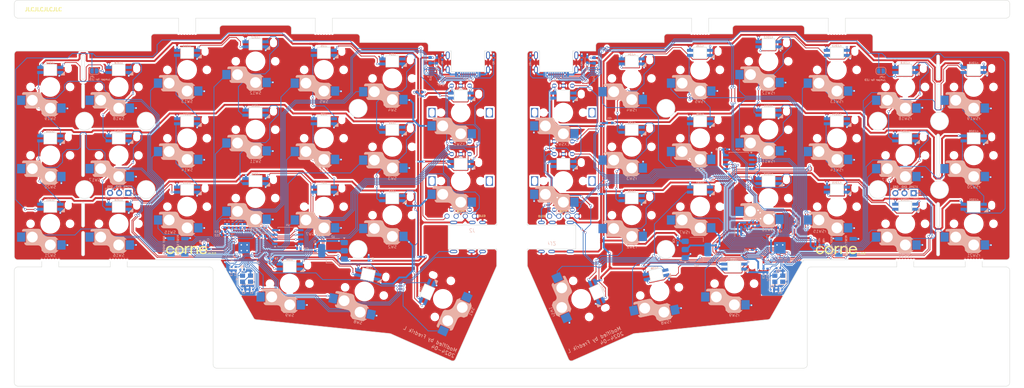
<source format=kicad_pcb>
(kicad_pcb (version 20240108) (generator "pcbnew") (generator_version "8.0")
  (title_block (title "Corne") (date "2023-10-22") (rev "4.0.0") (company "foostan"))
  (layers (0 "F.Cu" signal) (31 "B.Cu" signal) (34 "B.Paste" user) (35 "F.Paste" user) (36 "B.SilkS" user "B.Silkscreen") (37 "F.SilkS" user "F.Silkscreen") (38 "B.Mask" user) (39 "F.Mask" user) (44 "Edge.Cuts" user))
  (net 0 "")
  (net 1 "Net-(U1-XIN)")
  (net 2 "Net-(C2-Pad1)")
  (net 3 "+1V1")
  (net 4 "+5V")
  (net 5 "+3V3")
  (net 6 "GND")
  (net 7 "Net-(EXLED1-DOUT)")
  (net 8 "Net-(EXLED1-DIN)")
  (net 10 "VBUS")
  (net 11 "Net-(J1-CC1)")
  (net 13 "Net-(J1-CC2)")
  (net 15 "Net-(LED1-DOUT)")
  (net 16 "Net-(LED2-DOUT)")
  (net 17 "Net-(LED7-DOUT)")
  (net 18 "Net-(LED8-DOUT)")
  (net 19 "Net-(LED10-DIN)")
  (net 20 "Net-(LED10-DOUT)")
  (net 21 "Net-(LED14-DOUT)")
  (net 22 "Net-(LED15-DOUT)")
  (net 23 "Net-(LED16-DOUT)")
  (net 24 "Net-(U1-XOUT)")
  (net 25 "Net-(U1-USB_DP)")
  (net 26 "Net-(U1-USB_DM)")
  (net 27 "Net-(R6-Pad2)")
  (net 28 "Net-(U1-RUN)")
  (net 29 "Net-(D1-K)")
  (net 30 "/left/RE0A")
  (net 31 "/left/REB")
  (net 32 "/left/KEYEX1")
  (net 33 "/left/RE1A")
  (net 34 "/left/KEYEX2")
  (net 35 "/left/D+")
  (net 36 "/left/D-")
  (net 37 "/left/RX")
  (net 38 "/left/TX")
  (net 39 "/left/SWCLK")
  (net 40 "/left/SWD")
  (net 41 "/left/LED")
  (net 42 "/left/QSPI_SS")
  (net 43 "/left/KEY1")
  (net 44 "/left/KEY2")
  (net 45 "/left/KEY3")
  (net 46 "/left/KEY4")
  (net 47 "/left/KEY5")
  (net 48 "/left/KEY6")
  (net 49 "/left/KEY7")
  (net 50 "/left/KEY8")
  (net 51 "/left/KEY9")
  (net 52 "/left/KEY10")
  (net 53 "/left/KEY11")
  (net 54 "/left/KEY12")
  (net 55 "/left/KEY13")
  (net 56 "/left/KEY14")
  (net 57 "/left/KEY15")
  (net 58 "/left/KEY16")
  (net 59 "/left/KEY17")
  (net 60 "/left/KEY18")
  (net 61 "/left/KEY19")
  (net 62 "/left/KEY20")
  (net 63 "/left/KEY21")
  (net 64 "/left/QSPI_SD3")
  (net 65 "/left/QSPI_SCLK")
  (net 66 "/left/QSPI_SD0")
  (net 67 "/left/QSPI_SD2")
  (net 68 "/left/QSPI_SD1")
  (net 69 "Net-(LED6-DOUT)")
  (net 70 "Net-(LED5-DOUT)")
  (net 71 "Net-(LED4-DOUT)")
  (net 72 "Net-(LED3-DOUT)")
  (net 73 "Net-(LED20-DOUT)")
  (net 74 "Net-(LED19-DOUT)")
  (net 75 "Net-(JP1-A)")
  (net 76 "Net-(LED17-DOUT)")
  (net 77 "Net-(LED13-DOUT)")
  (net 78 "Net-(LED12-DOUT)")
  (net 79 "Net-(LED11-DOUT)")
  (net 80 "VBUSR")
  (net 81 "Net-(rJ1-CC1)")
  (net 82 "/right/D+")
  (net 83 "/right/D-")
  (net 85 "Net-(rJ1-CC2)")
  (net 87 "Net-(rU1-XIN)")
  (net 88 "GNDR")
  (net 89 "Net-(rC2-Pad1)")
  (net 90 "+1V1R")
  (net 91 "+5VR")
  (net 92 "+3V3R")
  (net 93 "Net-(rD1-K)")
  (net 94 "Net-(rEXLED1-DOUT)")
  (net 95 "Net-(rEXLED1-DIN)")
  (net 97 "/right/RE0A")
  (net 98 "/right/REB")
  (net 99 "/right/KEYEX1")
  (net 100 "/right/RE1A")
  (net 101 "/right/KEYEX2")
  (net 102 "/right/TX")
  (net 103 "/right/RX")
  (net 104 "/right/SWCLK")
  (net 105 "/right/SWD")
  (net 106 "Net-(rLED1-DOUT)")
  (net 107 "/right/LED")
  (net 108 "Net-(rLED2-DOUT)")
  (net 109 "Net-(rLED3-DOUT)")
  (net 110 "Net-(rLED4-DOUT)")
  (net 111 "Net-(rLED5-DOUT)")
  (net 112 "Net-(rLED6-DOUT)")
  (net 113 "Net-(rLED7-DOUT)")
  (net 114 "Net-(rLED8-DOUT)")
  (net 115 "Net-(rLED10-DIN)")
  (net 116 "Net-(rLED10-DOUT)")
  (net 117 "Net-(rLED11-DOUT)")
  (net 118 "Net-(rLED12-DOUT)")
  (net 119 "Net-(rLED13-DOUT)")
  (net 120 "Net-(rLED14-DOUT)")
  (net 121 "Net-(rLED15-DOUT)")
  (net 122 "Net-(rLED16-DOUT)")
  (net 123 "Net-(rLED17-DOUT)")
  (net 124 "Net-(rJP1-A)")
  (net 125 "Net-(rLED19-DOUT)")
  (net 126 "Net-(rLED20-DOUT)")
  (net 127 "Net-(rU1-XOUT)")
  (net 128 "Net-(rU1-USB_DP)")
  (net 129 "Net-(rU1-USB_DM)")
  (net 130 "/right/QSPI_SS")
  (net 131 "Net-(rR6-Pad2)")
  (net 132 "Net-(rU1-RUN)")
  (net 133 "/right/KEY1")
  (net 134 "/right/KEY2")
  (net 135 "/right/KEY3")
  (net 136 "/right/KEY4")
  (net 137 "/right/KEY5")
  (net 138 "/right/KEY6")
  (net 139 "/right/KEY7")
  (net 140 "/right/KEY8")
  (net 141 "/right/KEY9")
  (net 142 "/right/KEY10")
  (net 143 "/right/KEY11")
  (net 144 "/right/KEY12")
  (net 145 "/right/KEY13")
  (net 146 "/right/KEY14")
  (net 147 "/right/KEY15")
  (net 148 "/right/KEY16")
  (net 149 "/right/KEY17")
  (net 150 "/right/KEY18")
  (net 151 "/right/KEY19")
  (net 152 "/right/KEY20")
  (net 153 "/right/KEY21")
  (net 154 "/right/QSPI_SD3")
  (net 155 "/right/QSPI_SCLK")
  (net 156 "/right/QSPI_SD0")
  (net 157 "/right/QSPI_SD2")
  (net 158 "/right/QSPI_SD1")
  (footprint "kbd_local:Breakaway_Tabs" (layer "F.Cu") (at 78.1575 142.76625)
    (property "Reference" "BT3")
    (property "Value" "Breakaway Tabs")
  )
  (footprint "kbd_local:Breakaway_Tabs" (layer "F.Cu") (at 154.3575 79.45375)
    (property "Reference" "BT2")
    (property "Value" "Breakaway Tabs")
  )
  (footprint "kbd_local:Breakaway_Tabs" (layer "F.Cu") (at 259.132502 79.45375)
    (property "Reference" "rBT2")
    (property "Value" "Breakaway Tabs")
  )
  (footprint "kbd_local:OLED" (layer "F.Cu") (at 221.0325 130.43125)
    (property "Reference" "rJ3")
    (property "Value" "Conn_01x04" (hide yes))
  )
  (footprint "kbd_local:Breakaway_Tabs" (layer "F.Cu") (at 97.2075 142.76625)
    (property "Reference" "BT4")
    (property "Value" "Breakaway Tabs")
  )
  (footprint "kbd:corne-logo-horizontal" (layer "F.Cu") (at 297.2325 139.93125)
    (property "Reference" "G***" (hide yes))
    (property "Value" "LOGO" (hide yes))
  )
  (footprint "kbd_local:Breakaway_Tabs" (layer "F.Cu") (at 297.2325 79.45375)
    (property "Reference" "rBT1")
    (property "Value" "Breakaway Tabs")
  )
  (footprint "kbd_local:Breakaway_Tabs" (layer "F.Cu") (at 335.3325 142.76625)
    (property "Reference" "rBT3")
    (property "Value" "Breakaway Tabs")
  )
  (footprint "kbd:corne-logo-horizontal" (layer "F.Cu") (at 116.2575 139.93125)
    (property "Reference" "G***" (hide yes))
    (property "Value" "LOGO" (hide yes))
  )
  (footprint "kbd_local:Breakaway_Tabs" (layer "F.Cu") (at 316.2825 142.76625)
    (property "Reference" "rBT4")
    (property "Value" "Breakaway Tabs")
  )
  (footprint "kbd_local:Breakaway_Tabs" (layer "F.Cu") (at 116.2575 79.45375)
    (property "Reference" "BT1")
    (property "Value" "Breakaway Tabs")
  )
  (footprint "kbd_local:OLED" (layer "F.Cu") (at 192.4575 130.43125)
    (property "Reference" "J3")
    (property "Value" "Conn_01x04" (hide yes))
  )
  (footprint "Capacitor_SMD:C_0402_1005Metric" (layer "B.Cu") (at 134.1675 150.82995 180)
    (property "Reference" "C1")
    (property "Value" "27p")
  )
  (footprint "Connector_PinHeader_2.54mm:PinHeader_1x03_P2.54mm_Vertical" (layer "B.Cu") (at 99.8775 123.96125 90)
    (property "Reference" "J4")
    (property "Value" "Conn_01x03")
  )
  (footprint "Capacitor_SMD:C_0402_1005Metric" (layer "B.Cu") (at 281.407502 150.87 180)
    (property "Reference" "rC1")
    (property "Value" "27p")
  )
  (footprint "Diode_SMD:D_SOD-523" (layer "B.Cu") (at 185.777508 87.03375 90)
    (property "Reference" "ZD1")
    (property "Value" "ESD5Z5V0C")
  )
  (footprint "kbd_local:keyswitch_choc12_hotswap_1u" (layer "B.Cu") (at 173.4075 92.06 180)
    (property "Reference" "SW4")
    (property "Value" "SW_Push" (hide yes))
  )
  (footprint "kbd_local:keyswitch_choc12_hotswap_1u_rotary_encoder_ec12" (layer "B.Cu") (at 192.4575 120.635 180)
    (property "Reference" "EXSW2")
    (property "Value" "RotaryEncoder_Switch" (hide yes))
  )
  (footprint "Capacitor_SMD:C_0402_1005Metric" (layer "B.Cu") (at 277.877502 145.55 -90)
    (property "Reference" "rC7")
    (property "Value" "100n")
  )
  (footprint "kbd_local:YS-SK6812MINI-E" (layer "B.Cu") (at 97.2075 127.80375 180)
    (property "Reference" "LED16")
    (property "Value" "YS-SK6812MINI-E" (hide yes))
    (fp_line (start 1.8 1.55) (end 1.8 -1.55) (stroke (width 0.1)) (layer "Edge.Cuts"))
    (fp_line (start 1.8 -1.55) (end -1.8 -1.55) (stroke (width 0.1)) (layer "Edge.Cuts"))
    (fp_line (start -1.8 1.55) (end 1.8 1.55) (stroke (width 0.1)) (layer "Edge.Cuts"))
    (fp_line (start -1.8 -1.55) (end -1.8 1.55) (stroke (width 0.1)) (layer "Edge.Cuts"))
  )
  (footprint "kbd_local:keyswitch_choc12_hotswap_1u" (layer "B.Cu") (at 316.2825 113.49125 180)
    (property "Reference" "rSW17")
    (property "Value" "SW_Push" (hide yes))
  )
  (footprint "kbd_local:YS-SK6812MINI-E" (layer "B.Cu") (at 316.282502 127.80375 180)
    (property "Reference" "rLED16")
    (property "Value" "YS-SK6812MINI-E" (hide yes))
    (fp_line (start 1.8 1.55) (end 1.8 -1.55) (stroke (width 0.1)) (layer "Edge.Cuts"))
    (fp_line (start 1.8 -1.55) (end -1.8 -1.55) (stroke (width 0.1)) (layer "Edge.Cuts"))
    (fp_line (start -1.8 1.55) (end 1.8 1.55) (stroke (width 0.1)) (layer "Edge.Cuts"))
    (fp_line (start -1.8 -1.55) (end -1.8 1.55) (stroke (width 0.1)) (layer "Edge.Cuts"))
  )
  (footprint "kbd_local:YS-SK6812MINI-E" (layer "B.Cu") (at 173.4075 106.3725 180)
    (property "Reference" "LED3")
    (property "Value" "YS-SK6812MINI-E" (hide yes))
    (fp_line (start 1.8 1.55) (end 1.8 -1.55) (stroke (width 0.1)) (layer "Edge.Cuts"))
    (fp_line (start 1.8 -1.55) (end -1.8 -1.55) (stroke (width 0.1)) (layer "Edge.Cuts"))
    (fp_line (start -1.8 1.55) (end 1.8 1.55) (stroke (width 0.1)) (layer "Edge.Cuts"))
    (fp_line (start -1.8 -1.55) (end -1.8 1.55) (stroke (width 0.1)) (layer "Edge.Cuts"))
  )
  (footprint "Resistor_SMD:R_0402_1005Metric" (layer "B.Cu") (at 280.952502 144.89125)
    (property "Reference" "rR3")
    (property "Value" "1k")
  )
  (footprint "Capacitor_SMD:C_0402_1005Metric" (layer "B.Cu") (at 147.3825 139.55 180)
    (property "Reference" "C16")
    (property "Value" "1u")
  )
  (footprint "Capacitor_SMD:C_0402_1005Metric" (layer "B.Cu") (at 291.257508 138.86375 90)
    (property "Reference" "rC9")
    (property "Value" "100n")
  )
  (footprint "Capacitor_SMD:C_0402_1005Metric" (layer "B.Cu") (at 285.4325 132.55125 90)
    (property "Reference" "rC14")
    (property "Value" "100n")
  )
  (footprint "kbd_local:keyswitch_choc12_hotswap_1u" (layer "B.Cu") (at 297.2325 127.77875 180)
    (property "Reference" "rSW15")
    (property "Value" "SW_Push" (hide yes))
  )
  (footprint "kbd_local:PJ-606-6A" (layer "B.Cu") (at 211.5875 132.96625)
    (property "Reference" "rJ2")
    (property "Value" "PJ-606-6A")
  )
  (footprint "Resistor_SMD:R_0402_1005Metric" (layer "B.Cu") (at 121.027502 139.13 -90)
    (property "Reference" "R7")
    (property "Value" "10k")
  )
  (footprint "Capacitor_SMD:C_0402_1005Metric" (layer "B.Cu") (at 276.797502 145.55 -90)
    (property "Reference" "rC3")
    (property "Value" "100n")
  )
  (footprint "kbd_local:keyswitch_choc12_hotswap_1u" (layer "B.Cu") (at 268.6575 149.21 180)
    (property "Reference" "rSW9")
    (property "Value" "SW_Push" (hide yes))
  )
  (footprint "kbd_local:keyswitch_choc12_hotswap_1u_rotary_encoder_ec12" (layer "B.Cu") (at 221.0325 120.635 180)
    (property "Reference" "rEXSW2")
    (property "Value" "RotaryEncoder_Switch" (hide yes))
  )
  (footprint "Capacitor_SMD:C_0402_1005Metric" (layer "B.Cu") (at 270.0825 133.49125 180)
    (property "Reference" "rC8")
    (property "Value" "1u")
  )
  (footprint "kbd_local:keyswitch_choc12_hotswap_1u" (layer "B.Cu") (at 144.8325 149.21 180)
    (property "Reference" "SW9")
    (property "Value" "SW_Push" (hide yes))
  )
  (footprint "Package_DFN_QFN:QFN-56-1EP_7x7mm_P0.4mm_EP3.2x3.2mm" (layer "B.Cu") (at 281.3525 139.22495 180)
    (property "Reference" "rU1")
    (property "Value" "RP2040")
  )
  (footprint "kbd_local:keyswitch_choc12_hotswap_1u" (layer "B.Cu") (at 154.3575 89.67875 180)
    (property "Reference" "SW5")
    (property "Value" "SW_Push" (hide yes))
  )
  (footprint "kbd_local:keyswitch_choc12_hotswap_1u" (layer "B.Cu") (at 278.1825 125.3975 180)
    (property "Reference" "rSW10")
    (property "Value" "SW_Push" (hide yes))
  )
  (footprint "kbd_local:YS-SK6812MINI-E" (layer "B.Cu") (at 240.0825 87.3225 180)
    (property "Reference" "rLED4")
    (property "Value" "YS-SK6812MINI-E" (hide yes))
    (fp_line (start 1.8 1.55) (end 1.8 -1.55) (stroke (width 0.1)) (layer "Edge.Cuts"))
    (fp_line (start 1.8 -1.55) (end -1.8 -1.55) (stroke (width 0.1)) (layer "Edge.Cuts"))
    (fp_line (start -1.8 1.55) (end 1.8 1.55) (stroke (width 0.1)) (layer "Edge.Cuts"))
    (fp_line (start -1.8 -1.55) (end -1.8 1.55) (stroke (width 0.1)) (layer "Edge.Cuts"))
  )
  (footprint "Capacitor_SMD:C_0402_1005Metric" (layer "B.Cu") (at 132.3375 133.10125 90)
    (property "Reference" "C4")
    (property "Value" "100n" (hide yes))
  )
  (footprint "kbd_local:TS-1088R-02026" (layer "B.Cu") (at 115.6275 138.92625 -90)
    (property "Reference" "SMDSW2")
    (property "Value" "TS-1088R-02026" (hide yes))
  )
  (footprint "kbd_local:YS-SK6812MINI-E" (layer "B.Cu") (at 97.2075 108.75375 180)
    (property "Reference" "LED17")
    (property "Value" "YS-SK6812MINI-E" (hide yes))
    (fp_line (start 1.8 1.55) (end 1.8 -1.55) (stroke (width 0.1)) (layer "Edge.Cuts"))
    (fp_line (start 1.8 -1.55) (end -1.8 -1.55) (stroke (width 0.1)) (layer "Edge.Cuts"))
    (fp_line (start -1.8 1.55) (end 1.8 1.55) (stroke (width 0.1)) (layer "Edge.Cuts"))
    (fp_line (start -1.8 -1.55) (end -1.8 1.55) (stroke (width 0.1)) (layer "Edge.Cuts"))
  )
  (footprint "Capacitor_SMD:C_0402_1005Metric" (layer "B.Cu") (at 122.137502 139.11995 90)
    (property "Reference" "C10")
    (property "Value" "100n")
  )
  (footprint "kbd_local:TYPE-C-31-M-13C" (layer "B.Cu") (at 219.0325 85.62125)
    (property "Reference" "rJ1")
    (property "Value" "TYPE-C-31-M-13C")
  )
  (footprint "kbd_local:YS-SK6812MINI-E" (layer "B.Cu") (at 259.132502 103.99125 180)
    (property "Reference" "rLED6")
    (property "Value" "YS-SK6812MINI-E" (hide yes))
    (fp_line (start 1.8 1.55) (end 1.8 -1.55) (stroke (width 0.1)) (layer "Edge.Cuts"))
    (fp_line (start 1.8 -1.55) (end -1.8 -1.55) (stroke (width 0.1)) (layer "Edge.Cuts"))
    (fp_line (start -1.8 1.55) (end 1.8 1.55) (stroke (width 0.1)) (layer "Edge.Cuts"))
    (fp_line (start -1.8 -1.55) (end -1.8 1.55) (stroke (width 0.1)) (layer "Edge.Cuts"))
  )
  (footprint "kbd_local:YS-SK6812MINI-E" (layer "B.Cu") (at 154.3575 84.94125 180)
    (property "Reference" "LED5")
    (property "Value" "YS-SK6812MINI-E" (hide yes))
    (fp_line (start 1.8 1.55) (end 1.8 -1.55) (stroke (width 0.1)) (layer "Edge.Cuts"))
    (fp_line (start 1.8 -1.55) (end -1.8 -1.55) (stroke (width 0.1)) (layer "Edge.Cuts"))
    (fp_line (start -1.8 1.55) (end 1.8 1.55) (stroke (width 0.1)) (layer "Edge.Cuts"))
    (fp_line (start -1.8 -1.55) (end -1.8 1.55) (stroke (width 0.1)) (layer "Edge.Cuts"))
  )
  (footprint "Capacitor_SMD:C_0402_1005Metric" (layer "B.Cu") (at 127.8875 133.09125 90)
    (property "Reference" "C5")
    (property "Value" "1u")
  )
  (footprint "Capacitor_SMD:C_0402_1005Metric" (layer "B.Cu") (at 131.0775 133.10125 90)
    (property "Reference" "C15")
    (property "Value" "100n")
  )
  (footprint "kbd_local:keyswitch_choc12_hotswap_1u" (layer "B.Cu") (at 278.1825 106.3475 180)
    (property "Reference" "rSW11")
    (property "Value" "SW_Push" (hide yes))
  )
  (footprint "Package_SON:USON-10_2.5x1.0mm_P0.5mm" (layer "B.Cu") (at 184.0925 90.07495)
    (property "Reference" "U3")
    (property "Value" "TPD4E05U06DQAR" (hide yes))
  )
  (footprint "kbd_local:YS-SK6812MINI-E" (layer "B.Cu") (at 240.0825 125.4225 180)
    (property "Reference" "rLED2")
    (property "Value" "YS-SK6812MINI-E" (hide yes))
    (fp_line (start 1.8 1.55) (end 1.8 -1.55) (stroke (width 0.1)) (layer "Edge.Cuts"))
    (fp_line (start 1.8 -1.55) (end -1.8 -1.55) (stroke (width 0.1)) (layer "Edge.Cuts"))
    (fp_line (start -1.8 1.55) (end 1.8 1.55) (stroke (width 0.1)) (layer "Edge.Cuts"))
    (fp_line (start -1.8 -1.55) (end -1.8 1.55) (stroke (width 0.1)) (layer "Edge.Cuts"))
  )
  (footprint "kbd_local:YS-SK6812MINI-E" (layer "B.Cu") (at 166.6275 146.74125 168.06)
    (property "Reference" "LED8")
    (property "Value" "YS-SK6812MINI-E" (hide yes))
    (fp_line (start 1.8 -1.55) (end -1.8 -1.55) (stroke (width 0.1)) (layer "Edge.Cuts"))
    (fp_line (start 1.8 1.55) (end 1.8 -1.55) (stroke (width 0.1)) (layer "Edge.Cuts"))
    (fp_line (start -1.8 -1.55) (end -1.8 1.55) (stroke (width 0.1)) (layer "Edge.Cuts"))
    (fp_line (start -1.8 1.55) (end 1.8 1.55) (stroke (width 0.1)) (layer "Edge.Cuts"))
  )
  (footprint "Package_TO_SOT_SMD:SOT-223-3_TabPin2" (layer "B.Cu") (at 156.8975 140.06495 180)
    (property "Reference" "U2")
    (property "Value" "NCP1117LPST33T3G")
  )
  (footprint "kbd_local:keyswitch_choc12_hotswap_1u" (layer "B.Cu") (at 316.2825 132.54125 180)
    (property "Reference" "rSW16")
    (property "Value" "SW_Push" (hide yes))
  )
  (footprint "kbd_local:keyswitch_choc12_hotswap_1u" (layer "B.Cu") (at 116.2575 89.67875 180)
    (property "Reference" "SW13")
    (property "Value" "SW_Push" (hide yes))
  )
  (footprint "kbd_local:keyswitch_choc12_hotswap_1u" (layer "B.Cu") (at 135.3075 106.3475 180)
    (property "Reference" "SW11")
    (property "Value" "SW_Push" (hide yes))
  )
  (footprint "kbd_local:YS-SK6812MINI-E" (layer "B.Cu") (at 135.3075 120.66 180)
    (property "Reference" "LED10")
    (property "Value" "YS-SK6812MINI-E" (hide yes))
    (fp_line (start 1.8 1.55) (end 1.8 -1.55) (stroke (width 0.1)) (layer "Edge.Cuts"))
    (fp_line (start 1.8 -1.55) (end -1.8 -1.55) (stroke (width 0.1)) (layer "Edge.Cuts"))
    (fp_line (start -1.8 1.55) (end 1.8 1.55) (stroke (width 0.1)) (layer "Edge.Cuts"))
    (fp_line (start -1.8 -1.55) (end -1.8 1.55) (stroke (width 0.1)) (layer "Edge.Cuts"))
  )
  (footprint "kbd_local:keyswitch_choc12_hotswap_1u" (layer "B.Cu") (at 116.2575 108.72875 180)
    (property "Reference" "SW14")
    (property "Value" "SW_Push" (hide yes))
  )
  (footprint "Fuse:Fuse_0603_1608Metric" (layer "B.Cu") (at 183.927508 87.02375 90)
    (property "Reference" "F1")
    (property "Value" "BSMD0603-050-12V")
  )
  (footprint "kbd_local:keyswitch_choc12_hotswap_1u" (layer "B.Cu") (at 316.2825 94.44125 180)
    (property "Reference" "rSW18")
    (property "Value" "SW_Push" (hide yes))
  )
  (footprint "Capacitor_SMD:C_0402_1005Metric" (layer "B.Cu") (at 151.8875 139.57995 90)
    (property "Reference" "C11")
    (property "Value" "10u")
  )
  (footprint "kbd_local:keyswitch_choc12_hotswap_1u" (layer "B.Cu") (at 335.3325 94.44125 180)
    (property "Reference" "rSW19")
    (property "Value" "SW_Push" (hide yes))
  )
  (footprint "kbd_local:keyswitch_choc12_hotswap_1u" (layer "B.Cu") (at 165.647026 151.386677 168.061)
    (property "Reference" "SW8")
    (property "Value" "SW_Push" (hide yes))
  )
  (footprint "kbd_local:YS-SK6812MINI-E" (layer "B.Cu") (at 335.332502 108.75375 180)
    (property "Reference" "rLED20")
    (property "Value" "YS-SK6812MINI-E" (hide yes))
    (fp_line (start 1.8 1.55) (end 1.8 -1.55) (stroke (width 0.1)) (layer "Edge.Cuts"))
    (fp_line (start 1.8 -1.55) (end -1.8 -1.55) (stroke (width 0.1)) (layer "Edge.Cuts"))
    (fp_line (start -1.8 1.55) (end 1.8 1.55) (stroke (width 0.1)) (layer "Edge.Cuts"))
    (fp_line (start -1.8 -1.55) (end -1.8 1.55) (stroke (width 0.1)) (layer "Edge.Cuts"))
  )
  (footprint "kbd_local:YS-SK6812MINI-E" (layer "B.Cu") (at 135.3075 82.56 180)
    (property "Reference" "LED12")
    (property "Value" "YS-SK6812MINI-E" (hide yes))
    (fp_line (start 1.8 1.55) (end 1.8 -1.55) (stroke (width 0.1)) (layer "Edge.Cuts"))
    (fp_line (start 1.8 -1.55) (end -1.8 -1.55) (stroke (width 0.1)) (layer "Edge.Cuts"))
    (fp_line (start -1.8 1.55) (end 1.8 1.55) (stroke (width 0.1)) (layer "Edge.Cuts"))
    (fp_line (start -1.8 -1.55) (end -1.8 1.55) (stroke (width 0.1)) (layer "Edge.Cuts"))
  )
  (footprint "kbd_local:YS-SK6812MINI-E" (layer "B.Cu") (at 297.232502 123.04125 180)
    (property "Reference" "rLED15")
    (property "Value" "YS-SK6812MINI-E" (hide yes))
    (fp_line (start 1.8 1.55) (end 1.8 -1.55) (stroke (width 0.1)) (layer "Edge.Cuts"))
    (fp_line (start 1.8 -1.55) (end -1.8 -1.55) (stroke (width 0.1)) (layer "Edge.Cuts"))
    (fp_line (start -1.8 1.55) (end 1.8 1.55) (stroke (width 0.1)) (layer "Edge.Cuts"))
    (fp_line (start -1.8 -1.55) (end -1.8 1.55) (stroke (width 0.1)) (layer "Edge.Cuts"))
  )
  (footprint "Resistor_SMD:R_0402_1005Metric" (layer "B.Cu") (at 226.167502 86.29 -90)
    (property "Reference" "rR2")
    (property "Value" "5.1k")
  )
  (footprint "kbd_local:keyswitch_choc12_hotswap_1u" (layer "B.Cu") (at 240.0825 92.06 180)
    (property "Reference" "rSW4")
    (property "Value" "SW_Push" (hide yes))
  )
  (footprint "Resistor_SMD:R_0402_1005Metric" (layer "B.Cu") (at 187.3275 86.27125 -90)
    (property "Reference" "R1")
    (property "Value" "5.1k")
  )
  (footprint "kbd_local:keyswitch_choc12_hotswap_1u" (layer "B.Cu") (at 135.3075 87.2975 180)
    (property "Reference" "SW12")
    (property "Value" "SW_Push" (hide yes))
  )
  (footprint "kbd_local:YS-SK6812MINI-E" (layer "B.Cu") (at 78.1575 108.75375 180)
    (property "Reference" "LED20")
    (property "Value" "YS-SK6812MINI-E" (hide yes))
    (fp_line (start 1.8 1.55) (end 1.8 -1.55) (stroke (width 0.1)) (layer "Edge.Cuts"))
    (fp_line (start 1.8 -1.55) (end -1.8 -1.55) (stroke (width 0.1)) (layer "Edge.Cuts"))
    (fp_line (start -1.8 1.55) (end 1.8 1.55) (stroke (width 0.1)) (layer "Edge.Cuts"))
    (fp_line (start -1.8 -1.55) (end -1.8 1.55) (stroke (width 0.1)) (layer "Edge.Cuts"))
  )
  (footprint "Resistor_SMD:R_0402_1005Metric" (layer "B.Cu") (at 131.6075 145.32995)
    (property "Reference" "R3")
    (property "Value" "1k")
  )
  (footprint "kbd_local:YS-SK6812MINI-E" (layer "B.Cu") (at 221.0325 96.8475 180)
    (property "Reference" "rEXLED1" (hide yes))
    (property "Value" "YS-SK6812MINI-E" (hide yes))
    (fp_line (start 1.8 1.55) (end 1.8 -1.55) (stroke (width 0.1)) (layer "Edge.Cuts"))
    (fp_line (start 1.8 -1.55) (end -1.8 -1.55) (stroke (width 0.1)) (layer "Edge.Cuts"))
    (fp_line (start -1.8 1.55) (end 1.8 1.55) (stroke (width 0.1)) (layer "Edge.Cuts"))
    (fp_line (start -1.8 -1.55) (end -1.8 1.55) (stroke (width 0.1)) (layer "Edge.Cuts"))
  )
  (footprint "kbd_local:keyswitch_choc12_hotswap_1u" (layer "B.Cu") (at 259.1325 108.72875 180)
    (property "Reference" "rSW6")
    (property "Value" "SW_Push" (hide yes))
  )
  (footprint "kbd_local:TS-1088R-02026" (layer "B.Cu") (at 301.7475 138.96625 -90)
    (property "Reference" "rSMDSW2")
    (property "Value" "TS-1088R-02026")
  )
  (footprint "Diode_SMD:D_SOD-523" (layer "B.Cu") (at 233.8925 104.45125 180)
    (property "Reference" "rD1")
    (property "Value" "1N4148WT")
  )
  (footprint "kbd_local:YS-SK6812MINI-E" (layer "B.Cu") (at 316.282502 108.75375 180)
    (property "Reference" "rLED17")
    (property "Value" "YS-SK6812MINI-E" (hide yes))
    (fp_line (start 1.8 1.55) (end 1.8 -1.55) (stroke (width 0.1)) (layer "Edge.Cuts"))
    (fp_line (start 1.8 -1.55) (end -1.8 -1.55) (stroke (width 0.1)) (layer "Edge.Cuts"))
    (fp_line (start -1.8 1.55) (end 1.8 1.55) (stroke (width 0.1)) (layer "Edge.Cuts"))
    (fp_line (start -1.8 -1.55) (end -1.8 1.55) (stroke (width 0.1)) (layer "Edge.Cuts"))
  )
  (footprint "Package_SON:USON-10_2.5x1.0mm_P0.5mm" (layer "B.Cu") (at 229.3975 90.07495 180)
    (property "Reference" "rU3")
    (property "Value" "TPD4E05U06DQAR")
  )
  (footprint "Resistor_SMD:R_0402_1005Metric" (layer "B.Cu") (at 128.9475 133.11125 90)
    (property "Reference" "R5")
    (property "Value" "27")
  )
  (footprint "kbd_local:YS-SK6812MINI-E" (layer "B.Cu") (at 335.332502 89.70375 180)
    (property "Reference" "rLED19")
    (property "Value" "YS-SK6812MINI-E" (hide yes))
    (fp_line (start 1.8 1.55) (end 1.8 -1.55) (stroke (width 0.1)) (layer "Edge.Cuts"))
    (fp_line (start 1.8 -1.55) (end -1.8 -1.55) (stroke (width 0.1)) (layer "Edge.Cuts"))
    (fp_line (start -1.8 1.55) (end 1.8 1.55) (stroke (width 0.1)) (layer "Edge.Cuts"))
    (fp_line (start -1.8 -1.55) (end -1.8 1.55) (stroke (width 0.1)) (layer "Edge.Cuts"))
  )
  (footprint "kbd_local:keyswitch_choc12_hotswap_1u" (layer "B.Cu") (at 97.2075 113.49125 180)
    (property "Reference" "SW17")
    (property "Value" "SW_Push" (hide yes))
  )
  (footprint "Capacitor_SMD:C_0402_1005Metric" (layer "B.Cu") (at 263.447502 139.04 -90)
    (property "Reference" "rC11")
    (property "Value" "10u")
  )
  (footprint "kbd_local:YS-SK6812MINI-E" (layer "B.Cu") (at 116.2575 123.04125 180)
    (property "Reference" "LED15")
    (property "Value" "YS-SK6812MINI-E" (hide yes))
    (fp_line (start 1.8 1.55) (end 1.8 -1.55) (stroke (width 0.1)) (layer "Edge.Cuts"))
    (fp_line (start 1.8 -1.55) (end -1.8 -1.55) (stroke (width 0.1)) (layer "Edge.Cuts"))
    (fp_line (start -1.8 1.55) (end 1.8 1.55) (stroke (width 0.1)) (layer "Edge.Cuts"))
    (fp_line (start -1.8 -1.55) (end -1.8 1.55) (stroke (width 0.1)) (layer "Edge.Cuts"))
  )
  (footprint "kbd_local:YS-SK6812MINI-E" (layer "B.Cu") (at 183.1475 151.54125 -113.88)
    (property "Reference" "LED1")
    (property "Value" "YS-SK6812MINI-E" (hide yes))
    (fp_line (start 1.8 1.55) (end 1.8 -1.55) (stroke (width 0.1)) (layer "Edge.Cuts"))
    (fp_line (start -1.8 1.55) (end 1.8 1.55) (stroke (width 0.1)) (layer "Edge.Cuts"))
    (fp_line (start 1.8 -1.55) (end -1.8 -1.55) (stroke (width 0.1)) (layer "Edge.Cuts"))
    (fp_line (start -1.8 -1.55) (end -1.8 1.55) (stroke (width 0.1)) (layer "Edge.Cuts"))
  )
  (footprint "Capacitor_SMD:C_0402_1005Metric" (layer "B.Cu") (at 139.5375 142.20125)
    (property "Reference" "C9")
    (property "Value" "100n")
  )
  (footprint "Crystal:Crystal_SMD_3225-4Pin_3.2x2.5mm" (layer "B.Cu") (at 281.047502 147.85 180)
    (property "Reference" "rY1")
    (property "Value" "12MHz 18pF")
  )
  (footprint "kbd_local:YS-SK6812MINI-E" (layer "B.Cu") (at 259.132502 84.94125 180)
    (property "Reference" "rLED5")
    (property "Value" "YS-SK6812MINI-E" (hide yes))
    (fp_line (start 1.8 1.55) (end 1.8 -1.55) (stroke (width 0.1)) (layer "Edge.Cuts"))
    (fp_line (start 1.8 -1.55) (end -1.8 -1.55) (stroke (width 0.1)) (layer "Edge.Cuts"))
    (fp_line (start -1.8 1.55) (end 1.8 1.55) (stroke (width 0.1)) (layer "Edge.Cuts"))
    (fp_line (start -1.8 -1.55) (end -1.8 1.55) (stroke (width 0.1)) (layer "Edge.Cuts"))
  )
  (footprint "kbd_local:keyswitch_choc12_hotswap_1u" (layer "B.Cu") (at 78.1575 132.54125 180)
    (property "Reference" "SW21")
    (property "Value" "SW_Push" (hide yes))
  )
  (footprint "Capacitor_SMD:C_0402_1005Metric" (layer "B.Cu") (at 274.9475 132.72125 90)
    (property "Reference" "rC15")
    (property "Value" "100n")
  )
  (footprint "kbd_local:keyswitch_choc12_hotswap_1u" (layer "B.Cu") (at 240.0825 111.11 180)
    (property "Reference" "rSW3")
    (property "Value" "SW_Push" (hide yes))
  )
  (footprint "kbd_local:keyswitch_choc12_hotswap_1.5u" (layer "B.Cu") (at 226.001135 153.467713 113.88)
    (property "Reference" "rSW1")
    (property "Value" "SW_Push" (hide yes))
  )
  (footprint "kbd_local:YS-SK6812MINI-E" (layer "B.Cu") (at 246.863258 146.745679 -168.06)
    (property "Reference" "rLED8")
    (property "Value" "YS-SK6812MINI-E" (hide yes))
    (fp_line (start 1.8 1.55) (end 1.8 -1.55) (stroke (width 0.1)) (layer "Edge.Cuts"))
    (fp_line (start 1.8 -1.55) (end -1.8 -1.55) (stroke (width 0.1)) (layer "Edge.Cuts"))
    (fp_line (start -1.8 1.55) (end 1.8 1.55) (stroke (width 0.1)) (layer "Edge.Cuts"))
    (fp_line (start -1.8 -1.55) (end -1.8 1.55) (stroke (width 0.1)) (layer "Edge.Cuts"))
  )
  (footprint "kbd_local:YS-SK6812MINI-E" (layer "B.Cu") (at 297.232502 84.94125 180)
    (property "Reference" "rLED13")
    (property "Value" "YS-SK6812MINI-E" (hide yes))
    (fp_line (start 1.8 1.55) (end 1.8 -1.55) (stroke (width 0.1)) (layer "Edge.Cuts"))
    (fp_line (start 1.8 -1.55) (end -1.8 -1.55) (stroke (width 0.1)) (layer "Edge.Cuts"))
    (fp_line (start -1.8 1.55) (end 1.8 1.55) (stroke (width 0.1)) (layer "Edge.Cuts"))
    (fp_line (start -1.8 -1.55) (end -1.8 1.55) (stroke (width 0.1)) (layer "Edge.Cuts"))
  )
  (footprint "kbd_local:keyswitch_choc12_hotswap_1u_rotary_encoder_ec12" (layer "B.Cu") (at 192.4575 101.585 180)
    (property "Reference" "EXSW1")
    (property "Value" "RotaryEncoder_Switch" (hide yes))
  )
  (footprint "kbd_local:keyswitch_choc12_hotswap_1u" (layer "B.Cu") (at 154.3575 127.77875 180)
    (property "Reference" "SW7")
    (property "Value" "SW_Push" (hide yes))
  )
  (footprint "Capacitor_SMD:C_0402_1005Metric" (layer "B.Cu") (at 271.6775 132.72125 90)
    (property "Reference" "rC5")
    (property "Value" "1u")
  )
  (footprint "Capacitor_SMD:C_0402_1005Metric" (layer "B.Cu") (at 281.3375 133.77125)
    (property "Reference" "rC4" (hide yes))
    (property "Value" "100n")
  )
  (footprint "kbd_local:YS-SK6812MINI-E" (layer "B.Cu") (at 116.2575 84.94125 180)
    (property "Reference" "LED13")
    (property "Value" "YS-SK6812MINI-E" (hide yes))
    (fp_line (start 1.8 1.55) (end 1.8 -1.55) (stroke (width 0.1)) (layer "Edge.Cuts"))
    (fp_line (start 1.8 -1.55) (end -1.8 -1.55) (stroke (width 0.1)) (layer "Edge.Cuts"))
    (fp_line (start -1.8 1.55) (end 1.8 1.55) (stroke (width 0.1)) (layer "Edge.Cuts"))
    (fp_line (start -1.8 -1.55) (end -1.8 1.55) (stroke (width 0.1)) (layer "Edge.Cuts"))
  )
  (footprint "kbd_local:TS-1088R-02026" (layer "B.Cu") (at 111.7775 138.92625 -90)
    (property "Reference" "SMDSW1")
    (property "Value" "TS-1088R-02026")
  )
  (footprint "kbd_local:YS-SK6812MINI-E" (layer "B.Cu") (at 78.1575 127.80375 180)
    (property "Reference" "LED21")
    (property "Value" "YS-SK6812MINI-E" (hide yes))
    (fp_line (start 1.8 1.55) (end 1.8 -1.55) (stroke (width 0.1)) (layer "Edge.Cuts"))
    (fp_line (start 1.8 -1.55) (end -1.8 -1.55) (stroke (width 0.1)) (layer "Edge.Cuts"))
    (fp_line (start -1.8 1.55) (end 1.8 1.55) (stroke (width 0.1)) (layer "Edge.Cuts"))
    (fp_line (start -1.8 -1.55) (end -1.8 1.55) (stroke (width 0.1)) (layer "Edge.Cuts"))
  )
  (footprint "Package_SO:SOIC-8_5.23x5.23mm_P1.27mm" (layer "B.Cu") (at 144.2525 136.225)
    (property "Reference" "U4")
    (property "Value" "W25Q128JVSIQ")
  )
  (footprint "Diode_SMD:D_SOD-523" (layer "B.Cu") (at 180.9825 95.85)
    (property "Reference" "D1")
    (property "Value" "1N4148WT")
  )
  (footprint "kbd_local:YS-SK6812MINI-E" (layer "B.Cu") (at 78.1575 89.70375 180)
    (property "Reference" "LED19")
    (property "Value" "YS-SK6812MINI-E" (hide yes))
    (fp_line (start 1.8 1.55) (end 1.8 -1.55) (stroke (width 0.1)) (layer "Edge.Cuts"))
    (fp_line (start 1.8 -1.55) (end -1.8 -1.55) (stroke (width 0.1)) (layer "Edge.Cuts"))
    (fp_line (start -1.8 1.55) (end 1.8 1.55) (stroke (width 0.1)) (layer "Edge.Cuts"))
    (fp_line (start -1.8 -1.55) (end -1.8 1.55) (stroke (width 0.1)) (layer "Edge.Cuts"))
  )
  (footprint "kbd_local:keyswitch_choc12_hotswap_1u" (layer "B.Cu") (at 297.2325 89.67875 180)
    (property "Reference" "rSW13")
    (property "Value" "SW_Push" (hide yes))
  )
  (footprint "kbd_local:YS-SK6812MINI-E" (layer "B.Cu") (at 154.3575 123.04125 180)
    (property "Reference" "LED7")
    (property "Value" "YS-SK6812MINI-E" (hide yes))
    (fp_line (start 1.8 1.55) (end 1.8 -1.55) (stroke (width 0.1)) (layer "Edge.Cuts"))
    (fp_line (start 1.8 -1.55) (end -1.8 -1.55) (stroke (width 0.1)) (layer "Edge.Cuts"))
    (fp_line (start -1.8 1.55) (end 1.8 1.55) (stroke (width 0.1)) (layer "Edge.Cuts"))
    (fp_line (start -1.8 -1.55) (end -1.8 1.55) (stroke (width 0.1)) (layer "Edge.Cuts"))
  )
  (footprint "Resistor_SMD:R_0402_1005Metric" (layer "B.Cu") (at 292.377508 138.87375 -90)
    (property "Reference" "rR7")
    (property "Value" "10k")
  )
  (footprint "Capacitor_SMD:C_0402_1005Metric" (layer "B.Cu") (at 126.8475 133.09125 90)
    (property "Reference" "C8")
    (property "Value" "1u")
  )
  (footprint "Capacitor_SMD:C_0402_1005Metric" (layer "B.Cu") (at 126.387502 134.69 180)
    (property "Reference" "C13")
    (property "Value" "100n")
  )
  (footprint "Capacitor_SMD:C_0402_1005Metric" (layer "B.Cu") (at 132.0075 150.86995)
    (property "Reference" "C2")
    (property "Value" "27p")
  )
  (footprint "kbd_local:YS-SK6812MINI-E" (layer "B.Cu") (at 297.232502 103.99125 180)
    (property "Reference" "rLED14")
    (property "Value" "YS-SK6812MINI-E" (hide yes))
    (fp_line (start 1.8 1.55) (end 1.8 -1.55) (stroke (width 0.1)) (layer "Edge.Cuts"))
    (fp_line (start 1.8 -1.55) (end -1.8 -1.55) (stroke (width 0.1)) (layer "Edge.Cuts"))
    (fp_line (start -1.8 1.55) (end 1.8 1.55) (stroke (width 0.1)) (layer "Edge.Cuts"))
    (fp_line (start -1.8 -1.55) (end -1.8 1.55) (stroke (width 0.1)) (layer "Edge.Cuts"))
  )
  (footprint "Fuse:Fuse_0603_1608Metric" (layer "B.Cu") (at 229.617508 87.05375 90)
    (property "Reference" "rF1")
    (property "Value" "BSMD0603-050-12V")
  )
  (footprint "kbd_local:YS-SK6812MINI-E" (layer "B.Cu") (at 268.657502 144.4725 180)
    (property "Reference" "rLED9")
    (property "Value" "YS-SK6812MINI-E" (hide yes))
    (fp_line (start 1.8 1.55) (end 1.8 -1.55) (stroke (width 0.1)) (layer "Edge.Cuts"))
    (fp_line (start 1.8 -1.55) (end -1.8 -1.55) (stroke (width 0.1)) (layer "Edge.Cuts"))
    (fp_line (start -1.8 1.55) (end 1.8 1.55) (stroke (width 0.1)) (layer "Edge.Cuts"))
    (fp_line (start -1.8 -1.55) (end -1.8 1.55) (stroke (width 0.1)) (layer "Edge.Cuts"))
  )
  (footprint "kbd_local:YS-SK6812MINI-E" (layer "B.Cu") (at 192.4575 115.8975 180)
    (property "Reference" "EXLED2")
    (property "Value" "YS-SK6812MINI-E" (hide yes))
    (fp_line (start 1.8 1.55) (end 1.8 -1.55) (stroke (width 0.1)) (layer "Edge.Cuts"))
    (fp_line (start 1.8 -1.55) (end -1.8 -1.55) (stroke (width 0.1)) (layer "Edge.Cuts"))
    (fp_line (start -1.8 1.55) (end 1.8 1.55) (stroke (width 0.1)) (layer "Edge.Cuts"))
    (fp_line (start -1.8 -1.55) (end -1.8 1.55) (stroke (width 0.1)) (layer "Edge.Cuts"))
  )
  (footprint "Capacitor_SMD:C_0402_1005Metric" (layer "B.Cu") (at 274.2625 139.78625 180)
    (property "Reference" "rC10")
    (property "Value" "100n")
  )
  (footprint "Crystal:Crystal_SMD_3225-4Pin_3.2x2.5mm" (layer "B.Cu") (at 132.8075 147.83995 180)
    (property "Reference" "Y1")
    (property "Value" "12MHz 18pF")
  )
  (footprint "kbd_local:YS-SK6812MINI-E" (layer "B.Cu") (at 144.8325 144.46125 180)
    (property "Reference" "LED9")
    (property "Value" "YS-SK6812MINI-E" (hide yes))
    (fp_line (start 1.8 1.55) (end 1.8 -1.55) (stroke (width 0.1)) (layer "Edge.Cuts"))
    (fp_line (start 1.8 -1.55) (end -1.8 -1.55) (stroke (width 0.1)) (layer "Edge.Cuts"))
    (fp_line (start -1.8 1.55) (end 1.8 1.55) (stroke (width 0.1)) (layer "Edge.Cuts"))
    (fp_line (start -1.8 -1.55) (end -1.8 1.55) (stroke (width 0.1)) (layer "Edge.Cuts"))
  )
  (footprint "Connector_PinHeader_2.54mm:PinHeader_1x03_P2.54mm_Vertical" (layer "B.Cu") (at 318.5925 124.01625 90)
    (property "Reference" "rJ4")
    (property "Value" "Conn_01x03")
  )
  (footprint "Package_SO:SOIC-8_5.23x5.23mm_P1.27mm" (layer "B.Cu") (at 269.8825 115.37125 180)
    (property "Reference" "rU4")
    (property "Value" "W25Q128JVSIQ")
  )
  (footprint "Resistor_SMD:R_0402_1005Metric" (layer "B.Cu") (at 293.537508 138.90375 -90)
    (property "Reference" "rR6")
    (property "Value" "1k")
  )
  (footprint "kbd_local:keyswitch_choc12_hotswap_1u" (layer "B.Cu") (at 240.0825 130.16 180)
    (property "Reference" "rSW2")
    (property "Value" "SW_Push" (hide yes))
  )
  (footprint "Capacitor_SMD:C_0402_1005Metric" (layer "B.Cu") (at 266.1325 111.80125)
    (property "Reference" "rC16")
    (property "Value" "1u")
  )
  (footprint "kbd_local:YS-SK6812MINI-E" (layer "B.Cu") (at 192.4575 96.8475 180)
    (property "Reference" "EXLED1")
    (property "Value" "YS-SK6812MINI-E" (hide yes))
    (fp_line (start 1.8 1.55) (end 1.8 -1.55) (stroke (width 0.1)) (layer "Edge.Cuts"))
    (fp_line (start 1.8 -1.55) (end -1.8 -1.55) (stroke (width 0.1)) (layer "Edge.Cuts"))
    (fp_line (start -1.8 1.55) (end 1.8 1.55) (stroke (width 0.1)) (layer "Edge.Cuts"))
    (fp_line (start -1.8 -1.55) (end -1.8 1.55) (stroke (width 0.1)) (layer "Edge.Cuts"))
  )
  (footprint "Diode_SMD:D_SOD-523" (layer "B.Cu") (at 227.687508 86.88375 90)
    (property "Reference" "rZD1")
    (property "Value" "ESD5Z5V0C")
  )
  (footprint "kbd_local:YS-SK6812MINI-E" (layer "B.Cu") (at 154.3575 103.99125 180)
    (property "Reference" "LED6")
    (property "Value" "YS-SK6812MINI-E" (hide yes))
    (fp_line (start 1.8 1.55) (end 1.8 -1.55) (stroke (width 0.1)) (layer "Edge.Cuts"))
    (fp_line (start 1.8 -1.55) (end -1.8 -1.55) (stroke (width 0.1)) (layer "Edge.Cuts"))
    (fp_line (start -1.8 1.55) (end 1.8 1.55) (stroke (width 0.1)) (layer "Edge.Cuts"))
    (fp_line (start -1.8 -1.55) (end -1.8 1.55) (stroke (width 0.1)) (layer "Edge.Cuts"))
  )
  (footprint "kbd_local:keyswitch_choc12_hotswap_1u" (layer "B.Cu") (at 247.842974 151.386677 -168.06)
    (property "Reference" "rSW8")
    (property "Value" "SW_Push" (hide yes))
  )
  (footprint "kbd_local:TS-1088R-02026" (layer "B.Cu") (at 297.7825 138.969 -90)
    (property "Reference" "rSMDSW1")
    (property "Value" "TS-1088R-02026")
  )
  (footprint "kbd_local:keyswitch_choc12_hotswap_1u" (layer "B.Cu") (at 135.3075 125.3975 180)
    (property "Reference" "SW10")
    (property "Value" "SW_Push" (hide yes))
  )
  (footprint "Resistor_SMD:R_0402_1005Metric" (layer "B.Cu") (at 272.7675 132.71125 90)
    (property "Reference" "rR5")
    (property "Value" "27")
  )
  (footprint "kbd_local:YS-SK6812MINI-E" (layer "B.Cu") (at 278.182502 120.66 180)
    (property "Reference" "rLED10")
    (property "Value" "YS-SK6812MINI-E" (hide yes))
    (fp_line (start 1.8 1.55) (end 1.8 -1.55) (stroke (width 0.1)) (layer "Edge.Cuts"))
    (fp_line (start 1.8 -1.55) (end -1.8 -1.55) (stroke (width 0.1)) (layer "Edge.Cuts"))
    (fp_line (start -1.8 1.55) (end 1.8 1.55) (stroke (width 0.1)) (layer "Edge.Cuts"))
    (fp_line (start -1.8 -1.55) (end -1.8 1.55) (stroke (width 0.1)) (layer "Edge.Cuts"))
  )
  (footprint "Resistor_SMD:R_0402_1005Metric" (layer "B.Cu") (at 130.012502 133.11125 -90)
    (property "Reference" "R4")
    (property "Value" "27")
  )
  (footprint "kbd_local:YS-SK6812MINI-E" (layer "B.Cu") (at 278.182502 82.56 180)
    (property "Reference" "rLED12")
    (property "Value" "YS-SK6812MINI-E" (hide yes))
    (fp_line (start 1.8 1.55) (end 1.8 -1.55) (stroke (width 0.1)) (layer "Edge.Cuts"))
    (fp_line (start 1.8 -1.55) (end -1.8 -1.55) (stroke (width 0.1)) (layer "Edge.Cuts"))
    (fp_line (start -1.8 1.55) (end 1.8 1.55) (stroke (width 0.1)) (layer "Edge.Cuts"))
    (fp_line (start -1.8 -1.55) (end -1.8 1.55) (stroke (width 0.1)) (layer "Edge.Cuts"))
  )
  (footprint "Capacitor_SMD:C_0402_1005Metric" (layer "B.Cu") (at 128.632502 145.04125 -90)
    (property "Reference" "C3")
    (property "Value" "100n")
  )
  (footprint "kbd_local:keyswitch_choc12_hotswap_1u" (layer "B.Cu") (at 335.3325 132.54125 180)
    (property "Reference" "rSW21")
    (property "Value" "SW_Push" (hide yes))
  )
  (footprint "kbd_local:YS-SK6812MINI-E" (layer "B.Cu") (at 278.182502 101.61 180)
    (property "Reference" "rLED11")
    (property "Value" "YS-SK6812MINI-E" (hide yes))
    (fp_line (start 1.8 1.55) (end 1.8 -1.55) (stroke (width 0.1)) (layer "Edge.Cuts"))
    (fp_line (start 1.8 -1.55) (end -1.8 -1.55) (stroke (width 0.1)) (layer "Edge.Cuts"))
    (fp_line (start -1.8 1.55) (end 1.8 1.55) (stroke (width 0.1)) (layer "Edge.Cuts"))
    (fp_line (start -1.8 -1.55) (end -1.8 1.55) (stroke (width 0.1)) (layer "Edge.Cuts"))
  )
  (footprint "kbd_local:keyswitch_choc12_hotswap_1u" (layer "B.Cu") (at 116.2575 127.77875 180)
    (property "Reference" "SW15")
    (property "Value" "SW_Push" (hide yes))
  )
  (footprint "kbd_local:keyswitch_choc12_hotswap_1u" (layer "B.Cu") (at 78.1575 94.44125 180)
    (property "Reference" "SW19")
    (property "Value" "SW_Push" (hide yes))
  )
  (footprint "kbd_local:keyswitch_choc12_hotswap_1u" (layer "B.Cu") (at 278.1825 87.2975 180)
    (property "Reference" "rSW12")
    (property "Value" "SW_Push" (hide yes))
  )
  (footprint "kbd_local:YS-SK6812MINI-E" (layer "B.Cu") (at 335.332502 127.80375 180)
    (property "Reference" "rLED21")
    (property "Value" "YS-SK6812MINI-E" (hide yes))
    (fp_line (start 1.8 1.55) (end 1.8 -1.55) (stroke (width 0.1)) (layer "Edge.Cuts"))
    (fp_line (start 1.8 -1.55) (end -1.8 -1.55) (stroke (width 0.1)) (layer "Edge.Cuts"))
    (fp_line (start -1.8 1.55) (end 1.8 1.55) (stroke (width 0.1)) (layer "Edge.Cuts"))
    (fp_line (start -1.8 -1.55) (end -1.8 1.55) (stroke (width 0.1)) (layer "Edge.Cuts"))
  )
  (footprint "kbd_local:keyswitch_choc12_hotswap_1u" (layer "B.Cu") (at 78.1575 113.49125 180)
    (property "Reference" "SW20")
    (property "Value" "SW_Push" (hide yes))
  )
  (footprint "kbd_local:keyswitch_choc12_hotswap_1u" (layer "B.Cu") (at 97.2075 94.44125 180)
    (property "Reference" "SW18")
    (property "Value" "SW_Push" (hide yes))
  )
  (footprint "Capacitor_SMD:C_0402_1005Metric" (layer "B.Cu") (at 270.0925 134.55125 180)
    (property "Reference" "rC13")
    (property "Value" "100n")
  )
  (footprint "kbd_local:YS-SK6812MINI-E" (layer "B.Cu") (at 240.0825 106.3725 180)
    (property "Reference" "rLED3")
    (property "Value" "YS-SK6812MINI-E" (hide yes))
    (fp_line (start 1.8 1.55) (end 1.8 -1.55) (stroke (width 0.1)) (layer "Edge.Cuts"))
    (fp_line (start 1.8 -1.55) (end -1.8 -1.55) (stroke (width 0.1)) (layer "Edge.Cuts"))
    (fp_line (start -1.8 1.55) (end 1.8 1.55) (stroke (width 0.1)) (layer "Edge.Cuts"))
    (fp_line (start -1.8 -1.55) (end -1.8 1.55) (stroke (width 0.1)) (layer "Edge.Cuts"))
  )
  (footprint "kbd_local:YS-SK6812MINI-E" (layer "B.Cu") (at 135.3075 101.61 180)
    (property "Reference" "LED11")
    (property "Value" "YS-SK6812MINI-E" (hide yes))
    (fp_line (start 1.8 1.55) (end 1.8 -1.55) (stroke (width 0.1)) (layer "Edge.Cuts"))
    (fp_line (start 1.8 -1.55) (end -1.8 -1.55) (stroke (width 0.1)) (layer "Edge.Cuts"))
    (fp_line (start -1.8 1.55) (end 1.8 1.55) (stroke (width 0.1)) (layer "Edge.Cuts"))
    (fp_line (start -1.8 -1.55) (end -1.8 1.55) (stroke (width 0.1)) (layer "Edge.Cuts"))
  )
  (footprint "kbd_local:YS-SK6812MINI-E" (layer "B.Cu") (at 221.0325 115.8975 180)
    (property "Reference" "rEXLED2" (hide yes))
    (property "Value" "YS-SK6812MINI-E" (hide yes))
    (fp_line (start 1.8 1.55) (end 1.8 -1.55) (stroke (width 0.1)) (layer "Edge.Cuts"))
    (fp_line (start 1.8 -1.55) (end -1.8 -1.55) (stroke (width 0.1)) (layer "Edge.Cuts"))
    (fp_line (start -1.8 1.55) (end 1.8 1.55) (stroke (width 0.1)) (layer "Edge.Cuts"))
    (fp_line (start -1.8 -1.55) (end -1.8 1.55) (stroke (width 0.1)) (layer "Edge.Cuts"))
  )
  (footprint "Capacitor_SMD:C_0402_1005Metric" (layer "B.Cu") (at 137.4575 135.96495)
    (property "Reference" "C14")
    (property "Value" "100n")
  )
  (footprint "kbd_local:keyswitch_choc12_hotswap_1u" (layer "B.Cu") (at 335.3325 113.49125 180)
    (property "Reference" "rSW20")
    (property "Value" "SW_Push" (hide yes))
  )
  (footprint "kbd_local:TYPE-C-31-M-13C" (layer "B.Cu") (at 194.4575 85.62125)
    (property "Reference" "J1")
    (property "Value" "TYPE-C-31-M-13C")
  )
  (footprint "Capacitor_SMD:C_0402_1005Metric" (layer "B.Cu") (at 166.8275 142.33995 90)
    (property "Reference" "C6")
    (property "Value" "10u")
  )
  (footprint "Jumper:SolderJumper-2_P1.3mm_Open_RoundedPad1.0x1.5mm" (layer "B.Cu") (at 309.4925 89.96125 180)
    (property "Reference" "rJP1")
    (property "Value" "SolderJumper_2_Bridged")
  )
  (footprint "kbd_local:keyswitch_choc12_hotswap_1u" (layer "B.Cu") (at 297.2325 108.72875 180)
    (property "Reference" "rSW14")
    (property "Value" "SW_Push" (hide yes))
  )
  (footprint "kbd_local:keyswitch_choc12_hotswap_1u" (layer "B.Cu") (at 97.2075 132.54125 180)
    (property "Reference" "SW16")
    (property "Value" "SW_Push" (hide yes))
  )
  (footprint "Capacitor_SMD:C_0402_1005Metric" (layer "B.Cu") (at 126.387502 135.76 180)
    (property "Reference" "C12")
    (property "Value" "100n")
  )
  (footprint "Package_TO_SOT_SMD:SOT-223-3_TabPin2" (layer "B.Cu") (at 258.1275 139.73125)
    (property "Reference" "rU2")
    (property "Value" "NCP1117LPST33T3G")
  )
  (footprint "kbd_local:keyswitch_choc12_hotswap_1.5u" (layer "B.Cu") (at 187.488865 153.467713 -113.88)
    (property "Reference" "SW1")
    (property "Value" "SW_Push" (hide yes))
  )
  (footprint "kbd_local:keyswitch_choc12_hotswap_1u" (layer "B.Cu") (at 259.1325 89.67875 180)
    (property "Reference" "rSW5")
    (property "Value" "SW_Push" (hide yes))
  )
  (footprint "kbd_local:keyswitch_choc12_hotswap_1u" (layer "B.Cu") (at 173.4075 130.16 180)
    (property "Reference" "SW2")
    (property "Value" "SW_Push" (hide yes))
  )
  (footprint "Capacitor_SMD:C_0402_1005Metric" (layer "B.Cu") (at 252.9575 137.22125 -90)
    (property "Reference" "rC6")
    (property "Value" "10u")
  )
  (footprint "kbd_local:keyswitch_choc12_hotswap_1u" (layer "B.Cu") (at 154.3575 108.72875 180)
    (property "Reference" "SW6")
    (property "Value" "SW_Push" (hide yes))
  )
  (footprint "kbd_local:YS-SK6812MINI-E" (layer "B.Cu") (at 173.4075 125.4225 180)
    (property "Reference" "LED2")
    (property "Value" "YS-SK6812MINI-E" (hide yes))
    (fp_line (start 1.8 1.55) (end 1.8 -1.55) (stroke (width 0.1)) (layer "Edge.Cuts"))
    (fp_line (start 1.8 -1.55) (end -1.8 -1.55) (stroke (width 0.1)) (layer "Edge.Cuts"))
    (fp_line (start -1.8 1.55) (end 1.8 1.55) (stroke (width 0.1)) (layer "Edge.Cuts"))
    (fp_line (start -1.8 -1.55) (end -1.8 1.55) (stroke (width 0.1)) (layer "Edge.Cuts"))
  )
  (footprint "Package_DFN_QFN:QFN-56-1EP_7x7mm_P0.4mm_EP3.2x3.2mm" (layer "B.Cu") (at 132.1375 139.22495 180)
    (property "Reference" "U1")
    (property "Value" "RP2040")
  )
  (footprint "Resistor_SMD:R_0402_1005Metric" (layer "B.Cu") (at 201.6175 86.31125 -90)
    (property "Reference" "R2")
    (property "Value" "5.1k")
  )
  (footprint "kbd_local:YS-SK6812MINI-E" (layer "B.Cu") (at 116.2575 103.99125 180)
    (property "Reference" "LED14")
    (property "Value" "YS-SK6812MINI-E" (hide yes))
    (fp_line (start 1.8 1.55) (end 1.8 -1.55) (stroke (width 0.1)) (layer "Edge.Cuts"))
    (fp_line (start 1.8 -1.55) (end -1.8 -1.55) (stroke (width 0.1)) (layer "Edge.Cuts"))
    (fp_line (start -1.8 1.55) (end 1.8 1.55) (stroke (width 0.1)) (layer "Edge.Cuts"))
    (fp_line (start -1.8 -1.55) (end -1.8 1.55) (stroke (width 0.1)) (layer "Edge.Cuts"))
  )
  (footprint "kbd_local:keyswitch_choc12_hotswap_1u" (layer "B.Cu") (at 173.4075 111.11 180)
    (property "Reference" "SW3")
    (property "Value" "SW_Push" (hide yes))
  )
  (footprint "Jumper:SolderJumper-2_P1.3mm_Open_RoundedPad1.0x1.5mm" (layer "B.Cu") (at 90.4025 89.96125 180)
    (property "Reference" "JP1")
    (property "Value" "SolderJumper_2_Bridged")
  )
  (footprint "Resistor_SMD:R_0402_1005Metric" (layer "B.Cu") (at 273.8675 132.71125 -90)
    (property "Reference" "rR4")
    (property "Value" "27")
  )
  (footprint "Capacitor_SMD:C_0402_1005Metric" (layer "B.Cu") (at 279.247502 150.91)
    (property "Reference" "rC2")
    (property "Value" "27p")
  )
  (footprint "kbd_local:YS-SK6812MINI-E" (layer "B.Cu") (at 230.34392 151.534319 113.88)
    (property "Reference" "rLED1")
    (property "Value" "YS-SK6812MINI-E" (hide yes))
    (fp_line (start 1.8 -1.55) (end -1.8 -1.55) (stroke (width 0.1)) (layer "Edge.Cuts"))
    (fp_line (start -1.8 -1.55) (end -1.8 1.55) (stroke (width 0.1)) (layer "Edge.Cuts"))
    (fp_line (start 1.8 1.55) (end 1.8 -1.55) (stroke (width 0.1)) (layer "Edge.Cuts"))
    (fp_line (start -1.8 1.55) (end 1.8 1.55) (stroke (width 0.1)) (layer "Edge.Cuts"))
  )
  (footprint "kbd_local:YS-SK6812MINI-E" (layer "B.Cu") (at 97.2075 89.70375 180)
    (property "Reference" "LED18")
    (property "Value" "YS-SK6812MINI-E" (hide yes))
    (fp_line (start 1.8 1.55) (end 1.8 -1.55) (stroke (width 0.1)) (layer "Edge.Cuts"))
    (fp_line (start 1.8 -1.55) (end -1.8 -1.55) (stroke (width 0.1)) (layer "Edge.Cuts"))
    (fp_line (start -1.8 1.55) (end 1.8 1.55) (stroke (width 0.1)) (layer "Edge.Cuts"))
    (fp_line (start -1.8 -1.55) (end -1.8 1.55) (stroke (width 0.1)) (layer "Edge.Cuts"))
  )
  (footprint "kbd_local:YS-SK6812MINI-E" (layer "B.Cu") (at 173.4075 87.3225 180)
    (property "Reference" "LED4")
    (property "Value" "YS-SK6812MINI-E" (hide yes))
    (fp_line (start 1.8 1.55) (end 1.8 -1.55) (stroke (width 0.1)) (layer "Edge.Cuts"))
    (fp_line (start 1.8 -1.55) (end -1.8 -1.55) (stroke (width 0.1)) (layer "Edge.Cuts"))
    (fp_line (start -1.8 1.55) (end 1.8 1.55) (stroke (width 0.1)) (layer "Edge.Cuts"))
    (fp_line (start -1.8 -1.55) (end -1.8 1.55) (stroke (width 0.1)) (layer "Edge.Cuts"))
  )
  (footprint "Capacitor_SMD:C_0402_1005Metric" (layer "B.Cu") (at 129.782502 145.04125 -90)
    (property "Reference" "C7")
    (property "Value" "100n")
  )
  (footprint "Capacitor_SMD:C_0402_1005Metric" (layer "B.Cu") (at 270.0925 135.60125 180)
    (property "Reference" "rC12")
    (property "Value" "100n")
  )
  (footprint "kbd_local:YS-SK6812MINI-E" (layer "B.Cu") (at 259.132502 123.04125 180)
    (property "Reference" "rLED7")
    (property "Value" "YS-SK6812MINI-E" (hide yes))
    (fp_line (start 1.8 1.55) (end 1.8 -1.55) (stroke (width 0.1)) (layer "Edge.Cuts"))
    (fp_line (start 1.8 -1.55) (end -1.8 -1.55) (stroke (width 0.1)) (layer "Edge.Cuts"))
    (fp_line (start -1.8 1.55) (end 1.8 1.55) (stroke (width 0.1)) (layer "Edge.Cuts"))
    (fp_line (start -1.8 -1.55) (end -1.8 1.55) (stroke (width 0.1)) (layer "Edge.Cuts"))
  )
  (footprint "Resistor_SMD:R_0402_1005Metric" (layer "B.Cu") (at 211.867502 86.31 -90)
    (property "Reference" "rR1")
    (property "Value" "5.1k")
  )
  (footprint "kbd_local:keyswitch_choc12_hotswap_1u_rotary_encoder_ec12" (layer "B.Cu") (at 221.0325 101.585 180)
    (property "Reference" "rEXSW1")
    (property "Value" "RotaryEncoder_Switch" (hide yes))
  )
  (footprint "kbd_local:YS-SK6812MINI-E" (layer "B.Cu") (at 316.282502 89.70375 180)
    (property "Reference" "rLED18")
    (property "Value" "YS-SK6812MINI-E" (hide yes))
    (fp_line (start 1.8 1.55) (end 1.8 -1.55) (stroke (width 0.1)) (layer "Edge.Cuts"))
    (fp_line (start 1.8 -1.55) (end -1.8 -1.55) (stroke (width 0.1)) (layer "Edge.Cuts"))
    (fp_line (start -1.8 1.55) (end 1.8 1.55) (stroke (width 0.1)) (layer "Edge.Cuts"))
    (fp_line (start -1.8 -1.55) (end -1.8 1.55) (stroke (width 0.1)) (layer "Edge.Cuts"))
  )
  (footprint "Resistor_SMD:R_0402_1005Metric" (layer "B.Cu") (at 119.927502 139.13 -90)
    (property "Reference" "R6")
    (property "Value" "1k")
  )
  (footprint "kbd_local:PJ-606-6A" (layer "B.Cu") (at 201.8875 139.46625 180)
    (property "Reference" "J2")
    (property "Value" "PJ-606-6A")
  )
  (footprint "kbd_local:keyswitch_choc12_hotswap_1u" (layer "B.Cu") (at 259.1325 127.77875 180)
    (property "Reference" "rSW7")
    (property "Value" "SW_Push" (hide yes))
  )
  (gr_line (start 199.0775 84.41625) (end 199.0775 90.21875) (stroke (width 0.1)) (layer "Edge.Cuts"))
  (gr_arc (start 325.807502 99.96625) (mid 325.407502 100.36625) (end 325.007502 99.96625) (stroke (width 0.1)) (layer "Edge.Cuts"))
  (gr_line (start 68.132498 71.2725) (end 68.132498 74.2725) (stroke (width 0.1)) (layer "Edge.Cuts"))
  (gr_line (start 99.5825 144.566286) (end 122.492337 144.56625) (stroke (width 0.1)) (layer "Edge.Cuts"))
  (gr_line (start 87.682502 99.96625) (end 87.682502 93.96625) (stroke (width 0.1)) (layer "Edge.Cuts"))
  (gr_curve (pts (xy 268.171993 78.007585) (xy 268.157504 78.099921) (xy 268.157504 78.187676) (xy 268.157504 78.2725)) (stroke (width 0.1)) (layer "Edge.Cuts"))
  (gr_line (start 299.6075 79.65375) (end 299.6075 75.2725) (stroke (width 0.1)) (layer "Edge.Cuts"))
  (gr_curve (pts (xy 268.255804 77.749385) (xy 268.207472 77.842448) (xy 268.184073 77.930602) (xy 268.171993 78.007585)) (stroke (width 0.1)) (layer "Edge.Cuts"))
  (gr_line (start 268.157504 79.65375) (end 268.157504 78.2725) (stroke (width 0.1)) (layer "Edge.Cuts"))
  (gr_line (start 124.492337 172.764851) (end 287.997663 172.764851) (stroke (width 0.1)) (layer "Edge.Cuts"))
  (gr_curve (pts (xy 223.486982 170.736961) (xy 223.577279 170.712829) (xy 223.657522 170.677304) (xy 223.735084 170.642964)) (stroke (width 0.1)) (layer "Edge.Cuts"))
  (gr_line (start 307.257504 84.416249) (end 344.357502 84.416242) (stroke (width 0.1)) (layer "Edge.Cuts"))
  (gr_curve (pts (xy 144.332498 77.2725) (xy 144.454001 77.2725) (xy 144.583836 77.2725) (xy 144.723078 77.316104)) (stroke (width 0.1)) (layer "Edge.Cuts"))
  (gr_line (start 202.482498 144.153678) (end 202.482498 139.585) (stroke (width 0.1)) (layer "Edge.Cuts"))
  (gr_line (start 337.7075 142.56625) (end 337.7075 144.566286) (stroke (width 0.1)) (layer "Edge.Cuts"))
  (gr_arc (start 87.682502 91.96625) (mid 87.282502 92.36625) (end 86.882502 91.96625) (stroke (width 0.1)) (layer "Edge.Cuts"))
  (gr_curve (pts (xy 306.780619 79.75205) (xy 306.687556 79.703718) (xy 306.599402 79.680319) (xy 306.522419 79.668239)) (stroke (width 0.1)) (layer "Edge.Cuts"))
  (gr_line (start 99.5825 142.56625) (end 99.5825 144.566286) (stroke (width 0.1)) (layer "Edge.Cuts"))
  (gr_line (start 288.997663 145.56625) (end 288.997663 171.764851) (stroke (width 0.1)) (layer "Edge.Cuts"))
  (gr_curve (pts (xy 287.472419 77.286989) (xy 287.380083 77.2725) (xy 287.292328 77.2725) (xy 287.207504 77.2725)) (stroke (width 0.1)) (layer "Edge.Cuts"))
  (gr_arc (start 69.132498 177.764851) (mid 68.425375 177.471974) (end 68.132498 176.764851) (stroke (width 0.1)) (layer "Edge.Cuts"))
  (gr_curve (pts (xy 231.057504 82.035) (xy 230.936001 82.035) (xy 230.806166 82.035) (xy 230.666924 82.078604)) (stroke (width 0.1)) (layer "Edge.Cuts"))
  (gr_line (start 231.057504 82.035) (end 249.107504 82.035) (stroke (width 0.1)) (layer "Edge.Cuts"))
  (gr_arc (start 86.882499 135.066255) (mid 87.282499 134.666255) (end 87.682499 135.066255) (stroke (width 0.1)) (layer "Edge.Cuts"))
  (gr_curve (pts (xy 68.176104 85.025663) (xy 68.209332 84.919554) (xy 68.262521 84.823576) (xy 68.336485 84.735287)) (stroke (width 0.1)) (layer "Edge.Cuts"))
  (gr_circle (center 249.607502 100.394375) (end 247.107502 100.394375) (stroke (width 0.1)) (fill none) (layer "Edge.Cuts"))
  (gr_curve (pts (xy 164.284198 80.130635) (xy 164.33253 80.223698) (xy 164.355929 80.311852) (xy 164.368009 80.388835)) (stroke (width 0.1)) (layer "Edge.Cuts"))
  (gr_line (start 325.807503 85.916245) (end 325.807502 91.96625) (stroke (width 0.1)) (layer "Edge.Cuts"))
  (gr_curve (pts (xy 307.2139 80.26317) (xy 307.180672 80.157062) (xy 307.127483 80.061084) (xy 307.053519 79.972795)) (stroke (width 0.1)) (layer "Edge.Cuts"))
  (gr_line (start 151.9825 79.65375) (end 145.332498 79.65375) (stroke (width 0.1)) (layer "Edge.Cuts"))
  (gr_curve (pts (xy 163.382498 79.65375) (xy 163.504001 79.65375) (xy 163.633836 79.65375) (xy 163.773078 79.697354)) (stroke (width 0.1)) (layer "Edge.Cuts"))
  (gr_line (start 325.0075 127.01625) (end 325.007499 133.066255) (stroke (width 0.1)) (layer "Edge.Cuts"))
  (gr_curve (pts (xy 125.759383 77.3708) (xy 125.852446 77.322468) (xy 125.9406 77.299069) (xy 126.017583 77.286989)) (stroke (width 0.1)) (layer "Edge.Cuts"))
  (gr_arc (start 325.007499 135.066255) (mid 325.407499 134.666255) (end 325.807499 135.066255) (stroke (width 0.1)) (layer "Edge.Cuts"))
  (gr_line (start 344.357502 70.2725) (end 69.132498 70.2725) (stroke (width 0.1)) (layer "Edge.Cuts"))
  (gr_curve (pts (xy 211.326549 84.620235) (xy 211.24532 84.688285) (xy 211.164595 84.779931) (xy 211.105804 84.893135)) (stroke (width 0.1)) (layer "Edge.Cuts"))
  (gr_line (start 288.207504 78.2725) (end 288.207504 79.65375) (stroke (width 0.1)) (layer "Edge.Cuts"))
  (gr_curve (pts (xy 288.207504 78.2725) (xy 288.207504 78.150997) (xy 288.207504 78.021162) (xy 288.1639 77.88192)) (stroke (width 0.1)) (layer "Edge.Cuts"))
  (gr_line (start 214.412502 84.41625) (end 214.412502 90.21875) (stroke (width 0.1)) (layer "Edge.Cuts"))
  (gr_arc (start 288.997663 171.764851) (mid 288.70475 172.471912) (end 287.997663 172.764851) (stroke (width 0.1)) (layer "Edge.Cuts"))
  (gr_line (start 86.882502 99.96625) (end 86.882502 93.96625) (stroke (width 0.1)) (layer "Edge.Cuts"))
  (gr_line (start 249.107504 82.035) (end 249.107504 80.65375) (stroke (width 0.1)) (layer "Edge.Cuts"))
  (gr_line (start 261.507502 75.2725) (end 294.8575 75.2725) (stroke (width 0.1)) (layer "Edge.Cuts"))
  (gr_line (start 87.6825 141.06625) (end 87.682499 135.066255) (stroke (width 0.1)) (layer "Edge.Cuts"))
  (gr_curve (pts (xy 268.476549 77.476485) (xy 268.39532 77.544535) (xy 268.314595 77.636181) (xy 268.255804 77.749385)) (stroke (width 0.1)) (layer "Edge.Cuts"))
  (gr_arc (start 122.492337 144.56625) (mid 123.199457 144.85913) (end 123.492337 145.56625) (stroke (width 0.1)) (layer "Edge.Cuts"))
  (gr_curve (pts (xy 345.343015 141.831165) (xy 345.357504 141.738829) (xy 345.357504 141.651074) (xy 345.357504 141.56625)) (stroke (width 0.1)) (layer "Edge.Cuts"))
  (gr_curve (pts (xy 190.273045 170.764851) (xy 190.168382 170.771371) (xy 190.078303 170.75708) (xy 190.00302 170.736961)) (stroke (width 0.1)) (layer "Edge.Cuts"))
  (gr_curve (pts (xy 164.368009 80.388835) (xy 164.382498 80.481171) (xy 164.382498 80.568926) (xy 164.382498 80.65375)) (stroke (width 0.1)) (layer "Edge.Cuts"))
  (gr_curve (pts (xy 68.336485 84.735287) (xy 68.404535 84.654058) (xy 68.496181 84.573334) (xy 68.609384 84.514542)) (stroke (width 0.1)) (layer "Edge.Cuts"))
  (gr_curve (pts (xy 164.063453 79.857735) (xy 164.144682 79.925785) (xy 164.225407 80.017431) (xy 164.284198 80.130635)) (stroke (width 0.1)) (layer "Edge.Cuts"))
  (gr_arc (start 345.357502 74.2725) (mid 345.064609 74.979607) (end 344.357502 75.2725) (stroke (width 0.1)) (layer "Edge.Cuts"))
  (gr_curve (pts (xy 201.873078 84.459854) (xy 201.979186 84.493082) (xy 202.075164 84.546271) (xy 202.163453 84.620235)) (stroke (width 0.1)) (layer "Edge.Cuts"))
  (gr_line (start 345.357505 145.566249) (end 345.357504 176.764851) (stroke (width 0.1)) (layer "Edge.Cuts"))
  (gr_line (start 211.007504 144.153678) (end 211.007504 139.585) (stroke (width 0.1)) (layer "Edge.Cuts"))
  (gr_curve (pts (xy 106.276102 80.26317) (xy 106.30933 80.157062) (xy 106.362519 80.061084) (xy 106.436483 79.972795)) (stroke (width 0.1)) (layer "Edge.Cuts"))
  (gr_line (start 307.257504 80.65375) (end 307.257504 84.416249) (stroke (width 0.1)) (layer "Edge.Cuts"))
  (gr_line (start 325.8075 141.06625) (end 325.807499 135.066255) (stroke (width 0.1)) (layer "Edge.Cuts"))
  (gr_curve (pts (xy 345.313898 85.025663) (xy 345.28067 84.919554) (xy 345.227481 84.823576) (xy 345.153517 84.735287)) (stroke (width 0.1)) (layer "Edge.Cuts"))
  (gr_curve (pts (xy 125.282498 78.2725) (xy 125.282498 78.150997) (xy 125.282498 78.021162) (xy 125.326102 77.88192)) (stroke (width 0.1)) (layer "Edge.Cuts"))
  (gr_line (start 277.979566 159.258949) (end 240.625023 163.165296) (stroke (width 0.1)) (layer "Edge.Cuts"))
  (gr_line (start 118.632496 79.65375) (end 118.632496 75.2725) (stroke (width 0.1)) (layer "Edge.Cuts"))
  (gr_line (start 113.8825 79.65375) (end 113.8825 75.2725) (stroke (width 0.1)) (layer "Edge.Cuts"))
  (gr_arc (start 87.6825 141.06625) (mid 87.2825 141.46625) (end 86.8825 141.06625) (stroke (width 0.1)) (layer "Edge.Cuts"))
  (gr_arc (start 68.132498 71.2725) (mid 68.425392 70.565394) (end 69.132498 70.2725) (stroke (width 0.1)) (layer "Edge.Cuts"))
  (gr_line (start 87.6825 127.01625) (end 87.682499 133.066255) (stroke (width 0.1)) (layer "Edge.Cuts"))
  (gr_line (start 224.512502 139.58125) (end 224.512502 132.88125) (stroke (width 0.1)) (layer "Edge.Cuts"))
  (gr_curve (pts (xy 126.017583 77.286989) (xy 126.109919 77.2725) (xy 126.197674 77.2725) (xy 126.282498 77.2725)) (stroke (width 0.1)) (layer "Edge.Cuts"))
  (gr_circle (center 163.8825 100.394375) (end 166.3825 100.394375) (stroke (width 0.1)) (fill none) (layer "Edge.Cuts"))
  (gr_line (start 69.132498 142.56625) (end 75.7825 142.56625) (stroke (width 0.1)) (layer "Edge.Cuts"))
  (gr_line (start 287.997665 142.56625) (end 278.743802 158.760511) (stroke (width 0.1)) (layer "Edge.Cuts"))
  (gr_line (start 325.807502 99.96625) (end 325.807502 93.96625) (stroke (width 0.1)) (layer "Edge.Cuts"))
  (gr_arc (start 87.682502 119.01625) (mid 87.282502 119.41625) (end 86.882502 119.01625) (stroke (width 0.1)) (layer "Edge.Cuts"))
  (gr_curve (pts (xy 211.007504 144.153678) (xy 211.007504 144.216711) (xy 211.007504 144.283912) (xy 211.023946 144.361667)) (stroke (width 0.1)) (layer "Edge.Cuts"))
  (gr_arc (start 344.357505 144.566249) (mid 345.064627 144.859141) (end 345.357505 145.566249) (stroke (width 0.1)) (layer "Edge.Cuts"))
  (gr_line (start 135.510436 159.258949) (end 172.864979 163.165296) (stroke (width 0.1)) (layer "Edge.Cuts"))
  (gr_line (start 199.0775 90.21875) (end 189.8375 90.21875) (stroke (width 0.1)) (layer "Edge.Cuts"))
  (gr_curve (pts (xy 268.766924 77.316104) (xy 268.660816 77.349332) (xy 268.564838 77.402521) (xy 268.476549 77.476485)) (stroke (width 0.1)) (layer "Edge.Cuts"))
  (gr_arc (start 69.132498 75.2725) (mid 68.425392 74.979606) (end 68.132498 74.2725) (stroke (width 0.1)) (layer "Edge.Cuts"))
  (gr_line (start 211.007504 94.585) (end 211.007504 85.41625) (stroke (width 0.1)) (layer "Edge.Cuts"))
  (gr_line (start 113.8825 75.2725) (end 69.132498 75.2725) (stroke (width 0.1)) (layer "Edge.Cuts"))
  (gr_line (start 332.9575 142.56625) (end 332.9575 144.566286) (stroke (width 0.1)) (layer "Edge.Cuts"))
  (gr_curve (pts (xy 222.613852 170.472891) (xy 222.687192 170.556464) (xy 222.774681 170.622694) (xy 222.878055 170.673481)) (stroke (width 0.1)) (layer "Edge.Cuts"))
  (gr_line (start 325.0075 141.06625) (end 325.007499 135.066255) (stroke (width 0.1)) (layer "Edge.Cuts"))
  (gr_curve (pts (xy 68.230798 142.089365) (xy 68.182467 141.996302) (xy 68.159067 141.908148) (xy 68.146987 141.831165)) (stroke (width 0.1)) (layer "Edge.Cuts"))
  (gr_arc (start 344.357503 70.2725) (mid 345.064608 70.565394) (end 345.357503 71.2725) (stroke (width 0.1)) (layer "Edge.Cuts"))
  (gr_line (start 325.007503 85.916245) (end 325.007502 91.96625) (stroke (width 0.1)) (layer "Edge.Cuts"))
  (gr_line (start 261.507506 79.65375) (end 268.157504 79.65375) (stroke (width 0.1)) (layer "Edge.Cuts"))
  (gr_curve (pts (xy 230.666924 82.078604) (xy 230.560816 82.111832) (xy 230.464838 82.165021) (xy 230.376549 82.238985)) (stroke (width 0.1)) (layer "Edge.Cuts"))
  (gr_curve (pts (xy 68.867585 84.430731) (xy 68.959921 84.416242) (xy 69.047676 84.416242) (xy 69.1325 84.416242)) (stroke (width 0.1)) (layer "Edge.Cuts"))
  (gr_curve (pts (xy 144.723078 77.316104) (xy 144.829186 77.349332) (xy 144.925164 77.402521) (xy 145.013453 77.476485)) (stroke (width 0.1)) (layer "Edge.Cuts"))
  (gr_curve (pts (xy 212.007504 84.41625) (xy 211.886001 84.41625) (xy 211.756166 84.41625) (xy 211.616924 84.459854)) (stroke (width 0.1)) (layer "Edge.Cuts"))
  (gr_line (start 80.5325 144.566286) (end 94.8325 144.566286) (stroke (width 0.1)) (layer "Edge.Cuts"))
  (gr_arc (start 86.882503 85.916245) (mid 87.282503 85.516245) (end 87.682503 85.916245) (stroke (width 0.1)) (layer "Edge.Cuts"))
  (gr_line (start 188.9775 132.88125) (end 202.482498 132.885) (stroke (width 0.1)) (layer "Edge.Cuts"))
  (gr_arc (start 345.357504 176.764851) (mid 345.064593 177.471926) (end 344.357504 177.764851) (stroke (width 0.1)) (layer "Edge.Cuts"))
  (gr_line (start 188.9775 139.58125) (end 188.9775 132.88125) (stroke (width 0.1)) (layer "Edge.Cuts"))
  (gr_curve (pts (xy 287.730619 77.3708) (xy 287.637556 77.322468) (xy 287.549402 77.299069) (xy 287.472419 77.286989)) (stroke (width 0.1)) (layer "Edge.Cuts"))
  (gr_line (start 211.007504 139.585) (end 224.512502 139.58125) (stroke (width 0.1)) (layer "Edge.Cuts"))
  (gr_line (start 123.492337 171.764851) (end 123.492337 145.56625) (stroke (width 0.1)) (layer "Edge.Cuts"))
  (gr_curve (pts (xy 249.121993 80.388835) (xy 249.107504 80.481171) (xy 249.107504 80.568926) (xy 249.107504 80.65375)) (stroke (width 0.1)) (layer "Edge.Cuts"))
  (gr_line (start 156.7325 75.2725) (end 256.757502 75.2725) (stroke (width 0.1)) (layer "Edge.Cuts"))
  (gr_line (start 145.332498 79.65375) (end 145.332498 78.2725) (stroke (width 0.1)) (layer "Edge.Cuts"))
  (gr_curve (pts (xy 222.415863 170.1334) (xy 222.465051 170.244501) (xy 222.517612 170.363222) (xy 222.613852 170.472891)) (stroke (width 0.1)) (layer "Edge.Cuts"))
  (gr_line (start 318.6575 142.56625) (end 318.6575 144.566286) (stroke (width 0.1)) (layer "Edge.Cuts"))
  (gr_line (start 256.757502 79.65375) (end 256.757502 75.2725) (stroke (width 0.1)) (layer "Edge.Cuts"))
  (gr_curve (pts (xy 145.318009 78.007585) (xy 145.332498 78.099921) (xy 145.332498 78.187676) (xy 145.332498 78.2725)) (stroke (width 0.1)) (layer "Edge.Cuts"))
  (gr_line (start 223.652502 84.41625) (end 230.057504 84.41625) (stroke (width 0.1)) (layer "Edge.Cuts"))
  (gr_curve (pts (xy 222.878055 170.673481) (xy 222.973164 170.720208) (xy 223.089644 170.756921) (xy 223.216957 170.764851)) (stroke (width 0.1)) (layer "Edge.Cuts"))
  (gr_curve (pts (xy 307.257504 80.65375) (xy 307.257504 80.532247) (xy 307.257504 80.402412) (xy 307.2139 80.26317)) (stroke (width 0.1)) (layer "Edge.Cuts"))
  (gr_line (start 69.132502 144.566286) (end 75.7825 144.566286) (stroke (width 0.1)) (layer "Edge.Cuts"))
  (gr_line (start 224.512502 132.88125) (end 211.007504 132.885) (stroke (width 0.1)) (layer "Edge.Cuts"))
  (gr_line (start 261.507502 79.65375) (end 261.507502 75.2725) (stroke (width 0.1)) (layer "Edge.Cuts"))
  (gr_curve (pts (xy 288.003519 77.591545) (xy 287.935469 77.510316) (xy 287.843823 77.429591) (xy 287.730619 77.3708)) (stroke (width 0.1)) (layer "Edge.Cuts"))
  (gr_line (start 189.8375 90.21875) (end 189.8375 84.41625) (stroke (width 0.1)) (layer "Edge.Cuts"))
  (gr_line (start 299.607508 79.65375) (end 306.257504 79.65375) (stroke (width 0.1)) (layer "Edge.Cuts"))
  (gr_line (start 106.232498 80.65375) (end 106.232498 84.416249) (stroke (width 0.1)) (layer "Edge.Cuts"))
  (gr_curve (pts (xy 106.967583 79.668239) (xy 107.059919 79.65375) (xy 107.147674 79.65375) (xy 107.232498 79.65375)) (stroke (width 0.1)) (layer "Edge.Cuts"))
  (gr_curve (pts (xy 278.594089 158.983848) (xy 278.658351 158.91005) (xy 278.702499 158.832791) (xy 278.743802 158.760511)) (stroke (width 0.1)) (layer "Edge.Cuts"))
  (gr_arc (start 325.807502 91.96625) (mid 325.407502 92.36625) (end 325.007502 91.96625) (stroke (width 0.1)) (layer "Edge.Cuts"))
  (gr_curve (pts (xy 344.357504 142.56625) (xy 344.479006 142.56625) (xy 344.608842 142.56625) (xy 344.748083 142.522646)) (stroke (width 0.1)) (layer "Edge.Cuts"))
  (gr_arc (start 87.682499 133.066255) (mid 87.282499 133.466255) (end 86.882499 133.066255) (stroke (width 0.1)) (layer "Edge.Cuts"))
  (gr_line (start 289.997663 144.56625) (end 313.9075 144.566286) (stroke (width 0.1)) (layer "Edge.Cuts"))
  (gr_curve (pts (xy 201.482498 84.41625) (xy 201.604001 84.41625) (xy 201.733836 84.41625) (xy 201.873078 84.459854)) (stroke (width 0.1)) (layer "Edge.Cuts"))
  (gr_curve (pts (xy 183.418009 82.770085) (xy 183.432498 82.862421) (xy 183.432498 82.950176) (xy 183.432498 83.035)) (stroke (width 0.1)) (layer "Edge.Cuts"))
  (gr_curve (pts (xy 345.259204 142.089365) (xy 345.307535 141.996302) (xy 345.330935 141.908148) (xy 345.343015 141.831165)) (stroke (width 0.1)) (layer "Edge.Cuts"))
  (gr_line (start 86.8825 141.06625) (end 86.882499 135.066255) (stroke (width 0.1)) (layer "Edge.Cuts"))
  (gr_curve (pts (xy 145.234198 77.749385) (xy 145.28253 77.842448) (xy 145.305929 77.930602) (xy 145.318009 78.007585)) (stroke (width 0.1)) (layer "Edge.Cuts"))
  (gr_line (start 202.482498 139.585) (end 188.9775 139.58125) (stroke (width 0.1)) (layer "Edge.Cuts"))
  (gr_curve (pts (xy 306.522419 79.668239) (xy 306.430083 79.65375) (xy 306.342328 79.65375) (xy 306.257504 79.65375)) (stroke (width 0.1)) (layer "Edge.Cuts"))
  (gr_circle (center 87.6825 103.96625) (end 90.1825 103.96625) (stroke (width 0.1)) (fill none) (layer "Edge.Cuts"))
  (gr_line (start 313.9075 142.56625) (end 287.997665 142.56625) (stroke (width 0.1)) (layer "Edge.Cuts"))
  (gr_line (start 86.882503 85.916245) (end 86.882502 91.96625) (stroke (width 0.1)) (layer "Edge.Cuts"))
  (gr_curve (pts (xy 183.113453 82.238985) (xy 183.194682 82.307035) (xy 183.275407 82.398681) (xy 183.334198 82.511885)) (stroke (width 0.1)) (layer "Edge.Cuts"))
  (gr_curve (pts (xy 230.155804 82.511885) (xy 230.107472 82.604948) (xy 230.084073 82.693102) (xy 230.071993 82.770085)) (stroke (width 0.1)) (layer "Edge.Cuts"))
  (gr_line (start 299.6075 75.2725) (end 344.357502 75.2725) (stroke (width 0.1)) (layer "Edge.Cuts"))
  (gr_arc (start 288.997663 145.56625) (mid 289.290572 144.859162) (end 289.997663 144.56625) (stroke (width 0.1)) (layer "Edge.Cuts"))
  (gr_curve (pts (xy 68.1325 85.416242) (xy 68.1325 85.29474) (xy 68.1325 85.164904) (xy 68.176104 85.025663)) (stroke (width 0.1)) (layer "Edge.Cuts"))
  (gr_curve (pts (xy 249.426549 79.857735) (xy 249.34532 79.925785) (xy 249.264595 80.017431) (xy 249.205804 80.130635)) (stroke (width 0.1)) (layer "Edge.Cuts"))
  (gr_line (start 113.8825 79.65375) (end 107.232498 79.65375) (stroke (width 0.1)) (layer "Edge.Cuts"))
  (gr_line (start 183.432498 84.41625) (end 183.432498 83.035) (stroke (width 0.1)) (layer "Edge.Cuts"))
  (gr_curve (pts (xy 183.334198 82.511885) (xy 183.38253 82.604948) (xy 183.405929 82.693102) (xy 183.418009 82.770085)) (stroke (width 0.1)) (layer "Edge.Cuts"))
  (gr_line (start 202.482498 128.135) (end 202.482498 132.885) (stroke (width 0.1)) (layer "Edge.Cuts"))
  (gr_curve (pts (xy 211.023946 144.361667) (xy 211.040389 144.439421) (xy 211.067594 144.500869) (xy 211.093111 144.558506)) (stroke (width 0.1)) (layer "Edge.Cuts"))
  (gr_line (start 250.107504 79.65375) (end 256.757502 79.65375) (stroke (width 0.1)) (layer "Edge.Cuts"))
  (gr_line (start 68.132498 176.764851) (end 68.132498 145.566249) (stroke (width 0.1)) (layer "Edge.Cuts"))
  (gr_line (start 151.9825 79.65375) (end 151.9825 75.2725) (stroke (width 0.1)) (layer "Edge.Cuts"))
  (gr_line (start 345.357502 85.416242) (end 345.357504 141.56625) (stroke (width 0.1)) (layer "Edge.Cuts"))
  (gr_curve (pts (xy 202.163453 84.620235) (xy 202.244682 84.688285) (xy 202.325407 84.779931) (xy 202.384198 84.893135)) (stroke (width 0.1)) (layer "Edge.Cuts"))
  (gr_curve (pts (xy 345.153517 84.735287) (xy 345.085467 84.654058) (xy 344.993821 84.573334) (xy 344.880618 84.514542)) (stroke (width 0.1)) (layer "Edge.Cuts"))
  (gr_line (start 230.057504 84.41625) (end 230.057504 83.035) (stroke (width 0.1)) (layer "Edge.Cuts"))
  (gr_line (start 345.357502 74.2725) (end 345.357502 71.2725) (stroke (width 0.1)) (layer "Edge.Cuts"))
  (gr_curve (pts (xy 202.468009 85.151335) (xy 202.482498 85.243671) (xy 202.482498 85.331426) (xy 202.482498 85.41625)) (stroke (width 0.1)) (layer "Edge.Cuts"))
  (gr_line (start 125.282498 79.65375) (end 118.632496 79.65375) (stroke (width 0.1)) (layer "Edge.Cuts"))
  (gr_line (start 318.6575 144.566286) (end 332.9575 144.566286) (stroke (width 0.1)) (layer "Edge.Cuts"))
  (gr_line (start 86.8825 127.01625) (end 86.882499 133.066255) (stroke (width 0.1)) (layer "Edge.Cuts"))
  (gr_curve (pts (xy 230.376549 82.238985) (xy 230.29532 82.307035) (xy 230.214595 82.398681) (xy 230.155804 82.511885)) (stroke (width 0.1)) (layer "Edge.Cuts"))
  (gr_arc (start 325.007503 85.916245) (mid 325.407503 85.516245) (end 325.807503 85.916245) (stroke (width 0.1)) (layer "Edge.Cuts"))
  (gr_curve (pts (xy 182.823078 82.078604) (xy 182.929186 82.111832) (xy 183.025164 82.165021) (xy 183.113453 82.238985)) (stroke (width 0.1)) (layer "Edge.Cuts"))
  (gr_line (start 202.482498 94.585) (end 202.482498 85.41625) (stroke (width 0.1)) (layer "Edge.Cuts"))
  (gr_line (start 240.625023 163.165296) (end 223.735084 170.642964) (stroke (width 0.1)) (layer "Edge.Cuts"))
  (gr_line (start 172.864979 163.165296) (end 189.754918 170.642964) (stroke (width 0.1)) (layer "Edge.Cuts"))
  (gr_arc (start 124.492337 172.764851) (mid 123.785243 172.471945) (end 123.492337 171.764851) (stroke (width 0.1)) (layer "Edge.Cuts"))
  (gr_arc (start 325.807499 133.066255) (mid 325.407499 133.466255) (end 325.007499 133.066255) (stroke (width 0.1)) (layer "Edge.Cuts"))
  (gr_curve (pts (xy 344.622417 84.430731) (xy 344.530081 84.416242) (xy 344.442326 84.416242) (xy 344.357502 84.416242)) (stroke (width 0.1)) (layer "Edge.Cuts"))
  (gr_line (start 337.7075 144.566286) (end 344.357505 144.566249) (stroke (width 0.1)) (layer "Edge.Cuts"))
  (gr_curve (pts (xy 190.87615 170.472891) (xy 190.80281 170.556464) (xy 190.715321 170.622694) (xy 190.611947 170.673481)) (stroke (width 0.1)) (layer "Edge.Cuts"))
  (gr_curve (pts (xy 249.205804 80.130635) (xy 249.157472 80.223698) (xy 249.134073 80.311852) (xy 249.121993 80.388835)) (stroke (width 0.1)) (layer "Edge.Cuts"))
  (gr_curve (pts (xy 345.357502 85.416242) (xy 345.357502 85.29474) (xy 345.357502 85.164904) (xy 345.313898 85.025663)) (stroke (width 0.1)) (layer "Edge.Cuts"))
  (gr_curve (pts (xy 182.432498 82.035) (xy 182.554001 82.035) (xy 182.683836 82.035) (xy 182.823078 82.078604)) (stroke (width 0.1)) (layer "Edge.Cuts"))
  (gr_line (start 202.482498 94.585) (end 202.482498 128.135) (stroke (width 0.1)) (layer "Edge.Cuts"))
  (gr_curve (pts (xy 135.12442 159.162871) (xy 135.057734 159.128958) (xy 134.975996 159.075815) (xy 134.895913 158.983848)) (stroke (width 0.1)) (layer "Edge.Cuts"))
  (gr_curve (pts (xy 190.611947 170.673481) (xy 190.516838 170.720208) (xy 190.400358 170.756921) (xy 190.273045 170.764851)) (stroke (width 0.1)) (layer "Edge.Cuts"))
  (gr_line (start 223.652502 90.21875) (end 223.652502 84.41625) (stroke (width 0.1)) (layer "Edge.Cuts"))
  (gr_circle (center 325.807502 103.96625) (end 323.307502 103.96625) (stroke (width 0.1)) (fill none) (layer "Edge.Cuts"))
  (gr_curve (pts (xy 211.105804 84.893135) (xy 211.057472 84.986198) (xy 211.034073 85.074352) (xy 211.021993 85.151335)) (stroke (width 0.1)) (layer "Edge.Cuts"))
  (gr_curve (pts (xy 277.979566 159.258949) (xy 278.095007 159.246876) (xy 278.227677 159.233003) (xy 278.365582 159.162871)) (stroke (width 0.1)) (layer "Edge.Cuts"))
  (gr_line (start 182.432498 82.035) (end 164.382498 82.035) (stroke (width 0.1)) (layer "Edge.Cuts"))
  (gr_line (start 86.882502 119.01625) (end 86.882502 107.96625) (stroke (width 0.1)) (layer "Edge.Cuts"))
  (gr_curve (pts (xy 135.510436 159.258949) (xy 135.394995 159.246876) (xy 135.262325 159.233003) (xy 135.12442 159.162871)) (stroke (width 0.1)) (layer "Edge.Cuts"))
  (gr_line (start 156.7325 79.65375) (end 156.7325 75.2725) (stroke (width 0.1)) (layer "Edge.Cuts"))
  (gr_curve (pts (xy 202.482498 144.153678) (xy 202.482498 144.216711) (xy 202.482498 144.283912) (xy 202.466056 144.361667)) (stroke (width 0.1)) (layer "Edge.Cuts"))
  (gr_line (start 80.5325 142.56625) (end 80.5325 144.566286) (stroke (width 0.1)) (layer "Edge.Cuts"))
  (gr_arc (start 325.8075 141.06625) (mid 325.4075 141.46625) (end 325.0075 141.06625) (stroke (width 0.1)) (layer "Edge.Cuts"))
  (gr_circle (center 308.662502 123.01625) (end 306.162502 123.01625) (stroke (width 0.1)) (fill none) (layer "Edge.Cuts"))
  (gr_line (start 325.8075 127.01625) (end 325.807499 133.066255) (stroke (width 0.1)) (layer "Edge.Cuts"))
  (gr_arc (start 325.007502 107.96625) (mid 325.407502 107.56625) (end 325.807502 107.96625) (stroke (width 0.1)) (layer "Edge.Cuts"))
  (gr_line (start 164.382498 82.035) (end 164.382498 80.65375) (stroke (width 0.1)) (layer "Edge.Cuts"))
  (gr_curve (pts (xy 211.616924 84.459854) (xy 211.510816 84.493082) (xy 211.414838 84.546271) (xy 211.326549 84.620235)) (stroke (width 0.1)) (layer "Edge.Cuts"))
  (gr_curve (pts (xy 278.365582 159.162871) (xy 278.432268 159.128958) (xy 278.514006 159.075815) (xy 278.594089 158.983848)) (stroke (width 0.1)) (layer "Edge.Cuts"))
  (gr_arc (start 325.807502 119.01625) (mid 325.407502 119.41625) (end 325.007502 119.01625) (stroke (width 0.1)) (layer "Edge.Cuts"))
  (gr_line (start 87.682502 119.01625) (end 87.682502 107.96625) (stroke (width 0.1)) (layer "Edge.Cuts"))
  (gr_circle (center 104.8275 103.96625) (end 107.3275 103.96625) (stroke (width 0.1)) (fill none) (layer "Edge.Cuts"))
  (gr_curve (pts (xy 211.021993 85.151335) (xy 211.007504 85.243671) (xy 211.007504 85.331426) (xy 211.007504 85.41625)) (stroke (width 0.1)) (layer "Edge.Cuts"))
  (gr_line (start 69.132463 177.764851) (end 344.357504 177.764851) (stroke (width 0.1)) (layer "Edge.Cuts"))
  (gr_curve (pts (xy 163.773078 79.697354) (xy 163.879186 79.730582) (xy 163.975164 79.783771) (xy 164.063453 79.857735)) (stroke (width 0.1)) (layer "Edge.Cuts"))
  (gr_line (start 201.482498 84.41625) (end 199.0775 84.41625) (stroke (width 0.1)) (layer "Edge.Cuts"))
  (gr_line (start 87.682503 85.916245) (end 87.682502 91.96625) (stroke (width 0.1)) (layer "Edge.Cuts"))
  (gr_curve (pts (xy 106.232498 80.65375) (xy 106.232498 80.532247) (xy 106.232498 80.402412) (xy 106.276102 80.26317)) (stroke (width 0.1)) (layer "Edge.Cuts"))
  (gr_line (start 125.282498 78.2725) (end 125.282498 79.65375) (stroke (width 0.1)) (layer "Edge.Cuts"))
  (gr_line (start 211.007504 128.135) (end 211.007504 132.885) (stroke (width 0.1)) (layer "Edge.Cuts"))
  (gr_circle (center 325.807502 123.01625) (end 323.307502 123.01625) (stroke (width 0.1)) (fill none) (layer "Edge.Cuts"))
  (gr_arc (start 87.682502 99.96625) (mid 87.282502 100.36625) (end 86.882502 99.96625) (stroke (width 0.1)) (layer "Edge.Cuts"))
  (gr_curve (pts (xy 202.466056 144.361667) (xy 202.449613 144.439421) (xy 202.422408 144.500869) (xy 202.396891 144.558506)) (stroke (width 0.1)) (layer "Edge.Cuts"))
  (gr_circle (center 104.8275 123.01625) (end 107.3275 123.01625) (stroke (width 0.1)) (fill none) (layer "Edge.Cuts"))
  (gr_line (start 214.412502 90.21875) (end 223.652502 90.21875) (stroke (width 0.1)) (layer "Edge.Cuts"))
  (gr_line (start 325.007502 119.01625) (end 325.007502 107.96625) (stroke (width 0.1)) (layer "Edge.Cuts"))
  (gr_curve (pts (xy 69.132498 142.56625) (xy 69.010996 142.56625) (xy 68.88116 142.56625) (xy 68.741919 142.522646)) (stroke (width 0.1)) (layer "Edge.Cuts"))
  (gr_curve (pts (xy 134.895913 158.983848) (xy 134.831651 158.91005) (xy 134.787503 158.832791) (xy 134.7462 158.760511)) (stroke (width 0.1)) (layer "Edge.Cuts"))
  (gr_curve (pts (xy 106.436483 79.972795) (xy 106.504533 79.891566) (xy 106.596179 79.810841) (xy 106.709383 79.75205)) (stroke (width 0.1)) (layer "Edge.Cuts"))
  (gr_curve (pts (xy 345.038459 142.362265) (xy 345.119688 142.294215) (xy 345.200412 142.202569) (xy 345.259204 142.089365)) (stroke (width 0.1)) (layer "Edge.Cuts"))
  (gr_arc (start 325.007502 93.96625) (mid 325.407502 93.56625) (end 325.807502 93.96625) (stroke (width 0.1)) (layer "Edge.Cuts"))
  (gr_arc (start 325.0075 127.01625) (mid 325.4075 126.61625) (end 325.8075 127.01625) (stroke (width 0.1)) (layer "Edge.Cuts"))
  (gr_curve (pts (xy 190.00302 170.736961) (xy 189.912723 170.712829) (xy 189.83248 170.677304) (xy 189.754918 170.642964)) (stroke (width 0.1)) (layer "Edge.Cuts"))
  (gr_line (start 163.382498 79.65375) (end 156.732496 79.65375) (stroke (width 0.1)) (layer "Edge.Cuts"))
  (gr_curve (pts (xy 344.748083 142.522646) (xy 344.854192 142.489418) (xy 344.95017 142.436229) (xy 345.038459 142.362265)) (stroke (width 0.1)) (layer "Edge.Cuts"))
  (gr_curve (pts (xy 145.013453 77.476485) (xy 145.094682 77.544535) (xy 145.175407 77.636181) (xy 145.234198 77.749385)) (stroke (width 0.1)) (layer "Edge.Cuts"))
  (gr_line (start 125.492337 142.56625) (end 134.7462 158.760511) (stroke (width 0.1)) (layer "Edge.Cuts"))
  (gr_curve (pts (xy 230.071993 82.770085) (xy 230.057504 82.862421) (xy 230.057504 82.950176) (xy 230.057504 83.035)) (stroke (width 0.1)) (layer "Edge.Cuts"))
  (gr_line (start 99.5825 142.56625) (end 125.492337 142.56625) (stroke (width 0.1)) (layer "Edge.Cuts"))
  (gr_circle (center 163.882498 139.685) (end 166.382498 139.685) (stroke (width 0.1)) (fill none) (layer "Edge.Cuts"))
  (gr_curve (pts (xy 288.1639 77.88192) (xy 288.130672 77.775812) (xy 288.077483 77.679834) (xy 288.003519 77.591545)) (stroke (width 0.1)) (layer "Edge.Cuts"))
  (gr_circle (center 87.6825 123.01625) (end 90.1825 123.01625) (stroke (width 0.1)) (fill none) (layer "Edge.Cuts"))
  (gr_curve (pts (xy 68.741919 142.522646) (xy 68.63581 142.489418) (xy 68.539832 142.436229) (xy 68.451543 142.362265)) (stroke (width 0.1)) (layer "Edge.Cuts"))
  (gr_arc (start 86.8825 127.01625) (mid 87.2825 126.61625) (end 87.6825 127.01625) (stroke (width 0.1)) (layer "Edge.Cuts"))
  (gr_line (start 325.807502 119.01625) (end 325.807502 107.96625) (stroke (width 0.1)) (layer "Edge.Cuts"))
  (gr_line (start 189.8375 84.41625) (end 183.432498 84.41625) (stroke (width 0.1)) (layer "Edge.Cuts"))
  (gr_curve (pts (xy 68.451543 142.362265) (xy 68.370314 142.294215) (xy 68.28959 142.202569) (xy 68.230798 142.089365)) (stroke (width 0.1)) (layer "Edge.Cuts"))
  (gr_curve (pts (xy 68.609384 84.514542) (xy 68.702448 84.46621) (xy 68.790602 84.442811) (xy 68.867585 84.430731)) (stroke (width 0.1)) (layer "Edge.Cuts"))
  (gr_curve (pts (xy 250.107504 79.65375) (xy 249.986001 79.65375) (xy 249.856166 79.65375) (xy 249.716924 79.697354)) (stroke (width 0.1)) (layer "Edge.Cuts"))
  (gr_line (start 144.332498 77.2725) (end 126.282498 77.2725) (stroke (width 0.1)) (layer "Edge.Cuts"))
  (gr_arc (start 86.882502 93.96625) (mid 87.282502 93.56625) (end 87.682502 93.96625) (stroke (width 0.1)) (layer "Edge.Cuts"))
  (gr_circle (center 308.662502 103.96625) (end 306.162502 103.96625) (stroke (width 0.1)) (fill none) (layer "Edge.Cuts"))
  (gr_curve (pts (xy 307.053519 79.972795) (xy 306.985469 79.891566) (xy 306.893823 79.810841) (xy 306.780619 79.75205)) (stroke (width 0.1)) (layer "Edge.Cuts"))
  (gr_line (start 106.232498 84.416249) (end 69.1325 84.416242) (stroke (width 0.1)) (layer "Edge.Cuts"))
  (gr_line (start 318.6575 142.56625) (end 332.9575 142.56625) (stroke (width 0.1)) (layer "Edge.Cuts"))
  (gr_curve (pts (xy 125.326102 77.88192) (xy 125.35933 77.775812) (xy 125.412519 77.679834) (xy 125.486483 77.591545)) (stroke (width 0.1)) (layer "Edge.Cuts"))
  (gr_line (start 313.9075 142.56625) (end 313.9075 144.566286) (stroke (width 0.1)) (layer "Edge.Cuts"))
  (gr_line (start 269.157504 77.2725) (end 287.207504 77.2725) (stroke (width 0.1)) (layer "Edge.Cuts"))
  (gr_line (start 288.207504 79.65375) (end 294.8575 79.65375) (stroke (width 0.1)) (layer "Edge.Cuts"))
  (gr_arc (start 86.882502 107.96625) (mid 87.282502 107.56625) (end 87.682502 107.96625) (stroke (width 0.1)) (layer "Edge.Cuts"))
  (gr_curve (pts (xy 125.486483 77.591545) (xy 125.554533 77.510316) (xy 125.646179 77.429591) (xy 125.759383 77.3708)) (stroke (width 0.1)) (layer "Edge.Cuts"))
  (gr_curve (pts (xy 191.074139 170.1334) (xy 191.024951 170.244501) (xy 190.97239 170.363222) (xy 190.87615 170.472891)) (stroke (width 0.1)) (layer "Edge.Cuts"))
  (gr_line (start 151.9825 75.2725) (end 118.632496 75.2725) (stroke (width 0.1)) (layer "Edge.Cuts"))
  (gr_curve (pts (xy 269.157504 77.2725) (xy 269.036001 77.2725) (xy 268.906166 77.2725) (xy 268.766924 77.316104)) (stroke (width 0.1)) (layer "Edge.Cuts"))
  (gr_line (start 294.8575 79.65375) (end 294.8575 75.2725) (stroke (width 0.1)) (layer "Edge.Cuts"))
  (gr_line (start 68.1325 85.416242) (end 68.132498 141.56625) (stroke (width 0.1)) (layer "Edge.Cuts"))
  (gr_line (start 325.007502 99.96625) (end 325.007502 93.96625) (stroke (width 0.1)) (layer "Edge.Cuts"))
  (gr_line (start 75.7825 142.56625) (end 75.7825 144.566286) (stroke (width 0.1)) (layer "Edge.Cuts"))
  (gr_curve (pts (xy 68.146987 141.831165) (xy 68.132498 141.738829) (xy 68.132498 141.651074) (xy 68.132498 141.56625)) (stroke (width 0.1)) (layer "Edge.Cuts"))
  (gr_arc (start 68.132498 145.566249) (mid 68.425395 144.859154) (end 69.132502 144.566286) (stroke (width 0.1)) (layer "Edge.Cuts"))
  (gr_line (start 222.415863 170.1334) (end 211.093111 144.558506) (stroke (width 0.1)) (layer "Edge.Cuts"))
  (gr_curve (pts (xy 344.880618 84.514542) (xy 344.787554 84.46621) (xy 344.6994 84.442811) (xy 344.622417 84.430731)) (stroke (width 0.1)) (layer "Edge.Cuts"))
  (gr_curve (pts (xy 223.216957 170.764851) (xy 223.32162 170.771371) (xy 223.411699 170.75708) (xy 223.486982 170.736961)) (stroke (width 0.1)) (layer "Edge.Cuts"))
  (gr_line (start 211.007504 94.585) (end 211.007504 128.135) (stroke (width 0.1)) (layer "Edge.Cuts"))
  (gr_line (start 94.8325 142.56625) (end 94.8325 144.566286) (stroke (width 0.1)) (layer "Edge.Cuts"))
  (gr_line (start 80.5325 142.56625) (end 94.8325 142.56625) (stroke (width 0.1)) (layer "Edge.Cuts"))
  (gr_line (start 212.007504 84.41625) (end 214.412502 84.41625) (stroke (width 0.1)) (layer "Edge.Cuts"))
  (gr_curve (pts (xy 249.716924 79.697354) (xy 249.610816 79.730582) (xy 249.514838 79.783771) (xy 249.426549 79.857735)) (stroke (width 0.1)) (layer "Edge.Cuts"))
  (gr_curve (pts (xy 106.709383 79.75205) (xy 106.802446 79.703718) (xy 106.8906 79.680319) (xy 106.967583 79.668239)) (stroke (width 0.1)) (layer "Edge.Cuts"))
  (gr_curve (pts (xy 202.384198 84.893135) (xy 202.43253 84.986198) (xy 202.455929 85.074352) (xy 202.468009 85.151335)) (stroke (width 0.1)) (layer "Edge.Cuts"))
  (gr_line (start 191.074139 170.1334) (end 202.396891 144.558506) (stroke (width 0.1)) (layer "Edge.Cuts"))
  (gr_circle (center 249.607504 139.685) (end 247.107504 139.685) (stroke (width 0.1)) (fill none) (layer "Edge.Cuts"))
  (gr_line (start 337.7075 142.56625) (end 344.357504 142.56625) (stroke (width 0.1)) (layer "Edge.Cuts"))
  (gr_text "BOOT" (at 296.0475 135.98625 90) (layer "B.SilkS") (effects (font (size 0.5 0.5) (thickness 0.1)) (justify left bottom mirror)))
  (gr_text "GND" (at 96.33625 121.84125 180) (layer "B.SilkS") (effects (font (size 0.5 0.5) (thickness 0.1) (bold yes)) (justify left bottom mirror)))
  (gr_text "Modified by Fredrik L\n2024-04" (at 190.5375 170.03125 336) (layer "B.SilkS") (effects (font (size 1 1)) (justify left bottom mirror)))
  (gr_text "SWD" (at 312.7525 121.88625 180) (layer "B.SilkS") (effects (font (size 0.5 0.5) (thickness 0.1) (bold yes)) (justify left bottom mirror)))
  (gr_text "RESET" (at 300.0975 135.67625 90) (layer "B.SilkS") (effects (font (size 0.5 0.5) (thickness 0.1)) (justify left bottom mirror)))
  (gr_text "SWCLK" (at 98.47625 121.87125 180) (layer "B.SilkS") (effects (font (size 0.5 0.5) (thickness 0.1) (bold yes)) (justify left bottom mirror)))
  (gr_text "GND" (at 315.1625 121.89625 180) (layer "B.SilkS") (effects (font (size 0.5 0.5) (thickness 0.1) (bold yes)) (justify left bottom mirror)))
  (gr_text "SWCLK" (at 317.3025 121.92625 180) (layer "B.SilkS") (effects (font (size 0.5 0.5) (thickness 0.1) (bold yes)) (justify left bottom mirror)))
  (gr_text "BOOT" (at 110.1325 135.89125 90) (layer "B.SilkS") (effects (font (size 0.5 0.5) (thickness 0.1)) (justify left bottom mirror)))
  (gr_text "SWD" (at 93.92625 121.83125 180) (layer "B.SilkS") (effects (font (size 0.5 0.5) (thickness 0.1) (bold yes)) (justify left bottom mirror)))
  (gr_text "Jumper for LED" (at 94.9825 92.64125 0) (layer "B.SilkS") (effects (font (size 0.5 0.5) (thickness 0.1)) (justify left bottom mirror)))
  (gr_text "RESET" (at 114.0125 135.59125 90) (layer "B.SilkS") (effects (font (size 0.5 0.5) (thickness 0.1)) (justify left bottom mirror)))
  (gr_text "Jumper for LED" (at 310.8625 92.77125 0) (layer "B.SilkS") (effects (font (size 0.5 0.5) (thickness 0.1)) (justify left bottom mirror)))
  (gr_text "Modified by Fredrik L\n2024-04" (at 238.0375 163.53125 24) (layer "B.SilkS") (effects (font (size 1 1)) (justify left bottom mirror)))
  (gr_text "JLCJLCJLCJLC" (at 70.9375 73.43125 0) (layer "F.SilkS") (effects (font (size 1 1) (thickness 0.25) (bold yes)) (justify left bottom)))
  (gr_text "v4.0.0" (at 121.967508 141.02875 0) (layer "F.SilkS") (effects (font (size 0.5 0.5) (thickness 0.1) (bold yes)) (justify left bottom)))
  (gr_text "v4.0.0" (at 302.822492 141.02875 0) (layer "F.SilkS") (effects (font (size 0.5 0.5) (thickness 0.1) (bold yes)) (justify left bottom)))
  (segment (start 134.157893 144.85125) (end 132.8488 144.85125) (width 0.2032) (layer "B.Cu") (net 1))
  (segment (start 132.522502 144.524952) (end 132.522502 143.877085) (width 0.2032) (layer "B.Cu") (net 1))
  (segment (start 135.2075 148.74995) (end 135.2075 145.900857) (width 0.2032) (layer "B.Cu") (net 1))
  (segment (start 132.7307 143.668887) (end 132.7307 143.46675) (width 0.2032) (layer "B.Cu") (net 1))
  (segment (start 132.7307 143.46675) (end 132.7375 143.45995) (width 0.2032) (layer "B.Cu") (net 1))
  (segment (start 132.522502 143.877085) (end 132.7307 143.668887) (width 0.2032) (layer "B.Cu") (net 1))
  (segment (start 135.2075 150.26995) (end 134.6475 150.82995) (width 0.2032) (layer "B.Cu") (net 1))
  (segment (start 132.7375 143.45995) (end 132.7375 142.66245) (width 0.2032) (layer "B.Cu") (net 1))
  (segment (start 135.2075 148.74995) (end 133.9675 148.74995) (width 0.2032) (layer "B.Cu") (net 1))
  (segment (start 135.2075 148.74995) (end 135.2075 150.26995) (width 0.2032) (layer "B.Cu") (net 1))
  (segment (start 135.2075 145.900857) (end 134.157893 144.85125) (width 0.2032) (layer "B.Cu") (net 1))
  (segment (start 132.8488 144.85125) (end 132.522502 144.524952) (width 0.2032) (layer "B.Cu") (net 1))
  (segment (start 131.0975 145.32995) (end 131.0975 145.79995) (width 0.2032) (layer "B.Cu") (net 2))
  (segment (start 130.4075 149.74995) (end 131.5275 150.86995) (width 0.2032) (layer "B.Cu") (net 2))
  (segment (start 130.4075 146.97995) (end 130.4175 146.98995) (width 0.2032) (layer "B.Cu") (net 2))
  (segment (start 130.4075 146.97995) (end 130.4075 149.74995) (width 0.2032) (layer "B.Cu") (net 2))
  (segment (start 131.0975 145.79995) (end 130.4075 146.48995) (width 0.2032) (layer "B.Cu") (net 2))
  (segment (start 130.4075 146.48995) (end 130.4075 146.97995) (width 0.2032) (layer "B.Cu") (net 2))
  (segment (start 130.4175 146.98995) (end 131.7075 146.98995) (width 0.2032) (layer "B.Cu") (net 2))
  (segment (start 135.692502 140.83995) (end 136.2175 140.314952) (width 0.508) (layer "F.Cu") (net 3))
  (segment (start 134.4775 140.83995) (end 135.692502 140.83995) (width 0.508) (layer "F.Cu") (net 3))
  (segment (start 134.288433 134.440883) (end 131.1675 134.440883) (width 0.508) (layer "F.Cu") (net 3))
  (segment (start 136.2175 140.314952) (end 136.2175 136.36995) (width 0.508) (layer "F.Cu") (net 3))
  (segment (start 132.052567 134.440883) (end 131.1675 134.440883) (width 0.2032) (layer "F.Cu") (net 3))
  (segment (start 128.79158 134.440883) (end 128.791113 134.44135) (width 0.2032) (layer "F.Cu") (net 3))
  (segment (start 132.0975 134.39595) (end 132.052567 134.440883) (width 0.2032) (layer "F.Cu") (net 3))
  (segment (start 136.2175 136.36995) (end 134.288433 134.440883) (width 0.508) (layer "F.Cu") (net 3))
  (segment (start 131.1675 134.440883) (end 128.79158 134.440883) (width 0.508) (layer "F.Cu") (net 3))
  (via (at 132.0975 134.39595) (size 0.6) (drill 0.4) (layers "F.Cu" "B.Cu") (net 3))
  (via (at 134.471589 140.811818) (size 0.6) (drill 0.4) (layers "F.Cu" "B.Cu") (net 3))
  (via (at 128.791113 134.44135) (size 0.6) (drill 0.4) (layers "F.Cu" "B.Cu") (net 3))
  (segment (start 131.5443 141.976958) (end 132.330008 141.19125) (width 0.2032) (layer "B.Cu") (net 3))
  (segment (start 128.791113 134.433611) (end 128.791113 134.44135) (width 0.2032) (layer "B.Cu") (net 3))
  (segment (start 132.0975 134.39595) (end 132.0975 134.44245) (width 0.2032) (layer "B.Cu") (net 3))
  (segment (start 132.3375 134.15595) (end 132.3375 133.58125) (width 0.2032) (layer "B.Cu") (net 3))
  (segment (start 132.3375 134.68245) (end 132.3375 135.78745) (width 0.2032) (layer "B.Cu") (net 3))
  (segment (start 134.092157 141.19125) (end 134.471589 140.811818) (width 0.2032) (layer "B.Cu") (net 3))
  (segment (start 132.0975 134.39595) (end 132.3375 134.15595) (width 0.2032) (layer "B.Cu") (net 3))
  (segment (start 131.5375 142.27995) (end 131.5443 142.27315) (width 0.2032) (layer "B.Cu") (net 3))
  (segment (start 128.791113 134.44135) (end 128.989013 134.63925) (width 0.2032) (layer "B.Cu") (net 3))
  (segment (start 129.8943 134.63925) (end 130.3375 135.08245) (width 0.2032) (layer "B.Cu") (net 3))
  (segment (start 131.5375 142.66245) (end 131.5375 142.27995) (width 0.2032) (layer "B.Cu") (net 3))
  (segment (start 131.5375 143.183045) (end 130.790595 143.92995) (width 0.2032) (layer "B.Cu") (net 3))
  (segment (start 130.790595 143.92995) (end 129.263802 143.92995) (width 0.2032) (layer "B.Cu") (net 3))
  (segment (start 128.989013 134.63925) (end 129.8943 134.63925) (width 0.2032) (layer "B.Cu") (net 3))
  (segment (start 131.5443 142.27315) (end 131.5443 141.976958) (width 0.2032) (layer "B.Cu") (net 3))
  (segment (start 127.928752 133.57125) (end 128.791113 134.433611) (width 0.2032) (layer "B.Cu") (net 3))
  (segment (start 130.3375 135.08245) (end 130.3375 135.78745) (width 0.2032) (layer "B.Cu") (net 3))
  (segment (start 132.0975 134.44245) (end 132.3375 134.68245) (width 0.2032) (layer "B.Cu") (net 3))
  (segment (start 131.5375 142.66245) (end 131.5375 143.183045) (width 0.2032) (layer "B.Cu") (net 3))
  (segment (start 129.263802 143.92995) (end 128.632502 144.56125) (width 0.2032) (layer "B.Cu") (net 3))
  (segment (start 132.0975 134.39595) (end 132.0975 134.32125) (width 0.2032) (layer "B.Cu") (net 3))
  (segment (start 132.330008 141.19125) (end 134.092157 141.19125) (width 0.2032) (layer "B.Cu") (net 3))
  (segment (start 184.677508 86.28375) (end 181.648702 86.28375) (width 0.508) (layer "F.Cu") (net 4))
  (segment (start 181.8725 95.85) (end 181.81755 95.85) (width 0.508) (layer "F.Cu") (net 4))
  (segment (start 181.648702 86.28375) (end 181.3375 86.594952) (width 0.508) (layer "F.Cu") (net 4))
  (segment (start 193.6975 131.424952) (end 193.6975 130.43125) (width 0.508) (layer "F.Cu") (net 4))
  (segment (start 182.4025 95.85) (end 181.8725 95.85) (width 0.508) (layer "F.Cu") (net 4))
  (segment (start 181.912502 132.18125) (end 181.912502 132.034952) (width 0.508) (layer "F.Cu") (net 4))
  (segment (start 161.5375 142.82) (end 167.504058 142.82) (width 0.508) (layer "F.Cu") (net 4))
  (segment (start 181.3375 86.594952) (end 181.3375 95.36995) (width 0.508) (layer "F.Cu") (net 4))
  (segment (start 181.912502 132.18125) (end 181.912502 132.334948) (width 0.508) (layer "F.Cu") (net 4))
  (segment (start 181.3475 96.41125) (end 181.3475 131.46995) (width 0.508) (layer "F.Cu") (net 4))
  (segment (start 181.912502 132.18125) (end 181.3475 132.18125) (width 0.508) (layer "F.Cu") (net 4))
  (segment (start 180.767502 142.82495) (end 166.8325 142.82495) (width 0.508) (layer "F.Cu") (net 4))
  (segment (start 191.0775 132.18125) (end 192.941202 132.18125) (width 0.508) (layer "F.Cu") (net 4))
  (segment (start 181.3475 132.51495) (end 181.3475 132.89995) (width 0.508) (layer "F.Cu") (net 4))
  (segment (start 181.3475 132.89995) (end 181.3475 142.244952) (width 0.508) (layer "F.Cu") (net 4))
  (segment (start 181.912502 132.034952) (end 181.3475 131.46995) (width 0.508) (layer "F.Cu") (net 4))
  (segment (start 181.3575 95.85) (end 181.3475 95.84) (width 0.2032) (layer "F.Cu") (net 4))
  (segment (start 167.509008 142.82495) (end 166.8325 142.82495) (width 0.2032) (layer "F.Cu") (net 4))
  (segment (start 191.0775 132.18125) (end 181.912502 132.18125) (width 0.508) (layer "F.Cu") (net 4))
  (segment (start 181.8725 95.85) (end 181.8725 95.88625) (width 0.508) (layer "F.Cu") (net 4))
  (segment (start 181.3375 95.36995) (end 181.3475 95.37995) (width 0.508) (layer "F.Cu") (net 4))
  (segment (start 192.941202 132.18125) (end 193.6975 131.424952) (width 0.508) (layer "F.Cu") (net 4))
  (segment (start 181.81755 95.85) (end 181.3375 95.36995) (width 0.508) (layer "F.Cu") (net 4))
  (segment (start 181.8725 95.88625) (end 181.3475 96.41125) (width 0.508) (layer "F.Cu") (net 4))
  (segment (start 167.504058 142.82) (end 167.509008 142.82495) (width 0.508) (layer "F.Cu") (net 4))
  (segment (start 196.3325 132.16625) (end 194.438798 132.16625) (width 0.508) (layer "F.Cu") (net 4))
  (segment (start 181.3475 142.244952) (end 180.767502 142.82495) (width 0.508) (layer "F.Cu") (net 4))
  (segment (start 181.3475 95.37995) (end 181.3475 95.84) (width 0.508) (layer "F.Cu") (net 4))
  (segment (start 181.3475 132.18125) (end 181.3475 132.51495) (width 0.508) (layer "F.Cu") (net 4))
  (segment (start 181.912502 132.334948) (end 181.3475 132.89995) (width 0.508) (layer "F.Cu") (net 4))
  (segment (start 181.3475 95.84) (end 181.3475 96.41125) (width 0.508) (layer "F.Cu") (net 4))
  (segment (start 181.3475 131.46995) (end 181.3475 132.51495) (width 0.508) (layer "F.Cu") (net 4))
  (segment (start 194.438798 132.16625) (end 193.6975 131.424952) (width 0.508) (layer "F.Cu") (net 4))
  (segment (start 181.8725 95.85) (end 181.3575 95.85) (width 0.508) (layer "F.Cu") (net 4))
  (via (at 167.509008 142.82495) (size 0.6) (drill 0.4) (layers "F.Cu" "B.Cu") (net 4))
  (via (at 161.5375 142.82) (size 0.6) (drill 0.4) (layers "F.Cu" "B.Cu") (net 4))
  (via (at 182.4025 95.85) (size 0.6) (drill 0.4) (layers "F.Cu" "B.Cu") (net 4))
  (via (at 184.677508 86.28375) (size 0.6) (drill 0.4) (layers "F.Cu" "B.Cu") (net 4))
  (segment (start 167.509008 142.82495) (end 167.50244 142.818382) (width 0.508) (layer "B.Cu") (net 4))
  (segment (start 161.5375 142.82) (end 160.50255 142.82) (width 0.508) (layer "B.Cu") (net 4))
  (segment (start 167.50244 142.818382) (end 166.825932 142.818382) (width 0.508) (layer "B.Cu") (net 4))
  (segment (start 181.6825 95.85) (end 182.4025 95.85) (width 0.508) (layer "B.Cu") (net 4))
  (segment (start 166.825932 142.818382) (end 166.8275 142.81995) (width 0.2032) (layer "B.Cu") (net 4))
  (segment (start 160.50255 142.82) (end 160.0475 142.36495) (width 0.508) (layer "B.Cu") (net 4))
  (segment (start 183.975008 86.28375) (end 183.927508 86.23625) (width 0.508) (layer "B.Cu") (net 4))
  (segment (start 184.677508 86.28375) (end 183.975008 86.28375) (width 0.508) (layer "B.Cu") (net 4))
  (segment (start 137.552502 140.03995) (end 137.552502 140.04995) (width 0.508) (layer "F.Cu") (net 5))
  (segment (start 126.8475 134.14375) (end 126.714036 134.14375) (width 0.508) (layer "F.Cu") (net 5))
  (segment (start 139.2375 140.62995) (end 139.2375 140.534948) (width 0.508) (layer "F.Cu") (net 5))
  (segment (start 136.9775 139.47995) (end 136.9775 136.43335) (width 0.508) (layer "F.Cu") (net 5))
  (segment (start 139.5585 140.30895) (end 139.862502 140.30895) (width 0.508) (layer "F.Cu") (net 5))
  (segment (start 126.869516 134.607775) (end 126.8475 134.607775) (width 0.2032) (layer "F.Cu") (net 5))
  (segment (start 127.439238 136.190712) (end 127.3475 136.28245) (width 0.508) (layer "F.Cu") (net 5))
  (segment (start 136.9775 136.43335) (end 136.9775 135.96495) (width 0.508) (layer "F.Cu") (net 5))
  (segment (start 127.3475 136.28245) (end 127.3475 138.744952) (width 0.508) (layer "F.Cu") (net 5))
  (segment (start 127.439238 134.93566) (end 127.197401 134.93566) (width 0.2032) (layer "F.Cu") (net 5))
  (segment (start 136.9775 140.624952) (end 136.9775 140.03995) (width 0.508) (layer "F.Cu") (net 5))
  (segment (start 126.487502 139.60495) (end 122.972508 139.60495) (width 0.508) (layer "F.Cu") (net 5))
  (segment (start 126.8475 134.14375) (end 126.8475 133.67245) (width 0.508) (layer "F.Cu") (net 5))
  (segment (start 127.439238 134.93566) (end 127.439238 136.190712) (width 0.508) (layer "F.Cu") (net 5))
  (segment (start 134.665 133.65245) (end 131.11 133.65245) (width 0.508) (layer "F.Cu") (net 5))
  (segment (start 147.8825 140.30895) (end 139.862502 140.30895) (width 0.508) (layer "F.Cu") (net 5))
  (segment (start 131.0775 133.61995) (end 131.045 133.65245) (width 0.2032) (layer "F.Cu") (net 5))
  (segment (start 136.9775 135.96495) (end 134.665 133.65245) (width 0.508) (layer "F.Cu") (net 5))
  (segment (start 127.427508 133.65245) (end 126.8975 133.65245) (width 0.508) (layer "F.Cu") (net 5))
  (segment (start 136.9775 140.03995) (end 136.9775 139.47995) (width 0.508) (layer "F.Cu") (net 5))
  (segment (start 139.5065 140.30895) (end 139.2375 140.03995) (width 0.508) (layer "F.Cu") (net 5))
  (segment (start 122.972508 139.60495) (end 122.967508 139.59995) (width 0.508) (layer "F.Cu") (net 5))
  (segment (start 152.243508 140.30895) (end 147.8825 140.30895) (width 0.508) (layer "F.Cu") (net 5))
  (segment (start 137.552502 140.03995) (end 137.5375 140.03995) (width 0.508) (layer "F.Cu") (net 5))
  (segment (start 137.552502 140.03995) (end 136.9775 140.03995) (width 0.508) (layer "F.Cu") (net 5))
  (segment (start 136.064502 141.53795) (end 136.9775 140.624952) (width 0.508) (layer "F.Cu") (net 5))
  (segment (start 126.222736 133.65245) (end 126.174448 133.604162) (width 0.2032) (layer "F.Cu") (net 5))
  (segment (start 139.2375 140.03995) (end 138.742502 140.03995) (width 0.508) (layer "F.Cu") (net 5))
  (segment (start 134.633929 141.58445) (end 134.680429 141.53795) (width 0.508) (layer "F.Cu") (net 5))
  (segment (start 126.8975 133.65245) (end 126.222736 133.65245) (width 0.508) (layer "F.Cu") (net 5))
  (segment (start 126.936208 134.14375) (end 127.427508 133.65245) (width 0.508) (layer "F.Cu") (net 5))
  (segment (start 126.8475 134.14375) (end 126.936208 134.14375) (width 0.508) (layer "F.Cu") (net 5))
  (segment (start 139.2375 140.534948) (end 138.742502 140.03995) (width 0.508) (layer "F.Cu") (net 5))
  (segment (start 127.197401 134.93566) (end 126.869516 134.607775) (width 0.508) (layer "F.Cu") (net 5))
  (segment (start 138.487024 142.124524) (end 139.2375 141.374048) (width 0.508) (layer "F.Cu") (net 5))
  (segment (start 139.862502 140.30895) (end 139.5065 140.30895) (width 0.508) (layer "F.Cu") (net 5))
  (segment (start 152.487508 140.06495) (end 152.243508 140.30895) (width 0.508) (layer "F.Cu") (net 5))
  (segment (start 126.714036 134.14375) (end 126.222736 133.65245) (width 0.508) (layer "F.Cu") (net 5))
  (segment (start 139.2375 140.62995) (end 139.5585 140.30895) (width 0.508) (layer "F.Cu") (net 5))
  (segment (start 134.680429 141.53795) (end 136.064502 141.53795) (width 0.508) (layer "F.Cu") (net 5))
  (segment (start 137.5375 140.03995) (end 136.9775 139.47995) (width 0.508) (layer "F.Cu") (net 5))
  (segment (start 139.2375 140.03995) (end 139.2375 140.62995) (width 0.508) (layer "F.Cu") (net 5))
  (segment (start 127.3475 138.744952) (end 126.487502 139.60495) (width 0.508) (layer "F.Cu") (net 5))
  (segment (start 137.552502 140.04995) (end 136.9775 140.624952) (width 0.508) (layer "F.Cu") (net 5))
  (segment (start 138.742502 140.03995) (end 137.552502 140.03995) (width 0.508) (layer "F.Cu") (net 5))
  (segment (start 147.9425 138.93125) (end 147.8825 138.99125) (width 0.508) (layer "F.Cu") (net 5))
  (segment (start 147.8825 138.99125) (end 147.8825 140.30895) (width 0.508) (layer "F.Cu") (net 5))
  (segment (start 139.2375 141.374048) (end 139.2375 140.62995) (width 0.508) (layer "F.Cu") (net 5))
  (segment (start 131.045 133.65245) (end 127.427508 133.65245) (width 0.508) (layer "F.Cu") (net 5))
  (segment (start 152.406533 140.06495) (end 152.487508 140.06495) (width 0.508) (layer "F.Cu") (net 5))
  (segment (start 126.8475 134.607775) (end 126.8475 134.14375) (width 0.508) (layer "F.Cu") (net 5))
  (via (at 126.174448 133.604162) (size 0.6) (drill 0.4) (layers "F.Cu" "B.Cu") (net 5))
  (via (at 127.477508 135.76) (size 0.6) (drill 0.4) (layers "F.Cu" "B.Cu") (net 5))
  (via (at 131.6375 133.650229) (size 0.6) (drill 0.4) (layers "F.Cu" "B.Cu") (net 5))
  (via (at 138.487024 142.124524) (size 0.6) (drill 0.4) (layers "F.Cu" "B.Cu") (net 5))
  (via (at 147.9425 138.93125) (size 0.6) (drill 0.4) (layers "F.Cu" "B.Cu") (net 5))
  (via (at 127.439238 134.93566) (size 0.6) (drill 0.4) (layers "F.Cu" "B.Cu") (net 5))
  (via (at 136.9775 136.43335) (size 0.6) (drill 0.4) (layers "F.Cu" "B.Cu") (net 5))
  (via (at 122.967508 139.59995) (size 0.6) (drill 0.4) (layers "F.Cu" "B.Cu") (net 5))
  (via (at 152.487508 140.06495) (size 0.6) (drill 0.4) (layers "F.Cu" "B.Cu") (net 5))
  (via (at 134.633929 141.58445) (size 0.6) (drill 0.4) (layers "F.Cu" "B.Cu") (net 5))
  (segment (start 126.860676 140.21565) (end 127.5518 140.21565) (width 0.2032) (layer "B.Cu") (net 5))
  (segment (start 128.534952 135.78745) (end 129.5375 135.78745) (width 0.2032) (layer "B.Cu") (net 5))
  (segment (start 131.077508 133.581258) (end 131.0775 133.58125) (width 0.508) (layer "B.Cu") (net 5))
  (segment (start 151.8925 140.06495) (end 151.8875 140.05995) (width 0.508) (layer "B.Cu") (net 5))
  (segment (start 134.633929 141.58445) (end 132.494905 141.58445) (width 0.2032) (layer "B.Cu") (net 5))
  (segment (start 128.693182 140.218132) (end 127.797091 140.21565) (width 0.2032) (layer "B.Cu") (net 5))
  (segment (start 147.8625 139.01125) (end 147.9425 138.93125) (width 0.508) (layer "B.Cu") (net 5))
  (segment (start 136.9775 136.43335) (end 136.9775 135.96495) (width 0.508) (layer "B.Cu") (net 5))
  (segment (start 153.7475 140.06495) (end 160.0475 140.06495) (width 0.508) (layer "B.Cu") (net 5))
  (segment (start 128.13505 135.76) (end 128.7 136.32495) (width 0.2032) (layer "B.Cu") (net 5))
  (segment (start 135.7875 136.62495) (end 136.4775 135.93495) (width 0.2032) (layer "B.Cu") (net 5))
  (segment (start 138.487024 142.124524) (end 139.175774 142.124524) (width 0.508) (layer "B.Cu") (net 5))
  (segment (start 132.494905 141.58445) (end 131.9375 142.141855) (width 0.2032) (layer "B.Cu") (net 5))
  (segment (start 131.9375 135.33995) (end 131.5375 134.93995) (width 0.2032) (layer "B.Cu") (net 5))
  (segment (start 128.1588 135.04125) (end 129.740232 135.04125) (width 0.2032) (layer "B.Cu") (net 5))
  (segment (start 127.439238 134.93566) (end 127.683162 134.93566) (width 0.2032) (layer "B.Cu") (net 5))
  (segment (start 128.7 140.62495) (end 127.9475 140.62495) (width 0.2032) (layer "B.Cu") (net 5))
  (segment (start 126.8475 133.72995) (end 128.1588 135.04125) (width 0.2032) (layer "B.Cu") (net 5))
  (segment (start 153.7475 140.06495) (end 151.8925 140.06495) (width 0.508) (layer "B.Cu") (net 5))
  (segment (start 130.7262 144.56125) (end 129.782502 144.56125) (width 0.2032) (layer "B.Cu") (net 5))
  (segment (start 127.477508 135.76) (end 128.13505 135.76) (width 0.2032) (layer "B.Cu") (net 5))
  (segment (start 122.137502 139.59995) (end 121.067552 139.59995) (width 0.508) (layer "B.Cu") (net 5))
  (segment (start 131.9375 142.141855) (end 131.9375 142.66245) (width 0.2032) (layer "B.Cu") (net 5))
  (segment (start 127.9475 140.62495) (end 127.5643 140.24175) (width 0.2032) (layer "B.Cu") (net 5))
  (segment (start 131.6375 133.650229) (end 131.146479 133.650229) (width 0.508) (layer "B.Cu") (net 5))
  (segment (start 131.146479 133.650229) (end 131.0775 133.58125) (width 0.508) (layer "B.Cu") (net 5))
  (segment (start 127.113162 134.93566) (end 126.867502 134.69) (width 0.508) (layer "B.Cu") (net 5))
  (segment (start 131.077508 133.82375) (end 131.077508 133.581258) (width 0.508) (layer "B.Cu") (net 5))
  (segment (start 127.5518 140.21565) (end 127.5643 140.22815) (width 0.2032) (layer "B.Cu") (net 5))
  (segment (start 122.983158 139.6156) (end 126.260626 139.6156) (width 0.2032) (layer "B.Cu") (net 5))
  (segment (start 128.7 140.22495) (end 128.693182 140.218132) (width 0.2032) (layer "B.Cu") (net 5))
  (segment (start 126.260626 139.6156) (end 126.860676 140.21565) (width 0.2032) (layer "B.Cu") (net 5))
  (segment (start 131.0775 134.154246) (end 131.0775 133.58125) (width 0.2032) (layer "B.Cu") (net 5))
  (segment (start 127.683162 134.93566) (end 128.534952 135.78745) (width 0.2032) (layer "B.Cu") (net 5))
  (segment (start 128.7 136.32495) (end 128.7 136.62495) (width 0.2032) (layer "B.Cu") (net 5))
  (segment (start 127.797091 140.21565) (end 127.5768 140.21565) (width 0.2032) (layer "B.Cu") (net 5))
  (segment (start 131.9375 143.34995) (end 130.7262 144.56125) (width 0.2032) (layer "B.Cu") (net 5))
  (segment (start 138.487024 142.124524) (end 136.58745 140.22495) (width 0.2032) (layer "B.Cu") (net 5))
  (segment (start 152.487508 140.06495) (end 151.8925 140.06495) (width 0.508) (layer "B.Cu") (net 5))
  (segment (start 129.9375 135.238518) (end 129.9375 135.78745) (width 0.2032) (layer "B.Cu") (net 5))
  (segment (start 135.575 136.62495) (end 135.7875 136.62495) (width 0.2032) (layer "B.Cu") (net 5))
  (segment (start 127.477508 135.76) (end 126.867502 135.76) (width 0.508) (layer "B.Cu") (net 5))
  (segment (start 131.9375 135.78745) (end 131.9375 135.33995) (width 0.2032) (layer "B.Cu") (net 5))
  (segment (start 122.967508 139.59995) (end 122.983158 139.6156) (width 0.2032) (layer "B.Cu") (net 5))
  (segment (start 131.5375 134.614246) (end 131.5375 135.78745) (width 0.2032) (layer "B.Cu") (net 5))
  (segment (start 131.5375 134.614246) (end 131.0775 134.154246) (width 0.2032) (layer "B.Cu") (net 5))
  (segment (start 136.58745 140.22495) (end 135.575 140.22495) (width 0.2032) (layer "B.Cu") (net 5))
  (segment (start 147.9425 138.22) (end 147.8525 138.13) (width 0.508) (layer "B.Cu") (net 5))
  (segment (start 122.137502 139.59995) (end 122.967508 139.59995) (width 0.508) (layer "B.Cu") (net 5))
  (segment (start 147.8625 139.55) (end 147.8625 139.01125) (width 0.508) (layer "B.Cu") (net 5))
  (segment (start 136.4775 135.93495) (end 136.9475 135.93495) (width 0.2032) (layer "B.Cu") (net 5))
  (segment (start 131.9375 142.66245) (end 131.9375 143.34995) (width 0.2032) (layer "B.Cu") (net 5))
  (segment (start 129.740232 135.04125) (end 129.9375 135.238518) (width 0.2032) (layer "B.Cu") (net 5))
  (segment (start 131.5375 134.93995) (end 131.5375 134.614246) (width 0.2032) (layer "B.Cu") (net 5))
  (segment (start 127.439238 134.93566) (end 127.113162 134.93566) (width 0.508) (layer "B.Cu") (net 5))
  (segment (start 139.175774 142.124524) (end 139.2525 142.20125) (width 0.508) (layer "B.Cu") (net 5))
  (segment (start 147.9425 138.93125) (end 147.9425 138.22) (width 0.508) (layer "B.Cu") (net 5))
  (segment (start 127.5768 140.21565) (end 127.5643 140.22815) (width 0.2032) (layer "B.Cu") (net 5))
  (segment (start 127.5643 140.24175) (end 127.5643 140.22815) (width 0.2032) (layer "B.Cu") (net 5))
  (segment (start 126.174448 133.604162) (end 126.814588 133.604162) (width 0.508) (layer "B.Cu") (net 5))
  (segment (start 185.39278 92.758529) (end 185.39278 90.08225) (width 0.2032) (layer "F.Cu") (net 6))
  (segment (start 195.4425 98.44) (end 196.1825 97.7) (width 0.2032) (layer "F.Cu") (net 6))
  (segment (start 147.4825 145.53125) (end 149.0375 145.53125) (width 0.2032) (layer "F.Cu") (net 6))
  (segment (start 196.1825 97.7) (end 196.1825 93.42625) (width 0.2032) (layer "F.Cu") (net 6))
  (segment (start 133.179738 144.187386) (end 133.179738 140.01995) (width 0.2032) (layer "F.Cu") (net 6))
  (segment (start 146.7875 146.22625) (end 147.4825 145.53125) (width 0.2032) (layer "F.Cu") (net 6))
  (segment (start 192.4575 94.085) (end 191.1025 92.73) (width 0.2032) (layer "F.Cu") (net 6))
  (segment (start 195.5375 92.78125) (end 193.76125 92.78125) (width 0.2032) (layer "F.Cu") (net 6))
  (segment (start 193.76125 92.78125) (end 192.4575 94.085) (width 0.2032) (layer "F.Cu") (net 6))
  (segment (start 191.1025 92.73) (end 189.1225 92.73) (width 0.2032) (layer "F.Cu") (net 6))
  (segment (start 142.8575 146.22625) (end 146.7875 146.22625) (width 0.2032) (layer "F.Cu") (net 6))
  (segment (start 133.252502 144.26015) (end 133.179738 144.187386) (width 0.2032) (layer "F.Cu") (net 6))
  (segment (start 196.1825 93.42625) (end 195.5375 92.78125) (width 0.2032) (layer "F.Cu") (net 6))
  (segment (start 139.803311 142.982584) (end 139.803311 143.172061) (width 0.2032) (layer "F.Cu") (net 6))
  (segment (start 186.564251 93.93) (end 185.39278 92.758529) (width 0.2032) (layer "F.Cu") (net 6))
  (segment (start 139.803311 143.172061) (end 142.8575 146.22625) (width 0.2032) (layer "F.Cu") (net 6))
  (segment (start 133.179738 140.01995) (end 132.9575 140.01995) (width 0.2032) (layer "F.Cu") (net 6))
  (segment (start 187.9225 93.93) (end 186.564251 93.93) (width 0.2032) (layer "F.Cu") (net 6))
  (segment (start 189.1225 92.73) (end 187.9225 93.93) (width 0.2032) (layer "F.Cu") (net 6))
  (via (at 121.0375 133.72) (size 0.6) (drill 0.4) (layers "F.Cu" "B.Cu") (net 6))
  (via (at 157.1575 105.73125) (size 0.6) (drill 0.4) (layers "F.Cu" "B.Cu") (net 6))
  (via (at 149.6375 155.16) (size 0.6) (drill 0.4) (layers "F.Cu" "B.Cu") (net 6))
  (via (at 80.9375 129.53125) (size 0.6) (drill 0.4) (layers "F.Cu" "B.Cu") (net 6))
  (via (at 138.1375 84.23125) (size 0.6) (drill 0.4) (layers "F.Cu" "B.Cu") (net 6))
  (via (at 201.627508 85.27375) (size 0.6) (drill 0.4) (layers "F.Cu" "B.Cu") (net 6))
  (via (at 178.058125 137.610625) (size 0.6) (drill 0.4) (layers "F.Cu" "B.Cu") (net 6))
  (via (at 80.9475 110.43125) (size 0.6) (drill 0.4) (layers "F.Cu" "B.Cu") (net 6))
  (via (at 100.0075 129.53125) (size 0.6) (drill 0.4) (layers "F.Cu" "B.Cu") (net 6))
  (via (at 185.807508 85.64375) (size 0.6) (drill 0.4) (layers "F.Cu" "B.Cu") (net 6))
  (via (at 117.1375 136.53125) (size 0.6) (drill 0.4) (layers "F.Cu" "B.Cu") (net 6))
  (via (at 169.0375 158.13125) (size 0.6) (drill 0.4) (layers "F.Cu" "B.Cu") (net 6))
  (via (at 140.1375 112.3) (size 0.6) (drill 0.4) (layers "F.Cu" "B.Cu") (net 6))
  (via (at 127.367508 132.59375) (size 0.6) (drill 0.4) (layers "F.Cu" "B.Cu") (net 6))
  (via (at 138.1375 122.33125) (size 0.6) (drill 0.4) (layers "F.Cu" "B.Cu") (net 6))
  (via (at 125.498202 135.23375) (size 0.6) (drill 0.4) (layers "F.Cu" "B.Cu") (net 6))
  (via (at 138.472074 136.660426) (size 0.6) (drill 0.4) (layers "F.Cu" "B.Cu") (net 6))
  (via (at 146.5125 138.69) (size 0.6) (drill 0.4) (layers "F.Cu" "B.Cu") (net 6))
  (via (at 159.1375 133.7) (size 0.6) (drill 0.4) (layers "F.Cu" "B.Cu") (net 6))
  (via (at 81.2375 121.23125) (size 0.6) (drill 0.4) (layers "F.Cu" "B.Cu") (net 6))
  (via (at 185.39278 90.08225) (size 0.6) (drill 0.4) (layers "F.Cu" "B.Cu") (net 6))
  (via (at 131.3575 138.41995) (size 0.6) (drill 0.4) (layers "F.Cu" "B.Cu") (net 6))
  (via (at 102.0375 138.43125) (size 0.6) (drill 0.4) (layers "F.Cu" "B.Cu") (net 6))
  (via (at 187.347508 85.18375) (size 0.6) (drill 0.4) (layers "F.Cu" "B.Cu") (net 6))
  (via (at 195.4425 98.44) (size 0.6) (drill 0.4) (layers "F.Cu" "B.Cu") (net 6))
  (via (at 119.0575 105.73125) (size 0.6) (drill 0.4) (layers "F.Cu" "B.Cu") (net 6))
  (via (at 177.126875 127.041875) (size 0.6) (drill 0.4) (layers "F.Cu" "B.Cu") (net 6))
  (via (at 119.0375 86.63125) (size 0.6) (drill 0.4) (layers "F.Cu" "B.Cu") (net 6))
  (via (at 157.1575 86.63125) (size 0.6) (drill 0.4) (layers "F.Cu" "B.Cu") (net 6))
  (via (at 178.1375 98.09) (size 0.6) (drill 0.4) (layers "F.Cu" "B.Cu") (net 6))
  (via (at 159.1375 114.66) (size 0.6) (drill 0.4) (layers "F.Cu" "B.Cu") (net 6))
  (via (at 170.19273 148.97602) (size 0.6) (drill 0.4) (layers "F.Cu" "B.Cu") (net 6))
  (via (at 157.1575 124.63125) (size 0.6) (drill 0.4) (layers "F.Cu" "B.Cu") (net 6))
  (via (at 133.252502 144.26015) (size 0.6) (drill 0.4) (layers "F.Cu" "B.Cu") (net 6))
  (via (at 99.9975 91.33125) (size 0.6) (drill 0.4) (layers "F.Cu" "B.Cu") (net 6))
  (via (at 176.1975 89.03125) (size 0.6) (drill 0.4) (layers "F.Cu" "B.Cu") (net 6))
  (via (at 132.9575 140.01995) (size 0.6) (drill 0.4) (layers "F.Cu" "B.Cu") (net 6))
  (via (at 141.9325 134.34) (size 0.6) (drill 0.4) (layers "F.Cu" "B.Cu") (net 6))
  (via (at 122.117508 137.93375) (size 0.6) (drill 0.4) (layers "F.Cu" "B.Cu") (net 6))
  (via (at 82.9375 138.48) (size 0.6) (drill 0.4) (layers "F.Cu" "B.Cu") (net 6))
  (via (at 159.1375 95.64) (size 0.6) (drill 0.4) (layers "F.Cu" "B.Cu") (net 6))
  (via (at 132.9575 138.41995) (size 0.6) (drill 0.4) (layers "F.Cu" "B.Cu") (net 6))
  (via (at 194.8375 151.53125) (size 0.6) (drill 0.4) (layers "F.Cu" "B.Cu") (net 6))
  (via (at 149.0375 145.53125) (size 0.6) (drill 0.4) (layers "F.Cu" "B.Cu") (net 6))
  (via (at 82.9375 100.41) (size 0.6) (drill 0.4) (layers "F.Cu" "B.Cu") (net 6))
  (via (at 140.1375 93.15) (size 0.6) (drill 0.4) (layers "F.Cu" "B.Cu") (net 6))
  (via (at 195.8025 117.31) (size 0.6) (drill 0.4) (layers "F.Cu" "B.Cu") (net 6))
  (via (at 178.1375 117.02) (size 0.6) (drill 0.4) (layers "F.Cu" "B.Cu") (net 6))
  (via (at 110.2375 136.53125) (size 0.6) (drill 0.4) (layers "F.Cu" "B.Cu") (net 6))
  (via (at 138.1075 103.23125) (size 0.6) (drill 0.4) (layers "F.Cu" "B.Cu") (net 6))
  (via (at 126.788001 143.190749) (size 0.6) (drill 0.4) (layers "F.Cu" "B.Cu") (net 6))
  (via (at 182.7375 105.285) (size 0.6) (drill 0.4) (layers "F.Cu" "B.Cu") (net 6))
  (via (at 102.0375 119.43) (size 0.6) (drill 0.4) (layers "F.Cu" "B.Cu") (net 6))
  (via (at 102.0375 100.32) (size 0.6) (drill 0.4) (layers "F.Cu" "B.Cu") (net 6))
  (via (at 99.9975 110.43125) (size 0.6) (drill 0.4) (layers "F.Cu" "B.Cu") (net 6))
  (via (at 131.6375 132.62125) (size 0.6) (drill 0.4) (layers "F.Cu" "B.Cu") (net 6))
  (via (at 152.0225 138.19) (size 0.6) (drill 0.4) (layers "F.Cu" "B.Cu") (net 6))
  (via (at 139.803311 142.982584) (size 0.6) (drill 0.4) (layers "F.Cu" "B.Cu") (net 6))
  (via (at 121.0375 114.73125) (size 0.6) (drill 0.4) (layers "F.Cu" "B.Cu") (net 6))
  (via (at 185.7375 149.73125) (size 0.6) (drill 0.4) (layers "F.Cu" "B.Cu") (net 6))
  (via (at 80.6375 91.33125) (size 0.6) (drill 0.4) (layers "F.Cu" "B.Cu") (net 6))
  (via (at 119.0475 124.73125) (size 0.6) (drill 0.4) (layers "F.Cu" "B.Cu") (net 6))
  (via (at 131.3575 140.01995) (size 0.6) (drill 0.4) (layers "F.Cu" "B.Cu") (net 6))
  (via (at 166.8425 141.21) (size 0.6) (drill 0.4) (layers "F.Cu" "B.Cu") (net 6))
  (via (at 121.0375 95.63125) (size 0.6) (drill 0.4) (layers "F.Cu" "B.Cu") (net 6))
  (via (at 158.5375 137.33125) (size 0.6) (drill 0.4) (layers "F.Cu" "B.Cu") (net 6))
  (via (at 182.849375 125.843125) (size 0.6) (drill 0.4) (layers "F.Cu" "B.Cu") (net 6))
  (via (at 176.1975 108.03125) (size 0.6) (drill 0.4) (layers "F.Cu" "B.Cu") (net 6))
  (via (at 140.1375 131.33125) (size 0.6) (drill 0.4) (layers "F.Cu" "B.Cu") (net 6))
  (segment (start 101.99875 119.39125) (end 102.0375 119.43) (width 0.508) (layer "B.Cu") (net 6))
  (segment (start 194.8375 152.322787) (end 194.138747 153.02154) (width 0.508) (layer "B.Cu") (net 6))
  (segment (start 110.2375 136.53125) (end 111.6075 136.53125) (width 0.508) (layer "B.Cu") (net 6))
  (segment (start 166.8275 141.225) (end 166.8275 141.85995) (width 0.508) (layer "B.Cu") (net 6))
  (segment (start 127.562502 144.94125) (end 128.142502 145.52125) (width 0.508) (layer "B.Cu") (net 6))
  (segment (start 157.51875 95.64) (end 157.4575 95.57875) (width 0.508) (layer "B.Cu") (net 6))
  (segment (start 119.39875 133.72) (end 119.3575 133.67875) (width 0.508) (layer "B.Cu") (net 6))
  (segment (start 138.44125 131.33125) (end 138.4075 131.2975) (width 0.508) (layer "B.Cu") (net 6))
  (segment (start 191.2075 90.97125) (end 189.693802 90.97125) (width 0.508) (layer "B.Cu") (net 6))
  (segment (start 121.0375 114.73125) (end 119.46 114.73125) (width 0.508) (layer "B.Cu") (net 6))
  (segment (start 185.807508 86.30375) (end 185.777508 86.33375) (width 0.508) (layer "B.Cu") (net 6))
  (segment (start 157.1575 86.63125) (end 157.1575 85.64125) (width 0.508) (layer "B.Cu") (net 6))
  (segment (start 115.7975 136.53125) (end 115.6275 136.70125) (width 0.508) (layer "B.Cu") (net 6))
  (segment (start 126.788001 143.190749) (end 127.562502 143.96525) (width 0.508) (layer "B.Cu") (net 6))
  (segment (start 194.8375 151.53125) (end 194.8375 152.322787) (width 0.508) (layer "B.Cu") (net 6))
  (segment (start 102.0275 138.44125) (end 102.0375 138.43125) (width 0.508) (layer "B.Cu") (net 6))
  (segment (start 187.347508 85.741242) (end 187.3275 85.76125) (width 0.508) (layer "B.Cu") (net 6))
  (segment (start 140.1375 112.3) (end 138.46 112.3) (width 0.508) (layer "B.Cu") (net 6))
  (segment (start 138.1075 103.23125) (end 138.1075 102.31) (width 0.508) (layer "B.Cu") (net 6))
  (segment (start 80.9575 90.40375) (end 80.9575 91.01125) (width 0.508) (layer "B.Cu") (net 6))
  (segment (start 177.22125 147.49125) (end 175.3425 147.49125) (width 0.508) (layer "B.Cu") (net 6))
  (segment (start 132.5275 150.82995) (end 132.4875 150.86995) (width 0.508) (layer "B.Cu") (net 6))
  (segment (start 132.3375 132.62125) (end 131.6375 132.62125) (width 0.508) (layer "B.Cu") (net 6))
  (segment (start 99.9975 110.43125) (end 99.9975 109.46375) (width 0.508) (layer "B.Cu") (net 6))
  (segment (start 102.0375 100.32) (end 100.32875 100.32) (width 0.508) (layer "B.Cu") (net 6))
  (segment (start 125.907502 135.76) (end 125.907502 135.64305) (width 0.25) (layer "B.Cu") (net 6))
  (segment (start 119.0575 105.73125) (end 119.0575 104.69125) (width 0.508) (layer "B.Cu") (net 6))
  (segment (start 159.6138 137.33125) (end 160.0475 137.76495) (width 0.508) (layer "B.Cu") (net 6))
  (segment (start 100.32875 100.32) (end 100.3075 100.34125) (width 0.508) (layer "B.Cu") (net 6))
  (segment (start 139.803311 142.637561) (end 140.2125 142.228372) (width 0.508) (layer "B.Cu") (net 6))
  (segment (start 82.9375 100.41) (end 81.32625 100.41) (width 0.508) (layer "B.Cu") (net 6))
  (segment (start 81.2375 121.23125) (end 81.2375 119.41125) (width 0.508) (layer "B.Cu") (net 6))
  (segment (start 80.9575 128.50375) (end 80.9575 129.51125) (width 0.508) (layer "B.Cu") (net 6))
  (segment (start 195.4425 97.7325) (end 195.2575 97.5475) (width 0.508) (layer "B.Cu") (net 6))
  (segment (start 185.807508 85.64375) (end 185.807508 86.30375) (width 0.508) (layer "B.Cu") (net 6))
  (segment (start 128.142502 145.52125) (end 128.632502 145.52125) (width 0.508) (layer "B.Cu") (net 6))
  (segment (start 122.117508 137.93375) (end 122.117508 138.619956) (width 0.508) (layer "B.Cu") (net 6))
  (segment (start 132.4875 150.86995) (end 132.282502 150.664952) (width 0.508) (layer "B.Cu") (net 6))
  (segment (start 195.4425 98.44) (end 195.4425 97.7325) (width 0.508) (layer "B.Cu") (net 6))
  (segment (start 82.89875 138.44125) (end 82.9375 138.48) (width 0.508) (layer "B.Cu") (net 6))
  (segment (start 176.5075 136.06) (end 179.0725 138.625) (width 0.508) (layer "B.Cu") (net 6))
  (segment (start 80.9575 110.42125) (end 80.9475 110.43125) (width 0.508) (layer "B.Cu") (net 6))
  (segment (start 138.46 112.3) (end 138.4075 112.2475) (width 0.508) (layer "B.Cu") (net 6))
  (segment (start 177.63025 127.54525) (end 176.2075 126.1225) (width 0.508) (layer "B.Cu") (net 6))
  (segment (start 152.88125 137.33125) (end 152.0225 138.19) (width 0.508) (layer "B.Cu") (net 6))
  (segment (start 176.1975 107.0825) (end 176.2075 107.0725) (width 0.508) (layer "B.Cu") (net 6))
  (segment (start 157.1575 105.73125) (end 157.1575 104.69125) (width 0.508) (layer "B.Cu") (net 6))
  (segment (start 132.282502 150.664952) (end 132.282502 149.354952) (width 0.508) (layer "B.Cu") (net 6))
  (segment (start 157.47875 133.7) (end 157.4575 133.67875) (width 0.508) (layer "B.Cu") (net 6))
  (segment (start 157.48875 114.66) (end 157.4575 114.62875) (width 0.508) (layer "B.Cu") (net 6))
  (segment (start 125.907502 134.82445) (end 125.498202 135.23375) (width 0.508) (layer "B.Cu") (net 6))
  (segment (start 140.1375 131.33125) (end 138.44125 131.33125) (width 0.508) (layer "B.Cu") (net 6))
  (segment (start 178.1375 117.02) (end 176.5175 117.02) (width 0.508) (layer "B.Cu") (net 6))
  (segment (start 131.6375 132.62125) (end 131.0775 132.62125) (width 0.508) (layer "B.Cu") (net 6))
  (segment (start 178.1375 98.09) (end 178.39625 98.09) (width 0.508) (layer "B.Cu") (net 6))
  (segment (start 122.117508 138.619956) (end 122.137502 138.63995) (width 0.25) (layer "B.Cu") (net 6))
  (segment (start 138.1375 121.39) (end 138.1075 121.36) (width 0.508) (layer "B.Cu") (net 6))
  (segment (start 189.693802 90.97125) (end 188.8375 90.114948) (width 0.508) (layer "B.Cu") (net 6))
  (segment (start 140.2125 142.228372) (end 140.2125 142.20125) (width 0.508) (layer "B.Cu") (net 6))
  (segment (start 184.3575 124.335) (end 181.14725 127.54525) (width 0.508) (layer "B.Cu") (net 6))
  (segment (start 180.9675 105.285) (end 184.3575 105.285) (width 0.508) (layer "B.Cu") (net 6))
  (segment (start 80.9575 109.45375) (end 80.9575 110.42125) (width 0.508) (layer "B.Cu") (net 6))
  (segment (start 167.790336 158.13125) (end 167.459434 157.800348) (width 0.508) (layer "B.Cu") (net 6))
  (segment (start 179.2325 98.92625) (end 179.2325 103.55) (width 0.508) (layer "B.Cu") (net 6))
  (segment (start 125.907502 134.69) (end 125.907502 134.82445) (width 0.25) (layer "B.Cu") (net 6))
  (segment (start 176.1975 88.0325) (end 176.2075 88.0225) (width 0.508) (layer "B.Cu") (net 6))
  (segment (start 127.367508 132.59375) (end 126.865 132.59375) (width 0.508) (layer "B.Cu") (net 6))
  (segment (start 148.6675 145.16125) (end 149.0375 145.53125) (width 0.508) (layer "B.Cu") (net 6))
  (segment (start 195.8025 117.31) (end 195.8025 117.1425) (width 0.508) (layer "B.Cu") (net 6))
  (segment (start 127.562502 143.96525) (end 127.562502 144.94125) (width 0.508) (layer "B.Cu") (net 6))
  (segment (start 139.803311 142.982584) (end 139.803311 142.637561) (width 0.508) (layer "B.Cu") (net 6))
  (segment (start 100.0075 90.40375) (end 100.0075 91.32125) (width 0.508) (layer "B.Cu") (net 6))
  (segment (start 129.782502 145.52125) (end 128.632502 145.52125) (width 0.508) (layer "B.Cu") (net 6))
  (segment (start 127.367508 132.59375) (end 127.87 132.59375) (width 0.508) (layer "B.Cu") (net 6))
  (segment (start 175.3425 147.49125) (end 173.56375 149.27) (width 0.508) (layer "B.Cu") (net 6))
  (segment (start 138.472074 136.660426) (end 137.9375 136.125852) (width 0.508) (layer "B.Cu") (net 6))
  (segment (start 132.282502 149.354952) (end 132.1275 149.19995) (width 0.508) (layer "B.Cu") (net 6))
  (segment (start 119.0475 124.73125) (end 119.0475 123.75125) (width 0.508) (layer "B.Cu") (net 6))
  (segment (start 179.0725 138.625) (end 179.0725 145.64) (width 0.508) (layer "B.Cu") (net 6))
  (segment (start 133.1375 144.145148) (end 133.1375 142.66245) (width 0.2032) (layer "B.Cu") (net 6))
  (segment (start 111.6075 136.53125) (end 111.7775 136.70125) (width 0.508) (layer "B.Cu") (net 6))
  (segment (start 176.6375 98.09) (end 176.5075 97.96) (width 0.508) (layer "B.Cu") (net 6))
  (segment (start 152.0225 138.96495) (end 151.8875 139.09995) (width 0.508) (layer "B.Cu") (net 6))
  (segment (start 119.0375 85.66125) (end 119.0575 85.64125) (width 0.508) (layer "B.Cu") (net 6))
  (segment (start 184.4775 90.07495) (end 183.7075 90.07495) (width 0.2032) (layer "B.Cu") (net 6))
  (segment (start 80.9575 129.51125) (end 80.9375 129.53125) (width 0.508) (layer "B.Cu") (net 6))
  (segment (start 121.0375 133.72) (end 119.39875 133.72) (width 0.508) (layer "B.Cu") (net 6))
  (segment (start 100.0075 128.50375) (end 100.0075 129.53125) (width 0.508) (layer "B.Cu") (net 6))
  (segment (start 170.48671 149.27) (end 169.2221 148.00539) (width 0.508) (layer "B.Cu") (net 6))
  (segment (start 176.5175 117.02) (end 176.5075 117.01) (width 0.508) (layer "B.Cu") (net 6))
  (segment (start 181.14725 127.54525) (end 177.63025 127.54525) (width 0.508) (layer "B.Cu") (net 6))
  (segment (start 157.1575 124.63125) (end 157.1575 123.74125) (width 0.508) (layer "B.Cu") (net 6))
  (segment (start 119.0375 86.63125) (end 119.0375 85.66125) (width 0.508) (layer "B.Cu") (net 6))
  (segment (start 178.1375 98.09) (end 176.6375 98.09) (width 0.508) (layer "B.Cu") (net 6))
  (segment (start 178.39625 98.09) (end 179.2325 98.92625) (width 0.508) (layer "B.Cu") (net 6))
  (segment (start 200.0775 90.074952) (end 200.0775 89.62125) (width 0.508) (layer "B.Cu") (net 6))
  (segment (start 119.41 95.63125) (end 119.3575 95.57875) (width 0.508) (layer "B.Cu") (net 6))
  (segment (start 173.56375 149.27) (end 170.48671 149.27) (width 0.508) (layer "B.Cu") (net 6))
  (segment (start 127.87 132.59375) (end 127.8875 132.61125) (width 0.508) (layer "B.Cu") (net 6))
  (segment (start 152.0225 138.19) (end 152.0225 138.96495) (width 0.508) (layer "B.Cu") (net 6))
  (segment (start 141.9125 134.32) (end 141.9325 134.34) (width 0.508) (layer "B.Cu") (net 6))
  (segment (start 159.1375 133.7) (end 157.47875 133.7) (width 0.508) (layer "B.Cu") (net 6))
  (segment (start 166.8425 141.21) (end 166.8275 141.225) (width 0.508) (layer "B.Cu") (net 6))
  (segment (start 80.9575 91.01125) (end 80.6375 91.33125) (width 0.508) (layer "B.Cu") (net 6))
  (segment (start 133.252502 144.26015) (end 133.1375 144.145148) (width 0.2032) (layer "B.Cu") (net 6))
  (segment (start 138.1375 84.23125) (end 138.1375 83.29) (width 0.508) (layer "B.Cu") (net 6))
  (segment (start 140.6525 134.32) (end 141.9125 134.32) (width 0.508) (layer "B.Cu") (net 6))
  (segment (start 146.9025 139.08) (end 146.9025 139.55) (width 0.508) (layer "B.Cu") (net 6))
  (segment (start 169.0375 158.13125) (end 167.790336 158.13125) (width 0.508) (layer "B.Cu") (net 6))
  (segment (start 199.181202 90.97125) (end 200.0775 90.074952) (width 0.508) (layer "B.Cu") (net 6))
  (segment (start 140.1375 93.15) (end 138.455 93.15) (width 0.508) (layer "B.Cu") (net 6))
  (segment (start 138.1375 83.29) (end 138.1075 83.26) (width 0.508) (layer "B.Cu") (net 6))
  (segment (start 159.1375 95.64) (end 157.51875 95.64) (width 0.508) (layer "B.Cu") (net 6))
  (segment (start 185.7375 149.73125) (end 185.388011 149.73125) (width 0.508) (layer "B.Cu") (net 6))
  (segment (start 147.6325 145.16125) (end 148.6675 145.16125) (width 0.508) (layer "B.Cu") (net 6))
  (segment (start 81.2575 138.44125) (end 82.89875 138.44125) (width 0.508) (layer "B.Cu") (net 6))
  (segment (start 176.1975 89.03125) (end 176.1975 88.0325) (width 0.508) (layer "B.Cu") (net 6))
  (segment (start 119.0475 123.75125) (end 119.0575 123.74125) (width 0.508) (layer "B.Cu") (net 6))
  (segment (start 201.627508 85.27375) (end 201.627508 85.791242) (width 0.508) (layer "B.Cu") (net 6))
  (segment (start 100.3075 119.39125) (end 101.99875 119.39125) (width 0.508) (layer "B.Cu") (net 6))
  (segment (start 138.1375 122.33125) (end 138.1375 121.39) (width 0.508) (layer "B.Cu") (net 6))
  (segment (start 126.865 132.59375) (end 126.8475 132.61125) (width 0.508) (layer "B.Cu") (net 6))
  (segment (start 179.0725 145.64) (end 177.22125 147.49125) (width 0.508) (layer "B.Cu") (net 6))
  (segment (start 133.6875 150.82995) (end 132.5275 150.82995) (width 0.508) (layer "B.Cu") (net 6))
  (segment (start 158.5375 137.33125) (end 152.88125 137.33125) (width 0.508) (layer "B.Cu") (net 6))
  (segment (start 138.455 93.15) (end 138.4075 93.1975) (width 0.508) (layer "B.Cu") (net 6))
  (segment (start 179.2325 103.55) (end 180.9675 105.285) (width 0.508) (layer "B.Cu") (net 6))
  (segment (start 137.9375 136.125852) (end 137.9375 135.96495) (width 0.508) (layer "B.Cu") (net 6))
  (segment (start 159.1375 114.66) (end 157.48875 114.66) (width 0.508) (layer "B.Cu") (net 6))
  (segment (start 131.8275 148.79995) (end 133.5275 147.09995) (width 0.2032) (layer "B.Cu") (net 6))
  (segment (start 117.1375 136.53125) (end 115.7975 136.53125) (width 0.508) (layer "B.Cu") (net 6))
  (segment (start 99.9975 109.46375) (end 100.0075 109.45375) (width 0.508) (layer "B.Cu") (net 6))
  (segment (start 121.0375 95.63125) (end 119.41 95.63125) (width 0.508) (layer "B.Cu") (net 6))
  (segment (start 188.8375 90.114948) (end 188.8375 89.62125) (width 0.508) (layer "B.Cu") (net 6))
  (segment (start 176.1975 108.03125) (end 176.1975 107.0825) (width 0.508) (layer "B.Cu") (net 6))
  (segment (start 81.32625 100.41) (end 81.2575 100.34125) (width 0.508) (layer "B.Cu") (net 6))
  (segment (start 185.39278 90.08225) (end 185.38548 90.07495) (width 0.2032) (layer "B.Cu") (net 6))
  (segment (start 125.907502 135.64305) (end 125.498202 135.23375) (width 0.508) (layer "B.Cu") (net 6))
  (segment (start 100.3075 138.44125) (end 102.0275 138.44125) (width 0.508) (layer "B.Cu") (net 6))
  (segment (start 132.1275 149.19995) (end 131.7075 148.77995) (width 0.2032) (layer "B.Cu") (net 6))
  (segment (start 187.347508 85.18375) (end 187.347508 85.741242) (width 0.508) (layer "B.Cu") (net 6))
  (segment (start 149.6375 155.16) (end 147.9825 155.16) (width 0.508) (layer "B.Cu") (net 6))
  (segment (start 195.8025 117.1425) (end 195.2575 116.5975) (width 0.508) (layer "B.Cu") (net 6))
  (segment (start 146.5125 138.69) (end 146.9025 139.08) (width 0.508) (layer "B.Cu") (net 6))
  (segment (start 185.388011 149.73125) (end 184.92108 149.264319) (width 0.508) (layer "B.Cu") (net 6))
  (segment (start 185.38548 90.07495) (end 184.4775 90.07495) (width 0.2032) (layer "B.Cu") (net 6))
  (segment (start 197.7075 90.97125) (end 199.181202 90.97125) (width 0.508) (layer "B.Cu") (net 6))
  (segment (start 100.0075 91.32125) (end 99.9975 91.33125) (width 0.508) (layer "B.Cu") (net 6))
  (segment (start 119.46 114.73125) (end 119.3575 114.62875) (width 0.508) (layer "B.Cu") (net 6))
  (segment (start 147.9825 155.16) (end 147.9325 155.11) (width 0.508) (layer "B.Cu") (net 6))
  (segment (start 81.2375 119.41125) (end 81.2575 119.39125) (width 0.508) (layer "B.Cu") (net 6))
  (segment (start 158.5375 137.33125) (end 159.6138 137.33125) (width 0.508) (layer "B.Cu") (net 6))
  (segment (start 201.627508 85.791242) (end 201.6175 85.80125) (width 0.508) (layer "B.Cu") (net 6))
  (segment (start 197.009529 113.445471) (end 197.009529 110.217029) (width 0.2032) (layer "F.Cu") (net 7))
  (segment (start 196.180625 114.274375) (end 197.009529 113.445471) (width 0.2032) (layer "F.Cu") (net 7))
  (via (at 197.009529 110.217029) (size 0.6) (drill 0.4) (layers "F.Cu" "B.Cu") (net 7))
  (via (at 196.180625 114.274375) (size 0.6) (drill 0.4) (layers "F.Cu" "B.Cu") (net 7))
  (segment (start 188.7657 98.4393) (end 188.7657 102.777131) (width 0.2032) (layer "B.Cu") (net 7))
  (segment (start 197.3925 106.29) (end 197.3925 109.834058) (width 0.2032) (layer "B.Cu") (net 7))
  (segment (start 196.0725 104.97) (end 197.3925 106.29) (width 0.2032) (layer "B.Cu") (net 7))
  (segment (start 189.6575 97.5475) (end 188.7657 98.4393) (width 0.2032) (layer "B.Cu") (net 7))
  (segment (start 196.180625 114.274375) (end 195.2575 115.1975) (width 0.2032) (layer "B.Cu") (net 7))
  (segment (start 197.3925 109.834058) (end 197.009529 110.217029) (width 0.2032) (layer "B.Cu") (net 7))
  (segment (start 188.7657 102.777131) (end 190.958569 104.97) (width 0.2032) (layer "B.Cu") (net 7))
  (segment (start 190.958569 104.97) (end 196.0725 104.97) (width 0.2032) (layer "B.Cu") (net 7))
  (segment (start 194.6125 98.37125) (end 194.35375 98.63) (width 0.2032) (layer "F.Cu") (net 8))
  (segment (start 190.44125 98.63) (end 188.70475 96.8935) (width 0.2032) (layer "F.Cu") (net 8))
  (segment (start 194.6125 95.85625) (end 194.6125 98.37125) (width 0.2032) (layer "F.Cu") (net 8))
  (segment (start 181.352502 85.239252) (end 181.3975 85.28425) (width 0.2032) (layer "F.Cu") (net 8))
  (segment (start 73.9375 128.54) (end 71.2125 128.54) (width 0.2032) (layer "F.Cu") (net 8))
  (segment (start 194.35375 98.63) (end 190.44125 98.63) (width 0.2032) (layer "F.Cu") (net 8))
  (segment (start 181.352502 83.70885) (end 181.352502 85.239252) (width 0.2032) (layer "F.Cu") (net 8))
  (segment (start 195.2375 95.23125) (end 194.6125 95.85625) (width 0.2032) (layer "F.Cu") (net 8))
  (segment (start 188.70475 96.8935) (end 186.7225 96.8935) (width 0.2032) (layer "F.Cu") (net 8))
  (segment (start 71.2125 128.54) (end 71.209529 128.537029) (width 0.2032) (layer "F.Cu") (net 8))
  (via (at 186.7225 96.8935) (size 0.6) (drill 0.4) (layers "F.Cu" "B.Cu") (net 8))
  (via (at 181.352502 83.70885) (size 0.6) (drill 0.4) (layers "F.Cu" "B.Cu") (net 8))
  (via (at 73.9375 128.54) (size 0.6) (drill 0.4) (layers "F.Cu" "B.Cu") (net 8))
  (via (at 71.209529 128.537029) (size 0.6) (drill 0.4) (layers "F.Cu" "B.Cu") (net 8))
  (via (at 181.3975 85.28425) (size 0.6) (drill 0.4) (layers "F.Cu" "B.Cu") (net 8))
  (via (at 195.2375 95.23125) (size 0.6) (drill 0.4) (layers "F.Cu" "B.Cu") (net 8))
  (segment (start 90.8488 85.92625) (end 106.7375 85.92625) (width 0.2032) (layer "B.Cu") (net 8))
  (segment (start 89.7525 85.36125) (end 89.7625 85.35125) (width 0.2032) (layer "B.Cu") (net 8))
  (segment (start 89.7238 85.36125) (end 89.4725 85.10995) (width 0.2032) (layer "B.Cu") (net 8))
  (segment (start 89.7812 85.36125) (end 90.0325 85.10995) (width 0.2032) (layer "B.Cu") (net 8))
  (segment (start 71.6575 86.35625) (end 83.0275 86.35625) (width 0.2032) (layer "B.Cu") (net 8))
  (segment (start 127.6475 79.45625) (end 142.7575 79.45625) (width 0.2032) (layer "B.Cu") (net 8))
  (segment (start 89.7625 85.10995) (end 90.0325 85.10995) (width 0.2032) (layer "B.Cu") (net 8))
  (segment (start 144.9275 81.62625) (end 161.6875 81.62625) (width 0.2032) (layer "B.Cu") (net 8))
  (segment (start 73.97375 128.50375) (end 75.3575 128.50375) (width 0.2032) (layer "B.Cu") (net 8))
  (segment (start 83.0275 86.35625) (end 84.2738 85.10995) (width 0.2032) (layer "B.Cu") (net 8))
  (segment (start 84.2738 85.10995) (end 89.4725 85.10995) (width 0.2032) (layer "B.Cu") (net 8))
  (segment (start 181.413002 85.299752) (end 181.413002 91.510502) (width 0.2032) (layer "B.Cu") (net 8))
  (segment (start 73.9375 128.54) (end 73.97375 128.50375) (width 0.2032) (layer "B.Cu") (net 8))
  (segment (start 125.7575 81.34625) (end 127.6475 79.45625) (width 0.2032) (layer "B.Cu") (net 8))
  (segment (start 89.7625 85.35125) (end 89.7625 85.10995) (width 0.2032) (layer "B.Cu") (net 8))
  (segment (start 186.7225 96.82) (end 186.796 96.82) (width 0.2032) (layer "B.Cu") (net 8))
  (segment (start 195.2375 95.23125) (end 195.2375 96.1275) (width 0.2032) (layer "B.Cu") (net 8))
  (segment (start 90.0325 85.10995) (end 90.8488 85.92625) (width 0.2032) (layer "B.Cu") (net 8))
  (segment (start 106.7375 85.92625) (end 107.8975 84.76625) (width 0.2032) (layer "B.Cu") (net 8))
  (segment (start 68.4975 125.825) (end 68.4975 89.51625) (width 0.2032) (layer "B.Cu") (net 8))
  (segment (start 89.7525 85.36125) (end 89.7238 85.36125) (width 0.2032) (layer "B.Cu") (net 8))
  (segment (start 142.7575 79.45625) (end 144.9275 81.62625) (width 0.2032) (layer "B.Cu") (net 8))
  (segment (start 109.2575 81.34625) (end 125.7575 81.34625) (width 0.2032) (layer "B.Cu") (net 8))
  (segment (start 161.6875 81.62625) (end 163.7701 83.70885) (width 0.2032) (layer "B.Cu") (net 8))
  (segment (start 89.7238 85.36125) (end 89.7812 85.36125) (width 0.2032) (layer "B.Cu") (net 8))
  (segment (start 107.8975 82.70625) (end 109.2575 81.34625) (width 0.2032) (layer "B.Cu") (net 8))
  (segment (start 89.4725 85.10995) (end 89.7625 85.10995) (width 0.2032) (layer "B.Cu") (net 8))
  (segment (start 195.2375 96.1275) (end 195.2575 96.1475) (width 0.2032) (layer "B.Cu") (net 8))
  (segment (start 181.3975 85.28425) (end 181.413002 85.299752) (width 0.2032) (layer "B.Cu") (net 8))
  (segment (start 89.7525 89.96125) (end 89.7525 85.36125) (width 0.2032) (layer "B.Cu") (net 8))
  (segment (start 181.413002 91.510502) (end 186.7225 96.82) (width 0.2032) (layer "B.Cu") (net 8))
  (segment (start 186.796 96.82) (end 186.7225 96.8935) (width 0.2032) (layer "B.Cu") (net 8))
  (segment (start 107.8975 84.76625) (end 107.8975 82.70625) (width 0.2032) (layer "B.Cu") (net 8))
  (segment (start 163.7701 83.70885) (end 181.352502 83.70885) (width 0.2032) (layer "B.Cu") (net 8))
  (segment (start 68.4975 89.51625) (end 71.6575 86.35625) (width 0.2032) (layer "B.Cu") (net 8))
  (segment (start 71.209529 128.537029) (end 68.4975 125.825) (width 0.2032) (layer "B.Cu") (net 8))
  (segment (start 187.247802 91.01525) (end 191.9635 91.01525) (width 0.508) (layer "F.Cu") (net 10))
  (segment (start 192.0075 90.97125) (end 191.9635 91.01525) (width 0.2032) (layer "F.Cu") (net 10))
  (segment (start 186.702502 90.46995) (end 187.247802 91.01525) (width 0.508) (layer "F.Cu") (net 10))
  (segment (start 186.702502 89.368744) (end 186.702502 90.46995) (width 0.508) (layer "F.Cu") (net 10))
  (segment (start 192.0075 90.97125) (end 196.9075 90.97125) (width 0.508) (layer "F.Cu") (net 10))
  (segment (start 185.787508 88.45375) (end 186.702502 89.368744) (width 0.508) (layer "F.Cu") (net 10))
  (via (at 185.787508 88.45375) (size 0.6) (drill 0.4) (layers "F.Cu" "B.Cu") (net 10))
  (via (at 196.9075 90.97125) (size 0.6) (drill 0.4) (layers "F.Cu" "B.Cu") (net 10))
  (via (at 192.0075 90.97125) (size 0.6) (drill 0.4) (layers "F.Cu" "B.Cu") (net 10))
  (segment (start 185.787508 88.45375) (end 185.145008 87.81125) (width 0.508) (layer "B.Cu") (net 10))
  (segment (start 185.787508 88.45375) (end 185.817508 88.42375) (width 0.508) (layer "B.Cu") (net 10))
  (segment (start 185.145008 87.81125) (end 183.927508 87.81125) (width 0.508) (layer "B.Cu") (net 10))
  (segment (start 185.817508 87.77375) (end 185.777508 87.73375) (width 0.508) (layer "B.Cu") (net 10))
  (segment (start 185.817508 88.42375) (end 185.817508 87.77375) (width 0.508) (layer "B.Cu") (net 10))
  (segment (start 193.2075 91.744952) (end 193.039602 91.91285) (width 0.2032) (layer "B.Cu") (net 11))
  (segment (start 193.2075 90.97125) (end 193.2075 91.744952) (width 0.2032) (layer "B.Cu") (net 11))
  (segment (start 187.935402 91.91285) (end 187.3275 91.304948) (width 0.2032) (layer "B.Cu") (net 11))
  (segment (start 187.3275 91.304948) (end 187.3275 86.78125) (width 0.2032) (layer "B.Cu") (net 11))
  (segment (start 193.039602 91.91285) (end 187.935402 91.91285) (width 0.2032) (layer "B.Cu") (net 11))
  (segment (start 196.2075 91.653685) (end 196.485065 91.93125) (width 0.2032) (layer "B.Cu") (net 13))
  (segment (start 196.2075 90.97125) (end 196.2075 91.653685) (width 0.2032) (layer "B.Cu") (net 13))
  (segment (start 196.485065 91.93125) (end 200.711202 91.93125) (width 0.2032) (layer "B.Cu") (net 13))
  (segment (start 201.6175 91.024952) (end 201.6175 86.82125) (width 0.2032) (layer "B.Cu") (net 13))
  (segment (start 200.711202 91.93125) (end 201.6175 91.024952) (width 0.2032) (layer "B.Cu") (net 13))
  (segment (start 179.6225 153.27) (end 179.6225 146.1835) (width 0.2032) (layer "F.Cu") (net 15))
  (segment (start 181.660625 155.308125) (end 179.6225 153.27) (width 0.2032) (layer "F.Cu") (net 15))
  (segment (start 179.6225 146.1835) (end 179.619 146.18) (width 0.2032) (layer "F.Cu") (net 15))
  (segment (start 179.7825 126.82125) (end 179.8025 126.80125) (width 0.2032) (layer "F.Cu") (net 15))
  (segment (start 179.7825 128.57125) (end 179.7825 126.82125) (width 0.2032) (layer "F.Cu") (net 15))
  (via (at 179.7825 128.57125) (size 0.6) (drill 0.4) (layers "F.Cu" "B.Cu") (net 15))
  (via (at 181.660625 155.308125) (size 0.6) (drill 0.4) (layers "F.Cu" "B.Cu") (net 15))
  (via (at 179.619 146.18) (size 0.6) (drill 0.4) (layers "F.Cu" "B.Cu") (net 15))
  (via (at 179.8025 126.80125) (size 0.6) (drill 0.4) (layers "F.Cu" "B.Cu") (net 15))
  (segment (start 179.619 138.67475) (end 179.619 146.18) (width 0.2032) (layer "B.Cu") (net 15))
  (segment (start 180.4225 137.87125) (end 179.619 138.67475) (width 0.2032) (layer "B.Cu") (net 15))
  (segment (start 179.1325 123.32625) (end 177.60375 123.32625) (width 0.2032) (layer "B.Cu") (net 15))
  (segment (start 179.7825 128.57125) (end 180.4225 129.21125) (width 0.2032) (layer "B.Cu") (net 15))
  (segment (start 179.8025 123.99625) (end 179.1325 123.32625) (width 0.2032) (layer "B.Cu") (net 15))
  (segment (start 177.60375 123.32625) (end 176.2075 124.7225) (width 0.2032) (layer "B.Cu") (net 15))
  (segment (start 179.8025 126.80125) (end 179.8025 123.99625) (width 0.2032) (layer "B.Cu") (net 15))
  (segment (start 182.654074 154.384933) (end 182.583817 154.384933) (width 0.2032) (layer "B.Cu") (net 15))
  (segment (start 180.4225 129.21125) (end 180.4225 137.87125) (width 0.2032) (layer "B.Cu") (net 15))
  (segment (start 182.583817 154.384933) (end 181.660625 155.308125) (width 0.2032) (layer "B.Cu") (net 15))
  (segment (start 169.1025 119.32) (end 169.1025 122.1811) (width 0.2032) (layer "F.Cu") (net 16))
  (segment (start 169.0625 119.28) (end 169.1025 119.32) (width 0.2032) (layer "F.Cu") (net 16))
  (via (at 169.1025 122.1811) (size 0.6) (drill 0.4) (layers "F.Cu" "B.Cu") (net 16))
  (via (at 169.0625 119.28) (size 0.6) (drill 0.4) (layers "F.Cu" "B.Cu") (net 16))
  (segment (start 177.3225 109.17625) (end 177.3225 112.63) (width 0.2032) (layer "B.Cu") (net 16))
  (segment (start 169.1025 125.46) (end 169.765 126.1225) (width 0.2032) (layer "B.Cu") (net 16))
  (segment (start 169.1025 122.1811) (end 169.1025 125.46) (width 0.2032) (layer "B.Cu") (net 16))
  (segment (start 179.8125 106.68625) (end 177.3225 109.17625) (width 0.2032) (layer "B.Cu") (net 16))
  (segment (start 177.6825 104.41625) (end 179.0825 104.41625) (width 0.2032) (layer "B.Cu") (net 16))
  (segment (start 179.8125 105.14625) (end 179.8125 106.68625) (width 0.2032) (layer "B.Cu") (net 16))
  (segment (start 179.0825 104.41625) (end 179.8125 105.14625) (width 0.2032) (layer "B.Cu") (net 16))
  (segment (start 169.0625 118.59) (end 169.0625 119.28) (width 0.2032) (layer "B.Cu") (net 16))
  (segment (start 177.3225 112.63) (end 175.1625 114.79) (width 0.2032) (layer "B.Cu") (net 16))
  (segment (start 175.1625 114.79) (end 172.8625 114.79) (width 0.2032) (layer "B.Cu") (net 16))
  (segment (start 169.765 126.1225) (end 170.6075 126.1225) (width 0.2032) (layer "B.Cu") (net 16))
  (segment (start 172.8625 114.79) (end 169.0625 118.59) (width 0.2032) (layer "B.Cu") (net 16))
  (segment (start 176.42625 105.6725) (end 177.6825 104.41625) (width 0.2032) (layer "B.Cu") (net 16))
  (segment (start 176.2075 105.6725) (end 176.42625 105.6725) (width 0.2032) (layer "B.Cu") (net 16))
  (segment (start 152.5059 135.0434) (end 154.3525 136.89) (width 0.2032) (layer "F.Cu") (net 17))
  (segment (start 157.285344 141.36125) (end 158.3125 141.36125) (width 0.2032) (layer "F.Cu") (net 17))
  (segment (start 154.3525 140.32125) (end 155.38565 141.3544) (width 0.2032) (layer "F.Cu") (net 17))
  (segment (start 157.278494 141.3544) (end 157.285344 141.36125) (width 0.2032) (layer "F.Cu") (net 17))
  (segment (start 155.38565 141.3544) (end 157.278494 141.3544) (width 0.2032) (layer "F.Cu") (net 17))
  (segment (start 151.3225 124.63285) (end 151.3225 129.633931) (width 0.2032) (layer "F.Cu") (net 17))
  (segment (start 151.3225 129.633931) (end 152.5059 130.817331) (width 0.2032) (layer "F.Cu") (net 17))
  (segment (start 152.5059 130.817331) (end 152.5059 135.0434) (width 0.2032) (layer "F.Cu") (net 17))
  (segment (start 151.3241 124.63125) (end 151.3225 124.63285) (width 0.2032) (layer "F.Cu") (net 17))
  (segment (start 154.3525 136.89) (end 154.3525 140.32125) (width 0.2032) (layer "F.Cu") (net 17))
  (via (at 151.3241 124.63125) (size 0.6) (drill 0.4) (layers "F.Cu" "B.Cu") (net 17))
  (via (at 158.3125 141.36125) (size 0.6) (drill 0.4) (layers "F.Cu" "B.Cu") (net 17))
  (segment (start 158.3125 141.36125) (end 158.3125 142.96315) (width 0.2032) (layer "B.Cu") (net 17))
  (segment (start 151.3241 123.97465) (end 151.5575 123.74125) (width 0.2032) (layer "B.Cu") (net 17))
  (segment (start 169.511742 145.929242) (end 169.511742 146.635679) (width 0.2032) (layer "B.Cu") (net 17))
  (segment (start 159.0806 143.73125) (end 167.31375 143.73125) (width 0.2032) (layer "B.Cu") (net 17))
  (segment (start 167.31375 143.73125) (end 169.511742 145.929242) (width 0.2032) (layer "B.Cu") (net 17))
  (segment (start 151.3241 124.63125) (end 151.3241 123.97465) (width 0.2032) (layer "B.Cu") (net 17))
  (segment (start 158.3125 142.96315) (end 159.0806 143.73125) (width 0.2032) (layer "B.Cu") (net 17))
  (segment (start 156.870906 142.49) (end 149.026025 142.49) (width 0.2032) (layer "F.Cu") (net 18))
  (segment (start 161.7925 144.35) (end 158.730906 144.35) (width 0.2032) (layer "F.Cu") (net 18))
  (segment (start 162.4375 146.43125) (end 162.4375 144.995) (width 0.2032) (layer "F.Cu") (net 18))
  (segment (start 158.730906 144.35) (end 156.870906 142.49) (width 0.2032) (layer "F.Cu") (net 18))
  (segment (start 162.4375 144.995) (end 161.7925 144.35) (width 0.2032) (layer "F.Cu") (net 18))
  (segment (start 149.026025 142.49) (end 148.604375 142.91165) (width 0.2032) (layer "F.Cu") (net 18))
  (via (at 148.604375 142.91165) (size 0.6) (drill 0.4) (layers "F.Cu" "B.Cu") (net 18))
  (via (at 162.4375 146.43125) (size 0.6) (drill 0.4) (layers "F.Cu" "B.Cu") (net 18))
  (segment (start 148.604375 142.91165) (end 147.754775 143.76125) (width 0.2032) (layer "B.Cu") (net 18))
  (segment (start 162.853071 146.846821) (end 162.4375 146.43125) (width 0.254) (layer "B.Cu") (net 18))
  (segment (start 147.754775 143.76125) (end 147.6325 143.76125) (width 0.2032) (layer "B.Cu") (net 18))
  (segment (start 163.743258 146.846821) (end 162.853071 146.846821) (width 0.254) (layer "B.Cu") (net 18))
  (segment (start 148.0275 118.52625) (end 139.45625 118.52625) (width 0.2032) (layer "F.Cu") (net 19))
  (segment (start 152.0425 130.91) (end 150.7325 129.6) (width 0.2032) (layer "F.Cu") (net 19))
  (segment (start 153.312502 140.87995) (end 153.8935 140.298952) (width 0.2032) (layer "F.Cu") (net 19))
  (segment (start 139.45625 118.52625) (end 138.944375 119.038125) (width 0.2032) (layer "F.Cu") (net 19))
  (segment (start 150.7325 121.23125) (end 148.0275 118.52625) (width 0.2032) (layer "F.Cu") (net 19))
  (segment (start 140.635625 145.033125) (end 139.211711 143.609211) (width 0.2032) (layer "F.Cu") (net 19))
  (segment (start 152.0425 135.209948) (end 152.0425 130.91) (width 0.2032) (layer "F.Cu") (net 19))
  (segment (start 153.8935 137.060948) (end 152.0425 135.209948) (width 0.2032) (layer "F.Cu") (net 19))
  (segment (start 139.211711 142.171432) (end 140.503193 140.87995) (width 0.2032) (layer "F.Cu") (net 19))
  (segment (start 150.7325 129.6) (end 150.7325 121.23125) (width 0.2032) (layer "F.Cu") (net 19))
  (segment (start 140.503193 140.87995) (end 153.312502 140.87995) (width 0.2032) (layer "F.Cu") (net 19))
  (segment (start 139.211711 143.609211) (end 139.211711 142.171432) (width 0.2032) (layer "F.Cu") (net 19))
  (segment (start 153.8935 140.298952) (end 153.8935 137.060948) (width 0.2032) (layer "F.Cu") (net 19))
  (via (at 140.635625 145.033125) (size 0.6) (drill 0.4) (layers "F.Cu" "B.Cu") (net 19))
  (via (at 138.944375 119.038125) (size 0.6) (drill 0.4) (layers "F.Cu" "B.Cu") (net 19))
  (segment (start 140.76375 145.16125) (end 142.0325 145.16125) (width 0.2032) (layer "B.Cu") (net 19))
  (segment (start 138.944375 119.038125) (end 138.944375 119.123125) (width 0.2032) (layer "B.Cu") (net 19))
  (segment (start 140.635625 145.033125) (end 140.76375 145.16125) (width 0.2032) (layer "B.Cu") (net 19))
  (segment (start 138.944375 119.123125) (end 138.1075 119.96) (width 0.2032) (layer "B.Cu") (net 19))
  (segment (start 139.2825 108.8) (end 138.1225 109.96) (width 0.2032) (layer "B.Cu") (net 20))
  (segment (start 138.1225 109.96) (end 134.1025 109.96) (width 0.2032) (layer "B.Cu") (net 20))
  (segment (start 138.387926 100.91) (end 139.681676 99.61625) (width 0.2032) (layer "B.Cu") (net 20))
  (segment (start 141.6825 102.21625) (end 139.2825 104.61625) (width 0.2032) (layer "B.Cu") (net 20))
  (segment (start 139.681676 99.61625) (end 141.0825 99.61625) (width 0.2032) (layer "B.Cu") (net 20))
  (segment (start 141.6825 100.21625) (end 141.6825 102.21625) (width 0.2032) (layer "B.Cu") (net 20))
  (segment (start 131.0025 120.66) (end 131.7025 121.36) (width 0.2032) (layer "B.Cu") (net 20))
  (segment (start 141.0825 99.61625) (end 141.6825 100.21625) (width 0.2032) (layer "B.Cu") (net 20))
  (segment (start 131.7025 121.36) (end 132.5075 121.36) (width 0.2032) (layer "B.Cu") (net 20))
  (segment (start 131.0025 113.06) (end 131.0025 120.66) (width 0.2032) (layer "B.Cu") (net 20))
  (segment (start 138.1075 100.91) (end 138.387926 100.91) (width 0.2032) (layer "B.Cu") (net 20))
  (segment (start 134.1025 109.96) (end 131.0025 113.06) (width 0.2032) (layer "B.Cu") (net 20))
  (segment (start 139.2825 104.61625) (end 139.2825 108.8) (width 0.2032) (layer "B.Cu") (net 20))
  (segment (start 119.0575 121.555) (end 119.0575 122.34125) (width 0.2032) (layer "B.Cu") (net 21))
  (segment (start 113.1625 115.66) (end 119.0575 121.555) (width 0.2032) (layer "B.Cu") (net 21))
  (segment (start 113.4575 104.69125) (end 113.1625 104.98625) (width 0.2032) (layer "B.Cu") (net 21))
  (segment (start 113.1625 104.98625) (end 113.1625 115.66) (width 0.2032) (layer "B.Cu") (net 21))
  (segment (start 112.0375 121.73125) (end 111.8625 121.55625) (width 0.2032) (layer "F.Cu") (net 22))
  (segment (start 101.000602 125.92185) (end 100.764351 126.158101) (width 0.2032) (layer "F.Cu") (net 22))
  (segment (start 106.344094 126.77625) (end 103.6525 126.77625) (width 0.2032) (layer "F.Cu") (net 22))
  (segment (start 112.0375 123.73125) (end 112.0375 121.73125) (width 0.2032) (layer "F.Cu") (net 22))
  (segment (start 111.564094 121.55625) (end 106.344094 126.77625) (width 0.2032) (layer "F.Cu") (net 22))
  (segment (start 111.8625 121.55625) (end 111.564094 121.55625) (width 0.2032) (layer "F.Cu") (net 22))
  (segment (start 103.6525 126.77625) (end 102.7981 125.92185) (width 0.2032) (layer "F.Cu") (net 22))
  (segment (start 102.7981 125.92185) (end 101.000602 125.92185) (width 0.2032) (layer "F.Cu") (net 22))
  (via (at 112.0375 123.73125) (size 0.6) (drill 0.4) (layers "F.Cu" "B.Cu") (net 22))
  (via (at 100.764351 126.158101) (size 0.6) (drill 0.4) (layers "F.Cu" "B.Cu") (net 22))
  (segment (start 112.0375 123.73125) (end 113.4475 123.73125) (width 0.2032) (layer "B.Cu") (net 22))
  (segment (start 100.0075 127.10375) (end 100.0075 126.914952) (width 0.254) (layer "B.Cu") (net 22))
  (segment (start 113.4475 123.73125) (end 113.4575 123.74125) (width 0.2032) (layer "B.Cu") (net 22))
  (segment (start 100.0075 126.914952) (end 100.764351 126.158101) (width 0.254) (layer "B.Cu") (net 22))
  (segment (start 99.75125 116.94125) (end 96.388322 116.94125) (width 0.2032) (layer "F.Cu") (net 23))
  (segment (start 101.169375 115.523125) (end 99.75125 116.94125) (width 0.2032) (layer "F.Cu") (net 23))
  (segment (start 96.388322 116.94125) (end 92.728322 120.60125) (width 0.2032) (layer "F.Cu") (net 23))
  (via (at 92.728322 120.60125) (size 0.6) (drill 0.4) (layers "F.Cu" "B.Cu") (net 23))
  (via (at 101.169375 115.523125) (size 0.6) (drill 0.4) (layers "F.Cu" "B.Cu") (net 23))
  (segment (start 92.728322 127.534178) (end 92.7125 127.55) (width 0.2032) (layer "B.Cu") (net 23))
  (segment (start 92.728322 127.534178) (end 92.728322 120.60125) (width 0.2032) (layer "B.Cu") (net 23))
  (segment (start 100.245 108.05375) (end 101.4825 106.81625) (width 0.2032) (layer "B.Cu") (net 23))
  (segment (start 101.2825 111.41625) (end 101.2825 115.41) (width 0.2032) (layer "B.Cu") (net 23))
  (segment (start 93.66625 128.50375) (end 94.4075 128.50375) (width 0.2032) (layer "B.Cu") (net 23))
  (segment (start 101.2825 115.41) (end 101.169375 115.523125) (width 0.2032) (layer "B.Cu") (net 23))
  (segment (start 101.4825 106.81625) (end 102.8825 106.81625) (width 0.2032) (layer "B.Cu") (net 23))
  (segment (start 103.6825 107.61625) (end 103.6825 109.01625) (width 0.2032) (layer "B.Cu") (net 23))
  (segment (start 100.0075 108.05375) (end 100.245 108.05375) (width 0.2032) (layer "B.Cu") (net 23))
  (segment (start 92.7125 127.55) (end 93.66625 128.50375) (width 0.2032) (layer "B.Cu") (net 23))
  (segment (start 102.8825 106.81625) (end 103.6825 107.61625) (width 0.2032) (layer "B.Cu") (net 23))
  (segment (start 103.6825 109.01625) (end 101.2825 111.41625) (width 0.2032) (layer "B.Cu") (net 23))
  (segment (start 132.1175 143.726019) (end 132.1175 145.32995) (width 0.2032) (layer "B.Cu") (net 24))
  (segment (start 132.3375 143.506019) (end 132.1175 143.726019) (width 0.2032) (layer "B.Cu") (net 24))
  (segment (start 132.3375 142.66245) (end 132.3375 143.506019) (width 0.2032) (layer "B.Cu") (net 24))
  (segment (start 130.0275 133.66245) (end 130.2179 133.85285) (width 0.2032) (layer "B.Cu") (net 25))
  (segment (start 131.1375 134.770312) (end 131.1375 135.78745) (width 0.2032) (layer "B.Cu") (net 25))
  (segment (start 130.2179 133.85285) (end 130.220038 133.85285) (width 0.2032) (layer "B.Cu") (net 25))
  (segment (start 130.220038 133.85285) (end 131.1375 134.770312) (width 0.2032) (layer "B.Cu") (net 25))
  (segment (start 130.7375 134.92638) (end 130.7375 135.78745) (width 0.2032) (layer "B.Cu") (net 26))
  (segment (start 130.057169 134.24605) (end 130.7375 134.92638) (width 0.2032) (layer "B.Cu") (net 26))
  (segment (start 129.432462 134.24605) (end 130.057169 134.24605) (width 0.2032) (layer "B.Cu") (net 26))
  (segment (start 128.9475 133.761088) (end 129.432462 134.24605) (width 0.2032) (layer "B.Cu") (net 26))
  (segment (start 118.6175 139.93125) (end 119.130471 139.418279) (width 0.25) (layer "F.Cu") (net 27))
  (segment (start 111.091 139.93125) (end 118.6175 139.93125) (width 0.25) (layer "F.Cu") (net 27))
  (segment (start 110.1375 140.88475) (end 111.091 139.93125) (width 0.25) (layer "F.Cu") (net 27))
  (via (at 110.1375 140.88475) (size 0.6) (drill 0.4) (layers "F.Cu" "B.Cu") (net 27))
  (via (at 119.130471 139.418279) (size 0.6) (drill 0.4) (layers "F.Cu" "B.Cu") (net 27))
  (segment (start 119.352192 139.64) (end 119.130471 139.418279) (width 0.25) (layer "B.Cu") (net 27))
  (segment (start 110.1375 140.88475) (end 111.511 140.88475) (width 0.25) (layer "B.Cu") (net 27))
  (segment (start 119.927502 139.64) (end 119.352192 139.64) (width 0.25) (layer "B.Cu") (net 27))
  (segment (start 111.511 140.88475) (end 111.7775 141.15125) (width 0.25) (layer "B.Cu") (net 27))
  (segment (start 128.3117 137.940752) (end 128.753998 137.498454) (width 0.2032) (layer "F.Cu") (net 28))
  (segment (start 116.2686 140.61015) (end 127.282302 140.61015) (width 0.2032) (layer "F.Cu") (net 28))
  (segment (start 128.753998 137.498454) (end 129.715504 137.498454) (width 0.2032) (layer "F.Cu") (net 28))
  (segment (start 128.3117 139.580752) (end 128.3117 137.940752) (width 0.2032) (layer "F.Cu") (net 28))
  (segment (start 127.282302 140.61015) (end 128.3117 139.580752) (width 0.2032) (layer "F.Cu") (net 28))
  (segment (start 115.9323 140.94645) (end 116.2686 140.61015) (width 0.2032) (layer "F.Cu") (net 28))
  (segment (start 114.2375 140.94645) (end 115.9323 140.94645) (width 0.2032) (layer "F.Cu") (net 28))
  (via (at 129.715504 137.498454) (size 0.6) (drill 0.4) (layers "F.Cu" "B.Cu") (net 28))
  (via (at 114.2375 140.94645) (size 0.6) (drill 0.4) (layers "F.Cu" "B.Cu") (net 28))
  (segment (start 130.3375 142.12995) (end 130.3375 142.66245) (width 0.2032) (layer "B.Cu") (net 28))
  (segment (start 114.2375 140.94645) (end 115.4227 140.94645) (width 0.2032) (layer "B.Cu") (net 28))
  (segment (start 115.4227 140.94645) (end 115.6275 141.15125) (width 0.2032) (layer "B.Cu") (net 28))
  (segment (start 129.4291 141.22155) (end 130.3375 142.12995) (width 0.2032) (layer "B.Cu") (net 28))
  (segment (start 129.4291 140.833455) (end 129.4291 141.22155) (width 0.2032) (layer "B.Cu") (net 28))
  (segment (start 129.4291 137.784858) (end 129.4291 140.816445) (width 0.2032) (layer "B.Cu") (net 28))
  (segment (start 129.420595 140.82495) (end 129.4291 140.833455) (width 0.2032) (layer "B.Cu") (net 28))
  (segment (start 129.4291 140.816445) (end 129.420595 140.82495) (width 0.2032) (layer "B.Cu") (net 28))
  (segment (start 129.715504 137.498454) (end 129.4291 137.784858) (width 0.2032) (layer "B.Cu") (net 28))
  (segment (start 105.8681 126.23065) (end 111.3125 120.78625) (width 0.508) (layer "F.Cu") (net 29))
  (segment (start 94.952502 106.553751) (end 103.0825 106.553751) (width 0.508) (layer "F.Cu") (net 29))
  (segment (start 171.0825 104.01625) (end 170.0825 104.01625) (width 0.508) (layer "F.Cu") (net 29))
  (segment (start 106.139351 107.11625) (end 111.439351 101.81625) (width 0.508) (layer "F.Cu") (net 29))
  (segment (start 113.0825 82.21625) (end 112.1575 82.21625) (width 0.508) (layer "F.Cu") (net 29))
  (segment (start 170.6075 104.61625) (end 170.6075 104.01625) (width 0.508) (layer "F.Cu") (net 29))
  (segment (start 113.4575 101.81625) (end 112.842502 101.81625) (width 0.508) (layer "F.Cu") (net 29))
  (segment (start 151.002502 101.81625) (end 145.788802 101.81625) (width 0.508) (layer "F.Cu") (net 29))
  (segment (start 170.2825 85.01625) (end 170.0825 85.01625) (width 0.508) (layer "F.Cu") (net 29))
  (segment (start 94.4075 125.87125) (end 93.9125 125.37625) (width 0.508) (layer "F.Cu") (net 29))
  (segment (start 86.3175 86.58125) (end 86.3175 85.53625) (width 0.508) (layer "F.Cu") (net 29))
  (segment (start 170.5664 123.79755) (end 170.5812 123.79755) (width 0.508) (layer "F.Cu") (net 29))
  (segment (start 171.2425 123.27495) (end 180.082498 123.27495) (width 0.508) (layer "F.Cu") (net 29))
  (segment (start 151.587504 102.371248) (end 152.142502 101.81625) (width 0.508) (layer "F.Cu") (net 29))
  (segment (start 94.4175 88.03125) (end 94.4175 87.28125) (width 0.508) (layer "F.Cu") (net 29))
  (segment (start 170.6825 85.41625) (end 171.0825 85.01625) (width 0.508) (layer "F.Cu") (net 29))
  (segment (start 179.4925 95.9) (end 179.9825 95.9) (width 0.508) (layer "F.Cu") (net 29))
  (segment (start 179.9875 104.01625) (end 180.5875 103.41625) (width 0.508) (layer "F.Cu") (net 29))
  (segment (start 179.9525 143.96) (end 179.9525 143.77) (width 0.508) (layer "F.Cu") (net 29))
  (segment (start 180.612244 153.056506) (end 180.3625 152.806762) (width 0.508) (layer "F.Cu") (net 29))
  (segment (start 113.4475 121.356252) (end 113.4425 121.351252) (width 0.508) (layer "F.Cu") (net 29))
  (segment (start 94.4175 106.553751) (end 93.892502 106.553751) (width 0.508) (layer "F.Cu") (net 29))
  (segment (start 151.5575 82.91125) (end 151.5875 82.91125) (width 0.508) (layer "F.Cu") (net 29))
  (segment (start 180.082498 123.18125) (end 180.587498 122.67625) (width 0.508) (layer "F.Cu") (net 29))
  (segment (start 88.287503 85.421253) (end 88.287503 87.066253) (width 0.508) (layer "F.Cu") (net 29))
  (segment (start 132.5075 99.921252) (end 133.012502 99.41625) (width 0.508) (layer "F.Cu") (net 29))
  (segment (start 103.644999 107.11625) (end 106.139351 107.11625) (width 0.508) (layer "F.Cu") (net 29))
  (segment (start 157.0525 141.9) (end 158.9325 143.78) (width 0.508) (layer "F.Cu") (net 29))
  (segment (start 94.4175 87.95125) (end 94.4175 87.88125) (width 0.508) (layer "F.Cu") (net 29))
  (segment (start 94.4175 87.95125) (end 93.6825 87.21625) (width 0.508) (layer "F.Cu") (net 29))
  (segment (start 132.5075 80.93125) (end 132.5075 80.61625) (width 0.508) (layer "F.Cu") (net 29))
  (segment (start 188.419187 115.19) (end 182.2925 115.19) (width 0.508) (layer "F.Cu") (net 29))
  (segment (start 170.0438 123.27495) (end 171.2425 123.27495) (width 0.508) (layer "F.Cu") (net 29))
  (segment (start 180.5875 86.52125) (end 180.5875 95.31125) (width 0.508) (layer "F.Cu") (net 29))
  (segment (start 131.7 118.99875) (end 129.9225 120.77625) (width 0.508) (layer "F.Cu") (net 29))
  (segment (start 84.679712 107.01625) (end 89.679999 107.01625) (width 0.508) (layer "F.Cu") (net 29))
  (segment (start 111.439351 101.81625) (end 112.842502 101.81625) (width 0.508) (layer "F.Cu") (net 29))
  (segment (start 180.3625 144.37) (end 179.9525 143.96) (width 0.508) (layer "F.Cu") (net 29))
  (segment (start 95.397502 87.21625) (end 93.4338 87.21625) (width 0.508) (layer "F.Cu") (net 29))
  (segment (start 113.4575 82.61625) (end 113.4825 82.61625) (width 0.508) (layer "F.Cu") (net 29))
  (segment (start 134.1375 117.91625) (end 148.4425 117.91625) (width 0.508) (layer "F.Cu") (net 29))
  (segment (start 158.9325 143.78) (end 162.2225 143.78) (width 0.508) (layer "F.Cu") (net 29))
  (segment (start 180.03625 95.9) (end 180.5875 96.45125) (width 0.508) (layer "F.Cu") (net 29))
  (segment (start 170.6075 104.49125) (end 171.0825 104.01625) (width 0.508) (layer "F.Cu") (net 29))
  (segment (start 179.9875 104.01625) (end 180.5875 104.61625) (width 0.508) (layer "F.Cu") (net 29))
  (segment (start 152.142502 101.81625) (end 151.5575 101.81625) (width 0.508) (layer "F.Cu") (net 29))
  (segment (start 113.4575 82.59125) (end 113.0825 82.21625) (width 0.508) (layer "F.Cu") (net 29))
  (segment (start 169.627502 85.01625) (end 170.0825 85.01625) (width 0.508) (layer "F.Cu") (net 29))
  (segment (start 151.5575 101.96125) (end 151.5575 102.52995) (width 0.508) (layer "F.Cu") (net 29))
  (segment (start 114.002502 101.81625) (end 113.4575 101.81625) (width 0.508) (layer "F.Cu") (net 29))
  (segment (start 151.5575 121.30125) (end 152.0525 120.80625) (width 0.508) (layer "F.Cu") (net 29))
  (segment (start 180.5875 96.45125) (end 180.5875 103.41625) (width 0.508) (layer "F.Cu") (net 29))
  (segment (start 75.815467 88.109217) (end 76.908434 87.01625) (width 0.508) (layer "F.Cu") (net 29))
  (segment (start 151.0625 82.41625) (end 150.477502 82.41625) (width 0.508) (layer "F.Cu") (net 29))
  (segment (start 170.6075 104.61625) (end 170.6075 104.54125) (width 0.508) (layer "F.Cu") (net 29))
  (segment (start 152.0525 120.80625) (end 151.3325 120.80625) (width 0.508) (layer "F.Cu") (net 29))
  (segment (start 162.058802 82.41625) (end 152.587502 82.41625) (width 0.508) (layer "F.Cu") (net 29))
  (segment (start 170.5812 123.79755) (end 171.1038 123.27495) (width 0.508) (layer "F.Cu") (net 29))
  (segment (start 113.483802 102.33495) (end 114.002502 101.81625) (width 0.508) (layer "F.Cu") (net 29))
  (segment (start 85.8825 87.01625) (end 86.3175 86.58125) (width 0.508) (layer "F.Cu") (net 29))
  (segment (start 126.6825 99.41625) (end 124.2825 101.81625) (width 0.508) (layer "F.Cu") (net 29))
  (segment (start 113.8825 82.21625) (end 113.0825 82.21625) (width 0.508) (layer "F.Cu") (net 29))
  (segment (start 152.0825 82.41625) (end 152.587502 82.41625) (width 0.508) (layer "F.Cu") (net 29))
  (segment (start 112.1575 82.21625) (end 107.1575 87.21625) (width 0.508) (layer "F.Cu") (net 29))
  (segment (start 124.1275 101.81625) (end 114.002502 101.81625) (width 0.508) (layer "F.Cu") (net 29))
  (segment (start 94.4075 125.87125) (end 94.4075 125.83125) (width 0.508) (layer "F.Cu") (net 29))
  (segment (start 113.4425 120.77625) (end 112.807502 120.77625) (width 0.508) (layer "F.Cu") (net 29))
  (segment (start 111.3125 120.77625) (end 112.807502 120.77625) (width 0.508) (layer "F.Cu") (net 29))
  (segment (start 132.4825 80.61625) (end 131.8825 80.01625) (width 0.508) (layer "F.Cu") (net 29))
  (segment (start 142.439375 142.91165) (end 143.451025 141.9) (width 0.508) (layer "F.Cu") (net 29))
  (segment (start 84.8225 126.15625) (end 84.0825 125.41625) (width 0.508) (layer "F.Cu") (net 29))
  (segment (start 171.0825 85.01625) (end 171.2825 85.01625) (width 0.508) (layer "F.Cu") (net 29))
  (segment (start 162.218802 120.80625) (end 152.0525 120.80625) (width 0.508) (layer "F.Cu") (net 29))
  (segment (start 89.977498 126.15625) (end 84.8225 126.15625) (width 0.508) (layer "F.Cu") (net 29))
  (segment (start 114.017502 120.77625) (end 113.4425 120.77625) (width 0.508) (layer "F.Cu") (net 29))
  (segment (start 94.4175 107.078749) (end 93.892502 106.553751) (width 0.508) (layer "F.Cu") (net 29))
  (segment (start 171.447502 104.01625) (end 171.0825 104.01625) (width 0.508) (layer "F.Cu") (net 29))
  (segment (start 93.6825 87.21625) (end 93.4338 87.21625) (width 0.508) (layer "F.Cu") (net 29))
  (segment (start 164.4125 143.77) (end 162.2325 143.77) (width 0.508) (layer "F.Cu") (net 29))
  (segment (start 93.9125 125.37625) (end 90.757498 125.37625) (width 0.508) (layer "F.Cu") (net 29))
  (segment (start 75.659351 107.153101) (end 76.396202 106.41625) (width 0.508) (layer "F.Cu") (net 29))
  (segment (start 163.94375 144.23875) (end 164.4125 143.77) (width 0.508) (layer "F.Cu") (net 29))
  (segment (start 160.4625 101.81625) (end 152.142502 101.81625) (width 0.508) (layer "F.Cu") (net 29))
  (segment (start 171.1038 123.27495) (end 171.2425 123.27495) (width 0.508) (layer "F.Cu") (net 29))
  (segment (start 86.847505 85.006245) (end 87.872495 85.006245) (width 0.508) (layer "F.Cu") (net 29))
  (segment (start 179.9525 143.77) (end 164.4125 143.77) (width 0.508) (layer "F.Cu") (net 29))
  (segment (start 143.268802 80.01625) (end 133.0825 80.01625) (width 0.508) (layer "F.Cu") (net 29))
  (segment (start 180.587498 122.67625) (end 180.587498 123.76625) (width 0.508) (layer "F.Cu") (net 29))
  (segment (start 113.4575 83.33125) (end 113.4575 82.61625) (width 0.508) (layer "F.Cu") (net 29))
  (segment (start 188.465187 115.144) (end 188.419187 115.19) (width 0.508) (layer "F.Cu") (net 29))
  (segment (start 107.1575 87.21625) (end 95.397502 87.21625) (width 0.508) (layer "F.Cu") (net 29))
  (segment (start 170.6825 85.01625) (end 171.2825 85.01625) (width 0.508) (layer "F.Cu") (net 29))
  (segment (start 145.788802 101.81625) (end 143.388802 99.41625) (width 0.508) (layer "F.Cu") (net 29))
  (segment (start 182.2925 115.19) (end 182.2625 115.22) (width 0.508) (layer "F.Cu") (net 29))
  (segment (start 132.5075 80.61625) (end 132.5075 80.01625) (width 0.508) (layer "F.Cu") (net 29))
  (segment (start 164.658802 85.01625) (end 162.058802 82.41625) (width 0.508) (layer "F.Cu") (net 29))
  (segment (start 170.6075 104.54125) (end 170.0825 104.01625) (width 0.508) (layer "F.Cu") (net 29))
  (segment (start 84.079712 106.41625) (end 84.679712 107.01625) (width 0.508) (layer "F.Cu") (net 29))
  (segment (start 113.4575 102.308648) (end 113.4575 101.97125) (width 0.508) (layer "F.Cu") (net 29))
  (segment (start 164.687502 123.27495) (end 162.218802 120.80625) (width 0.508) (layer "F.Cu") (net 29))
  (segment (start 180.5875 115.24) (end 180.5875 122.79125) (width 0.508) (layer "F.Cu") (net 29))
  (segment (start 170.0438 123.27495) (end 164.687502 123.27495) (width 0.508) (layer "F.Cu") (net 29))
  (segment (start 113.4575 82.24125) (end 113.4825 82.21625) (width 0.508) (layer "F.Cu") (net 29))
  (segment (start 189.11875 96.15) (end 183.2925 96.15) (width 0.508) (layer "F.Cu") (net 29))
  (segment (start 170.0825 104.01625) (end 162.6625 104.01625) (width 0.508) (layer "F.Cu") (net 29))
  (segment (start 143.388802 99.41625) (end 133.012502 99.41625) (width 0.508) (layer "F.Cu") (net 29))
  (segment (start 148.4425 117.91625) (end 151.3325 120.80625) (width 0.508) (layer "F.Cu") (net 29))
  (segment (start 88.4375 87.21625) (end 93.4338 87.21625) (width 0.508) (layer "F.Cu") (net 29))
  (segment (start 182.7575 141.72995) (end 182.7575 141.975) (width 0.508) (layer "F.Cu") (net 29))
  (segment (start 94.8625 125.37625) (end 103.024094 125.37625) (width 0.508) (layer "F.Cu") (net 29))
  (segment (start 179.8825 104.01625) (end 180.5875 104.01625) (width 0.508) (layer "F.Cu") (net 29))
  (segment (start 129.9225 120.77625) (end 114.017502 120.77625) (width 0.508) (layer "F.Cu") (net 29))
  (segment (start 132.6375 118.99875) (end 131.7 118.99875) (width 0.508) (layer "F.Cu") (net 29))
  (segment (start 113.4825 82.21625) (end 113.483802 82.217552) (width 0.508) (layer "F.Cu") (net 29))
  (segment (start 150.477502 82.41625) (end 145.668802 82.41625) (width 0.508) (layer "F.Cu") (net 29))
  (segment (start 113.4425 121.351252) (end 114.017502 120.77625) (width 0.508) (layer "F.Cu") (net 29))
  (segment (start 90.142498 106.553751) (end 93.892502 106.553751) (width 0.508) (layer "F.Cu") (net 29))
  (segment (start 133.0825 80.01625) (end 131.8825 80.01625) (width 0.508) (layer "F.Cu") (net 29))
  (segment (start 170.6825 85.01625) (end 170.6825 85.41625) (width 0.508) (layer "F.Cu") (net 29))
  (segment (start 180.5875 104.61625) (end 180.5875 104.93125) (width 0.508) (layer "F.Cu") (net 29))
  (segment (start 170.6825 85.41625) (end 170.2825 85.01625) (width 0.508) (layer "F.Cu") (net 29))
  (segment (start 170.6075 104.61625) (end 170.6075 104.49125) (width 0.508) (layer "F.Cu") (net 29))
  (segment (start 76.908434 87.01625) (end 85.8825 87.01625) (width 0.508) (layer "F.Cu") (net 29))
  (segment (start 113.4575 82.61625) (end 113.4575 82.24125) (width 0.508) (layer "F.Cu") (net 29))
  (segment (start 179.0825 85.01625) (end 180.5875 86.52125) (width 0.508) (layer "F.Cu") (net 29))
  (segment (start 132.477504 99.921252) (end 131.972502 99.41625) (width 0.508) (layer "F.Cu") (net 29))
  (segment (start 94.952502 106.553751) (end 94.4175 106.553751) (width 0.508) (layer "F.Cu") (net 29))
  (segment (start 113.483802 102.33495) (end 113.4575 102.308648) (width 0.508) (layer "F.Cu") (net 29))
  (segment (start 125.766202 82.21625) (end 113.8825 82.21625) (width 0.508) (layer "F.Cu") (net 29))
  (segment (start 152.587502 82.41625) (end 150.477502 82.41625) (width 0.508) (layer "F.Cu") (net 29))
  (segment (start 169.627502 85.01625) (end 164.658802 85.01625) (width 0.508) (layer "F.Cu") (net 29))
  (segment (start 182.7575 141.975) (end 180.9625 143.77) (width 0.508) (layer "F.Cu") (net 29))
  (segment (start 94.4175 87.88125) (end 95.0825 87.21625) (width 0.508) (layer "F.Cu") (net 29))
  (segment (start 132.5075 99.44125) (end 132.5075 99.921252) (width 0.508) (layer "F.Cu") (net 29))
  (segment (start 180.5875 103.41625) (end 180.5875 104.01625) (width 0.508) (layer "F.Cu") (net 29))
  (segment (start 180.5875 123.88125) (end 180.5875 141.71995) (width 0.508) (layer "F.Cu") (net 29))
  (segment (start 76.506202 125.41625) (end 75.764351 126.158101) (width 0.508) (layer "F.Cu") (net 29))
  (segment (start 131.972502 99.41625) (end 126.6825 99.41625) (width 0.508) (layer "F.Cu") (net 29))
  (segment (start 180.096198 123.27495) (end 180.587498 123.76625) (width 0.508) (layer "F.Cu") (net 29))
  (segment (start 94.4175 87.28125) (end 94.4825 87.21625) (width 0.508) (layer "F.Cu") (net 29))
  (segment (start 151.5475 121.37625) (end 151.5575 121.36625) (width 0.2032) (layer "F.Cu") (net 29))
  (segment (start 151.5575 102.52995) (end 151.5575 102.516248) (width 0.508) (layer "F.Cu") (net 29))
  (segment (start 88.287503 87.066253) (end 88.4375 87.21625) (width 0.508) (layer "F.Cu") (net 29))
  (segment (start 94.4175 88.03125) (end 94.4175 87.95125) (width 0.508) (layer "F.Cu") (net 29))
  (segment (start 151.5575 121.03125) (end 151.5575 121.36625) (width 0.508) (layer "F.Cu") (net 29))
  (segment (start 93.9125 125.37625) (end 94.8625 125.37625) (width 0.508) (layer "F.Cu") (net 29))
  (segment (start 162.2325 143.77) (end 162.2225 143.78) (width 0.508) (layer "F.Cu") (net 29))
  (segment (start 151.5575 102.371248) (end 151.002502 101.81625) (width 0.508) (layer "F.Cu") (net 29))
  (segment (start 163.3525 143.78) (end 162.2225 143.78) (width 0.508) (layer "F.Cu") (net 29))
  (segment (start 170.0825 85.01625) (end 170.6825 85.01625) (width 0.508) (layer "F.Cu") (net 29))
  (segment (start 127.966202 80.01625) (end 125.766202 82.21625) (width 0.508) (layer "F.Cu") (net 29))
  (segment (start 151.3325 120.80625) (end 151.5575 121.03125) (width 0.508) (layer "F.Cu") (net 29))
  (segment (start 179.9825 95.9) (end 180.5875 95.9) (width 0.508) (layer "F.Cu") (net 29))
  (segment (start 179.99875 95.9) (end 180.03625 95.9) (width 0.508) (layer "F.Cu") (net 29))
  (segment (start 94.427504 107.078749) (end 94.952502 106.553751) (width 0.508) (layer "F.Cu") (net 29))
  (segment (start 103.024094 125.37625) (end 103.878494 126.23065) (width 0.508) (layer "F.Cu") (net 29))
  (segment (start 111.3125 120.78625) (end 111.3125 120.77625) (width 0.508) (layer "F.Cu") (net 29))
  (segment (start 94.4075 126.13125) (end 94.4075 125.87125) (width 0.508) (layer "F.Cu") (net 29))
  (segment (start 86.3175 85.53625) (end 86.847505 85.006245) (width 0.508) (layer "F.Cu") (net 29))
  (segment (start 113.361202 102.33495) (end 112.842502 101.81625) (width 0.508) (layer "F.Cu") (net 29))
  (segment (start 180.3625 144.37) (end 180.9625 143.77) (width 0.508) (layer "F.Cu") (net 29))
  (segment (start 180.3625 152.806762) (end 180.3625 144.37) (width 0.508) (layer "F.Cu") (net 29))
  (segment (start 145.668802 82.41625) (end 143.268802 80.01625) (width 0.508) (layer "F.Cu") (net 29))
  (segment (start 151.5875 82.91125) (end 152.0825 82.41625) (width 0.508) (layer "F.Cu") (net 29))
  (segment (start 170.6825 85.73125) (end 170.6825 85.41625) (width 0.508) (layer "F.Cu") (net 29))
  (segment (start 190.0375 95.23125) (end 189.11875 96.15) (width 0.508) (layer "F.Cu") (net 29))
  (segment (start 163.94375 144.37125) (end 163.94375 144.23875) (width 0.508) (layer "F.Cu") (net 29))
  (segment (start 131.8825 80.01625) (end 127.966202 80.01625) (width 0.508) (layer "F.Cu") (net 29))
  (segment (start 103.878494 126.23065) (end 105.8681 126.23065) (width 0.508) (layer "F.Cu") (net 29))
  (segment (start 133.012502 99.41625) (end 131.972502 99.41625) (width 0.508) (layer "F.Cu") (net 29))
  (segment (start 143.451025 141.9) (end 157.0525 141.9) (width 0.508) (layer "F.Cu") (net 29))
  (segment (start 76.396202 106.41625) (end 84.079712 106.41625) (width 0.508) (layer "F.Cu") (net 29))
  (segment (start 151.613802 82.41625) (end 152.0825 82.41625) (width 0.508) (layer "F.Cu") (net 29))
  (segment (start 84.0825 125.41625) (end 76.506202 125.41625) (width 0.508) (layer "F.Cu") (net 29))
  (segment (start 113.4825 82.61625) (end 113.8825 82.21625) (width 0.508) (layer "F.Cu") (net 29))
  (segment (start 180.5875 95.31125) (end 180.5875 95.9) (width 0.508) (layer "F.Cu") (net 29))
  (segment (start 180.5875 104.01625) (end 180.5875 104.61625) (width 0.508) (layer "F.Cu") (net 29))
  (segment (start 171.2825 85.01625) (end 179.0825 85.01625) (width 0.508) (layer "F.Cu") (net 29))
  (segment (start 151.5575 82.91125) (end 151.0625 82.41625) (width 0.508) (layer "F.Cu") (net 29))
  (segment (start 151.5575 83.38995) (end 151.5575 82.472552) (width 0.508) (layer "F.Cu") (net 29))
  (segment (start 180.5875 104.93125) (end 180.5875 115.24) (width 0.508) (layer "F.Cu") (net 29))
  (segment (start 180.9625 143.77) (end 179.9525 143.77) (width 0.508) (layer "F.Cu") (net 29))
  (segment (start 162.6625 104.01625) (end 160.4625 101.81625) (width 0.508) (layer "F.Cu") (net 29))
  (segment (start 89.679999 107.01625) (end 90.142498 106.553751) (width 0.508) (layer "F.Cu") (net 29))
  (segment (start 151.5575 82.472552) (end 151.613802 82.41625) (width 0.508) (layer "F.Cu") (net 29))
  (segment (start 95.0825 87.21625) (end 95.397502 87.21625) (width 0.508) (layer "F.Cu") (net 29))
  (segment (start 90.757498 125.37625) (end 89.977498 126.15625) (width 0.508) (layer "F.Cu") (net 29))
  (segment (start 87.872495 85.006245) (end 88.287503 85.421253) (width 0.508) (layer "F.Cu") (net 29))
  (segment (start 171.447502 104.01625) (end 179.8825 104.01625) (width 0.508) (layer "F.Cu") (net 29))
  (segment (start 133.055 118.99875) (end 134.1375 117.91625) (width 0.508) (layer "F.Cu") (net 29))
  (segment (start 94.4075 125.83125) (end 94.8625 125.37625) (width 0.508) (layer "F.Cu") (net 29))
  (segment (start 163.94375 144.37125) (end 163.3525 143.78) (width 0.508) (layer "F.Cu") (net 29))
  (segment (start 179.8825 104.01625) (end 179.9875 104.01625) (width 0.508) (layer "F.Cu") (net 29))
  (segment (start 180.5875 95.9) (end 180.5875 96.45125) (width 0.508) (layer "F.Cu") (net 29))
  (segment (start 170.0438 123.27495) (end 170.5664 123.79755) (width 0.508) (layer "F.Cu") (net 29))
  (segment (start 183.2925 96.15) (end 182.4125 97.03) (width 0.508) (layer "F.Cu") (net 29))
  (segment (start 103.0825 106.553751) (end 103.644999 107.11625) (width 0.508) (layer "F.Cu") (net 29))
  (segment (start 132.4825 80.61625) (end 133.0825 80.01625) (width 0.508) (layer "F.Cu") (net 29))
  (segment (start 179.99875 95.9) (end 180.5875 95.31125) (width 0.508) (layer "F.Cu") (net 29))
  (segment (start 124.2825 101.81625) (end 124.1275 101.81625) (width 0.508) (layer "F.Cu") (net 29))
  (segment (start 180.5875 141.71995) (end 180.5575 141.71995) (width 0.2032) (layer "F.Cu") (net 29))
  (segment (start 179.9825 95.9) (end 179.99875 95.9) (width 0.508) (layer "F.Cu") (net 29))
  (segment (start 132.5075 80.61625) (end 132.4825 80.61625) (width 0.508) (layer "F.Cu") (net 29))
  (segment (start 151.5575 121.36625) (end 151.5575 121.30125) (width 0.508) (layer "F.Cu") (net 29))
  (segment (start 151.5575 101.81625) (end 151.002502 101.81625) (width 0.508) (layer "F.Cu") (net 29))
  (segment (start 113.386202 121.35495) (end 112.807502 120.77625) (width 0.508) (layer "F.Cu") (net 29))
  (segment (start 132.6375 118.99875) (end 133.055 118.99875) (width 0.508) (layer "F.Cu") (net 29))
  (via (at 132.5075 99.921252) (size 0.6) (drill 0.4) (layers "F.Cu" "B.Cu") (net 29))
  (via (at 180.5875 115.24) (size 0.6) (drill 0.4) (layers "F.Cu" "B.Cu") (net 29))
  (via (at 182.4125 97.03) (size 0.6) (drill 0.4) (layers "F.Cu" "B.Cu") (net 29))
  (via (at 94.4075 126.13125) (size 0.6) (drill 0.4) (layers "F.Cu" "B.Cu") (net 29))
  (via (at 142.439375 142.91165) (size 0.6) (drill 0.4) (layers "F.Cu" "B.Cu") (net 29))
  (via (at 170.6825 85.73125) (size 0.6) (drill 0.4) (layers "F.Cu" "B.Cu") (net 29))
  (via (at 170.6075 104.61625) (size 0.6) (drill 0.4) (layers "F.Cu" "B.Cu") (net 29))
  (via (at 113.4475 121.356252) (size 0.6) (drill 0.4) (layers "F.Cu" "B.Cu") (net 29))
  (via (at 151.5575 83.38995) (size 0.6) (drill 0.4) (layers "F.Cu" "B.Cu") (net 29))
  (via (at 182.7575 141.72995) (size 0.6) (drill 0.4) (layers "F.Cu" "B.Cu") (net 29))
  (via (at 94.4175 88.03125) (size 0.6) (drill 0.4) (layers "F.Cu" "B.Cu") (net 29))
  (via (at 75.764351 126.158101) (size 0.6) (drill 0.4) (layers "F.Cu" "B.Cu") (net 29))
  (via (at 151.5575 102.516248) (size 0.6) (drill 0.4) (layers "F.Cu" "B.Cu") (net 29))
  (via (at 170.5812 123.79755) (size 0.6) (drill 0.4) (layers "F.Cu" "B.Cu") (net 29))
  (via (at 94.4175 107.078749) (size 0.6) (drill 0.4) (layers "F.Cu" "B.Cu") (net 29))
  (via (at 113.483802 102.33495) (size 0.6) (drill 0.4) (layers "F.Cu" "B.Cu") (net 29))
  (via (at 75.659351 107.153101) (size 0.6) (drill 0.4) (layers "F.Cu" "B.Cu") (net 29))
  (via (at 182.2625 115.22) (size 0.6) (drill 0.4) (layers "F.Cu" "B.Cu") (net 29))
  (via (at 132.6375 118.99875) (size 0.6) (drill 0.4) (layers "F.Cu" "B.Cu") (net 29))
  (via (at 179.4925 95.9) (size 0.6) (drill 0.4) (layers "F.Cu" "B.Cu") (net 29))
  (via (at 180.612244 153.056506) (size 0.6) (drill 0.4) (layers "F.Cu" "B.Cu") (net 29))
  (via (at 190.0375 95.23125) (size 0.6) (drill 0.4) (layers "F.Cu" "B.Cu") (net 29))
  (via (at 188.465187 115.144) (size 0.6) (drill 0.4) (layers "F.Cu" "B.Cu") (net 29))
  (via (at 163.94375 144.37125) (size 0.6) (drill 0.4) (layers "F.Cu" "B.Cu") (net 29))
  (via (at 151.5575 121.36625) (size 0.6) (drill 0.4) (layers "F.Cu" "B.Cu") (net 29))
  (via (at 75.815467 88.109217) (size 0.6) (drill 0.4) (layers "F.Cu" "B.Cu") (net 29))
  (via (at 113.4575 83.33125) (size 0.6) (drill 0.4) (layers "F.Cu" "B.Cu") (net 29))
  (via (at 180.5575 141.71995) (size 0.6) (drill 0.4) (layers "F.Cu" "B.Cu") (net 29))
  (via (at 132.5075 80.93125) (size 0.6) (drill 0.4) (layers "F.Cu" "B.Cu") (net 29))
  (segment (start 151.5575 102.516248) (end 151.5575 103.29125) (width 0.508) (layer "B.Cu") (net 29))
  (segment (start 180.6075 115.22) (end 180.5875 115.24) (width 0.508) (layer "B.Cu") (net 29))
  (segment (start 142.0325 143.318525) (end 142.0325 143.76125) (width 0.508) (layer "B.Cu") (net 29))
  (segment (start 113.483802 103.264948) (end 113.4575 103.29125) (width 0.508) (layer "B.Cu") (net 29))
  (segment (start 75.3575 126.564952) (end 75.764351 126.158101) (width 0.508) (layer "B.Cu") (net 29))
  (segment (start 94.4075 127.10375) (end 94.4075 126.13125) (width 0.508) (layer "B.Cu") (net 29))
  (segment (start 181.4625 97.03) (end 182.4125 97.03) (width 0.508) (layer "B.Cu") (net 29))
  (segment (start 151.5575 122.34125) (end 151.5575 121.36625) (width 0.508) (layer "B.Cu") (net 29))
  (segment (start 142.439375 142.91165) (end 142.0325 143.318525) (width 0.508) (layer "B.Cu") (net 29))
  (segment (start 132.6375 118.99875) (end 132.6375 119.83) (width 0.508) (layer "B.Cu") (net 29))
  (segment (start 180.5575 141.71995) (end 182.7475 141.71995) (width 0.508) (layer "B.Cu") (net 29))
  (segment (start 75.3575 127.10375) (end 75.3575 126.564952) (width 0.508) (layer "B.Cu") (net 29))
  (segment (start 163.94375 145.38796) (end 164.0329 145.47711) (width 0.508) (layer "B.Cu") (net 29))
  (segment (start 75.3575 88.567184) (end 75.815467 88.109217) (width 0.508) (layer "B.Cu") (net 29))
  (segment (start 188.465187 115.144) (end 189.604 115.144) (width 0.508) (layer "B.Cu") (net 29))
  (segment (start 94.4075 89.00375) (end 94.4075 88.04125) (width 0.508) (layer "B.Cu") (net 29))
  (segment (start 170.6075 104.61625) (end 170.6075 105.6725) (width 0.508) (layer "B.Cu") (net 29))
  (segment (start 132.6375 119.83) (end 132.5075 119.96) (width 0.508) (layer "B.Cu") (net 29))
  (segment (start 75.3575 107.454952) (end 75.659351 107.153101) (width 0.508) (layer "B.Cu") (net 29))
  (segment (start 113.483802 102.33495) (end 113.483802 103.264948) (width 0.508) (layer "B.Cu") (net 29))
  (segment (start 180.2825 95.85) (end 179.5425 95.85) (width 0.508) (layer "B.Cu") (net 29))
  (segment (start 182.7475 141.71995) (end 182.7575 141.72995) (width 0.2032) (layer "B.Cu") (net 29))
  (segment (start 180.612244 153.056506) (end 181.37392 153.818181) (width 0.508) (layer "B.Cu") (net 29))
  (segment (start 182.2625 115.22) (end 180.6075 115.22) (width 0.508) (layer "B.Cu") (net 29))
  (segment (start 170.6825 86.5475) (end 170.6075 86.6225) (width 0.508) (layer "B.Cu") (net 29))
  (segment (start 75.3575 89.00375) (end 75.3575 88.567184) (width 0.508) (layer "B.Cu") (net 29))
  (segment (start 113.4575 83.33125) (end 113.4575 84.24125) (width 0.508) (layer "B.Cu") (net 29))
  (segment (start 151.5575 83.38995) (end 151.5575 84.24125) (width 0.508) (layer "B.Cu") (net 29))
  (segment (start 113.4475 122.33125) (end 113.4575 122.34125) (width 0.508) (layer "B.Cu") (net 29))
  (segment (start 94.4075 88.04125) (end 94.4175 88.03125) (width 0.508) (layer "B.Cu") (net 29))
  (segment (start 190.0375 95.23125) (end 190.0375 95.7675) (width 0.508) (layer "B.Cu") (net 29))
  (segment (start 189.604 115.144) (end 189.6575 115.1975) (width 0.508) (layer "B.Cu") (net 29))
  (segment (start 132.5075 80.93125) (end 132.5075 81.86) (width 0.508) (layer "B.Cu") (net 29))
  (segment (start 170.6825 85.73125) (end 170.6825 86.5475) (width 0.508) (layer "B.Cu") (net 29))
  (segment (start 163.94375 144.37125) (end 163.94375 145.38796) (width 0.508) (layer "B.Cu") (net 29))
  (segment (start 113.4475 121.356252) (end 113.4475 122.33125) (width 0.508) (layer "B.Cu") (net 29))
  (segment (start 75.3575 108.05375) (end 75.3575 107.454952) (width 0.508) (layer "B.Cu") (net 29))
  (segment (start 170.5812 124.6962) (end 170.6075 124.7225) (width 0.508) (layer "B.Cu") (net 29))
  (segment (start 170.5812 123.79755) (end 170.5812 124.6962) (width 0.508) (layer "B.Cu") (net 29))
  (segment (start 94.4175 108.04375) (end 94.4075 108.05375) (width 0.508) (layer "B.Cu") (net 29))
  (segment (start 132.5075 99.921252) (end 132.5075 100.91) (width 0.508) (layer "B.Cu") (net 29))
  (segment (start 190.0375 95.7675) (end 189.6575 96.1475) (width 0.508) (layer "B.Cu") (net 29))
  (segment (start 94.4175 107.078749) (end 94.4175 108.04375) (width 0.508) (layer "B.Cu") (net 29))
  (segment (start 179.5425 95.85) (end 179.4925 95.9) (width 0.2032) (layer "B.Cu") (net 29))
  (segment (start 180.2825 95.85) (end 181.4625 97.03) (width 0.508) (layer "B.Cu") (net 29))
  (segment (start 153.195368 131.2132) (end 149.4925 134.916068) (width 0.2032) (layer "B.Cu") (net 30))
  (segment (start 162.3515 123.992748) (end 162.3515 128.691) (width 0.2032) (layer "B.Cu") (net 30))
  (segment (start 194.9575 94.085) (end 195.74875 94.87625) (width 0.2032) (layer "B.Cu") (net 30))
  (segment (start 149.4925 140.026068) (end 148.771318 140.74725) (width 0.2032) (layer "B.Cu") (net 30))
  (segment (start 198.8925 97.28625) (end 196.4225 99.75625) (width 0.2032) (layer "B.Cu") (net 30))
  (segment (start 196.4225 104.763931) (end 197.7857 106.127131) (width 0.2032) (layer "B.Cu") (net 30))
  (segment (start 197.7857 106.127131) (end 197.7857 110.2768) (width 0.2032) (layer "B.Cu") (net 30))
  (segment (start 166.021048 120.3232) (end 162.3515 123.992748) (width 0.2032) (layer "B.Cu") (net 30))
  (segment (start 148.771318 140.74725) (end 138.888709 140.74725) (width 0.2032) (layer "B.Cu") (net 30))
  (segment (start 198.8925 95.50625) (end 198.8925 97.28625) (width 0.2032) (layer "B.Cu") (net 30))
  (segment (start 162.3515 128.691) (end 159.8293 131.2132) (width 0.2032) (layer "B.Cu") (net 30))
  (segment (start 180.07055 120.3232) (end 166.021048 120.3232) (width 0.2032) (layer "B.Cu") (net 30))
  (segment (start 196.9193 111.1432) (end 189.25055 111.1432) (width 0.2032) (layer "B.Cu") (net 30))
  (segment (start 196.4225 99.75625) (end 196.4225 104.763931) (width 0.2032) (layer "B.Cu") (net 30))
  (segment (start 138.888709 140.74725) (end 137.16641 139.02495) (width 0.2032) (layer "B.Cu") (net 30))
  (segment (start 195.74875 94.87625) (end 198.2625 94.87625) (width 0.2032) (layer "B.Cu") (net 30))
  (segment (start 149.4925 134.916068) (end 149.4925 140.026068) (width 0.2032) (layer "B.Cu") (net 30))
  (segment (start 137.16641 139.02495) (end 135.575 139.02495) (width 0.2032) (layer "B.Cu") (net 30))
  (segment (start 198.2625 94.87625) (end 198.8925 95.50625) (width 0.2032) (layer "B.Cu") (net 30))
  (segment (start 189.25055 111.1432) (end 180.07055 120.3232) (width 0.2032) (layer "B.Cu") (net 30))
  (segment (start 159.8293 131.2132) (end 153.195368 131.2132) (width 0.2032) (layer "B.Cu") (net 30))
  (segment (start 197.7857 110.2768) (end 196.9193 111.1432) (width 0.2032) (layer "B.Cu") (net 30))
  (segment (start 188.7225 110.16) (end 188.7225 111.9) (width 0.2032) (layer "F.Cu") (net 31))
  (segment (start 188.7225 111.9) (end 189.9575 113.135) (width 0.2032) (layer "F.Cu") (net 31))
  (via (at 188.7225 110.16) (size 0.6) (drill 0.4) (layers "F.Cu" "B.Cu") (net 31))
  (segment (start 197.6325 128.161248) (end 196.477498 129.31625) (width 0.2032) (layer "B.Cu") (net 31))
  (segment (start 150.3025 140.328204) (end 150.3025 137.635182) (width 0.2032) (layer "B.Cu") (net 31))
  (segment (start 196.4893 123.7068) (end 197.6325 124.85) (width 0.2032) (layer "B.Cu") (net 31))
  (segment (start 188.3725 102.94) (end 189.4225 103.99) (width 0.2032) (layer "B.Cu") (net 31))
  (segment (start 196.477498 129.31625) (end 195.7575 129.31625) (width 0.2032) (layer "B.Cu") (net 31))
  (segment (start 152.230732 135.70695) (end 161.235502 135.70695) (width 0.2032) (layer "B.Cu") (net 31))
  (segment (start 166.293184 121.1632) (end 180.414482 121.1632) (width 0.2032) (layer "B.Cu") (net 31))
  (segment (start 188.5625 107.58) (end 188.5625 110) (width 0.2032) (layer "B.Cu") (net 31))
  (segment (start 194.2675 129.37625) (end 192.2425 129.37625) (width 0.2032) (layer "B.Cu") (net 31))
  (segment (start 150.3025 137.635182) (end 152.230732 135.70695) (width 0.2032) (layer "B.Cu") (net 31))
  (segment (start 189.2157 122.117132) (end 190.805368 123.7068) (width 0.2032) (layer "B.Cu") (net 31))
  (segment (start 149.097054 141.53365) (end 150.3025 140.328204) (width 0.2032) (layer "B.Cu") (net 31))
  (segment (start 138.562973 141.53365) (end 149.097054 141.53365) (width 0.2032) (layer "B.Cu") (net 31))
  (segment (start 189.2157 119.82445) (end 189.2157 122.117132) (width 0.2032) (layer "B.Cu") (net 31))
  (segment (start 189.4225 103.99) (end 189.4225 106.72) (width 0.2032) (layer "B.Cu") (net 31))
  (segment (start 163.2395 124.216884) (end 166.293184 121.1632) (width 0.2032) (layer "B.Cu") (net 31))
  (segment (start 136.854274 139.82495) (end 138.562973 141.53365) (width 0.2032) (layer "B.Cu") (net 31))
  (segment (start 187.6375 114.73125) (end 187.6375 118.24625) (width 0.2032) (layer "B.Cu") (net 31))
  (segment (start 194.5875 129.69625) (end 194.2675 129.37625) (width 0.2032) (layer "B.Cu") (net 31))
  (segment (start 195.7575 129.31625) (end 195.3775 129.69625) (width 0.2032) (layer "B.Cu") (net 31))
  (segment (start 189.9575 94.085) (end 188.3725 95.67) (width 0.2032) (layer "B.Cu") (net 31))
  (segment (start 187.6375 118.24625) (end 189.2157 119.82445) (width 0.2032) (layer "B.Cu") (net 31))
  (segment (start 188.5625 110) (end 188.7225 110.16) (width 0.2032) (layer "B.Cu") (net 31))
  (segment (start 135.575 139.82495) (end 136.854274 139.82495) (width 0.2032) (layer "B.Cu") (net 31))
  (segment (start 161.235502 135.70695) (end 163.2395 133.702952) (width 0.2032) (layer "B.Cu") (net 31))
  (segment (start 197.6325 124.85) (end 197.6325 128.161248) (width 0.2032) (layer "B.Cu") (net 31))
  (segment (start 163.2395 133.702952) (end 163.2395 124.216884) (width 0.2032) (layer "B.Cu") (net 31))
  (segment (start 188.442682 113.135) (end 189.9575 113.135) (width 0.2032) (layer "B.Cu") (net 31))
  (segment (start 189.4225 106.72) (end 188.5625 107.58) (width 0.2032) (layer "B.Cu") (net 31))
  (segment (start 189.23375 113.135) (end 187.6375 114.73125) (width 0.2032) (layer "B.Cu") (net 31))
  (segment (start 180.414482 121.1632) (end 188.442682 113.135) (width 0.2032) (layer "B.Cu") (net 31))
  (segment (start 188.3725 95.67) (end 188.3725 102.94) (width 0.2032) (layer "B.Cu") (net 31))
  (segment (start 192.2425 129.37625) (end 191.1875 130.43125) (width 0.2032) (layer "B.Cu") (net 31))
  (segment (start 195.3775 129.69625) (end 194.5875 129.69625) (width 0.2032) (layer "B.Cu") (net 31))
  (segment (start 190.805368 123.7068) (end 196.4893 123.7068) (width 0.2032) (layer "B.Cu") (net 31))
  (segment (start 189.9575 113.135) (end 189.23375 113.135) (width 0.2032) (layer "B.Cu") (net 31))
  (segment (start 165.822452 119.93) (end 179.907682 119.93) (width 0.2032) (layer "B.Cu") (net 32))
  (segment (start 135.575 138.62495) (end 137.322478 138.62495) (width 0.2032) (layer "B.Cu") (net 32))
  (segment (start 148.60845 140.35405) (end 149.0993 139.8632) (width 0.2032) (layer "B.Cu") (net 32))
  (segment (start 137.322478 138.62495) (end 139.051578 140.35405) (width 0.2032) (layer "B.Cu") (net 32))
  (segment (start 149.0993 139.8632) (end 149.0993 134.753199) (width 0.2032) (layer "B.Cu") (net 32))
  (segment (start 161.9075 123.844952) (end 165.822452 119.93) (width 0.2032) (layer "B.Cu") (net 32))
  (segment (start 149.0993 134.753199) (end 153.0325 130.82) (width 0.2032) (layer "B.Cu") (net 32))
  (segment (start 139.051578 140.35405) (end 148.60845 140.35405) (width 0.2032) (layer "B.Cu") (net 32))
  (segment (start 179.907682 119.93) (end 189.087682 110.75) (width 0.2032) (layer "B.Cu") (net 32))
  (segment (start 189.087682 110.75) (end 193.78375 110.75) (width 0.2032) (layer "B.Cu") (net 32))
  (segment (start 193.78375 110.75) (end 194.9575 109.57625) (width 0.2032) (layer "B.Cu") (net 32))
  (segment (start 153.0325 130.82) (end 159.6625 130.82) (width 0.2032) (layer "B.Cu") (net 32))
  (segment (start 194.9575 109.57625) (end 194.9575 108.585) (width 0.2032) (layer "B.Cu") (net 32))
  (segment (start 161.9075 128.575) (end 161.9075 123.844952) (width 0.2032) (layer "B.Cu") (net 32))
  (segment (start 159.6625 130.82) (end 161.9075 128.575) (width 0.2032) (layer "B.Cu") (net 32))
  (segment (start 181.9125 117.35125) (end 181.9125 130.26125) (width 0.2032) (layer "F.Cu") (net 33))
  (segment (start 183.52815 115.7356) (end 181.9125 117.35125) (width 0.2032) (layer "F.Cu") (net 33))
  (segment (start 194.5325 113.56) (end 194.5325 117.511248) (width 0.2032) (layer "F.Cu") (net 33))
  (segment (start 183.0825 131.43125) (end 187.6475 131.43125) (width 0.2032) (layer "F.Cu") (net 33))
  (segment (start 187.6475 131.43125) (end 188.6475 130.43125) (width 0.2032) (layer "F.Cu") (net 33))
  (segment (start 194.9575 113.135) (end 194.5325 113.56) (width 0.2032) (layer "F.Cu") (net 33))
  (segment (start 194.337503 117.706245) (end 190.527495 117.706245) (width 0.2032) (layer "F.Cu") (net 33))
  (segment (start 181.9125 130.26125) (end 183.0825 131.43125) (width 0.2032) (layer "F.Cu") (net 33))
  (segment (start 194.5325 117.511248) (end 194.337503 117.706245) (width 0.2032) (layer "F.Cu") (net 33))
  (segment (start 190.527495 117.706245) (end 188.55685 115.7356) (width 0.2032) (layer "F.Cu") (net 33))
  (segment (start 188.55685 115.7356) (end 183.52815 115.7356) (width 0.2032) (layer "F.Cu") (net 33))
  (segment (start 162.7955 128.803068) (end 162.7955 124.104816) (width 0.2032) (layer "B.Cu") (net 33))
  (segment (start 180.18375 120.77) (end 189.41735 111.5364) (width 0.2032) (layer "B.Cu") (net 33))
  (segment (start 148.934186 141.14045) (end 149.8925 140.182136) (width 0.2032) (layer "B.Cu") (net 33))
  (segment (start 137.010342 139.42495) (end 138.725841 141.14045) (width 0.2032) (layer "B.Cu") (net 33))
  (segment (start 153.358236 131.6064) (end 159.992168 131.6064) (width 0.2032) (layer "B.Cu") (net 33))
  (segment (start 159.992168 131.6064) (end 162.7955 128.803068) (width 0.2032) (layer "B.Cu") (net 33))
  (segment (start 149.8925 135.072136) (end 153.358236 131.6064) (width 0.2032) (layer "B.Cu") (net 33))
  (segment (start 166.130316 120.77) (end 180.18375 120.77) (width 0.2032) (layer "B.Cu") (net 33))
  (segment (start 189.41735 111.5364) (end 193.3589 111.5364) (width 0.2032) (layer "B.Cu") (net 33))
  (segment (start 138.725841 141.14045) (end 148.934186 141.14045) (width 0.2032) (layer "B.Cu") (net 33))
  (segment (start 193.3589 111.5364) (end 194.9575 113.135) (width 0.2032) (layer "B.Cu") (net 33))
  (segment (start 149.8925 140.182136) (end 149.8925 135.072136) (width 0.2032) (layer "B.Cu") (net 33))
  (segment (start 162.7955 124.104816) (end 166.130316 120.77) (width 0.2032) (layer "B.Cu") (net 33))
  (segment (start 135.575 139.42495) (end 137.010342 139.42495) (width 0.2032) (layer "B.Cu") (net 33))
  (segment (start 140.409834 143.133966) (end 141.61695 141.92685) (width 0.2032) (layer "B.Cu") (net 34))
  (segment (start 180.54375 121.59) (end 183.4925 118.64125) (width 0.2032) (layer "B.Cu") (net 34))
  (segment (start 140.116532 143.574184) (end 140.409834 143.280882) (width 0.2032) (layer "B.Cu") (net 34))
  (segment (start 150.6957 140.5168) (end 150.6957 137.79805) (width 0.2032) (layer "B.Cu") (net 34))
  (segment (start 163.7275 124.284952) (end 166.422452 121.59) (width 0.2032) (layer "B.Cu") (net 34))
  (segment (start 190.6425 124.1) (end 193.1225 124.1) (width 0.2032) (layer "B.Cu") (net 34))
  (segment (start 152.3428 136.15095) (end 161.481502 136.15095) (width 0.2032) (layer "B.Cu") (net 34))
  (segment (start 194.9575 127.135) (end 195.5575 126.535) (width 0.25) (layer "B.Cu") (net 34))
  (segment (start 149.28565 141.92685) (end 150.6957 140.5168) (width 0.2032) (layer "B.Cu") (net 34))
  (segment (start 136.0768 140.63175) (end 136.416386 140.63175) (width 0.2032) (layer "B.Cu") (net 34))
  (segment (start 137.6375 141.852864) (end 137.6375 142.375182) (width 0.2032) (layer "B.Cu") (net 34))
  (segment (start 139.558262 143.574184) (end 140.116532 143.574184) (width 0.2032) (layer "B.Cu") (net 34))
  (segment (start 187.4325 118.64125) (end 188.8225 120.03125) (width 0.2032) (layer "B.Cu") (net 34))
  (segment (start 138.165534 142.903216) (end 138.887294 142.903216) (width 0.2032) (layer "B.Cu") (net 34))
  (segment (start 140.409834 143.280882) (end 140.409834 143.133966) (width 0.2032) (layer "B.Cu") (net 34))
  (segment (start 141.61695 141.92685) (end 149.28565 141.92685) (width 0.2032) (layer "B.Cu") (net 34))
  (segment (start 150.6957 137.79805) (end 152.3428 136.15095) (width 0.2032) (layer "B.Cu") (net 34))
  (segment (start 193.1225 124.1) (end 195.5575 126.535) (width 0.2032) (layer "B.Cu") (net 34))
  (segment (start 194.9575 128.035) (end 194.9575 127.135) (width 0.25) (layer "B.Cu") (net 34))
  (segment (start 183.4925 118.64125) (end 187.4325 118.64125) (width 0.2032) (layer "B.Cu") (net 34))
  (segment (start 163.7275 133.904952) (end 163.7275 124.284952) (width 0.2032) (layer "B.Cu") (net 34))
  (segment (start 161.481502 136.15095) (end 163.7275 133.904952) (width 0.2032) (layer "B.Cu") (net 34))
  (segment (start 135.575 140.62495) (end 136.07 140.62495) (width 0.2032) (layer "B.Cu") (net 34))
  (segment (start 137.6375 142.375182) (end 138.165534 142.903216) (width 0.2032) (layer "B.Cu") (net 34))
  (segment (start 138.887294 142.903216) (end 139.558262 143.574184) (width 0.2032) (layer "B.Cu") (net 34))
  (segment (start 188.8225 120.03125) (end 188.8225 122.28) (width 0.2032) (layer "B.Cu") (net 34))
  (segment (start 188.8225 122.28) (end 190.6425 124.1) (width 0.2032) (layer "B.Cu") (net 34))
  (segment (start 136.416386 140.63175) (end 137.6375 141.852864) (width 0.2032) (layer "B.Cu") (net 34))
  (segment (start 166.422452 121.59) (end 180.54375 121.59) (width 0.2032) (layer "B.Cu") (net 34))
  (segment (start 186.7709 93.047244) (end 186.7709 93.3) (width 0.2032) (layer "F.Cu") (net 35))
  (segment (start 188.238144 91.58) (end 186.7709 93.047244) (width 0.2032) (layer "F.Cu") (net 35))
  (segment (start 195.66141 92.18016) (end 195.06125 91.58) (width 0.2032) (layer "F.Cu") (net 35))
  (segment (start 195.06125 91.58) (end 188.238144 91.58) (width 0.2032) (layer "F.Cu") (net 35))
  (via (at 186.7709 93.3) (size 0.6) (drill 0.4) (layers "F.Cu" "B.Cu") (net 35))
  (via (at 195.66141 92.18016) (size 0.6) (drill 0.4) (layers "F.Cu" "B.Cu") (net 35))
  (segment (start 131.7425 131.89) (end 130.723752 131.89) (width 0.2032) (layer "B.Cu") (net 35))
  (segment (start 141.104636 129.26) (end 134.3725 129.26) (width 0.2032) (layer "B.Cu") (net 35))
  (segment (start 182.2475 90.654948) (end 182.2475 90.00995) (width 0.2032) (layer "B.Cu") (net 35))
  (segment (start 184.4775 89.57495) (end 183.7075 89.57495) (width 0.2032) (layer "B.Cu") (net 35))
  (segment (start 195.66141 92.18016) (end 195.2075 91.72625) (width 0.2032) (layer "B.Cu") (net 35))
  (segment (start 184.4775 91.07495) (end 183.7075 91.07495) (width 0.2032) (layer "B.Cu") (net 35))
  (segment (start 181.685702 84.69315) (end 163.979302 84.69315) (width 0.2032) (layer "B.Cu") (net 35))
  (segment (start 182.542502 89.57495) (end 182.2475 89.279948) (width 0.2032) (layer "B.Cu") (net 35))
  (segment (start 182.2475 90.00995) (end 182.2475 89.57495) (width 0.2032) (layer "B.Cu") (net 35))
  (segment (start 143.1629 101.823484) (end 143.1629 127.201736) (width 0.2032) (layer "B.Cu") (net 35))
  (segment (start 184.8812 91.07495) (end 184.4775 91.07495) (width 0.2032) (layer "B.Cu") (net 35))
  (segment (start 182.2475 89.57495) (end 182.2475 89.10995) (width 0.2032) (layer "B.Cu") (net 35))
  (segment (start 146.429583 98.5568) (end 143.1629 101.823484) (width 0.2032) (layer "B.Cu") (net 35))
  (segment (start 193.533237 92.69925) (end 187.609665 92.69925) (width 0.2032) (layer "B.Cu") (net 35))
  (segment (start 186.5411 91.630684) (end 186.5411 90.068548) (width 0.2032) (layer "B.Cu") (net 35))
  (segment (start 130.723752 131.89) (end 130.012502 132.60125) (width 0.2032) (layer "B.Cu") (net 35))
  (segment (start 182.542502 89.57495) (end 183.7075 89.57495) (width 0.2032) (layer "B.Cu") (net 35))
  (segment (start 182.2475 85.254948) (end 181.685702 84.69315) (width 0.2032) (layer "B.Cu") (net 35))
  (segment (start 182.2475 89.10995) (end 182.2475 85.254948) (width 0.2032) (layer "B.Cu") (net 35))
  (segment (start 143.1629 127.201736) (end 141.104636 129.26) (width 0.2032) (layer "B.Cu") (net 35))
  (segment (start 185.963202 89.49065) (end 186.5411 90.068548) (width 0.2032) (layer "B.Cu") (net 35))
  (segment (start 182.2475 89.279948) (end 182.2475 89.10995) (width 0.2032) (layer "B.Cu") (net 35))
  (segment (start 159.86172 98.5568) (end 146.429583 98.5568) (width 0.2032) (layer "B.Cu") (net 35))
  (segment (start 182.542502 89.57495) (end 182.2475 89.869952) (width 0.2032) (layer "B.Cu") (net 35))
  (segment (start 186.7709 93.3) (end 185.7547 92.2838) (width 0.2032) (layer "B.Cu") (net 35))
  (segment (start 185.7547 92.2838) (end 185.7547 91.94845) (width 0.2032) (layer "B.Cu") (net 35))
  (segment (start 184.4775 89.57495) (end 185.063431 89.57495) (width 0.2032) (layer "B.Cu") (net 35))
  (segment (start 185.7547 91.94845) (end 184.8812 91.07495) (width 0.2032) (layer "B.Cu") (net 35))
  (segment (start 162.2907 96.12782) (end 159.86172 98.5568) (width 0.2032) (layer "B.Cu") (net 35))
  (segment (start 187.609665 92.69925) (end 186.5411 91.630684) (width 0.2032) (layer "B.Cu") (net 35))
  (segment (start 185.147731 89.49065) (end 185.963202 89.49065) (width 0.2032) (layer "B.Cu") (net 35))
  (segment (start 195.2075 91.72625) (end 195.2075 90.97125) (width 0.2032) (layer "B.Cu") (net 35))
  (segment (start 134.3725 129.26) (end 131.7425 131.89) (width 0.2032) (layer "B.Cu") (net 35))
  (segment (start 194.2175 90.98125) (end 194.2175 92.014987) (width 0.2032) (layer "B.Cu") (net 35))
  (segment (start 162.2907 86.381752) (end 162.2907 96.12782) (width 0.2032) (layer "B.Cu") (net 35))
  (segment (start 182.2475 89.869952) (end 182.2475 90.00995) (width 0.2032) (layer "B.Cu") (net 35))
  (segment (start 194.2175 92.014987) (end 193.533237 92.69925) (width 0.2032) (layer "B.Cu") (net 35))
  (segment (start 185.063431 89.57495) (end 185.147731 89.49065) (width 0.2032) (layer "B.Cu") (net 35))
  (segment (start 183.6975 91.08495) (end 182.677502 91.08495) (width 0.2032) (layer "B.Cu") (net 35))
  (segment (start 182.2475 89.57495) (end 182.542502 89.57495) (width 0.2032) (layer "B.Cu") (net 35))
  (segment (start 163.979302 84.69315) (end 162.2907 86.381752) (width 0.2032) (layer "B.Cu") (net 35))
  (segment (start 182.677502 91.08495) (end 182.2475 90.654948) (width 0.2032) (layer "B.Cu") (net 35))
  (segment (start 194.7836 92.19) (end 188.3625 92.19) (width 0.2032) (layer "F.Cu") (net 36))
  (segment (start 194.8025 92.1711) (end 194.7836 92.19) (width 0.2032) (layer "F.Cu") (net 36))
  (segment (start 188.3625 92.19) (end 187.559701 92.992799) (width 0.2032) (layer "F.Cu") (net 36))
  (segment (start 182.864 90.38455) (end 182.864 88.95845) (width 0.2032) (layer "F.Cu") (net 36))
  (segment (start 187.559701 92.992799) (end 187.559701 93.333255) (width 0.2032) (layer "F.Cu") (net 36))
  (segment (start 182.8386 90.40995) (end 182.864 90.38455) (width 0.2032) (layer "F.Cu") (net 36))
  (via (at 194.8025 92.1711) (size 0.6) (drill 0.4) (layers "F.Cu" "B.Cu") (net 36))
  (via (at 182.8386 90.40995) (size 0.6) (drill 0.4) (layers "F.Cu" "B.Cu") (net 36))
  (via (at 182.864 88.95845) (size 0.6) (drill 0.4) (layers "F.Cu" "B.Cu") (net 36))
  (via (at 187.559701 93.333255) (size 0.6) (drill 0.4) (layers "F.Cu" "B.Cu") (net 36))
  (segment (start 186.9343 91.467816) (end 186.9343 89.90568) (width 0.2032) (layer "B.Cu") (net 36))
  (segment (start 182.8386 90.40995) (end 183.0036 90.57495) (width 0.2032) (layer "B.Cu") (net 36))
  (segment (start 184.4775 90.57495) (end 183.7075 90.57495) (width 0.2032) (layer "B.Cu") (net 36))
  (segment (start 181.84857 84.29995) (end 163.816434 84.29995) (width 0.2032) (layer "B.Cu") (net 36))
  (segment (start 184.4775 89.07495) (end 183.7075 89.07495) (width 0.2032) (layer "B.Cu") (net 36))
  (segment (start 186.11037 89.08175) (end 184.4843 89.08175) (width 0.2032) (layer "B.Cu") (net 36))
  (segment (start 193.7075 91.968919) (end 193.370369 92.30605) (width 0.2032) (layer "B.Cu") (net 36))
  (segment (start 193.7075 90.97125) (end 193.7075 91.968919) (width 0.2032) (layer "B.Cu") (net 36))
  (segment (start 182.9805 89.07495) (end 182.7775 88.87195) (width 0.2032) (layer "B.Cu") (net 36))
  (segment (start 187.559701 93.227201) (end 186.1479 91.8154) (width 0.2032) (layer "B.Cu") (net 36))
  (segment (start 187.559701 93.333255) (end 187.559701 93.227201) (width 0.2032) (layer "B.Cu") (net 36))
  (segment (start 159.712452 98.15) (end 146.280316 98.15) (width 0.2032) (layer "B.Cu") (net 36))
  (segment (start 186.1479 91.8154) (end 186.1479 91.25928) (width 0.2032) (layer "B.Cu") (net 36))
  (segment (start 182.7775 85.22888) (end 181.84857 84.29995) (width 0.2032) (layer "B.Cu") (net 36))
  (segment (start 131.579632 131.4968) (end 130.10315 131.4968) (width 0.2032) (layer "B.Cu") (net 36))
  (segment (start 185.048831 90.57495) (end 185.147231 90.67335) (width 0.2032) (layer "B.Cu") (net 36))
  (segment (start 161.8975 95.964952) (end 159.712452 98.15) (width 0.2032) (layer "B.Cu") (net 36))
  (segment (start 186.1479 91.25928) (end 185.56197 90.67335) (width 0.2032) (layer "B.Cu") (net 36))
  (segment (start 163.816434 84.29995) (end 161.8975 86.218884) (width 0.2032) (layer "B.Cu") (net 36))
  (segment (start 140.941768 128.8668) (end 134.209632 128.8668) (width 0.2032) (layer "B.Cu") (net 36))
  (segment (start 185.147231 90.67335) (end 185.56197 90.67335) (width 0.2032) (layer "B.Cu") (net 36))
  (segment (start 130.10315 131.4968) (end 128.9875 132.61245) (width 0.2032) (layer "B.Cu") (net 36))
  (segment (start 134.209632 128.8668) (end 131.579632 131.4968) (width 0.2032) (layer "B.Cu") (net 36))
  (segment (start 182.7775 88.87195) (end 182.7775 85.22888) (width 0.2032) (layer "B.Cu") (net 36))
  (segment (start 142.7697 101.660616) (end 142.7697 127.038868) (width 0.2032) (layer "B.Cu") (net 36))
  (segment (start 183.7075 89.07495) (end 182.9805 89.07495) (width 0.2032) (layer "B.Cu") (net 36))
  (segment (start 187.772534 92.30605) (end 186.9343 91.467816) (width 0.2032) (layer "B.Cu") (net 36))
  (segment (start 193.370369 92.30605) (end 187.772534 92.30605) (width 0.2032) (layer "B.Cu") (net 36))
  (segment (start 194.6875 92.0561) (end 194.6875 90.99125) (width 0.2032) (layer "B.Cu") (net 36))
  (segment (start 183.0036 90.57495) (end 183.7075 90.57495) (width 0.2032) (layer "B.Cu") (net 36))
  (segment (start 184.4775 90.57495) (end 185.048831 90.57495) (width 0.2032) (layer "B.Cu") (net 36))
  (segment (start 161.8975 86.218884) (end 161.8975 95.964952) (width 0.2032) (layer "B.Cu") (net 36))
  (segment (start 146.280316 98.15) (end 142.7697 101.660616) (width 0.2032) (layer "B.Cu") (net 36))
  (segment (start 142.7697 127.038868) (end 140.941768 128.8668) (width 0.2032) (layer "B.Cu") (net 36))
  (segment (start 194.8025 92.1711) (end 194.6875 92.0561) (width 0.2032) (layer "B.Cu") (net 36))
  (segment (start 186.9343 89.90568) (end 186.11037 89.08175) (width 0.2032) (layer "B.Cu") (net 36))
  (segment (start 140.7893 148.53125) (end 140.7893 150.866801) (width 0.2032) (layer "B.Cu") (net 37))
  (segment (start 172.74485 155.15765) (end 175.831 152.0715) (width 0.2032) (layer "B.Cu") (net 37))
  (segment (start 134.585705 143.43125) (end 135.6893 143.43125) (width 0.2032) (layer "B.Cu") (net 37))
  (segment (start 140.7893 150.866801) (end 143.02375 153.10125) (width 0.2032) (layer "B.Cu") (net 37))
  (segment (start 185.345368 141.90945) (end 196.8943 141.90945) (width 0.2032) (layer "B.Cu") (net 37))
  (segment (start 134.3375 142.66245) (end 134.3375 143.183045) (width 0.2032) (layer "B.Cu") (net 37))
  (segment (start 143.02375 153.10125) (end 151.74375 153.10125) (width 0.2032) (layer "B.Cu") (net 37))
  (segment (start 151.74375 153.10125) (end 155.66695 157.02445) (width 0.2032) (layer "B.Cu") (net 37))
  (segment (start 135.6893 143.43125) (end 140.7893 148.53125) (width 0.2032) (layer "B.Cu") (net 37))
  (segment (start 161.679683 157.02445) (end 163.546483 155.15765) (width 0.2032) (layer "B.Cu") (net 37))
  (segment (start 163.546483 155.15765) (end 172.74485 155.15765) (width 0.2032) (layer "B.Cu") (net 37))
  (segment (start 196.8943 141.90945) (end 198.5375 140.26625) (width 0.2032) (layer "B.Cu") (net 37))
  (segment (start 155.66695 157.02445) (end 161.679683 157.02445) (width 0.2032) (layer "B.Cu") (net 37))
  (segment (start 175.831 152.0715) (end 175.831 149.36775) (width 0.2032) (layer "B.Cu") (net 37))
  (segment (start 178.738568 148.51625) (end 185.345368 141.90945) (width 0.2032) (layer "B.Cu") (net 37))
  (segment (start 175.831 149.36775) (end 176.6825 148.51625) (width 0.2032) (layer "B.Cu") (net 37))
  (segment (start 134.3375 143.183045) (end 134.585705 143.43125) (width 0.2032) (layer "B.Cu") (net 37))
  (segment (start 176.6825 148.51625) (end 178.738568 148.51625) (width 0.2032) (layer "B.Cu") (net 37))
  (segment (start 178.5757 148.12305) (end 176.519632 148.12305) (width 0.2032) (layer "B.Cu") (net 38))
  (segment (start 175.4383 151.8842) (end 172.55805 154.76445) (width 0.2032) (layer "B.Cu") (net 38))
  (segment (start 175.4383 149.204382) (end 175.4383 151.8842) (width 0.2032) (layer "B.Cu") (net 38))
  (segment (start 172.55805 154.76445) (end 163.383614 154.76445) (width 0.2032) (layer "B.Cu") (net 38))
  (segment (start 151.91055 152.70805) (end 143.186618 152.70805) (width 0.2032) (layer "B.Cu") (net 38))
  (segment (start 161.516814 156.63125) (end 155.83375 156.63125) (width 0.2032) (layer "B.Cu") (net 38))
  (segment (start 141.1825 148.368382) (end 135.476568 142.66245) (width 0.2032) (layer "B.Cu") (net 38))
  (segment (start 163.383614 154.76445) (end 161.516814 156.63125) (width 0.2032) (layer "B.Cu") (net 38))
  (segment (start 190.4875 140.26625) (end 186.4325 140.26625) (width 0.2032) (layer "B.Cu") (net 38))
  (segment (start 141.1825 150.703932) (end 141.1825 148.368382) (width 0.2032) (layer "B.Cu") (net 38))
  (segment (start 176.519632 148.12305) (end 175.4383 149.204382) (width 0.2032) (layer "B.Cu") (net 38))
  (segment (start 186.4325 140.26625) (end 178.5757 148.12305) (width 0.2032) (layer "B.Cu") (net 38))
  (segment (start 143.186618 152.70805) (end 141.1825 150.703932) (width 0.2032) (layer "B.Cu") (net 38))
  (segment (start 155.83375 156.63125) (end 151.91055 152.70805) (width 0.2032) (layer "B.Cu") (net 38))
  (segment (start 135.476568 142.66245) (end 134.7561 142.66245) (width 0.2032) (layer "B.Cu") (net 38))
  (segment (start 100.8993 131.618382) (end 100.8993 134.89805) (width 0.2032) (layer "F.Cu") (net 39))
  (segment (start 101.9525 130.565182) (end 100.8993 131.618382) (width 0.2032) (layer "F.Cu") (net 39))
  (segment (start 100.8993 134.89805) (end 107.9325 141.93125) (width 0.2032) (layer "F.Cu") (net 39))
  (segment (start 130.31855 141.93125) (end 130.92468 141.32512) (width 0.2032) (layer "F.Cu") (net 39))
  (segment (start 101.9525 130.21125) (end 101.9525 130.565182) (width 0.2032) (layer "F.Cu") (net 39))
  (segment (start 107.9325 141.93125) (end 130.31855 141.93125) (width 0.2032) (layer "F.Cu") (net 39))
  (via (at 101.9525 130.21125) (size 0.6) (drill 0.4) (layers "F.Cu" "B.Cu") (net 39))
  (via (at 130.92468 141.32512) (size 0.6) (drill 0.4) (layers "F.Cu" "B.Cu") (net 39))
  (segment (start 103.4693 128.403381) (end 103.4725 128.400181) (width 0.2032) (layer "B.Cu") (net 39))
  (segment (start 103.4725 128.400181) (end 103.4725 126.56625) (width 0.2032) (layer "B.Cu") (net 39))
  (segment (start 131.1375 141.53794) (end 130.92468 141.32512) (width 0.2032) (layer "B.Cu") (net 39))
  (segment (start 100.8675 123.96125) (end 99.8775 123.96125) (width 0.2032) (layer "B.Cu") (net 39))
  (segment (start 103.4693 128.69445) (end 103.4693 128.403381) (width 0.2032) (layer "B.Cu") (net 39))
  (segment (start 103.4725 126.56625) (end 100.8675 123.96125) (width 0.2032) (layer "B.Cu") (net 39))
  (segment (start 131.1375 142.66245) (end 131.1375 141.53794) (width 0.2032) (layer "B.Cu") (net 39))
  (segment (start 101.9525 130.21125) (end 103.4693 128.69445) (width 0.2032) (layer "B.Cu") (net 39))
  (segment (start 129.439904 141.53805) (end 130.002729 140.975225) (width 0.2032) (layer "F.Cu") (net 40))
  (segment (start 101.2925 134.73125) (end 108.0993 141.53805) (width 0.2032) (layer "F.Cu") (net 40))
  (segment (start 102.7875 130.28625) (end 101.2925 131.78125) (width 0.2032) (layer "F.Cu") (net 40))
  (segment (start 130.002729 140.975225) (end 130.0202 140.975225) (width 0.2032) (layer "F.Cu") (net 40))
  (segment (start 108.0993 141.53805) (end 129.439904 141.53805) (width 0.2032) (layer "F.Cu") (net 40))
  (segment (start 101.2925 131.78125) (end 101.2925 134.73125) (width 0.2032) (layer "F.Cu") (net 40))
  (via (at 130.0202 140.975225) (size 0.6) (drill 0.4) (layers "F.Cu" "B.Cu") (net 40))
  (via (at 102.7875 130.28625) (size 0.6) (drill 0.4) (layers "F.Cu" "B.Cu") (net 40))
  (segment (start 100.8075 122.00125) (end 96.4125 122.00125) (width 0.2032) (layer "B.Cu") (net 40))
  (segment (start 101.6925 122.88625) (end 100.8075 122.00125) (width 0.2032) (layer "B.Cu") (net 40))
  (segment (start 101.6925 124.11625) (end 101.6925 122.88625) (width 0.2032) (layer "B.Cu") (net 40))
  (segment (start 102.7875 130.28625) (end 102.7875 129.932318) (width 0.2032) (layer "B.Cu") (net 40))
  (segment (start 102.7875 129.932318) (end 103.8625 128.857318) (width 0.2032) (layer "B.Cu") (net 40))
  (segment (start 103.8625 128.857318) (end 103.8625 128.56625) (width 0.2032) (layer "B.Cu") (net 40))
  (segment (start 130.0202 140.975225) (end 130.0202 141.256582) (width 0.2032) (layer "B.Cu") (net 40))
  (segment (start 103.8625 128.56625) (end 103.8657 128.56305) (width 0.2032) (layer "B.Cu") (net 40))
  (segment (start 103.8657 128.56305) (end 103.8657 126.28945) (width 0.2032) (layer "B.Cu") (net 40))
  (segment (start 103.8657 126.28945) (end 101.6925 124.11625) (width 0.2032) (layer "B.Cu") (net 40))
  (segment (start 130.7375 141.973882) (end 130.7375 142.66245) (width 0.2032) (layer "B.Cu") (net 40))
  (segment (start 130.0202 141.256582) (end 130.7375 141.973882) (width 0.2032) (layer "B.Cu") (net 40))
  (segment (start 96.4125 122.00125) (end 94.7975 123.61625) (width 0.2032) (layer "B.Cu") (net 40))
  (segment (start 94.7975 123.61625) (end 94.7975 123.96125) (width 0.2032) (layer "B.Cu") (net 40))
  (segment (start 174.8467 149.85) (end 176.4121 149.85) (width 0.2032) (layer "F.Cu") (net 41))
  (segment (start 176.4121 149.85) (end 176.4221 149.86) (width 0.2032) (layer "F.Cu") (net 41))
  (via (at 176.4221 149.86) (size 0.6) (drill 0.4) (layers "F.Cu" "B.Cu") (net 41))
  (via (at 174.8467 149.85) (size 0.6) (drill 0.4) (layers "F.Cu" "B.Cu") (net 41))
  (segment (start 163.8425 148.09) (end 164.2225 148.12625) (width 0.2032) (layer "B.Cu") (net 41))
  (segment (start 164.6725 148.17625) (end 166.3525 148.50625) (width 0.2032) (layer "B.Cu") (net 41))
  (segment (start 183.378493 148.96) (end 183.640926 148.697567) (width 0.2032) (layer "B.Cu") (net 41))
  (segment (start 136.7375 142.065) (end 136.7375 142.73125) (width 0.2032) (layer "B.Cu") (net 41))
  (segment (start 168.1825 148.93625) (end 169.3625 149.36625) (width 0.2032) (layer "B.Cu") (net 41))
  (segment (start 164.2225 148.12625) (end 164.6725 148.17625) (width 0.2032) (layer "B.Cu") (net 41))
  (segment (start 177.3221 148.96) (end 183.378493 148.96) (width 0.2032) (layer "B.Cu") (net 41))
  (segment (start 168.0025 148.88625) (end 168.1825 148.93625) (width 0.2032) (layer "B.Cu") (net 41))
  (segment (start 135.575 141.42495) (end 136.09745 141.42495) (width 0.2032) (layer "B.Cu") (net 41))
  (segment (start 176.4221 149.86) (end 177.3221 148.96) (width 0.2032) (layer "B.Cu") (net 41))
  (segment (start 170.295116 149.85) (end 174.8467 149.85) (width 0.2032) (layer "B.Cu") (net 41))
  (segment (start 154.0125 148.09) (end 163.8425 148.09) (width 0.2032) (layer "B.Cu") (net 41))
  (segment (start 166.3525 148.50625) (end 168.0025 148.88625) (width 0.2032) (layer "B.Cu") (net 41))
  (segment (start 136.09745 141.42495) (end 136.7375 142.065) (width 0.2032) (layer "B.Cu") (net 41))
  (segment (start 152.13875 146.21625) (end 154.0125 148.09) (width 0.2032) (layer "B.Cu") (net 41))
  (segment (start 169.3625 149.36625) (end 170.295116 149.85) (width 0.2032) (layer "B.Cu") (net 41))
  (segment (start 140.2225 146.21625) (end 152.13875 146.21625) (width 0.2032) (layer "B.Cu") (net 41))
  (segment (start 136.7375 142.73125) (end 140.2225 146.21625) (width 0.2032) (layer "B.Cu") (net 41))
  (segment (start 121.057508 137.96485) (end 121.057508 139.494956) (width 0.2032) (layer "F.Cu") (net 42))
  (segment (start 127.9185 139.193952) (end 127.9185 137.623952) (width 0.2032) (layer "F.Cu") (net 42))
  (segment (start 128.82962 136.712832) (end 129.629263 136.712832) (width 0.2032) (layer "F.Cu") (net 42))
  (segment (start 121.779502 140.21695) (end 126.895502 140.21695) (width 0.2032) (layer "F.Cu") (net 42))
  (segment (start 126.895502 140.21695) (end 127.9185 139.193952) (width 0.2032) (layer "F.Cu") (net 42))
  (segment (start 121.057508 139.494956) (end 121.779502 140.21695) (width 0.2032) (layer "F.Cu") (net 42))
  (segment (start 127.9185 137.623952) (end 128.82962 136.712832) (width 0.2032) (layer "F.Cu") (net 42))
  (via (at 129.629263 136.712832) (size 0.6) (drill 0.4) (layers "F.Cu" "B.Cu") (net 42))
  (via (at 121.057508 137.96485) (size 0.6) (drill 0.4) (layers "F.Cu" "B.Cu") (net 42))
  (segment (start 134.7375 136.308045) (end 134.7375 135.78745) (width 0.2032) (layer "B.Cu") (net 42))
  (segment (start 121.027502 138.62) (end 119.927502 138.62) (width 0.2032) (layer "B.Cu") (net 42))
  (segment (start 140.45125 138.13) (end 140.6525 138.13) (width 0.2032) (layer "B.Cu") (net 42))
  (segment (start 135.2193 135.30565) (end 138.542082 135.30565) (width 0.2032) (layer "B.Cu") (net 42))
  (segment (start 121.057508 137.96485) (end 121.057508 138.589994) (width 0.508) (layer "B.Cu") (net 42))
  (segment (start 134.7375 135.78745) (end 135.2193 135.30565) (width 0.2032) (layer "B.Cu") (net 42))
  (segment (start 129.7675 136.62995) (end 134.415595 136.62995) (width 0.2032) (layer "B.Cu") (net 42))
  (segment (start 139.0893 136.76805) (end 140.45125 138.13) (width 0.2032) (layer "B.Cu") (net 42))
  (segment (start 121.057508 138.589994) (end 121.027502 138.62) (width 0.2032) (layer "B.Cu") (net 42))
  (segment (start 134.415595 136.62995) (end 134.7375 136.308045) (width 0.2032) (layer "B.Cu") (net 42))
  (segment (start 138.542082 135.30565) (end 139.0893 135.852868) (width 0.2032) (layer "B.Cu") (net 42))
  (segment (start 129.684618 136.712832) (end 129.7675 136.62995) (width 0.2032) (layer "B.Cu") (net 42))
  (segment (start 139.0893 135.852868) (end 139.0893 136.76805) (width 0.2032) (layer "B.Cu") (net 42))
  (segment (start 129.629263 136.712832) (end 129.684618 136.712832) (width 0.2032) (layer "B.Cu") (net 42))
  (segment (start 174.927197 150.72) (end 174.8467 150.639503) (width 0.2032) (layer "F.Cu") (net 43))
  (segment (start 176.4225 150.72) (end 174.927197 150.72) (width 0.2032) (layer "F.Cu") (net 43))
  (via (at 174.8467 150.639503) (size 0.6) (drill 0.4) (layers "F.Cu" "B.Cu") (net 43))
  (via (at 176.4225 150.72) (size 0.6) (drill 0.4) (layers "F.Cu" "B.Cu") (net 43))
  (segment (start 152.10735 152.31485) (end 155.97375 156.18125) (width 0.2032) (layer "B.Cu") (net 43))
  (segment (start 135.575 141.82495) (end 135.9062 141.82495) (width 0.2032) (layer "B.Cu") (net 43))
  (segment (start 141.6425 148.272314) (end 141.6425 150.607864) (width 0.2032) (layer "B.Cu") (net 43))
  (segment (start 141.6425 150.607864) (end 143.349486 152.31485) (width 0.2032) (layer "B.Cu") (net 43))
  (segment (start 176.4225 150.72) (end 176.4225 155.43125) (width 0.2032) (layer "B.Cu") (net 43))
  (segment (start 161.410745 156.18125) (end 163.220745 154.37125) (width 0.2032) (layer "B.Cu") (net 43))
  (segment (start 136.275 142.19375) (end 136.275 142.904814) (width 0.2032) (layer "B.Cu") (net 43))
  (segment (start 163.220745 154.37125) (end 172.395182 154.37125) (width 0.2032) (layer "B.Cu") (net 43))
  (segment (start 143.349486 152.31485) (end 152.10735 152.31485) (width 0.2032) (layer "B.Cu") (net 43))
  (segment (start 176.4225 155.43125) (end 183.363408 162.372158) (width 0.2032) (layer "B.Cu") (net 43))
  (segment (start 174.8467 151.919732) (end 174.8467 150.639503) (width 0.2032) (layer "B.Cu") (net 43))
  (segment (start 136.275 142.904814) (end 141.6425 148.272314) (width 0.2032) (layer "B.Cu") (net 43))
  (segment (start 135.9062 141.82495) (end 136.275 142.19375) (width 0.2032) (layer "B.Cu") (net 43))
  (segment (start 155.97375 156.18125) (end 161.410745 156.18125) (width 0.2032) (layer "B.Cu") (net 43))
  (segment (start 183.363408 162.372158) (end 187.593066 162.372158) (width 0.2032) (layer "B.Cu") (net 43))
  (segment (start 172.395182 154.37125) (end 174.8467 151.919732) (width 0.2032) (layer "B.Cu") (net 43))
  (segment (start 151.0889 140.7436) (end 151.0889 138.053552) (width 0.2032) (layer "B.Cu") (net 44))
  (segment (start 138.724426 143.296416) (end 139.395394 143.967384) (width 0.2032) (layer "B.Cu") (net 44))
  (segment (start 140.803034 143.53125) (end 140.803034 143.296784) (width 0.2032) (layer "B.Cu") (net 44))
  (segment (start 161.698302 136.54415) (end 164.382452 133.86) (width 0.2032) (layer "B.Cu") (net 44))
  (segment (start 137.1375 142.43125) (end 138.002666 143.296416) (width 0.2032) (layer "B.Cu") (net 44))
  (segment (start 137.1375 141.908932) (end 137.1375 142.43125) (width 0.2032) (layer "B.Cu") (net 44))
  (segment (start 141.168568 142.93125) (end 141.4375 142.93125) (width 0.2032) (layer "B.Cu") (net 44))
  (segment (start 135.575 141.02495) (end 136.253518 141.02495) (width 0.2032) (layer "B.Cu") (net 44))
  (segment (start 140.803034 143.296784) (end 141.168568 142.93125) (width 0.2032) (layer "B.Cu") (net 44))
  (segment (start 138.002666 143.296416) (end 138.724426 143.296416) (width 0.2032) (layer "B.Cu") (net 44))
  (segment (start 139.395394 143.967384) (end 140.3669 143.967384) (width 0.2032) (layer "B.Cu") (net 44))
  (segment (start 142.0487 142.32005) (end 149.51245 142.32005) (width 0.2032) (layer "B.Cu") (net 44))
  (segment (start 136.253518 141.02495) (end 137.1375 141.908932) (width 0.2032) (layer "B.Cu") (net 44))
  (segment (start 164.382452 133.86) (end 165.3075 133.86) (width 0.2032) (layer "B.Cu") (net 44))
  (segment (start 149.51245 142.32005) (end 151.0889 140.7436) (width 0.2032) (layer "B.Cu") (net 44))
  (segment (start 140.3669 143.967384) (end 140.803034 143.53125) (width 0.2032) (layer "B.Cu") (net 44))
  (segment (start 141.4375 142.93125) (end 142.0487 142.32005) (width 0.2032) (layer "B.Cu") (net 44))
  (segment (start 151.0889 138.053552) (end 152.598302 136.54415) (width 0.2032) (layer "B.Cu") (net 44))
  (segment (start 152.598302 136.54415) (end 161.698302 136.54415) (width 0.2032) (layer "B.Cu") (net 44))
  (segment (start 137.68852 137.82495) (end 139.431219 139.56765) (width 0.2032) (layer "B.Cu") (net 45))
  (segment (start 144.3425 138.023932) (end 144.3425 121.39) (width 0.2032) (layer "B.Cu") (net 45))
  (segment (start 135.575 137.82495) (end 137.68852 137.82495) (width 0.2032) (layer "B.Cu") (net 45))
  (segment (start 147.3525 118.38) (end 161.7375 118.38) (width 0.2032) (layer "B.Cu") (net 45))
  (segment (start 142.798784 139.56765) (end 144.3425 138.023932) (width 0.2032) (layer "B.Cu") (net 45))
  (segment (start 161.7375 118.38) (end 165.3075 114.81) (width 0.2032) (layer "B.Cu") (net 45))
  (segment (start 139.431219 139.56765) (end 142.798784 139.56765) (width 0.2032) (layer "B.Cu") (net 45))
  (segment (start 144.3425 121.39) (end 147.3525 118.38) (width 0.2032) (layer "B.Cu") (net 45))
  (segment (start 146.592452 98.95) (end 160.102452 98.95) (width 0.2032) (layer "B.Cu") (net 46))
  (segment (start 138.000656 137.02495) (end 139.756956 138.78125) (width 0.2032) (layer "B.Cu") (net 46))
  (segment (start 139.756956 138.78125) (end 142.473046 138.78125) (width 0.2032) (layer "B.Cu") (net 46))
  (segment (start 143.5561 101.986352) (end 146.592452 98.95) (width 0.2032) (layer "B.Cu") (net 46))
  (segment (start 142.473046 138.78125) (end 143.5561 137.698196) (width 0.2032) (layer "B.Cu") (net 46))
  (segment (start 160.102452 98.95) (end 163.292452 95.76) (width 0.2032) (layer "B.Cu") (net 46))
  (segment (start 143.5561 137.698196) (end 143.5561 101.986352) (width 0.2032) (layer "B.Cu") (net 46))
  (segment (start 163.292452 95.76) (end 165.3075 95.76) (width 0.2032) (layer "B.Cu") (net 46))
  (segment (start 135.575 137.02495) (end 138.000656 137.02495) (width 0.2032) (layer "B.Cu") (net 46))
  (segment (start 142.3765 126.876) (end 142.3765 97.25975) (width 0.2032) (layer "B.Cu") (net 47))
  (segment (start 125.623758 136.47) (end 124.907102 135.753344) (width 0.2032) (layer "B.Cu") (net 47))
  (segment (start 124.907102 132.067898) (end 125.8714 131.1036) (width 0.2032) (layer "B.Cu") (net 47))
  (segment (start 134.046763 128.4736) (end 140.7789 128.4736) (width 0.2032) (layer "B.Cu") (net 47))
  (segment (start 125.8714 131.1036) (end 131.416764 131.1036) (width 0.2032) (layer "B.Cu") (net 47))
  (segment (start 124.907102 135.753344) (end 124.907102 132.067898) (width 0.2032) (layer "B.Cu") (net 47))
  (segment (start 142.3765 97.25975) (end 146.2575 93.37875) (width 0.2032) (layer "B.Cu") (net 47))
  (segment (start 131.416764 131.1036) (end 134.046763 128.4736) (width 0.2032) (layer "B.Cu") (net 47))
  (segment (start 128.7 137.02495) (end 128.122452 137.02495) (width 0.2032) (layer "B.Cu") (net 47))
  (segment (start 127.567502 136.47) (end 125.623758 136.47) (width 0.2032) (layer "B.Cu") (net 47))
  (segment (start 128.122452 137.02495) (end 127.567502 136.47) (width 0.2032) (layer "B.Cu") (net 47))
  (segment (start 140.7789 128.4736) (end 142.3765 126.876) (width 0.2032) (layer "B.Cu") (net 47))
  (segment (start 135.575 137.42495) (end 137.844588 137.42495) (width 0.2032) (layer "B.Cu") (net 48))
  (segment (start 137.844588 137.42495) (end 139.594087 139.17445) (width 0.2032) (layer "B.Cu") (net 48))
  (segment (start 143.9493 137.861064) (end 143.9493 114.73695) (width 0.2032) (layer "B.Cu") (net 48))
  (segment (start 142.635915 139.17445) (end 143.9493 137.861064) (width 0.2032) (layer "B.Cu") (net 48))
  (segment (start 143.9493 114.73695) (end 146.2575 112.42875) (width 0.2032) (layer "B.Cu") (net 48))
  (segment (start 139.594087 139.17445) (end 142.635915 139.17445) (width 0.2032) (layer "B.Cu") (net 48))
  (segment (start 139.268351 139.96085) (end 142.96165 139.96085) (width 0.2032) (layer "B.Cu") (net 49))
  (segment (start 142.96165 139.96085) (end 144.7357 138.1868) (width 0.2032) (layer "B.Cu") (net 49))
  (segment (start 135.575 138.22495) (end 135.5782 138.22175) (width 0.2032) (layer "B.Cu") (net 49))
  (segment (start 144.7357 133.00055) (end 147.2725 130.46375) (width 0.2032) (layer "B.Cu") (net 49))
  (segment (start 137.529252 138.22175) (end 139.268351 139.96085) (width 0.2032) (layer "B.Cu") (net 49))
  (segment (start 144.7357 138.1868) (end 144.7357 133.00055) (width 0.2032) (layer "B.Cu") (net 49))
  (segment (start 135.5782 138.22175) (end 137.529252 138.22175) (width 0.2032) (layer "B.Cu") (net 49))
  (segment (start 136.6375 150.57) (end 141.0525 150.57) (width 0.2032) (layer "F.Cu") (net 50))
  (segment (start 143.1325 152.65) (end 155.3375 152.65) (width 0.2032) (layer "F.Cu") (net 50))
  (segment (start 141.0525 150.57) (end 143.1325 152.65) (width 0.2032) (layer "F.Cu") (net 50))
  (via (at 155.3375 152.65) (size 0.6) (drill 0.4) (layers "F.Cu" "B.Cu") (net 50))
  (via (at 136.6375 150.57) (size 0.6) (drill 0.4) (layers "F.Cu" "B.Cu") (net 50))
  (segment (start 136.1993 146.227776) (end 133.5375 143.565976) (width 0.2032) (layer "B.Cu") (net 50))
  (segment (start 133.5375 143.565976) (end 133.5375 142.66245) (width 0.2032) (layer "B.Cu") (net 50))
  (segment (start 155.3375 152.65) (end 156.27583 152.65) (width 0.2032) (layer "B.Cu") (net 50))
  (segment (start 156.27583 152.65) (end 156.956822 153.330992) (width 0.2032) (layer "B.Cu") (net 50))
  (segment (start 136.1993 150.1318) (end 136.1993 146.227776) (width 0.2032) (layer "B.Cu") (net 50))
  (segment (start 136.6375 150.57) (end 136.1993 150.1318) (width 0.2032) (layer "B.Cu") (net 50))
  (segment (start 137.4375 152.205) (end 136.7325 152.91) (width 0.2032) (layer "B.Cu") (net 51))
  (segment (start 133.9375 143.375035) (end 137.4375 146.875035) (width 0.2032) (layer "B.Cu") (net 51))
  (segment (start 133.9375 142.66245) (end 133.9375 143.375035) (width 0.2032) (layer "B.Cu") (net 51))
  (segment (start 137.4375 146.875035) (end 137.4375 152.205) (width 0.2032) (layer "B.Cu") (net 51))
  (segment (start 128.7 137.42495) (end 127.962452 137.42495) (width 0.2032) (layer "B.Cu") (net 52))
  (segment (start 125.46089 136.8632) (end 124.513902 135.916212) (width 0.2032) (layer "B.Cu") (net 52))
  (segment (start 124.513902 131.791098) (end 127.2075 129.0975) (width 0.2032) (layer "B.Cu") (net 52))
  (segment (start 127.400702 136.8632) (end 125.46089 136.8632) (width 0.2032) (layer "B.Cu") (net 52))
  (segment (start 124.513902 135.916212) (end 124.513902 131.791098) (width 0.2032) (layer "B.Cu") (net 52))
  (segment (start 127.962452 137.42495) (end 127.400702 136.8632) (width 0.2032) (layer "B.Cu") (net 52))
  (segment (start 127.237834 137.2564) (end 125.298022 137.2564) (width 0.2032) (layer "B.Cu") (net 53))
  (segment (start 124.120702 113.134298) (end 127.2075 110.0475) (width 0.2032) (layer "B.Cu") (net 53))
  (segment (start 124.120702 136.07908) (end 124.120702 113.134298) (width 0.2032) (layer "B.Cu") (net 53))
  (segment (start 125.298022 137.2564) (end 124.120702 136.07908) (width 0.2032) (layer "B.Cu") (net 53))
  (segment (start 127.806384 137.82495) (end 127.237834 137.2564) (width 0.2032) (layer "B.Cu") (net 53))
  (segment (start 128.7 137.82495) (end 127.806384 137.82495) (width 0.2032) (layer "B.Cu") (net 53))
  (segment (start 127.650316 138.22495) (end 127.074966 137.6496) (width 0.2032) (layer "B.Cu") (net 54))
  (segment (start 123.727502 94.477498) (end 127.2075 90.9975) (width 0.2032) (layer "B.Cu") (net 54))
  (segment (start 123.727502 136.241948) (end 123.727502 94.477498) (width 0.2032) (layer "B.Cu") (net 54))
  (segment (start 128.7 138.22495) (end 127.650316 138.22495) (width 0.2032) (layer "B.Cu") (net 54))
  (segment (start 127.074966 137.6496) (end 125.135154 137.6496) (width 0.2032) (layer "B.Cu") (net 54))
  (segment (start 125.135154 137.6496) (end 123.727502 136.241948) (width 0.2032) (layer "B.Cu") (net 54))
  (segment (start 108.4389 102.280513) (end 108.4389 105.73985) (width 0.2032) (layer "B.Cu") (net 55))
  (segment (start 109.3253 125.27345) (end 106.0785 128.52025) (width 0.2032) (layer "B.Cu") (net 55))
  (segment (start 127.175312 139.41815) (end 128.6932 139.41815) (width 0.2032) (layer "B.Cu") (net 55))
  (segment (start 107.92695 137.93445) (end 117.920816 137.93445) (width 0.2032) (layer "B.Cu") (net 55))
  (segment (start 126.586362 138.8292) (end 127.175312 139.41815) (width 0.2032) (layer "B.Cu") (net 55))
  (segment (start 109.3253 120.942982) (end 109.3253 125.27345) (width 0.2032) (layer "B.Cu") (net 55))
  (segment (start 106.0785 136.086) (end 107.92695 137.93445) (width 0.2032) (layer "B.Cu") (net 55))
  (segment (start 108.1575 93.37875) (end 106.088952 95.447298) (width 0.2032) (layer "B.Cu") (net 55))
  (segment (start 124.630822 138.8292) (end 126.586362 138.8292) (width 0.2032) (layer "B.Cu") (net 55))
  (segment (start 128.6932 139.41815) (end 128.7 139.42495) (width 0.2032) (layer "B.Cu") (net 55))
  (segment (start 106.0785 117.696182) (end 109.3253 120.942982) (width 0.2032) (layer "B.Cu") (net 55))
  (segment (start 106.088952 99.930565) (end 108.4389 102.280513) (width 0.2032) (layer "B.Cu") (net 55))
  (segment (start 118.906315 136.94895) (end 122.750572 136.94895) (width 0.2032) (layer "B.Cu") (net 55))
  (segment (start 106.0785 128.52025) (end 106.0785 136.086) (width 0.2032) (layer "B.Cu") (net 55))
  (segment (start 106.0785 108.10025) (end 106.0785 117.696182) (width 0.2032) (layer "B.Cu") (net 55))
  (segment (start 117.920816 137.93445) (end 118.906315 136.94895) (width 0.2032) (layer "B.Cu") (net 55))
  (segment (start 106.088952 95.447298) (end 106.088952 99.930565) (width 0.2032) (layer "B.Cu") (net 55))
  (segment (start 108.4389 105.73985) (end 106.0785 108.10025) (width 0.2032) (layer "B.Cu") (net 55))
  (segment (start 122.750572 136.94895) (end 124.630822 138.8292) (width 0.2032) (layer "B.Cu") (net 55))
  (segment (start 106.4717 114.11455) (end 106.4717 117.52545) (width 0.2032) (layer "B.Cu") (net 56))
  (segment (start 106.4717 135.7892) (end 108.22375 137.54125) (width 0.2032) (layer "B.Cu") (net 56))
  (segment (start 106.4717 117.52545) (end 109.7185 120.77225) (width 0.2032) (layer "B.Cu") (net 56))
  (segment (start 106.4717 128.69705) (end 106.4717 135.7892) (width 0.2032) (layer "B.Cu") (net 56))
  (segment (start 109.7185 120.77225) (end 109.7185 125.45025) (width 0.2032) (layer "B.Cu") (net 56))
  (segment (start 127.33818 139.02495) (end 128.7 139.02495) (width 0.2032) (layer "B.Cu") (net 56))
  (segment (start 117.757947 137.54125) (end 118.743447 136.55575) (width 0.2032) (layer "B.Cu") (net 56))
  (segment (start 124.79369 138.436) (end 126.74923 138.436) (width 0.2032) (layer "B.Cu") (net 56))
  (segment (start 126.74923 138.436) (end 127.33818 139.02495) (width 0.2032) (layer "B.Cu") (net 56))
  (segment (start 109.1725 111.41375) (end 106.4717 114.11455) (width 0.2032) (layer "B.Cu") (net 56))
  (segment (start 108.22375 137.54125) (end 117.757947 137.54125) (width 0.2032) (layer "B.Cu") (net 56))
  (segment (start 109.7185 125.45025) (end 106.4717 128.69705) (width 0.2032) (layer "B.Cu") (net 56))
  (segment (start 122.91344 136.55575) (end 124.79369 138.436) (width 0.2032) (layer "B.Cu") (net 56))
  (segment (start 118.743447 136.55575) (end 122.91344 136.55575) (width 0.2032) (layer "B.Cu") (net 56))
  (segment (start 109.8675 135.54125) (end 108.1575 133.83125) (width 0.2032) (layer "B.Cu") (net 57))
  (segment (start 108.1575 133.83125) (end 108.1575 131.47875) (width 0.2032) (layer "B.Cu") (net 57))
  (segment (start 126.912098 138.0428) (end 124.956558 138.0428) (width 0.2032) (layer "B.Cu") (net 57))
  (segment (start 128.7 138.62495) (end 128.6932 138.61815) (width 0.2032) (layer "B.Cu") (net 57))
  (segment (start 118.580579 136.16255) (end 117.959279 135.54125) (width 0.2032) (layer "B.Cu") (net 57))
  (segment (start 127.487448 138.61815) (end 126.912098 138.0428) (width 0.2032) (layer "B.Cu") (net 57))
  (segment (start 123.076308 136.16255) (end 118.580579 136.16255) (width 0.2032) (layer "B.Cu") (net 57))
  (segment (start 124.956558 138.0428) (end 123.076308 136.16255) (width 0.2032) (layer "B.Cu") (net 57))
  (segment (start 128.6932 138.61815) (end 127.487448 138.61815) (width 0.2032) (layer "B.Cu") (net 57))
  (segment (start 117.959279 135.54125) (end 109.8675 135.54125) (width 0.2032) (layer "B.Cu") (net 57))
  (segment (start 95.2475 136.42125) (end 93.2159 134.38965) (width 0.2032) (layer "B.Cu") (net 58))
  (segment (start 106.92581 140.29365) (end 103.05341 136.42125) (width 0.2032) (layer "B.Cu") (net 58))
  (segment (start 116.7531 140.29365) (end 106.92581 140.29365) (width 0.2032) (layer "B.Cu") (net 58))
  (segment (start 125.783736 141.91905) (end 118.3785 141.91905) (width 0.2032) (layer "B.Cu") (net 58))
  (segment (start 118.3785 141.91905) (end 116.7531 140.29365) (width 0.2032) (layer "B.Cu") (net 58))
  (segment (start 93.2159 134.38965) (end 90.9591 134.38965) (width 0.2032) (layer "B.Cu") (net 58))
  (segment (start 129.685702 143.53675) (end 129.100933 143.53675) (width 0.2032) (layer "B.Cu") (net 58))
  (segment (start 129.100933 143.53675) (end 129.097733 143.53995) (width 0.2032) (layer "B.Cu") (net 58))
  (segment (start 126.046336 142.18165) (end 125.783736 141.91905) (width 0.2032) (layer "B.Cu") (net 58))
  (segment (start 90.9591 134.38965) (end 89.1075 136.24125) (width 0.2032) (layer "B.Cu") (net 58))
  (segment (start 126.72386 142.18165) (end 126.046336 142.18165) (width 0.2032) (layer "B.Cu") (net 58))
  (segment (start 128.08216 143.53995) (end 126.72386 142.18165) (width 0.2032) (layer "B.Cu") (net 58))
  (segment (start 129.9375 143.284952) (end 129.685702 143.53675) (width 0.2032) (layer "B.Cu") (net 58))
  (segment (start 129.097733 143.53995) (end 128.08216 143.53995) (width 0.2032) (layer "B.Cu") (net 58))
  (segment (start 103.05341 136.42125) (end 95.2475 136.42125) (width 0.2032) (layer "B.Cu") (net 58))
  (segment (start 129.9375 142.66245) (end 129.9375 143.284952) (width 0.2032) (layer "B.Cu") (net 58))
  (segment (start 126.109472 141.13265) (end 126.372072 141.39525) (width 0.2032) (layer "B.Cu") (net 59))
  (segment (start 127.049596 141.39525) (end 127.479296 141.82495) (width 0.2032) (layer "B.Cu") (net 59))
  (segment (start 107.7525 124.44625) (end 104.5057 127.69305) (width 0.2032) (layer "B.Cu") (net 59))
  (segment (start 103.5075 117.45125) (end 107.7525 121.69625) (width 0.2032) (layer "B.Cu") (net 59))
  (segment (start 107.7525 121.69625) (end 107.7525 124.44625) (width 0.2032) (layer "B.Cu") (net 59))
  (segment (start 104.5057 136.761404) (end 107.251546 139.50725) (width 0.2032) (layer "B.Cu") (net 59))
  (segment (start 127.479296 141.82495) (end 128.7 141.82495) (width 0.2032) (layer "B.Cu") (net 59))
  (segment (start 104.5057 127.69305) (end 104.5057 136.761404) (width 0.2032) (layer "B.Cu") (net 59))
  (segment (start 126.372072 141.39525) (end 127.049596 141.39525) (width 0.2032) (layer "B.Cu") (net 59))
  (segment (start 118.896762 141.13265) (end 126.109472 141.13265) (width 0.2032) (layer "B.Cu") (net 59))
  (segment (start 89.1075 117.19125) (end 91.1025 115.19625) (width 0.2032) (layer "B.Cu") (net 59))
  (segment (start 95.4575 117.45125) (end 103.5075 117.45125) (width 0.2032) (layer "B.Cu") (net 59))
  (segment (start 117.271364 139.50725) (end 118.896762 141.13265) (width 0.2032) (layer "B.Cu") (net 59))
  (segment (start 93.2025 115.19625) (end 95.4575 117.45125) (width 0.2032) (layer "B.Cu") (net 59))
  (segment (start 91.1025 115.19625) (end 93.2025 115.19625) (width 0.2032) (layer "B.Cu") (net 59))
  (segment (start 107.251546 139.50725) (end 117.271364 139.50725) (width 0.2032) (layer "B.Cu") (net 59))
  (segment (start 107.6525 102.60625) (end 107.6525 105.39625) (width 0.2032) (layer "B.Cu") (net 60))
  (segment (start 93.3107 96.23445) (end 95.4875 98.41125) (width 0.2032) (layer "B.Cu") (net 60))
  (segment (start 126.435208 140.34625) (end 126.697808 140.60885) (width 0.2032) (layer "B.Cu") (net 60))
  (segment (start 108.5389 124.90985) (end 105.2921 128.15665) (width 0.2032) (layer "B.Cu") (net 60))
  (segment (start 103.4575 98.41125) (end 107.6525 102.60625) (width 0.2032) (layer "B.Cu") (net 60))
  (segment (start 105.2921 118.07585) (end 108.5389 121.32265) (width 0.2032) (layer "B.Cu") (net 60))
  (segment (start 89.1075 98.14125) (end 91.0143 96.23445) (width 0.2032) (layer "B.Cu") (net 60))
  (segment (start 107.577282 138.72085) (end 117.5971 138.72085) (width 0.2032) (layer "B.Cu") (net 60))
  (segment (start 108.5389 121.32265) (end 108.5389 124.90985) (width 0.2032) (layer "B.Cu") (net 60))
  (segment (start 91.0143 96.23445) (end 93.3107 96.23445) (width 0.2032) (layer "B.Cu") (net 60))
  (segment (start 95.4875 98.41125) (end 103.4575 98.41125) (width 0.2032) (layer "B.Cu") (net 60))
  (segment (start 127.375332 140.60885) (end 127.791432 141.02495) (width 0.2032) (layer "B.Cu") (net 60))
  (segment (start 126.697808 140.60885) (end 127.375332 140.60885) (width 0.2032) (layer "B.Cu") (net 60))
  (segment (start 117.5971 138.72085) (end 119.2225 140.34625) (width 0.2032) (layer "B.Cu") (net 60))
  (segment (start 127.791432 141.02495) (end 128.7 141.02495) (width 0.2032) (layer "B.Cu") (net 60))
  (segment (start 107.6525 105.39625) (end 105.2921 107.75665) (width 0.2032) (layer "B.Cu") (net 60))
  (segment (start 119.2225 140.34625) (end 126.435208 140.34625) (width 0.2032) (layer "B.Cu") (net 60))
  (segment (start 105.2921 107.75665) (end 105.2921 118.07585) (width 0.2032) (layer "B.Cu") (net 60))
  (segment (start 105.2921 136.435668) (end 107.577282 138.72085) (width 0.2032) (layer "B.Cu") (net 60))
  (segment (start 105.2921 128.15665) (end 105.2921 136.435668) (width 0.2032) (layer "B.Cu") (net 60))
  (segment (start 122.587704 137.34215) (end 119.069184 137.34215) (width 0.2032) (layer "B.Cu") (net 61))
  (segment (start 103.523569 97.92125) (end 95.8975 97.92125) (width 0.2032) (layer "B.Cu") (net 61))
  (segment (start 92.302495 92.866245) (end 83.052505 92.866245) (width 0.2032) (layer "B.Cu") (net 61))
  (segment (start 79.7775 97.61125) (end 75.4775 97.61125) (width 0.2032) (layer "B.Cu") (net 61))
  (segment (start 83.052505 92.866245) (end 82.0725 93.84625) (width 0.2032) (layer "B.Cu") (net 61))
  (segment (start 118.083685 138.32765) (end 107.74015 138.32765) (width 0.2032) (layer "B.Cu") (net 61))
  (segment (start 82.0725 93.84625) (end 82.0725 95.31625) (width 0.2032) (layer "B.Cu") (net 61))
  (segment (start 108.0457 102.443381) (end 103.523569 97.92125) (width 0.2032) (layer "B.Cu") (net 61))
  (segment (start 108.0457 105.57305) (end 108.0457 102.443381) (width 0.2032) (layer "B.Cu") (net 61))
  (segment (start 108.9321 121.10585) (end 105.6853 117.85905) (width 0.2032) (layer "B.Cu") (net 61))
  (segment (start 105.6853 136.2728) (end 105.6853 128.35345) (width 0.2032) (layer "B.Cu") (net 61))
  (segment (start 73.9275 96.06125) (end 72.1375 96.06125) (width 0.2032) (layer "B.Cu") (net 61))
  (segment (start 75.4775 97.61125) (end 73.9275 96.06125) (width 0.2032) (layer "B.Cu") (net 61))
  (segment (start 124.467954 139.2224) (end 122.587704 137.34215) (width 0.2032) (layer "B.Cu") (net 61))
  (segment (start 105.6853 117.85905) (end 105.6853 107.93345) (width 0.2032) (layer "B.Cu") (net 61))
  (segment (start 105.6853 107.93345) (end 108.0457 105.57305) (width 0.2032) (layer "B.Cu") (net 61))
  (segment (start 107.74015 138.32765) (end 105.6853 136.2728) (width 0.2032) (layer "B.Cu") (net 61))
  (segment (start 93.1925 95.21625) (end 93.1925 93.75625) (width 0.2032) (layer "B.Cu") (net 61))
  (segment (start 105.6853 128.35345) (end 108.9321 125.10665) (width 0.2032) (layer "B.Cu") (net 61))
  (segment (start 127.7975 139.82245) (end 127.023544 139.82245) (width 0.2032) (layer "B.Cu") (net 61))
  (segment (start 108.9321 125.10665) (end 108.9321 121.10585) (width 0.2032) (layer "B.Cu") (net 61))
  (segment (start 128.7 139.82495) (end 127.7975 139.82245) (width 0.2032) (layer "B.Cu") (net 61))
  (segment (start 82.0725 95.31625) (end 79.7775 97.61125) (width 0.2032) (layer "B.Cu") (net 61))
  (segment (start 95.8975 97.92125) (end 93.1925 95.21625) (width 0.2032) (layer "B.Cu") (net 61))
  (segment (start 93.1925 93.75625) (end 92.302495 92.866245) (width 0.2032) (layer "B.Cu") (net 61))
  (segment (start 72.1375 96.06125) (end 70.0575 98.14125) (width 0.2032) (layer "B.Cu") (net 61))
  (segment (start 126.423494 139.2224) (end 124.467954 139.2224) (width 0.2032) (layer "B.Cu") (net 61))
  (segment (start 119.069184 137.34215) (end 118.083685 138.32765) (width 0.2032) (layer "B.Cu") (net 61))
  (segment (start 127.023544 139.82245) (end 126.423494 139.2224) (width 0.2032) (layer "B.Cu") (net 61))
  (segment (start 86.4675 111.24125) (end 86.4675 107.56625) (width 0.2032) (layer "B.Cu") (net 62))
  (segment (start 107.414414 139.11405) (end 117.434232 139.11405) (width 0.2032) (layer "B.Cu") (net 62))
  (segment (start 87.777508 107.10625) (end 88.187503 107.516245) (width 0.2032) (layer "B.Cu") (net 62))
  (segment (start 126.27234 140.73945) (end 126.53494 141.00205) (width 0.2032) (layer "B.Cu") (net 62))
  (segment (start 81.5725 113.03625) (end 82.7325 111.87625) (width 0.2032) (layer "B.Cu") (net 62))
  (segment (start 128.2407 141.41815) (end 128.2475 141.42495) (width 0.2032) (layer "B.Cu") (net 62))
  (segment (start 104.8989 136.598536) (end 107.414414 139.11405) (width 0.2032) (layer "B.Cu") (net 62))
  (segment (start 86.4675 107.56625) (end 86.9275 107.10625) (width 0.2032) (layer "B.Cu") (net 62))
  (segment (start 119.059631 140.73945) (end 126.27234 140.73945) (width 0.2032) (layer "B.Cu") (net 62))
  (segment (start 82.7325 111.87625) (end 85.8325 111.87625) (width 0.2032) (layer "B.Cu") (net 62))
  (segment (start 108.1457 121.533382) (end 108.1457 124.64305) (width 0.2032) (layer "B.Cu") (net 62))
  (segment (start 92.4225 111.90625) (end 93.3925 112.87625) (width 0.2032) (layer "B.Cu") (net 62))
  (segment (start 108.1457 124.64305) (end 104.8989 127.88985) (width 0.2032) (layer "B.Cu") (net 62))
  (segment (start 93.3925 112.87625) (end 93.3925 114.73625) (width 0.2032) (layer "B.Cu") (net 62))
  (segment (start 74.1675 115.14125) (end 75.8675 116.84125) (width 0.2032) (layer "B.Cu") (net 62))
  (segment (start 93.3925 114.73625) (end 95.7143 117.05805) (width 0.2032) (layer "B.Cu") (net 62))
  (segment (start 88.187503 107.516245) (end 88.187503 111.161253) (width 0.2032) (layer "B.Cu") (net 62))
  (segment (start 86.9275 107.10625) (end 87.777508 107.10625) (width 0.2032) (layer "B.Cu") (net 62))
  (segment (start 128.2475 141.42495) (end 128.7 141.42495) (width 0.2032) (layer "B.Cu") (net 62))
  (segment (start 117.434232 139.11405) (end 119.059631 140.73945) (width 0.2032) (layer "B.Cu") (net 62))
  (segment (start 127.628564 141.41815) (end 128.2407 141.41815) (width 0.2032) (layer "B.Cu") (net 62))
  (segment (start 88.187503 111.161253) (end 88.9325 111.90625) (width 0.2032) (layer "B.Cu") (net 62))
  (segment (start 75.8675 116.84125) (end 80.1175 116.84125) (width 0.2032) (layer "B.Cu") (net 62))
  (segment (start 81.5725 115.38625) (end 81.5725 113.03625) (width 0.2032) (layer "B.Cu") (net 62))
  (segment (start 80.1175 116.84125) (end 81.5725 115.38625) (width 0.2032) (layer "B.Cu") (net 62))
  (segment (start 95.7143 117.05805) (end 103.670369 117.05805) (width 0.2032) (layer "B.Cu") (net 62))
  (segment (start 88.9325 111.90625) (end 92.4225 111.90625) (width 0.2032) (layer "B.Cu") (net 62))
  (segment (start 127.212464 141.00205) (end 127.628564 141.41815) (width 0.2032) (layer "B.Cu") (net 62))
  (segment (start 104.8989 127.88985) (end 104.8989 136.598536) (width 0.2032) (layer "B.Cu") (net 62))
  (segment (start 85.8325 111.87625) (end 86.4675 111.24125) (width 0.2032) (layer "B.Cu") (net 62))
  (segment (start 70.0575 117.19125) (end 72.1075 115.14125) (width 0.2032) (layer "B.Cu") (net 62))
  (segment (start 103.670369 117.05805) (end 108.1457 121.533382) (width 0.2032) (layer "B.Cu") (net 62))
  (segment (start 72.1075 115.14125) (end 74.1675 115.14125) (width 0.2032) (layer "B.Cu") (net 62))
  (segment (start 126.53494 141.00205) (end 127.212464 141.00205) (width 0.2032) (layer "B.Cu") (net 62))
  (segment (start 71.8675 134.16125) (end 70.0575 135.97125) (width 0.2032) (layer "B.Cu") (net 63))
  (segment (start 126.886728 141.78845) (end 126.209204 141.78845) (width 0.2032) (layer "B.Cu") (net 63))
  (segment (start 118.733896 141.52585) (end 117.108496 139.90045) (width 0.2032) (layer "B.Cu") (net 63))
  (segment (start 126.209204 141.78845) (end 125.946604 141.52585) (width 0.2032) (layer "B.Cu") (net 63))
  (segment (start 75.3675 135.66125) (end 73.8675 134.16125) (width 0.2032) (layer "B.Cu") (net 63))
  (segment (start 70.0575 135.97125) (end 70.0575 136.24125) (width 0.2032) (layer "B.Cu") (net 63))
  (segment (start 127.760728 142.66245) (end 126.886728 141.78845) (width 0.2032) (layer "B.Cu") (net 63))
  (segment (start 95.410368 136.02805) (end 93.378768 133.99645) (width 0.2032) (layer "B.Cu") (net 63))
  (segment (start 93.378768 133.99645) (end 86.6923 133.99645) (width 0.2032) (layer "B.Cu") (net 63))
  (segment (start 129.5375 142.66245) (end 127.760728 142.66245) (width 0.2032) (layer "B.Cu") (net 63))
  (segment (start 85.0275 135.66125) (end 75.3675 135.66125) (width 0.2032) (layer "B.Cu") (net 63))
  (segment (start 107.088678 139.90045) (end 103.216279 136.02805) (width 0.2032) (layer "B.Cu") (net 63))
  (segment (start 117.108496 139.90045) (end 107.088678 139.90045) (width 0.2032) (layer "B.Cu") (net 63))
  (segment (start 125.946604 141.52585) (end 118.733896 141.52585) (width 0.2032) (layer "B.Cu") (net 63))
  (segment (start 73.8675 134.16125) (end 71.8675 134.16125) (width 0.2032) (layer "B.Cu") (net 63))
  (segment (start 86.6923 133.99645) (end 85.0275 135.66125) (width 0.2032) (layer "B.Cu") (net 63))
  (segment (start 103.216279 136.02805) (end 95.410368 136.02805) (width 0.2032) (layer "B.Cu") (net 63))
  (segment (start 146.5375 136.93125) (end 146.48625 136.88) (width 0.2032) (layer "F.Cu") (net 64))
  (segment (start 146.48625 136.88) (end 140.705178 136.88) (width 0.2032) (layer "F.Cu") (net 64))
  (segment (start 136.9425 133.117322) (end 136.801161 133.117322) (width 0.2032) (layer "F.Cu") (net 64))
  (segment (start 140.705178 136.88) (end 136.9425 133.117322) (width 0.2032) (layer "F.Cu") (net 64))
  (via (at 136.801161 133.117322) (size 0.6) (drill 0.4) (layers "F.Cu" "B.Cu") (net 64))
  (via (at 146.5375 136.93125) (size 0.6) (drill 0.4) (layers "F.Cu" "B.Cu") (net 64))
  (segment (start 147.78125 136.93125) (end 147.8525 136.86) (width 0.2032) (layer "B.Cu") (net 64))
  (segment (start 136.801161 133.117322) (end 136.603261 133.315222) (width 0.2032) (layer "B.Cu") (net 64))
  (segment (start 136.603261 133.315222) (end 133.91723 133.315222) (width 0.2032) (layer "B.Cu") (net 64))
  (segment (start 132.7375 134.494952) (end 132.7375 135.78745) (width 0.2032) (layer "B.Cu") (net 64))
  (segment (start 146.5375 136.93125) (end 147.78125 136.93125) (width 0.2032) (layer "B.Cu") (net 64))
  (segment (start 133.91723 133.315222) (end 132.7375 134.494952) (width 0.2032) (layer "B.Cu") (net 64))
  (segment (start 140.830852 136.44) (end 137.81181 133.420958) (width 0.2032) (layer "F.Cu") (net 65))
  (segment (start 145.8375 135.63125) (end 145.02875 136.44) (width 0.2032) (layer "F.Cu") (net 65))
  (segment (start 137.81181 133.420958) (end 137.81181 133.15069) (width 0.2032) (layer "F.Cu") (net 65))
  (segment (start 145.02875 136.44) (end 140.830852 136.44) (width 0.2032) (layer "F.Cu") (net 65))
  (segment (start 146.5375 135.63125) (end 145.8375 135.63125) (width 0.2032) (layer "F.Cu") (net 65))
  (via (at 146.5375 135.63125) (size 0.6) (drill 0.4) (layers "F.Cu" "B.Cu") (net 65))
  (via (at 137.81181 133.15069) (size 0.6) (drill 0.4) (layers "F.Cu" "B.Cu") (net 65))
  (segment (start 137.254078 133.708422) (end 134.12403 133.708422) (width 0.2032) (layer "B.Cu") (net 65))
  (segment (start 147.81125 135.63125) (end 147.8525 135.59) (width 0.2032) (layer "B.Cu") (net 65))
  (segment (start 146.5375 135.63125) (end 147.81125 135.63125) (width 0.2032) (layer "B.Cu") (net 65))
  (segment (start 133.1375 134.694952) (end 133.1375 135.78745) (width 0.2032) (layer "B.Cu") (net 65))
  (segment (start 134.12403 133.708422) (end 133.1375 134.694952) (width 0.2032) (layer "B.Cu") (net 65))
  (segment (start 137.81181 133.15069) (end 137.254078 133.708422) (width 0.2032) (layer "B.Cu") (net 65))
  (segment (start 138.606353 133.172133) (end 138.601021 133.172133) (width 0.2032) (layer "F.Cu") (net 66))
  (segment (start 144.89875 135.97) (end 141.40422 135.97) (width 0.2032) (layer "F.Cu") (net 66))
  (segment (start 146.5375 134.33125) (end 144.89875 135.97) (width 0.2032) (layer "F.Cu") (net 66))
  (segment (start 141.40422 135.97) (end 138.606353 133.172133) (width 0.2032) (layer "F.Cu") (net 66))
  (via (at 146.5375 134.33125) (size 0.6) (drill 0.4) (layers "F.Cu" "B.Cu") (net 66))
  (via (at 138.601021 133.172133) (size 0.6) (drill 0.4) (layers "F.Cu" "B.Cu") (net 66))
  (segment (start 133.5375 134.892816) (end 133.5375 135.78745) (width 0.2032) (layer "B.Cu") (net 66))
  (segment (start 138.601021 133.172133) (end 138.478411 133.294743) (width 0.2032) (layer "B.Cu") (net 66))
  (segment (start 138.478411 133.294743) (end 138.478411 133.470738) (width 0.2032) (layer "B.Cu") (net 66))
  (segment (start 147.84125 134.33125) (end 147.8525 134.32) (width 0.2032) (layer "B.Cu") (net 66))
  (segment (start 146.5375 134.33125) (end 147.84125 134.33125) (width 0.2032) (layer "B.Cu") (net 66))
  (segment (start 134.328694 134.101622) (end 133.5375 134.892816) (width 0.2032) (layer "B.Cu") (net 66))
  (segment (start 138.478411 133.470738) (end 137.847527 134.101622) (width 0.2032) (layer "B.Cu") (net 66))
  (segment (start 137.847527 134.101622) (end 134.328694 134.101622) (width 0.2032) (layer "B.Cu") (net 66))
  (segment (start 133.9375 135.78745) (end 133.9375 135.048884) (width 0.2032) (layer "B.Cu") (net 67))
  (segment (start 138.867818 134.51925) (end 139.938568 135.59) (width 0.2032) (layer "B.Cu") (net 67))
  (segment (start 139.938568 135.59) (end 140.6525 135.59) (width 0.2032) (layer "B.Cu") (net 67))
  (segment (start 133.9375 135.048884) (end 134.467133 134.51925) (width 0.2032) (layer "B.Cu") (net 67))
  (segment (start 134.467133 134.51925) (end 138.867818 134.51925) (width 0.2032) (layer "B.Cu") (net 67))
  (segment (start 134.630002 134.91245) (end 138.70495 134.91245) (width 0.2032) (layer "B.Cu") (net 68))
  (segment (start 134.3375 135.204952) (end 134.630002 134.91245) (width 0.2032) (layer "B.Cu") (net 68))
  (segment (start 139.4825 136.26) (end 140.0825 136.86) (width 0.2032) (layer "B.Cu") (net 68))
  (segment (start 139.4825 135.69) (end 139.4825 136.26) (width 0.2032) (layer "B.Cu") (net 68))
  (segment (start 138.70495 134.91245) (end 139.4825 135.69) (width 0.2032) (layer "B.Cu") (net 68))
  (segment (start 134.3375 135.78745) (end 134.3375 135.204952) (width 0.2032) (layer "B.Cu") (net 68))
  (segment (start 140.0825 136.86) (end 140.6525 136.86) (width 0.2032) (layer "B.Cu") (net 68))
  (segment (start 157.1725 119.99) (end 156.7125 119.99) (width 0.2032) (layer "F.Cu") (net 69))
  (segment (start 156.7125 119.99) (end 151.3725 114.65) (width 0.2032) (layer "F.Cu") (net 69))
  (segment (start 151.3725 114.65) (end 151.3025 114.65) (width 0.2032) (layer "F.Cu") (net 69))
  (via (at 151.3025 114.65) (size 0.6) (drill 0.4) (layers "F.Cu" "B.Cu") (net 69))
  (via (at 157.1725 119.99) (size 0.6) (drill 0.4) (layers "F.Cu" "B.Cu") (net 69))
  (segment (start 151.3125 114.64) (end 151.3025 114.65) (width 0.2032) (layer "B.Cu") (net 69))
  (segment (start 151.5575 104.69125) (end 151.3125 104.93625) (width 0.2032) (layer "B.Cu") (net 69))
  (segment (start 151.3125 104.93625) (end 151.3125 114.64) (width 0.2032) (layer "B.Cu") (net 69))
  (segment (start 157.2025 122.29625) (end 157.1575 122.34125) (width 0.2032) (layer "B.Cu") (net 69))
  (segment (start 157.2025 120.02) (end 157.2025 122.29625) (width 0.2032) (layer "B.Cu") (net 69))
  (segment (start 151.2725 99.63) (end 151.2525 99.61) (width 0.2032) (layer "F.Cu") (net 70))
  (segment (start 151.2525 99.61) (end 151.2525 97.47) (width 0.2032) (layer "F.Cu") (net 70))
  (via (at 151.2525 97.47) (size 0.6) (drill 0.4) (layers "F.Cu" "B.Cu") (net 70))
  (via (at 151.2725 99.63) (size 0.6) (drill 0.4) (layers "F.Cu" "B.Cu") (net 70))
  (segment (start 154.4925 99.72) (end 157.1575 102.385) (width 0.2032) (layer "B.Cu") (net 70))
  (segment (start 151.3625 99.72) (end 154.4925 99.72) (width 0.2032) (layer "B.Cu") (net 70))
  (segment (start 151.2525 97.47) (end 151.2525 85.94625) (width 0.2032) (layer "B.Cu") (net 70))
  (segment (start 151.2525 85.94625) (end 151.5575 85.64125) (width 0.2032) (layer "B.Cu") (net 70))
  (segment (start 151.2725 99.63) (end 151.3625 99.72) (width 0.2032) (layer "B.Cu") (net 70))
  (segment (start 157.1575 102.385) (end 157.1575 103.29125) (width 0.2032) (layer "B.Cu") (net 70))
  (segment (start 168.5131 85.84685) (end 164.717807 85.84685) (width 0.2032) (layer "F.Cu") (net 71))
  (segment (start 158.3825 83.01625) (end 158.0525 83.34625) (width 0.2032) (layer "F.Cu") (net 71))
  (segment (start 161.887207 83.01625) (end 158.3825 83.01625) (width 0.2032) (layer "F.Cu") (net 71))
  (segment (start 169.2375 88.03125) (end 169.2375 86.57125) (width 0.2032) (layer "F.Cu") (net 71))
  (segment (start 164.717807 85.84685) (end 161.887207 83.01625) (width 0.2032) (layer "F.Cu") (net 71))
  (segment (start 169.2375 86.57125) (end 168.5131 85.84685) (width 0.2032) (layer "F.Cu") (net 71))
  (via (at 158.0525 83.34625) (size 0.6) (drill 0.4) (layers "F.Cu" "B.Cu") (net 71))
  (via (at 169.2375 88.03125) (size 0.6) (drill 0.4) (layers "F.Cu" "B.Cu") (net 71))
  (segment (start 170.59875 88.03125) (end 170.6075 88.0225) (width 0.2032) (layer "B.Cu") (net 71))
  (segment (start 158.0525 83.34625) (end 157.1575 84.24125) (width 0.2032) (layer "B.Cu") (net 71))
  (segment (start 169.2375 88.03125) (end 170.59875 88.03125) (width 0.2032) (layer "B.Cu") (net 71))
  (segment (start 179.7525 85.95625) (end 179.7525 87.90625) (width 0.2032) (layer "B.Cu") (net 72))
  (segment (start 177.4025 94.34) (end 176.1325 95.61) (width 0.2032) (layer "B.Cu") (net 72))
  (segment (start 172.1125 95.61) (end 169.0525 98.67) (width 0.2032) (layer "B.Cu") (net 72))
  (segment (start 169.0525 106.12) (end 170.005 107.0725) (width 0.2032) (layer "B.Cu") (net 72))
  (segment (start 170.035052 107.0725) (end 170.6075 107.0725) (width 0.2032) (layer "B.Cu") (net 72))
  (segment (start 169.0525 98.67) (end 169.0525 106.12) (width 0.2032) (layer "B.Cu") (net 72))
  (segment (start 176.49625 86.6225) (end 177.8725 85.24625) (width 0.2032) (layer "B.Cu") (net 72))
  (segment (start 176.2075 86.6225) (end 176.49625 86.6225) (width 0.2032) (layer "B.Cu") (net 72))
  (segment (start 177.8725 85.24625) (end 179.0425 85.24625) (width 0.2032) (layer "B.Cu") (net 72))
  (segment (start 176.1325 95.61) (end 172.1125 95.61) (width 0.2032) (layer "B.Cu") (net 72))
  (segment (start 170.005 107.0725) (end 170.6075 107.0725) (width 0.2032) (layer "B.Cu") (net 72))
  (segment (start 177.4025 90.25625) (end 177.4025 94.34) (width 0.2032) (layer "B.Cu") (net 72))
  (segment (start 179.7525 87.90625) (end 177.4025 90.25625) (width 0.2032) (layer "B.Cu") (net 72))
  (segment (start 179.0425 85.24625) (end 179.7525 85.95625) (width 0.2032) (layer "B.Cu") (net 72))
  (segment (start 74.9475 114.53125) (end 75.2375 114.82125) (width 0.2032) (layer "F.Cu") (net 73))
  (segment (start 75.2375 114.82125) (end 75.2375 120.53805) (width 0.2032) (layer "F.Cu") (net 73))
  (segment (start 75.2375 120.53805) (end 75.1225 120.65305) (width 0.2032) (layer "F.Cu") (net 73))
  (via (at 75.1225 120.65305) (size 0.6) (drill 0.4) (layers "F.Cu" "B.Cu") (net 73))
  (via (at 74.9475 114.53125) (size 0.6) (drill 0.4) (layers "F.Cu" "B.Cu") (net 73))
  (segment (start 74.9475 114.53125) (end 74.9475 109.86375) (width 0.2032) (layer "B.Cu") (net 73))
  (segment (start 74.9475 109.86375) (end 75.3575 109.45375) (width 0.2032) (layer "B.Cu") (net 73))
  (segment (start 80.9575 126.51125) (end 80.4675 126.02125) (width 0.2032) (layer "B.Cu") (net 73))
  (segment (start 80.4675 126.02125) (end 80.4675 125.99805) (width 0.2032) (layer "B.Cu") (net 73))
  (segment (start 80.9575 127.10375) (end 80.9575 126.51125) (width 0.2032) (layer "B.Cu") (net 73))
  (segment (start 80.4675 125.99805) (end 75.1225 120.65305) (width 0.2032) (layer "B.Cu") (net 73))
  (segment (start 75.0091 94.93285) (end 74.8375 94.76125) (width 0.2032) (layer "F.Cu") (net 74))
  (segment (start 74.9775 100.29125) (end 74.9775 100.10595) (width 0.2032) (layer "F.Cu") (net 74))
  (segment (start 74.9775 100.10595) (end 75.0091 100.07435) (width 0.2032) (layer "F.Cu") (net 74))
  (segment (start 75.0091 100.07435) (end 75.0091 94.93285) (width 0.2032) (layer "F.Cu") (net 74))
  (via (at 74.8375 94.76125) (size 0.6) (drill 0.4) (layers "F.Cu" "B.Cu") (net 74))
  (via (at 74.9775 100.29125) (size 0.6) (drill 0.4) (layers "F.Cu" "B.Cu") (net 74))
  (segment (start 74.9775 100.29125) (end 80.9575 106.27125) (width 0.2032) (layer "B.Cu") (net 74))
  (segment (start 74.8375 94.76125) (end 74.8375 90.92375) (width 0.2032) (layer "B.Cu") (net 74))
  (segment (start 80.9575 106.27125) (end 80.9575 108.05375) (width 0.2032) (layer "B.Cu") (net 74))
  (segment (start 74.8375 90.92375) (end 75.3575 90.40375) (width 0.2032) (layer "B.Cu") (net 74))
  (segment (start 87.677505 92.886245) (end 86.917495 92.886245) (width 0.2032) (layer "F.Cu") (net 75))
  (segment (start 92.1725 88.26625) (end 88.7875 88.26625) (width 0.2032) (layer "F.Cu") (net 75))
  (segment (start 88.7875 88.26625) (end 88.1575 88.89625) (width 0.2032) (layer "F.Cu") (net 75))
  (segment (start 88.1575 88.89625) (end 88.1575 92.40625) (width 0.2032) (layer "F.Cu") (net 75))
  (segment (start 92.6375 89.93125) (end 92.6375 88.73125) (width 0.2032) (layer "F.Cu") (net 75))
  (segment (start 92.6375 88.73125) (end 92.1725 88.26625) (width 0.2032) (layer "F.Cu") (net 75))
  (segment (start 86.4675 92.43625) (end 86.4675 88.67625) (width 0.2032) (layer "F.Cu") (net 75))
  (segment (start 85.4075 87.61625) (end 82.3312 87.61625) (width 0.2032) (layer "F.Cu") (net 75))
  (segment (start 86.917495 92.886245) (end 86.4675 92.43625) (width 0.2032) (layer "F.Cu") (net 75))
  (segment (start 88.1575 92.40625) (end 87.677505 92.886245) (width 0.2032) (layer "F.Cu") (net 75))
  (segment (start 86.4675 88.67625) (end 85.4075 87.61625) (width 0.2032) (layer "F.Cu") (net 75))
  (segment (start 82.3312 87.61625) (end 81.87685 88.0706) (width 0.2032) (layer "F.Cu") (net 75))
  (via (at 92.6375 89.93125) (size 0.6) (drill 0.4) (layers "F.Cu" "B.Cu") (net 75))
  (via (at 81.87685 88.0706) (size 0.6) (drill 0.4) (layers "F.Cu" "B.Cu") (net 75))
  (segment (start 92.6075 89.96125) (end 91.0525 89.96125) (width 0.2032) (layer "B.Cu") (net 75))
  (segment (start 94.4075 90.40375) (end 93.11 90.40375) (width 0.254) (layer "B.Cu") (net 75))
  (segment (start 80.9575 88.98995) (end 81.87685 88.0706) (width 0.254) (layer "B.Cu") (net 75))
  (segment (start 92.6375 89.93125) (end 92.6075 89.96125) (width 0.2032) (layer "B.Cu") (net 75))
  (segment (start 93.11 90.40375) (end 92.6375 89.93125) (width 0.254) (layer "B.Cu") (net 75))
  (segment (start 80.9575 89.00375) (end 80.9575 88.98995) (width 0.254) (layer "B.Cu") (net 75))
  (segment (start 99.0491 98.48965) (end 96.440542 98.48965) (width 0.2032) (layer "F.Cu") (net 76))
  (segment (start 101.1825 96.35625) (end 99.0491 98.48965) (width 0.2032) (layer "F.Cu") (net 76))
  (segment (start 96.440542 98.48965) (end 92.8225 102.107692) (width 0.2032) (layer "F.Cu") (net 76))
  (via (at 92.8225 102.107692) (size 0.6) (drill 0.4) (layers "F.Cu" "B.Cu") (net 76))
  (via (at 101.1825 96.35625) (size 0.6) (drill 0.4) (layers "F.Cu" "B.Cu") (net 76))
  (segment (start 92.84875 102.133942) (end 92.84875 108.18625) (width 0.2032) (layer "B.Cu") (net 76))
  (segment (start 101.2125 96.32625) (end 101.2125 92.48625) (width 0.2032) (layer "B.Cu") (net 76))
  (segment (start 103.5525 88.46125) (end 102.9075 87.81625) (width 0.2032) (layer "B.Cu") (net 76))
  (segment (start 92.84875 108.18625) (end 94.11625 109.45375) (width 0.2032) (layer "B.Cu") (net 76))
  (segment (start 94.11625 109.45375) (end 94.4075 109.45375) (width 0.2032) (layer "B.Cu") (net 76))
  (segment (start 101.1825 96.35625) (end 101.2125 96.32625) (width 0.2032) (layer "B.Cu") (net 76))
  (segment (start 101.2125 92.48625) (end 103.5525 90.14625) (width 0.2032) (layer "B.Cu") (net 76))
  (segment (start 101.195 87.81625) (end 100.0075 89.00375) (width 0.2032) (layer "B.Cu") (net 76))
  (segment (start 103.5525 90.14625) (end 103.5525 88.46125) (width 0.2032) (layer "B.Cu") (net 76))
  (segment (start 102.9075 87.81625) (end 101.195 87.81625) (width 0.2032) (layer "B.Cu") (net 76))
  (segment (start 92.8225 102.107692) (end 92.84875 102.133942) (width 0.2032) (layer "B.Cu") (net 76))
  (segment (start 113.4575 85.64125) (end 113.1925 85.90625) (width 0.2032) (layer "B.Cu") (net 77))
  (segment (start 113.1925 96.56) (end 119.0575 102.425) (width 0.2032) (layer "B.Cu") (net 77))
  (segment (start 119.0575 102.425) (end 119.0575 103.29125) (width 0.2032) (layer "B.Cu") (net 77))
  (segment (start 113.1925 85.90625) (end 113.1925 96.56) (width 0.2032) (layer "B.Cu") (net 77))
  (segment (start 129.9375 80.63125) (end 128.122796 80.63125) (width 0.2032) (layer "F.Cu") (net 78))
  (segment (start 128.122796 80.63125) (end 125.937796 82.81625) (width 0.2032) (layer "F.Cu") (net 78))
  (segment (start 120.046202 82.81625) (end 119.534351 83.328101) (width 0.2032) (layer "F.Cu") (net 78))
  (segment (start 125.937796 82.81625) (end 120.046202 82.81625) (width 0.2032) (layer "F.Cu") (net 78))
  (segment (start 131.1375 83.26) (end 131.1375 81.83125) (width 0.2032) (layer "F.Cu") (net 78))
  (segment (start 131.1375 81.83125) (end 129.9375 80.63125) (width 0.2032) (layer "F.Cu") (net 78))
  (via (at 131.1375 83.26) (size 0.6) (drill 0.4) (layers "F.Cu" "B.Cu") (net 78))
  (via (at 119.534351 83.328101) (size 0.6) (drill 0.4) (layers "F.Cu" "B.Cu") (net 78))
  (segment (start 119.0575 83.804952) (end 119.534351 83.328101) (width 0.254) (layer "B.Cu") (net 78))
  (segment (start 131.1375 83.26) (end 132.5075 83.26) (width 0.2032) (layer "B.Cu") (net 78))
  (segment (start 119.0575 84.24125) (end 119.0575 83.804952) (width 0.254) (layer "B.Cu") (net 78))
  (segment (start 134.1025 90.8) (end 130.5525 94.35) (width 0.2032) (layer "B.Cu") (net 79))
  (segment (start 139.2725 85.37625) (end 139.2725 89.51) (width 0.2032) (layer "B.Cu") (net 79))
  (segment (start 131.7625 102.31) (end 132.5075 102.31) (width 0.2032) (layer "B.Cu") (net 79))
  (segment (start 141.6825 81.21625) (end 141.6825 82.96625) (width 0.2032) (layer "B.Cu") (net 79))
  (segment (start 139.2725 89.51) (end 137.9825 90.8) (width 0.2032) (layer "B.Cu") (net 79))
  (segment (start 130.5525 101.1) (end 131.7625 102.31) (width 0.2032) (layer "B.Cu") (net 79))
  (segment (start 137.9825 90.8) (end 134.1025 90.8) (width 0.2032) (layer "B.Cu") (net 79))
  (segment (start 140.8825 80.41625) (end 141.6825 81.21625) (width 0.2032) (layer "B.Cu") (net 79))
  (segment (start 130.5525 94.35) (end 130.5525 101.1) (width 0.2032) (layer "B.Cu") (net 79))
  (segment (start 138.1075 81.86) (end 139.55125 80.41625) (width 0.2032) (layer "B.Cu") (net 79))
  (segment (start 141.6825 82.96625) (end 139.2725 85.37625) (width 0.2032) (layer "B.Cu") (net 79))
  (segment (start 139.55125 80.41625) (end 140.8825 80.41625) (width 0.2032) (layer "B.Cu") (net 79))
  (segment (start 225.9685 91.01525) (end 221.5265 91.01525) (width 0.508) (layer "F.Cu") (net 80))
  (segment (start 227.687508 88.30375) (end 227.687508 89.296242) (width 0.508) (layer "F.Cu") (net 80))
  (segment (start 216.5825 90.97125) (end 221.4825 90.97125) (width 0.508) (layer "F.Cu") (net 80))
  (segment (start 227.687508 89.296242) (end 225.9685 91.01525) (width 0.508) (layer "F.Cu") (net 80))
  (segment (start 221.5265 91.01525) (end 221.4825 90.97125) (width 0.508) (layer "F.Cu") (net 80))
  (via (at 216.5825 90.97125) (size 0.6) (drill 0.4) (layers "F.Cu" "B.Cu") (net 80))
  (via (at 227.687508 88.30375) (size 0.6) (drill 0.4) (layers "F.Cu" "B.Cu") (net 80))
  (via (at 221.4825 90.97125) (size 0.6) (drill 0.4) (layers "F.Cu" "B.Cu") (net 80))
  (segment (start 227.687508 88.30375) (end 228.150008 87.84125) (width 0.508) (layer "B.Cu") (net 80))
  (segment (start 227.687508 88.30375) (end 227.687508 87.58375) (width 0.508) (layer "B.Cu") (net 80))
  (segment (start 228.150008 87.84125) (end 229.617508 87.84125) (width 0.508) (layer "B.Cu") (net 80))
  (segment (start 211.867502 91.26495) (end 211.867502 86.82) (width 0.2032) (layer "B.Cu") (net 81))
  (segment (start 212.515402 91.91285) (end 211.867502 91.26495) (width 0.2032) (layer "B.Cu") (net 81))
  (segment (start 217.6509 91.91285) (end 212.515402 91.91285) (width 0.2032) (layer "B.Cu") (net 81))
  (segment (start 217.7825 91.78125) (end 217.6509 91.91285) (width 0.2032) (layer "B.Cu") (net 81))
  (segment (start 217.7825 90.97125) (end 217.7825 91.78125) (width 0.2032) (layer "B.Cu") (net 81))
  (segment (start 218.9636 92.00125) (end 225.810452 92.00125) (width 0.2032) (layer "F.Cu") (net 82))
  (segment (start 273.1625 121.963172) (end 273.1625 123.215181) (width 0.2032) (layer "F.Cu") (net 82))
  (segment (start 268.802502 94.706252) (end 268.802502 98.86995) (width 0.2032) (layer "F.Cu") (net 82))
  (segment (start 273.136539 121.937211) (end 273.1625 121.963172) (width 0.2032) (layer "F.Cu") (net 82))
  (segment (start 274.5557 124.608381) (end 274.5557 126.59445) (width 0.2032) (layer "F.Cu") (net 82))
  (segment (start 218.8025 92.16235) (end 218.9636 92.00125) (width 0.2032) (layer "F.Cu") (net 82))
  (segment (start 273.1625 123.215181) (end 274.5557 124.608381) (width 0.2032) (layer "F.Cu") (net 82))
  (segment (start 274.5557 126.59445) (end 275.866129 127.904879) (width 0.2032) (layer "F.Cu") (net 82))
  (segment (start 225.810452 92.00125) (end 226.671476 92.862274) (width 0.2032) (layer "F.Cu") (net 82))
  (segment (start 230.637502 88.8305) (end 230.637502 90.16605) (width 0.2032) (layer "F.Cu") (net 82))
  (segment (start 268.6675 94.57125) (end 268.802502 94.706252) (width 0.2032) (layer "F.Cu") (net 82))
  (segment (start 275.866129 127.904879) (end 275.866129 129.48125) (width 0.2032) (layer "F.Cu") (net 82))
  (segment (start 230.638002 88.83) (end 230.637502 88.8305) (width 0.2032) (layer "F.Cu") (net 82))
  (via (at 218.8025 92.16235) (size 0.6) (drill 0.4) (layers "F.Cu" "B.Cu") (net 82))
  (via (at 273.136539 121.937211) (size 0.6) (drill 0.4) (layers "F.Cu" "B.Cu") (net 82))
  (via (at 230.638002 88.83) (size 0.6) (drill 0.4) (layers "F.Cu" "B.Cu") (net 82))
  (via (at 268.802502 98.86995) (size 0.6) (drill 0.4) (layers "F.Cu" "B.Cu") (net 82))
  (via (at 230.637502 90.16605) (size 0.6) (drill 0.4) (layers "F.Cu" "B.Cu") (net 82))
  (via (at 275.866129 129.48125) (size 0.6) (drill 0.4) (layers "F.Cu" "B.Cu") (net 82))
  (via (at 268.6675 94.57125) (size 0.6) (drill 0.4) (layers "F.Cu" "B.Cu") (net 82))
  (via (at 226.671476 92.862274) (size 0.6) (drill 0.4) (layers "F.Cu" "B.Cu") (net 82))
  (segment (start 275.866129 129.48125) (end 275.866129 129.760972) (width 0.2032) (layer "B.Cu") (net 82))
  (segment (start 226.560702 89.885682) (end 227.409584 89.0368) (width 0.2032) (layer "B.Cu") (net 82))
  (segment (start 273.1561 121.91765) (end 273.1561 120.91485) (width 0.2032) (layer "B.Cu") (net 82))
  (segment (start 226.671476 92.862274) (end 226.671476 92.45918) (width 0.2032) (layer "B.Cu") (net 82))
  (segment (start 266.900368 81.47305) (end 252.064631 81.47305) (width 0.2032) (layer "B.Cu") (net 82))
  (segment (start 226.560702 91.457818) (end 226.560702 89.885682) (width 0.2032) (layer "B.Cu") (net 82))
  (segment (start 219.7825 91.72125) (end 220.3673 92.30605) (width 0.2032) (layer "B.Cu") (net 82))
  (segment (start 232.960217 84.02625) (end 232.400417 83.46645) (width 0.2032) (layer "B.Cu") (net 82))
  (segment (start 232.400417 83.46645) (end 231.5173 83.46645) (width 0.2032) (layer "B.Cu") (net 82))
  (segment (start 228.4459 90.68175) (end 228.5527 90.57495) (width 0.2032) (layer "B.Cu") (net 82))
  (segment (start 268.4307 99.241752) (end 268.802502 98.86995) (width 0.2032) (layer "B.Cu") (net 82))
  (segment (start 272.2925 120.05125) (end 272.2925 115.745182) (width 0.2032) (layer "B.Cu") (net 82))
  (segment (start 225.712471 92.30605) (end 226.560702 91.457818) (width 0.2032) (layer "B.Cu") (net 82))
  (segment (start 230.836402 88.6316) (end 230.638002 88.83) (width 0.2032) (layer "B.Cu") (net 82))
  (segment (start 273.136539 121.937211) (end 273.1561 121.91765) (width 0.2032) (layer "B.Cu") (net 82))
  (segment (start 230.228602 90.57495) (end 230.637502 90.16605) (width 0.2032) (layer "B.Cu") (net 82))
  (segment (start 229.0125 89.07495) (end 229.7825 89.07495) (width 0.2032) (layer "B.Cu") (net 82))
  (segment (start 229.0125 90.57495) (end 229.7825 90.57495) (width 0.2032) (layer "B.Cu") (net 82))
  (segment (start 268.6675 94.57125) (end 268.4075 94.31125) (width 0.2032) (layer "B.Cu") (net 82))
  (segment (start 228.5527 90.57495) (end 229.0125 90.57495) (width 0.2032) (layer "B.Cu") (net 82))
  (segment (start 228.4459 90.684756) (end 228.4459 90.68175) (width 0.2032) (layer "B.Cu") (net 82))
  (segment (start 230.393052 89.07495) (end 229.7825 89.07495) (width 0.2032) (layer "B.Cu") (net 82))
  (segment (start 218.7825 92.14235) (end 218.7825 90.97125) (width 0.2032) (layer "B.Cu") (net 82))
  (segment (start 273.1561 120.91485) (end 272.2925 120.05125) (width 0.2032) (layer "B.Cu") (net 82))
  (segment (start 220.3673 92.30605) (end 225.712471 92.30605) (width 0.2032) (layer "B.Cu") (net 82))
  (segment (start 249.511431 84.02625) (end 232.960217 84.02625) (width 0.2032) (layer "B.Cu") (net 82))
  (segment (start 273.8675 131.759601) (end 273.8675 132.20125) (width 0.2032) (layer "B.Cu") (net 82))
  (segment (start 268.4075 94.31125) (end 268.4075 82.980182) (width 0.2032) (layer "B.Cu") (net 82))
  (segment (start 230.836402 84.147348) (end 230.836402 88.6316) (width 0.2032) (layer "B.Cu") (net 82))
  (segment (start 230.638002 88.83) (end 230.393052 89.07495) (width 0.2032) (layer "B.Cu") (net 82))
  (segment (start 252.064631 81.47305) (end 249.511431 84.02625) (width 0.2032) (layer "B.Cu") (net 82))
  (segment (start 275.866129 129.760972) (end 273.8675 131.759601) (width 0.2032) (layer "B.Cu") (net 82))
  (segment (start 227.409584 89.0368) (end 228.97435 89.0368) (width 0.2032) (layer "B.Cu") (net 82))
  (segment (start 229.7825 90.57495) (end 230.228602 90.57495) (width 0.2032) (layer "B.Cu") (net 82))
  (segment (start 218.8025 92.16235) (end 218.7825 92.14235) (width 0.2032) (layer "B.Cu") (net 82))
  (segment (start 272.2925 115.745182) (end 268.4307 111.883382) (width 0.2032) (layer "B.Cu") (net 82))
  (segment (start 219.7825 90.97125) (end 219.7825 91.72125) (width 0.2032) (layer "B.Cu") (net 82))
  (segment (start 268.4075 82.980182) (end 266.900368 81.47305) (width 0.2032) (layer "B.Cu") (net 82))
  (segment (start 268.4307 111.883382) (end 268.4307 99.241752) (width 0.2032) (layer "B.Cu") (net 82))
  (segment (start 231.5173 83.46645) (end 230.836402 84.147348) (width 0.2032) (layer "B.Cu") (net 82))
  (segment (start 226.671476 92.45918) (end 228.4459 90.684756) (width 0.2032) (layer "B.Cu") (net 82))
  (segment (start 275.2725 128.02125) (end 275.2725 128.791692) (width 0.2032) (layer "F.Cu") (net 83))
  (segment (start 272.5225 123.140517) (end 274.1625 124.780517) (width 0.2032) (layer "F.Cu") (net 83))
  (segment (start 267.8375 94.67125) (end 267.892502 94.726252) (width 0.2032) (layer "F.Cu") (net 83))
  (segment (start 272.565 121.362989) (end 272.5225 121.405489) (width 0.2032) (layer "F.Cu") (net 83))
  (segment (start 272.5225 121.405489) (end 272.5225 123.140517) (width 0.2032) (layer "F.Cu") (net 83))
  (segment (start 275.2725 128.791692) (end 275.275029 128.794221) (width 0.2032) (layer "F.Cu") (net 83))
  (segment (start 267.892502 94.726252) (end 267.892502 98.87995) (width 0.2032) (layer "F.Cu") (net 83))
  (segment (start 226.226743 91.57125) (end 227.458771 92.803278) (width 0.2032) (layer "F.Cu") (net 83))
  (segment (start 217.6098 92.50395) (end 218.5425 91.57125) (width 0.2032) (layer "F.Cu") (net 83))
  (segment (start 274.1625 124.780517) (end 274.1625 126.91125) (width 0.2032) (layer "F.Cu") (net 83))
  (segment (start 274.1625 126.91125) (end 275.2725 128.02125) (width 0.2032) (layer "F.Cu") (net 83))
  (segment (start 217.3375 92.50395) (end 217.6098 92.50395) (width 0.2032) (layer "F.Cu") (net 83))
  (segment (start 218.5425 91.57125) (end 226.226743 91.57125) (width 0.2032) (layer "F.Cu") (net 83))
  (via (at 275.275029 128.794221) (size 0.6) (drill 0.4) (layers "F.Cu" "B.Cu") (net 83))
  (via (at 272.565 121.362989) (size 0.6) (drill 0.4) (layers "F.Cu" "B.Cu") (net 83))
  (via (at 267.892502 98.87995) (size 0.6) (drill 0.4) (layers "F.Cu" "B.Cu") (net 83))
  (via (at 227.458771 92.803278) (size 0.6) (drill 0.4) (layers "F.Cu" "B.Cu") (net 83))
  (via (at 267.8375 94.67125) (size 0.6) (drill 0.4) (layers "F.Cu" "B.Cu") (net 83))
  (via (at 217.3375 92.50395) (size 0.6) (drill 0.4) (layers "F.Cu" "B.Cu") (net 83))
  (segment (start 229.0125 89.57495) (end 228.549101 89.57495) (width 0.2032) (layer "B.Cu") (net 83))
  (segment (start 231.229102 89.921001) (end 231.229102 90.411099) (width 0.2032) (layer "B.Cu") (net 83))
  (segment (start 229.7825 91.07495) (end 230.565251 91.07495) (width 0.2032) (layer "B.Cu") (net 83))
  (segment (start 231.229602 89.78995) (end 231.229602 89.920501) (width 0.2032) (layer "B.Cu") (net 83))
  (segment (start 252.2275 81.86625) (end 249.6175 84.47625) (width 0.2032) (layer "B.Cu") (net 83))
  (segment (start 271.8993 115.90805) (end 268.0375 112.04625) (width 0.2032) (layer "B.Cu") (net 83))
  (segment (start 230.982502 89.57495) (end 231.152452 89.57495) (width 0.2032) (layer "B.Cu") (net 83))
  (segment (start 227.524052 89.4784) (end 226.953902 90.04855) (width 0.2032) (layer "B.Cu") (net 83))
  (segment (start 271.8993 120.214119) (end 271.8993 115.90805) (width 0.2032) (layer "B.Cu") (net 83))
  (segment (start 275.275029 129.796004) (end 272.869783 132.20125) (width 0.2032) (layer "B.Cu") (net 83))
  (segment (start 230.565251 91.07495) (end 231.229102 90.411099) (width 0.2032) (layer "B.Cu") (net 83))
  (segment (start 267.8375 94.67125) (end 267.9575 94.55125) (width 0.2032) (layer "B.Cu") (net 83))
  (segment (start 267.9575 94.55125) (end 267.9575 83.08625) (width 0.2032) (layer "B.Cu") (net 83))
  (segment (start 230.982502 89.57495) (end 231.014602 89.57495) (width 0.2032) (layer "B.Cu") (net 83))
  (segment (start 231.152452 89.57495) (end 231.229102 89.6516) (width 0.2032) (layer "B.Cu") (net 83))
  (segment (start 225.875338 92.69925) (end 226.953902 91.620686) (width 0.2032) (layer "B.Cu") (net 83))
  (segment (start 231.014602 89.57495) (end 231.229602 89.78995) (width 0.2032) (layer "B.Cu") (net 83))
  (segment (start 231.229602 89.920501) (end 231.229102 89.921001) (width 0.2032) (layer "B.Cu") (net 83))
  (segment (start 219.2825 90.97125) (end 219.2825 91.777318) (width 0.2032) (layer "B.Cu") (net 83))
  (segment (start 220.204432 92.69925) (end 225.875338 92.69925) (width 0.2032) (layer "B.Cu") (net 83))
  (segment (start 228.549101 89.57495) (end 228.452551 89.4784) (width 0.2032) (layer "B.Cu") (net 83))
  (segment (start 229.7825 89.57495) (end 230.982502 89.57495) (width 0.2032) (layer "B.Cu") (net 83))
  (segment (start 228.452551 89.4784) (end 227.524052 89.4784) (width 0.2032) (layer "B.Cu") (net 83))
  (segment (start 268.0375 99.024948) (end 267.892502 98.87995) (width 0.2032) (layer "B.Cu") (net 83))
  (segment (start 229.0125 89.57495) (end 229.7825 89.57495) (width 0.2032) (layer "B.Cu") (net 83))
  (segment (start 232.854149 84.47625) (end 232.237549 83.85965) (width 0.2032) (layer "B.Cu") (net 83))
  (segment (start 272.565 120.879819) (end 271.8993 120.214119) (width 0.2032) (layer "B.Cu") (net 83))
  (segment (start 272.869783 132.20125) (end 272.7675 132.20125) (width 0.2032) (layer "B.Cu") (net 83))
  (segment (start 231.229602 89.29995) (end 231.229602 89.78995) (width 0.2032) (layer "B.Cu") (net 83))
  (segment (start 268.0375 112.04625) (end 268.0375 99.024948) (width 0.2032) (layer "B.Cu") (net 83))
  (segment (start 230.982502 89.57495) (end 230.982502 89.54705) (width 0.2032) (layer "B.Cu") (net 83))
  (segment (start 231.7241 83.85965) (end 231.229602 84.354148) (width 0.2032) (layer "B.Cu") (net 83))
  (segment (start 232.237549 83.85965) (end 231.7241 83.85965) (width 0.2032) (layer "B.Cu") (net 83))
  (segment (start 227.458771 92.374979) (end 228.7588 91.07495) (width 0.2032) (layer "B.Cu") (net 83))
  (segment (start 217.3375 92.50395) (end 217.615868 92.50395) (width 0.2032) (layer "B.Cu") (net 83))
  (segment (start 230.982502 89.54705) (end 231.229602 89.29995) (width 0.2032) (layer "B.Cu") (net 83))
  (segment (start 229.0125 91.07495) (end 229.7825 91.07495) (width 0.2032) (layer "B.Cu") (net 83))
  (segment (start 267.9575 83.08625) (end 266.7375 81.86625) (width 0.2032) (layer "B.Cu") (net 83))
  (segment (start 218.2825 91.837318) (end 218.2825 90.97125) (width 0.2032) (layer "B.Cu") (net 83))
  (segment (start 231.229102 89.6516) (end 231.229102 90.411099) (width 0.2032) (layer "B.Cu") (net 83))
  (segment (start 227.458771 92.803278) (end 227.458771 92.374979) (width 0.2032) (layer "B.Cu") (net 83))
  (segment (start 275.275029 128.794221) (end 275.275029 129.796004) (width 0.2032) (layer "B.Cu") (net 83))
  (segment (start 219.2825 91.777318) (end 220.204432 92.69925) (width 0.2032) (layer "B.Cu") (net 83))
  (segment (start 226.953902 91.620686) (end 226.953902 90.04855) (width 0.2032) (layer "B.Cu") (net 83))
  (segment (start 272.565 121.362989) (end 272.565 120.879819) (width 0.2032) (layer "B.Cu") (net 83))
  (segment (start 231.229602 84.354148) (end 231.229602 89.29995) (width 0.2032) (layer "B.Cu") (net 83))
  (segment (start 266.7375 81.86625) (end 252.2275 81.86625) (width 0.2032) (layer "B.Cu") (net 83))
  (segment (start 249.6175 84.47625) (end 232.854149 84.47625) (width 0.2032) (layer "B.Cu") (net 83))
  (segment (start 228.7588 91.07495) (end 229.0125 91.07495) (width 0.2032) (layer "B.Cu") (net 83))
  (segment (start 217.615868 92.50395) (end 218.2825 91.837318) (width 0.2032) (layer "B.Cu") (net 83))
  (segment (start 226.167502 91.29495) (end 226.167502 86.8) (width 0.2032) (layer "B.Cu") (net 85))
  (segment (start 220.7825 91.905002) (end 220.774652 91.91285) (width 0.2032) (layer "B.Cu") (net 85))
  (segment (start 220.7825 90.97125) (end 220.7825 91.905002) (width 0.2032) (layer "B.Cu") (net 85))
  (segment (start 225.549602 91.91285) (end 226.167502 91.29495) (width 0.2032) (layer "B.Cu") (net 85))
  (segment (start 220.774652 91.91285) (end 225.549602 91.91285) (width 0.2032) (layer "B.Cu") (net 85))
  (segment (start 283.407502 149.25) (end 281.887502 150.77) (width 0.2032) (layer "B.Cu") (net 87))
  (segment (start 283.092502 148.7) (end 283.147552 148.7) (width 0.2032) (layer "B.Cu") (net 87))
  (segment (start 283.417502 145.776696) (end 283.417502 148.35995) (width 0.2032) (layer "B.Cu") (net 87))
  (segment (start 281.9525 144.311694) (end 283.417502 145.776696) (width 0.2032) (layer "B.Cu") (net 87))
  (segment (start 283.092502 148.7) (end 283.092502 148.68495) (width 0.2032) (layer "B.Cu") (net 87))
  (segment (start 283.407502 148.95995) (end 283.407502 149.25) (width 0.2032) (layer "B.Cu") (net 87))
  (segment (start 283.417502 148.57) (end 283.407502 148.58) (width 0.2032) (layer "B.Cu") (net 87))
  (segment (start 283.092502 148.68495) (end 283.417502 148.35995) (width 0.2032) (layer "B.Cu") (net 87))
  (segment (start 283.417502 148.35995) (end 283.417502 148.57) (width 0.2032) (layer "B.Cu") (net 87))
  (segment (start 283.407502 148.58) (end 283.407502 148.95995) (width 0.2032) (layer "B.Cu") (net 87))
  (segment (start 283.417502 148.73) (end 283.377502 148.73) (width 0.2032) (layer "B.Cu") (net 87))
  (segment (start 283.417502 148.57) (end 283.417502 148.73) (width 0.2032) (layer "B.Cu") (net 87))
  (segment (start 281.9525 142.66245) (end 281.9525 144.311694) (width 0.2032) (layer "B.Cu") (net 87))
  (segment (start 283.347502 148.7) (end 283.092502 148.7) (width 0.2032) (layer "B.Cu") (net 87))
  (segment (start 283.377502 148.73) (end 283.347502 148.7) (width 0.2032) (layer "B.Cu") (net 87))
  (segment (start 283.147552 148.7) (end 283.407502 148.95995) (width 0.2032) (layer "B.Cu") (net 87))
  (segment (start 283.092502 148.7) (end 282.147502 148.7) (width 0.2032) (layer "B.Cu") (net 87))
  (segment (start 211.6225 99.057319) (end 217.928569 92.75125) (width 0.2032) (layer "F.Cu") (net 88))
  (segment (start 212.8375 107.13125) (end 211.6225 105.91625) (width 0.2032) (layer "F.Cu") (net 88))
  (segment (start 227.6525 93.47125) (end 228.2225 92.90125) (width 0.2032) (layer "F.Cu") (net 88))
  (segment (start 219.047549 92.75395) (end 219.050249 92.75125) (width 0.2032) (layer "F.Cu") (net 88))
  (segment (start 274.963516 131.85525) (end 274.557516 132.26125) (width 0.508) (layer "F.Cu") (net 88))
  (segment (start 222.43625 92.68125) (end 225.653803 92.68125) (width 0.2032) (layer "F.Cu") (net 88))
  (segment (start 219.050249 92.75125) (end 219.69875 92.75125) (width 0.2032) (layer "F.Cu") (net 88))
  (segment (start 218.557451 92.75395) (end 219.047549 92.75395) (width 0.2032) (layer "F.Cu") (net 88))
  (segment (start 219.69875 92.75125) (end 221.0325 94.085) (width 0.2032) (layer "F.Cu") (net 88))
  (segment (start 217.928569 92.75125) (end 218.554751 92.75125) (width 0.2032) (layer "F.Cu") (net 88))
  (segment (start 228.2225 90.084998) (end 228.207502 90.07) (width 0.2032) (layer "F.Cu") (net 88))
  (segment (start 211.6225 105.91625) (end 211.6225 99.057319) (width 0.2032) (layer "F.Cu") (net 88))
  (segment (start 221.0325 94.085) (end 222.43625 92.68125) (width 0.2032) (layer "F.Cu") (net 88))
  (segment (start 226.443803 93.47125) (end 227.6525 93.47125) (width 0.2032) (layer "F.Cu") (net 88))
  (segment (start 270.273968 132.26125) (end 270.058234 132.476984) (width 0.508) (layer "F.Cu") (net 88))
  (segment (start 228.2225 92.90125) (end 228.2225 90.084998) (width 0.2032) (layer "F.Cu") (net 88))
  (segment (start 225.653803 92.68125) (end 226.443803 93.47125) (width 0.2032) (layer "F.Cu") (net 88))
  (segment (start 274.557516 132.26125) (end 270.273968 132.26125) (width 0.508) (layer "F.Cu") (net 88))
  (segment (start 218.554751 92.75125) (end 218.557451 92.75395) (width 0.2032) (layer "F.Cu") (net 88))
  (via (at 319.8875 129.308748) (size 0.6) (drill 0.4) (layers "F.Cu" "B.Cu") (net 88))
  (via (at 211.887508 85.27375) (size 0.6) (drill 0.4) (layers "F.Cu" "B.Cu") (net 88))
  (via (at 242.8325 127.23125) (size 0.6) (drill 0.4) (layers "F.Cu" "B.Cu") (net 88))
  (via (at 338.1375 110.43125) (size 0.6) (drill 0.4) (layers "F.Cu" "B.Cu") (net 88))
  (via (at 282.9375 112.33125) (size 0.6) (drill 0.4) (layers "F.Cu" "B.Cu") (net 88))
  (via (at 212.9075 126.23125) (size 0.6) (drill 0.4) (layers "F.Cu" "B.Cu") (net 88))
  (via (at 226.177508 85.30375) (size 0.6) (drill 0.4) (layers "F.Cu" "B.Cu") (net 88))
  (via (at 339.0625 91.30125) (size 0.6) (drill 0.4) (layers "F.Cu" "B.Cu") (net 88))
  (via (at 273.0125 139.73625) (size 0.6) (drill 0.4) (layers "F.Cu" "B.Cu") (net 88))
  (via (at 243.5175 89.04125) (size 0.6) (drill 0.4) (layers "F.Cu" "B.Cu") (net 88))
  (via (at 296.2375 136.63125) (size 0.6) (drill 0.4) (layers "F.Cu" "B.Cu") (net 88))
  (via (at 223.8325 98.53125) (size 0.6) (drill 0.4) (layers "F.Cu" "B.Cu") (net 88))
  (via (at 212.8375 107.13125) (size 0.6) (drill 0.4) (layers "F.Cu" "B.Cu") (net 88))
  (via (at 321.0375 138.43125) (size 0.6) (drill 0.4) (layers "F.Cu" "B.Cu") (net 88))
  (via (at 228.207502 90.07) (size 0.6) (drill 0.4) (layers "F.Cu" "B.Cu") (net 88))
  (via (at 340.1375 100.41125) (size 0.6) (drill 0.4) (layers "F.Cu" "B.Cu") (net 88))
  (via (at 243.5375 134.23125) (size 0.6) (drill 0.4) (layers "F.Cu" "B.Cu") (net 88))
  (via (at 243.3375 96.13125) (size 0.6) (drill 0.4) (layers "F.Cu" "B.Cu") (net 88))
  (via (at 282.4375 121.82) (size 0.6) (drill 0.4) (layers "F.Cu" "B.Cu") (net 88))
  (via (at 280.977502 103.23125) (size 0.6) (drill 0.4) (layers "F.Cu" "B.Cu") (net 88))
  (via (at 222.7375 160.13125) (size 0.6) (drill 0.4) (layers "F.Cu" "B.Cu") (net 88))
  (via (at 272.315002 146.03) (size 0.6) (drill 0.4) (layers "F.Cu" "B.Cu") (net 88))
  (via (at 230.0375 154.83125) (size 0.6) (drill 0.4) (layers "F.Cu" "B.Cu") (net 88))
  (via (at 282.147502 138.43) (size 0.6) (drill 0.4) (layers "F.Cu" "B.Cu") (net 88))
  (via (at 263.9375 95.54125) (size 0.6) (drill 0.4) (layers "F.Cu" "B.Cu") (net 88))
  (via (at 253.8375 156.03125) (size 0.6) (drill 0.4) (layers "F.Cu" "B.Cu") (net 88))
  (via (at 303.2375 136.73125) (size 0.6) (drill 0.4) (layers "F.Cu" "B.Cu") (net 88))
  (via (at 250.5125 148.15625) (size 0.6) (drill 0.4) (layers "F.Cu" "B.Cu") (net 88))
  (via (at 243.2575 115.23125) (size 0.6) (drill 0.4) (layers "F.Cu" "B.Cu") (net 88))
  (via (at 262.9125 86.62125) (size 0.6) (drill 0.4) (layers "F.Cu" "B.Cu") (net 88))
  (via (at 321.0375 119.51125) (size 0.6) (drill 0.4) (layers "F.Cu" "B.Cu") (net 88))
  (via (at 285.413451 131.536242) (size 0.6) (drill 0.4) (layers "F.Cu" "B.Cu") (net 88))
  (via (at 302.0375 95.53125) (size 0.6) (drill 0.4) (layers "F.Cu" "B.Cu") (net 88))
  (via (at 223.8425 117.63125) (size 0.6) (drill 0.4) (layers "F.Cu" "B.Cu") (net 88))
  (via (at 256.4425 140.94125) (size 0.6) (drill 0.4) (layers "F.Cu" "B.Cu") (net 88))
  (via (at 273.4375 155.23125) (size 0.6) (drill 0.4) (layers "F.Cu" "B.Cu") (net 88))
  (via (at 339.7375 128.93125) (size 0.6) (drill 0.4) (layers "F.Cu" "B.Cu") (net 88))
  (via (at 300.9425 124.64125) (size 0.6) (drill 0.4) (layers "F.Cu" "B.Cu") (net 88))
  (via (at 227.717508 85.34375) (size 0.6) (drill 0.4) (layers "F.Cu" "B.Cu") (net 88))
  (via (at 267.2625 111.82125) (size 0.6) (drill 0.4) (layers "F.Cu" "B.Cu") (net 88))
  (via (at 291.2725 137.57125) (size 0.6) (drill 0.4) (layers "F.Cu" "B.Cu") (net 88))
  (via (at 274.7625 116.58125) (size 0.6) (drill 0.4) (layers "F.Cu" "B.Cu") (net 88))
  (via (at 280.547502 138.43) (size 0.6) (drill 0.4) (layers "F.Cu" "B.Cu") (net 88))
  (via (at 300.0375 105.63125) (size 0.6) (drill 0.4) (layers "F.Cu" "B.Cu") (net 88))
  (via (at 261.9375 124.73125) (size 0.6) (drill 0.4) (layers "F.Cu" "B.Cu") (net 88))
  (via (at 270.058234 132.476984) (size 0.6) (drill 0.4) (layers "F.Cu" "B.Cu") (net 88))
  (via (at 302.0375 114.73125) (size 0.6) (drill 0.4) (layers "F.Cu" "B.Cu") (net 88))
  (via (at 302.0375 133.75125) (size 0.6) (drill 0.4) (layers "F.Cu" "B.Cu") (net 88))
  (via (at 281.5375 84.33125) (size 0.6) (drill 0.4) (layers "F.Cu" "B.Cu") (net 88))
  (via (at 319.087502 110.43125) (size 0.6) (drill 0.4) (layers "F.Cu" "B.Cu") (net 88))
  (via (at 321.0375 100.23125) (size 0.6) (drill 0.4) (layers "F.Cu" "B.Cu") (net 88))
  (via (at 340.0375 119.55125) (size 0.6) (drill 0.4) (layers "F.Cu" "B.Cu") (net 88))
  (via (at 263.86125 135.3075) (size 0.6) (drill 0.4) (layers "F.Cu" "B.Cu") (net 88))
  (via (at 282.9375 93.23125) (size 0.6) (drill 0.4) (layers "F.Cu" "B.Cu") (net 88))
  (via (at 261.9375 105.63125) (size 0.6) (drill 0.4) (layers "F.Cu" "B.Cu") (net 88))
  (via (at 252.8875 138.53125) (size 0.6) (drill 0.4) (layers "F.Cu" "B.Cu") (net 88))
  (via (at 279.680291 129.897812) (size 0.6) (drill 0.4) (layers "F.Cu" "B.Cu") (net 88))
  (via (at 300.9425 86.55125) (size 0.6) (drill 0.4) (layers "F.Cu" "B.Cu") (net 88))
  (via (at 340.1375 138.48125) (size 0.6) (drill 0.4) (layers "F.Cu" "B.Cu") (net 88))
  (via (at 274.963516 131.85525) (size 0.6) (drill 0.4) (layers "F.Cu" "B.Cu") (net 88))
  (via (at 242.877502 108.03125) (size 0.6) (drill 0.4) (layers "F.Cu" "B.Cu") (net 88))
  (via (at 262.3375 112.73125) (size 0.6) (drill 0.4) (layers "F.Cu" "B.Cu") (net 88))
  (via (at 319.53445 91.1693) (size 0.6) (drill 0.4) (layers "F.Cu" "B.Cu") (net 88))
  (via (at 264.5625 138.676252) (size 0.6) (drill 0.4) (layers "F.Cu" "B.Cu") (net 88))
  (segment (start 300.405 133.75125) (end 300.3325 133.67875) (width 0.508) (layer "B.Cu") (net 88))
  (segment (start 212.9075 126.23125) (end 212.9075 124.36) (width 0.508) (layer "B.Cu") (net 88))
  (segment (start 302.0375 95.53125) (end 300.38 95.53125) (width 0.508) (layer "B.Cu") (net 88))
  (segment (start 273.4375 155.23125) (end 271.87875 155.23125) (width 0.508) (layer "B.Cu") (net 88))
  (segment (start 261.9375 124.73125) (end 261.9375 123.746248) (width 0.508) (layer "B.Cu") (net 88))
  (segment (start 278.908549 141.097904) (end 279.479598 141.097904) (width 0.2032) (layer "B.Cu") (net 88))
  (segment (start 223.791202 90.97125) (end 224.6525 90.109952) (width 0.508) (layer "B.Cu") (net 88))
  (segment (start 280.982502 83.306252) (end 280.982502 83.26) (width 0.2032) (layer "B.Cu") (net 88))
  (segment (start 211.887508 85.779994) (end 211.867502 85.8) (width 0.508) (layer "B.Cu") (net 88))
  (segment (start 279.727502 150.91) (end 279.947502 150.69) (width 0.2032) (layer "B.Cu") (net 88))
  (segment (start 230.384098 154.83125) (end 230.837346 154.378002) (width 0.508) (layer "B.Cu") (net 88))
  (segment (start 229.0125 90.07495) (end 229.7825 90.07495) (width 0.2032) (layer "B.Cu") (net 88))
  (segment (start 338.132502 128.50375) (end 339.31 128.50375) (width 0.508) (layer "B.Cu") (net 88))
  (segment (start 281.699102 147) (end 279.999102 148.7) (width 0.2032) (layer "B.Cu") (net 88))
  (segment (start 281.8175 133.77125) (end 281.8175 131.8325) (width 0.508) (layer "B.Cu") (net 88))
  (segment (start 338.5925 119.55125) (end 338.4325 119.39125) (width 0.508) (layer "B.Cu") (net 88))
  (segment (start 282.9375 112.33125) (end 281.36625 112.33125) (width 0.508) (layer "B.Cu") (net 88))
  (segment (start 281.5375 83.86125) (end 280.982502 83.306252) (width 0.508) (layer "B.Cu") (net 88))
  (segment (start 224.6525 90.109952) (end 224.6525 89.62125) (width 0.508) (layer "B.Cu") (net 88))
  (segment (start 281.431412 141.687036) (end 281.431412 139.303862) (width 0.2032) (layer "B.Cu") (net 88))
  (segment (start 302.0375 114.73125) (end 300.435 114.73125) (width 0.508) (layer "B.Cu") (net 88))
  (segment (start 300.0375 104.696248) (end 300.032502 104.69125) (width 0.508) (layer "B.Cu") (net 88))
  (segment (start 281.31625 93.23125) (end 281.2825 93.1975) (width 0.508) (layer "B.Cu") (net 88))
  (segment (start 271.87875 155.23125) (end 271.7575 155.11) (width 0.508) (layer "B.Cu") (net 88))
  (segment (start 214.152552 90.98) (end 213.4125 90.239948) (width 0.508) (layer "B.Cu") (net 88))
  (segment (start 340.1375 100.41125) (end 338.5025 100.41125) (width 0.508) (layer "B.Cu") (net 88))
  (segment (start 279.882812 129.897812) (end 281.2825 131.2975) (width 0.508) (layer "B.Cu") (net 88))
  (segment (start 242.877502 108.03125) (end 242.877502 107.077498) (width 0.508) (layer "B.Cu") (net 88))
  (segment (start 279.947502 150.69) (end 279.947502 148.7) (width 0.2032) (layer "B.Cu") (net 88))
  (segment (start 222.7375 159.567139) (end 221.861152 158.690791) (width 0.508) (layer "B.Cu") (net 88))
  (segment (start 300.9425 124.64125) (end 300.932502 124.64125) (width 0.2032) (layer "B.Cu") (net 88))
  (segment (start 255.3525 142.03125) (end 256.4425 140.94125) (width 0.508) (layer "B.Cu") (net 88))
  (segment (start 273.7825 139.78625) (end 273.0625 139.78625) (width 0.25) (layer "B.Cu") (net 88))
  (segment (start 321.0375 100.23125) (end 319.4925 100.23125) (width 0.508) (layer "B.Cu") (net 88))
  (segment (start 272.315002 146.03) (end 271.457502 145.1725) (width 0.508) (layer "B.Cu") (net 88))
  (segment (start 291.257508 137.586242) (end 291.2725 137.57125) (width 0.508) (layer "B.Cu") (net 88))
  (segment (start 252.8875 137.77125) (end 252.9575 137.70125) (width 0.508) (layer "B.Cu") (net 88))
  (segment (start 264.5625 138.676252) (end 263.718752 139.52) (width 0.508) (layer "B.Cu") (net 88))
  (segment (start 285.413451 131.536242) (end 285.413451 132.052201) (width 0.508) (layer "B.Cu") (net 88))
  (segment (start 282.143995 141.93335) (end 281.677726 141.93335) (width 0.2032) (layer "B.Cu") (net 88))
  (segment (start 281.8175 131.8325) (end 281.2825 131.2975) (width 0.508) (layer "B.Cu") (net 88))
  (segment (start 321.0375 138.43125) (end 319.3925 138.43125) (width 0.508) (layer "B.Cu") (net 88))
  (segment (start 270.058234 132.476984) (end 269.6025 132.932718) (width 0.508) (layer "B.Cu") (net 88))
  (segment (start 280.977502 102.315) (end 280.982502 102.31) (width 0.508) (layer "B.Cu") (net 88))
  (segment (start 274.0675 117.27625) (end 273.4825 117.27625) (width 0.508) (layer "B.Cu") (net 88))
  (segment (start 227.717508 86.15375) (end 227.687508 86.18375) (width 0.508) (layer "B.Cu") (net 88))
  (segment (start 319.087502 110.43125) (end 319.087502 109.45875) (width 0.508) (layer "B.Cu") (net 88))
  (segment (start 212.8375 107.13125) (end 212.8375 105.38) (width 0.2032) (layer "B.Cu") (net 88))
  (segment (start 300.932502 124.64125) (end 300.032502 123.74125) (width 0.508) (layer "B.Cu") (net 88))
  (segment (start 277.915 140.62495) (end 278.435595 140.62495) (width 0.2032) (layer "B.Cu") (net 88))
  (segment (start 263.86125 135.3075) (end 264.5625 136.00875) (width 0.508) (layer "B.Cu") (net 88))
  (segment (start 319.3925 138.43125) (end 319.3825 138.44125) (width 0.508) (layer "B.Cu") (net 88))
  (segment (start 321.0375 119.51125) (end 319.5025 119.51125) (width 0.508) (layer "B.Cu") (net 88))
  (segment (start 243.5175 88.6575) (end 242.8825 88.0225) (width 0.508) (layer "B.Cu") (net 88))
  (segment (start 282.3525 142.141855) (end 282.143995 141.93335) (width 0.2032) (layer "B.Cu") (net 88))
  (segment (start 338.1375 109.458748) (end 338.132502 109.45375) (width 0.508) (layer "B.Cu") (net 88))
  (segment (start 222.2825 90.97125) (end 223.791202 90.97125) (width 0.508) (layer "B.Cu") (net 88))
  (segment (start 254.9775 142.03125) (end 255.3525 142.03125) (width 0.508) (layer "B.Cu") (net 88))
  (segment (start 215.77375 90.98) (end 214.152552 90.98) (width 0.508) (layer "B.Cu") (net 88))
  (segment (start 227.717508 85.34375) (end 227.717508 86.15375) (width 0.508) (layer "B.Cu") (net 88))
  (segment (start 243.5375 135.705) (end 243.1825 136.06) (width 0.508) (layer "B.Cu") (net 88))
  (segment (start 222.7375 160.13125) (end 222.7375 159.567139) (width 0.508) (layer "B.Cu") (net 88))
  (segment (start 282.9375 93.23125) (end 281.31625 93.23125) (width 0.508) (layer "B.Cu") (net 88))
  (segment (start 302.0375 133.75125) (end 300.405 133.75125) (width 0.508) (layer "B.Cu") (net 88))
  (segment (start 223.8425 117.63125) (end 223.8425 116.6075) (width 0.508) (layer "B.Cu") (net 88))
  (segment (start 243.5375 134.23125) (end 243.5375 135.705) (width 0.508) (layer "B.Cu") (net 88))
  (segment (start 242.8325 127.23125) (end 242.8325 126.1725) (width 0.508) (layer "B.Cu") (net 88))
  (segment (start 279.727502 150.91) (end 280.887502 150.91) (width 0.2032) (layer "B.Cu") (net 88))
  (segment (start 279.479598 141.097904) (end 279.952552 140.62495) (width 0.2032) (layer "B.Cu") (net 88))
  (segment (start 280.982502 121.36) (end 281.9775 121.36) (width 0.508) (layer "B.Cu") (net 88))
  (segment (start 250.5125 148.15625) (end 250.5125 147.61625) (width 0.508) (layer "B.Cu") (net 88))
  (segment (start 261.9375 105.63125) (end 261.9375 104.696248) (width 0.508) (layer "B.Cu") (net 88))
  (segment (start 243.5175 89.04125) (end 243.5175 88.6575) (width 0.508) (layer "B.Cu") (net 88))
  (segment (start 270.058234 132.476984) (end 270.293968 132.24125) (width 0.508) (layer "B.Cu") (net 88))
  (segment (start 281.431412 139.303862) (end 281.3525 139.22495) (width 0.2032) (layer "B.Cu") (net 88))
  (segment (start 272.315002 146.03) (end 276.797502 146.03) (width 0.508) (layer "B.Cu") (net 88))
  (segment (start 269.6125 133.50125) (end 269.6025 133.49125) (width 0.508) (layer "B.Cu") (net 88))
  (segment (start 338.1375 110.43125) (end 338.1375 109.458748) (width 0.508) (layer "B.Cu") (net 88))
  (segment (start 281.9775 121.36) (end 282.4375 121.82) (width 0.508) (layer "B.Cu") (net 88))
  (segment (start 262.3375 114.52375) (end 262.2325 114.62875) (width 0.508) (layer "B.Cu") (net 88))
  (segment (start 301.7575 136.73125) (end 301.7475 136.74125) (width 0.508) (layer "B.Cu") (net 88))
  (segment (start 262.3375 112.73125) (end 262.3375 114.52375) (width 0.508) (layer "B.Cu") (net 88))
  (segment (start 223.8425 116.6075) (end 223.8325 116.5975) (width 0.508) (layer "B.Cu") (net 88))
  (segment (start 243.2575 115.23125) (end 243.2575 116.935) (width 0.508) (layer "B.Cu") (net 88))
  (segment (start 319.53445 91.1693) (end 319.082502 90.717352) (width 0.508) (layer "B.Cu") (net 88))
  (segment (start 270.293968 132.24125) (end 271.6775 132.24125) (width 0.508) (layer "B.Cu") (net 88))
  (segment (start 213.4125 90.239948) (end 213.4125 89.62125) (width 0.508) (layer "B.Cu") (net 88))
  (segment (start 262.9125 86.62125) (end 261.932502 85.641252) (width 0.508) (layer "B.Cu") (net 88))
  (segment (start 261.9375 123.746248) (end 261.932502 123.74125) (width 0.508) (layer "B.Cu") (net 88))
  (segment (start 300.38 95.53125) (end 300.3325 95.57875) (width 0.508) (layer "B.Cu") (net 88))
  (segment (start 281.36625 112.33125) (end 281.2825 112.2475) (width 0.508) (layer "B.Cu") (net 88))
  (segment (start 338.4725 138.48125) (end 338.4325 138.44125) (width 0.508) (layer "B.Cu") (net 88))
  (segment (start 340.0375 119.55125) (end 338.5925 119.55125) (width 0.508) (layer "B.Cu") (net 88))
  (segment (start 282.3525 142.66245) (end 282.3525 142.141855) (width 0.2032) (layer "B.Cu") (net 88))
  (segment (start 262.27 95.54125) (end 262.2325 95.57875) (width 0.508) (layer "B.Cu") (net 88))
  (segment (start 319.5025 119.51125) (end 319.3825 119.39125) (width 0.508) (layer "B.Cu") (net 88))
  (segment (start 285.413451 132.052201) (end 285.4325 132.07125) (width 0.508) (layer "B.Cu") (net 88))
  (segment (start 250.5125 147.61625) (end 249.7475 146.85125) (width 0.508) (layer "B.Cu") (net 88))
  (segment (start 229.0125 90.07495) (end 228.212452 90.07495) (width 0.2032) (layer "B.Cu") (net 88))
  (segment (start 281.677726 141.93335) (end 281.431412 141.687036) (width 0.2032) (layer "B.Cu") (net 88))
  (segment (start 274.9475 131.871266) (end 274.9475 132.24125) (width 0.508) (layer "B.Cu") (net 88))
  (segment (start 223.8325 98.53125) (end 223.8325 97.5475) (width 0.508) (layer "B.Cu") (net 88))
  (segment (start 264.5625 136.00875) (end 264.5625 138.676252) (width 0.508) (layer "B.Cu") (net 88))
  (segment (start 296.2375 136.63125) (end 297.66975 136.63125) (width 0.508) (layer "B.Cu") (net 88))
  (segment (start 261.9375 104.696248) (end 261.932502 104.69125) (width 0.508) (layer "B.Cu") (net 88))
  (segment (start 261.932502 85.641252) (end 261.932502 85.64125) (width 0.2032) (layer "B.Cu") (net 88))
  (segment (start 253.8375 156.03125) (end 252.582969 156.03125) (width 0.508) (layer "B.Cu") (net 88))
  (segment (start 280.977502 103.23125) (end 280.977502 102.315) (width 0.508) (layer "B.Cu") (net 88))
  (segment (start 339.31 128.50375) (end 339.7375 128.93125) (width 0.508) (layer "B.Cu") (net 88))
  (segment (start 263.9375 95.54125) (end 262.27 95.54125) (width 0.508) (layer "B.Cu") (net 88))
  (segment (start 252.582969 156.03125) (end 252.09654 156.517679) (width 0.508) (layer "B.Cu") (net 88))
  (segment (start 212.9075 124.36) (end 212.9325 124.335) (width 0.508) (layer "B.Cu") (net 88))
  (segment (start 273.0625 139.78625) (end 273.0125 139.73625) (width 0.25) (layer "B.Cu") (net 88))
  (segment (start 300.9425 86.55125) (end 300.032502 85.641252) (width 0.508) (layer "B.Cu") (net 88))
  (segment (start 319.087502 109.45875) (end 319.082502 109.45375) (width 0.508) (layer "B.Cu") (net 88))
  (segment (start 269.6025 132.932718) (end 269.6025 133.49125) (width 0.508) (layer "B.Cu") (net 88))
  (segment (start 252.8875 138.53125) (end 252.8875 137.77125) (width 0.508) (layer "B.Cu") (net 88))
  (segment (start 281.5375 84.33125) (end 281.5375 83.86125) (width 0.508) (layer "B.Cu") (net 88))
  (segment (start 226.177508 85.769994) (end 226.167502 85.78) (width 0.508) (layer "B.Cu") (net 88))
  (segment (start 300.0375 105.63125) (end 300.0375 104.696248) (width 0.508) (layer "B.Cu") (net 88))
  (segment (start 319.8875 129.308748) (end 319.082502 128.50375) (width 0.508) (layer "B.Cu") (net 88))
  (segment (start 267.2425 111.80125) (end 267.2625 111.82125) (width 0.25) (layer "B.Cu") (net 88))
  (segment (start 266.6125 111.80125) (end 267.2425 111.80125) (width 0.508) (layer "B.Cu") (net 88))
  (segment (start 303.2375 136.73125) (end 301.7575 136.73125) (width 0.508) (layer "B.Cu") (net 88))
  (segment (start 300.435 114.73125) (end 300.3325 114.62875) (width 0.508) (layer "B.Cu") (net 88))
  (segment (start 263.718752 139.52) (end 263.447502 139.52) (width 0.508) (layer "B.Cu") (net 88))
  (segment (start 319.082502 90.717352) (end 319.082502 90.40375) (width 0.508) (layer "B.Cu") (net 88))
  (segment (start 269.6125 135.60125) (end 269.6125 133.50125) (width 0.508) (layer "B.Cu") (net 88))
  (segment (start 291.257508 138.38375) (end 291.257508 137.586242) (width 0.508) (layer "B.Cu") (net 88))
  (segment (start 338.165 90.40375) (end 338.132502 90.40375) (width 0.2032) (layer "B.Cu") (net 88))
  (segment (start 338.5025 100.41125) (end 338.4325 100.34125) (width 0.508) (layer "B.Cu") (net 88))
  (segment (start 228.212452 90.07495) (end 228.207502 90.07) (width 0.2032) (layer "B.Cu") (net 88))
  (segment (start 277.857502 146.03) (end 276.797502 146.03) (width 0.508) (layer "B.Cu") (net 88))
  (segment (start 226.177508 85.30375) (end 226.177508 85.769994) (width 0.508) (layer "B.Cu") (net 88))
  (segment (start 300.032502 85.641252) (end 300.032502 85.64125) (width 0.2032) (layer "B.Cu") (net 88))
  (segment (start 230.0375 154.83125) (end 230.384098 154.83125) (width 0.508) (layer "B.Cu") (net 88))
  (segment (start 340.1375 138.48125) (end 338.4725 138.48125) (width 0.508) (layer "B.Cu") (net 88))
  (segment (start 339.0625 91.30125) (end 338.165 90.40375) (width 0.508) (layer "B.Cu") (net 88))
  (segment (start 243.3375 96.13125) (end 243.3375 97.805) (width 0.508) (layer "B.Cu") (net 88))
  (segment (start 274.963516 131.85525) (end 274.9475 131.871266) (width 0.508) (layer "B.Cu") (net 88))
  (segment (start 243.2575 116.935) (end 243.1825 117.01) (width 0.508) (layer "B.Cu") (net 88))
  (segment (start 242.877502 107.077498) (end 242.8825 107.0725) (width 0.508) (layer "B.Cu") (net 88))
  (segment (start 263.86125 135.3075) (end 262.2325 133.67875) (width 0.508) (layer "B.Cu") (net 88))
  (segment (start 212.8375 105.38) (end 212.9325 105.285) (width 0.2032) (layer "B.Cu") (net 88))
  (segment (start 278.435595 140.62495) (end 278.908549 141.097904) (width 0.2032) (layer "B.Cu") (net 88))
  (segment (start 319.4925 100.23125) (end 319.3825 100.34125) (width 0.508) (layer "B.Cu") (net 88))
  (segment (start 242.8325 126.1725) (end 242.8825 126.1225) (width 0.508) (layer "B.Cu") (net 88))
  (segment (start 211.887508 85.27375) (end 211.887508 85.779994) (width 0.508) (layer "B.Cu") (net 88))
  (segment (start 243.3375 97.805) (end 243.1825 97.96) (width 0.508) (layer "B.Cu") (net 88))
  (segment (start 274.7625 116.58125) (end 274.0675 117.27625) (width 0.508) (layer "B.Cu") (net 88))
  (segment (start 279.680291 129.897812) (end 279.882812 129.897812) (width 0.508) (layer "B.Cu") (net 88))
  (segment (start 297.66975 136.63125) (end 297.7825 136.744) (width 0.508) (layer "B.Cu") (net 88))
  (segment (start 278.942502 146.99) (end 278.942502 146.98495) (width 0.2032) (layer "B.Cu") (net 89))
  (segment (start 280.442502 144.89125) (end 280.136252 144.89125) (width 0.2032) (layer "B.Cu") (net 89))
  (segment (start 280.136252 144.89125) (end 278.627502 146.4) (width 0.2032) (layer "B.Cu") (net 89))
  (segment (start 278.627502 147.51) (end 278.627502 146.99) (width 0.2032) (layer "B.Cu") (net 89))
  (segment (start 278.637502 147.52) (end 278.637502 150.78) (width 0.2032) (layer "B.Cu") (net 89))
  (segment (start 278.637502 147.52) (end 278.627502 147.51) (width 0.2032) (layer "B.Cu") (net 89))
  (segment (start 278.942502 146.98495) (end 278.627502 146.66995) (width 0.2032) (layer "B.Cu") (net 89))
  (segment (start 278.627502 146.4) (end 278.627502 146.66995) (width 0.2032) (layer "B.Cu") (net 89))
  (segment (start 278.942502 146.98495) (end 278.922502 146.98495) (width 0.2032) (layer "B.Cu") (net 89))
  (segment (start 278.627502 146.99) (end 278.942502 146.99) (width 0.2032) (layer "B.Cu") (net 89))
  (segment (start 278.942502 146.99) (end 279.937502 146.99) (width 0.2032) (layer "B.Cu") (net 89))
  (segment (start 278.627502 147.27995) (end 278.627502 147.51) (width 0.2032) (layer "B.Cu") (net 89))
  (segment (start 278.627502 146.66995) (end 278.627502 147.27995) (width 0.2032) (layer "B.Cu") (net 89))
  (segment (start 278.922502 146.98495) (end 278.627502 147.27995) (width 0.2032) (layer "B.Cu") (net 89))
  (segment (start 278.8725 136.65125) (end 278.8725 136.79125) (width 0.508) (layer "F.Cu") (net 90))
  (segment (start 280.3125 133.687002) (end 280.3125 134.23125) (width 0.508) (layer "F.Cu") (net 90))
  (segment (start 272.712029 134.411721) (end 273.5525 133.57125) (width 0.508) (layer "F.Cu") (net 90))
  (segment (start 280.8825 133.117002) (end 280.428252 133.57125) (width 0.508) (layer "F.Cu") (net 90))
  (segment (start 280.3125 134.11125) (end 279.7725 133.57125) (width 0.508) (layer "F.Cu") (net 90))
  (segment (start 280.8825 133.117002) (end 280.3125 133.687002) (width 0.508) (layer "F.Cu") (net 90))
  (segment (start 280.428252 133.57125) (end 279.7725 133.57125) (width 0.508) (layer "F.Cu") (net 90))
  (segment (start 276.797502 142.136248) (end 276.797502 143.8332) (width 0.508) (layer "F.Cu") (net 90))
  (segment (start 280.3125 134.23125) (end 280.3125 134.11125) (width 0.508) (layer "F.Cu") (net 90))
  (segment (start 280.3125 134.23125) (end 280.3125 135.21125) (width 0.508) (layer "F.Cu") (net 90))
  (segment (start 279.235255 140.506304) (end 278.427446 140.506304) (width 0.508) (layer "F.Cu") (net 90))
  (segment (start 280.3125 135.21125) (end 278.8725 136.65125) (width 0.508) (layer "F.Cu") (net 90))
  (segment (start 273.5525 133.57125) (end 279.7725 133.57125) (width 0.508) (layer "F.Cu") (net 90))
  (segment (start 278.427446 140.506304) (end 276.797502 142.136248) (width 0.508) (layer "F.Cu") (net 90))
  (via (at 276.797502 143.8332) (size 0.6) (drill 0.4) (layers "F.Cu" "B.Cu") (net 90))
  (via (at 272.712029 134.411721) (size 0.6) (drill 0.4) (layers "F.Cu" "B.Cu") (net 90))
  (via (at 280.8825 133.117002) (size 0.6) (drill 0.4) (layers "F.Cu" "B.Cu") (net 90))
  (via (at 279.235255 140.506304) (size 0.6) (drill 0.4) (layers "F.Cu" "B.Cu") (net 90))
  (via (at 278.8725 136.79125) (size 0.6) (drill 0.4) (layers "F.Cu" "B.Cu") (net 90))
  (segment (start 280.7525 143.183045) (end 280.102345 143.8332) (width 0.2032) (layer "B.Cu") (net 90))
  (segment (start 271.6775 133.377192) (end 271.6775 133.20125) (width 0.508) (layer "B.Cu") (net 90))
  (segment (start 273.1025 134.61125) (end 273.11375 134.6225) (width 0.2032) (layer "B.Cu") (net 90))
  (segment (start 281.5593 134.80305) (end 281.5475 134.79125) (width 0.2032) (layer "B.Cu") (net 90))
  (segment (start 279.120003 134.6225) (end 279.555702 135.0582) (width 0.2032) (layer "B.Cu") (net 90))
  (segment (start 280.8825 133.117002) (end 280.8575 133.142002) (width 0.508) (layer "B.Cu") (net 90))
  (segment (start 281.555702 135.363048) (end 281.5593 135.35945) (width 0.2032) (layer "B.Cu") (net 90))
  (segment (start 278.8825 140.153549) (end 278.8825 136.80125) (width 0.508) (layer "B.Cu") (net 90))
  (segment (start 279.235255 140.506304) (end 278.8825 140.153549) (width 0.508) (layer "B.Cu") (net 90))
  (segment (start 281.5475 134.79125) (end 281.5475 134.46125) (width 0.2032) (layer "B.Cu") (net 90))
  (segment (start 278.8825 136.80125) (end 278.8725 136.79125) (width 0.508) (layer "B.Cu") (net 90))
  (segment (start 280.102345 143.8332) (end 276.797502 143.8332) (width 0.2032) (layer "B.Cu") (net 90))
  (segment (start 272.712029 134.411721) (end 272.911558 134.61125) (width 0.2032) (layer "B.Cu") (net 90))
  (segment (start 273.11375 134.6225) (end 279.120003 134.6225) (width 0.2032) (layer "B.Cu") (net 90))
  (segment (start 272.712029 134.411721) (end 271.6775 133.377192) (width 0.508) (layer "B.Cu") (net 90))
  (segment (start 281.5475 134.46125) (end 280.8575 133.77125) (width 0.2032) (layer "B.Cu") (net 90))
  (segment (start 279.555702 135.0582) (end 279.555702 135.7632) (width 0.2032) (layer "B.Cu") (net 90))
  (segment (start 281.5593 135.35945) (end 281.5593 134.80305) (width 0.2032) (layer "B.Cu") (net 90))
  (segment (start 272.911558 134.61125) (end 273.1025 134.61125) (width 0.2032) (layer "B.Cu") (net 90))
  (segment (start 280.7525 142.66245) (end 280.7525 143.183045) (width 0.2032) (layer "B.Cu") (net 90))
  (segment (start 276.797502 143.8332) (end 276.797502 145.07) (width 0.508) (layer "B.Cu") (net 90))
  (segment (start 281.555702 135.7632) (end 281.555702 135.363048) (width 0.2032) (layer "B.Cu") (net 90))
  (segment (start 280.8575 133.142002) (end 280.8575 133.77125) (width 0.508) (layer "B.Cu") (net 90))
  (segment (start 231.012502 132.18125) (end 231.012502 132.26695) (width 0.508) (layer "F.Cu") (net 91))
  (segment (start 231.555502 132.20125) (end 231.535502 132.18125) (width 0.508) (layer "F.Cu") (net 91))
  (segment (start 231.555502 137.22) (end 231.555502 137.75995) (width 0.508) (layer "F.Cu") (net 91))
  (segment (start 231.555502 131.46995) (end 231.555502 132.20125) (width 0.508) (layer "F.Cu") (net 91))
  (segment (start 223.6825 140.28125) (end 222.4125 140.28125) (width 0.508) (layer "F.Cu") (net 91))
  (segment (start 231.535502 132.18125) (end 231.012502 132.18125) (width 0.508) (layer "F.Cu") (net 91))
  (segment (start 231.555502 139.49695) (end 230.771202 140.28125) (width 0.508) (layer "F.Cu") (net 91))
  (segment (start 224.8875 132.18125) (end 231.012502 132.18125) (width 0.508) (layer "F.Cu") (net 91))
  (segment (start 222.8025 130.93125) (end 223.6375 130.93125) (width 0.508) (layer "F.Cu") (net 91))
  (segment (start 231.555502 132.80995) (end 231.555502 136.71995) (width 0.508) (layer "F.Cu") (net 91))
  (segment (start 230.557508 86.36375) (end 231.555502 87.361744) (width 0.508) (layer "F.Cu") (net 91))
  (segment (start 239.0225 138.13125) (end 238.11125 137.22) (width 0.508) (layer "F.Cu") (net 91))
  (segment (start 232.055552 137.2599) (end 231.555502 137.75995) (width 0.508) (layer "F.Cu") (net 91))
  (segment (start 232.055552 137.22) (end 232.055552 137.2599) (width 0.508) (layer "F.Cu") (net 91))
  (segment (start 232.232502 137.22) (end 232.055552 137.22) (width 0.508) (layer "F.Cu") (net 91))
  (segment (start 231.555502 87.361744) (end 231.555502 104.51125) (width 0.508) (layer "F.Cu") (net 91))
  (segment (start 231.555502 136.71995) (end 231.555502 137.22) (width 0.508) (layer "F.Cu") (net 91))
  (segment (start 231.555502 104.51125) (end 231.510002 104.51125) (width 0.508) (layer "F.Cu") (net 91))
  (segment (start 231.012502 132.01295) (end 231.555502 131.46995) (width 0.508) (layer "F.Cu") (net 91))
  (segment (start 222.3025 130.43125) (end 222.8025 130.93125) (width 0.508) (layer "F.Cu") (net 91))
  (segment (start 231.555502 137.75995) (end 231.555502 139.49695) (width 0.508) (layer "F.Cu") (net 91))
  (segment (start 232.055552 137.22) (end 231.555502 136.71995) (width 0.508) (layer "F.Cu") (net 91))
  (segment (start 231.555502 104.51125) (end 231.555502 131.46995) (width 0.508) (layer "F.Cu") (net 91))
  (segment (start 252.877502 136.03125) (end 251.937502 135.09125) (width 0.508) (layer "F.Cu") (net 91))
  (segment (start 231.012502 132.18125) (end 231.012502 132.01295) (width 0.508) (layer "F.Cu") (net 91))
  (segment (start 243.9025 138.13125) (end 239.0225 138.13125) (width 0.508) (layer "F.Cu") (net 91))
  (segment (start 230.771202 140.28125) (end 223.6825 140.28125) (width 0.508) (layer "F.Cu") (net 91))
  (segment (start 228.797508 86.36375) (end 230.557508 86.36375) (width 0.508) (layer "F.Cu") (net 91))
  (segment (start 246.9425 135.09125) (end 243.9025 138.13125) (width 0.508) (layer "F.Cu") (net 91))
  (segment (start 251.937502 135.09125) (end 246.9425 135.09125) (width 0.508) (layer "F.Cu") (net 91))
  (segment (start 221.3575 140.26625) (end 223.6675 140.26625) (width 0.508) (layer "F.Cu") (net 91))
  (segment (start 223.6375 130.93125) (end 224.8875 132.18125) (width 0.508) (layer "F.Cu") (net 91))
  (segment (start 231.555502 132.20125) (end 231.555502 132.80995) (width 0.508) (layer "F.Cu") (net 91))
  (segment (start 231.555502 137.22) (end 232.232502 137.22) (width 0.508) (layer "F.Cu") (net 91))
  (segment (start 223.6675 140.26625) (end 223.6825 140.28125) (width 0.508) (layer "F.Cu") (net 91))
  (segment (start 231.012502 132.26695) (end 231.555502 132.80995) (width 0.508) (layer "F.Cu") (net 91))
  (segment (start 217.1575 140.26625) (end 221.3575 140.26625) (width 0.508) (layer "F.Cu") (net 91))
  (segment (start 238.11125 137.22) (end 232.232502 137.22) (width 0.508) (layer "F.Cu") (net 91))
  (via (at 228.797508 86.36375) (size 0.6) (drill 0.4) (layers "F.Cu" "B.Cu") (net 91))
  (via (at 252.877502 136.03125) (size 0.6) (drill 0.4) (layers "F.Cu" "B.Cu") (net 91))
  (via (at 231.510002 104.51125) (size 0.6) (drill 0.4) (layers "F.Cu" "B.Cu") (net 91))
  (segment (start 228.797508 86.36375) (end 229.520008 86.36375) (width 0.508) (layer "B.Cu") (net 91))
  (segment (start 252.9575 136.74125) (end 253.166252 136.74125) (width 0.508) (layer "B.Cu") (net 91))
  (segment (start 231.510002 104.51125) (end 233.1325 104.51125) (width 0.508) (layer "B.Cu") (net 91))
  (segment (start 229.520008 86.36375) (end 229.617508 86.26625) (width 0.508) (layer "B.Cu") (net 91))
  (segment (start 253.166252 136.74125) (end 253.856252 137.43125) (width 0.508) (layer "B.Cu") (net 91))
  (segment (start 252.877502 136.03125) (end 252.877502 136.661252) (width 0.508) (layer "B.Cu") (net 91))
  (segment (start 253.856252 137.43125) (end 254.9775 137.43125) (width 0.508) (layer "B.Cu") (net 91))
  (segment (start 252.877502 136.661252) (end 252.9575 136.74125) (width 0.508) (layer "B.Cu") (net 91))
  (segment (start 233.1325 104.51125) (end 233.1925 104.45125) (width 0.508) (layer "B.Cu") (net 91))
  (segment (start 270.649423 141.294115) (end 266.12184 141.294115) (width 0.508) (layer "F.Cu") (net 92))
  (segment (start 263.52 138.00375) (end 267.0225 134.50125) (width 0.508) (layer "F.Cu") (net 92))
  (segment (start 267.0225 122.87125) (end 267.0225 130.48125) (width 0.508) (layer "F.Cu") (net 92))
  (segment (start 275.2625 131.11125) (end 275.2725 131.12125) (width 0.508) (layer "F.Cu") (net 92))
  (segment (start 275.4725 131.12125) (end 275.9625 130.63125) (width 0.508) (layer "F.Cu") (net 92))
  (segment (start 289.8925 136.33125) (end 289.6925 136.53125) (width 0.508) (layer "F.Cu") (net 92))
  (segment (start 267.7225 131.11125) (end 267.6525 131.11125) (width 0.508) (layer "F.Cu") (net 92))
  (segment (start 267.5075 134.50125) (end 267.0225 134.01625) (width 0.508) (layer "F.Cu") (net 92))
  (segment (start 266.8425 118.39125) (end 264.7525 116.30125) (width 0.508) (layer "F.Cu") (net 92))
  (segment (start 272.1035 140.81525) (end 271.624635 141.294115) (width 0.508) (layer "F.Cu") (net 92))
  (segment (start 265.378975 140.55125) (end 263.704094 140.55125) (width 0.508) (layer "F.Cu") (net 92))
  (segment (start 275.72725 145.70125) (end 277.820008 145.70125) (width 0.508) (layer "F.Cu") (net 92))
  (segment (start 284.2025 128.77125) (end 286.5525 131.12125) (width 0.508) (layer "F.Cu") (net 92))
  (segment (start 275.9625 131.12125) (end 275.2725 131.12125) (width 0.508) (layer "F.Cu") (net 92))
  (segment (start 274.360034 140.81525) (end 272.1035 140.81525) (width 0.508) (layer "F.Cu") (net 92))
  (segment (start 277.8225 128.77125) (end 284.2025 128.77125) (width 0.508) (layer "F.Cu") (net 92))
  (segment (start 267.0225 134.50125) (end 267.0225 134.01625) (width 0.508) (layer "F.Cu") (net 92))
  (segment (start 267.7225 131.11125) (end 267.5825 131.11125) (width 0.508) (layer "F.Cu") (net 92))
  (segment (start 286.5525 131.12125) (end 286.5525 132.51125) (width 0.508) (layer "F.Cu") (net 92))
  (segment (start 269.0125 120.88125) (end 267.0225 122.87125) (width 0.508) (layer "F.Cu") (net 92))
  (segment (start 275.3125 145.2865) (end 275.72725 145.70125) (width 0.508) (layer "F.Cu") (net 92))
  (segment (start 275.140634 140.03465) (end 274.360034 140.81525) (width 0.508) (layer "F.Cu") (net 92))
  (segment (start 275.9625 131.12125) (end 275.9625 130.63125) (width 0.508) (layer "F.Cu") (net 92))
  (segment (start 267.6225 134.50125) (end 270.0025 134.50125) (width 0.508) (layer "F.Cu") (net 92))
  (segment (start 267.6225 134.50125) (end 267.5075 134.50125) (width 0.508) (layer "F.Cu") (net 92))
  (segment (start 286.5525 132.51125) (end 285.4025 133.66125) (width 0.508) (layer "F.Cu") (net 92))
  (segment (start 275.2725 131.12125) (end 275.4725 131.12125) (width 0.508) (layer "F.Cu") (net 92))
  (segment (start 266.12184 141.294115) (end 265.378975 140.55125) (width 0.508) (layer "F.Cu") (net 92))
  (segment (start 267.0225 134.01625) (end 267.0225 131.67125) (width 0.508) (layer "F.Cu") (net 92))
  (segment (start 263.704094 140.55125) (end 263.517508 140.364664) (width 0.508) (layer "F.Cu") (net 92))
  (segment (start 267.5825 131.11125) (end 267.0225 131.67125) (width 0.508) (layer "F.Cu") (net 92))
  (segment (start 275.9625 130.63125) (end 277.8225 128.77125) (width 0.508) (layer "F.Cu") (net 92))
  (segment (start 267.0225 134.50125) (end 267.6225 134.50125) (width 0.508) (layer "F.Cu") (net 92))
  (segment (start 271.1125 135.60125) (end 271.1025 135.60125) (width 0.508) (layer "F.Cu") (net 92))
  (segment (start 277.820008 145.70125) (end 278.427508 145.09375) (width 0.508) (layer "F.Cu") (net 92))
  (segment (start 264.7525 116.30125) (end 264.7525 111.89125) (width 0.508) (layer "F.Cu") (net 92))
  (segment (start 270.0025 134.50125) (end 271.1025 135.60125) (width 0.508) (layer "F.Cu") (net 92))
  (segment (start 289.6925 136.53125) (end 286.6425 136.53125) (width 0.508) (layer "F.Cu") (net 92))
  (segment (start 267.0225 130.48125) (end 267.0225 134.50125) (width 0.508) (layer "F.Cu") (net 92))
  (segment (start 263.517508 140.364664) (end 263.517508 138.00375) (width 0.508) (layer "F.Cu") (net 92))
  (segment (start 267.6525 131.11125) (end 267.0225 130.48125) (width 0.508) (layer "F.Cu") (net 92))
  (segment (start 271.624635 141.294115) (end 270.649423 141.294115) (width 0.508) (layer "F.Cu") (net 92))
  (segment (start 285.4025 135.29125) (end 285.4025 133.66125) (width 0.508) (layer "F.Cu") (net 92))
  (segment (start 263.517508 138.00375) (end 263.52 138.00375) (width 0.508) (layer "F.Cu") (net 92))
  (segment (start 286.6425 136.53125) (end 285.4025 135.29125) (width 0.508) (layer "F.Cu") (net 92))
  (segment (start 267.7225 131.11125) (end 275.2625 131.11125) (width 0.508) (layer "F.Cu") (net 92))
  (via (at 266.8425 118.39125) (size 0.6) (drill 0.4) (layers "F.Cu" "B.Cu") (net 92))
  (via (at 264.7525 111.89125) (size 0.6) (drill 0.4) (layers "F.Cu" "B.Cu") (net 92))
  (via (at 271.1025 135.60125) (size 0.6) (drill 0.4) (layers "F.Cu" "B.Cu") (net 92))
  (via (at 285.4025 133.66125) (size 0.6) (drill 0.4) (layers "F.Cu" "B.Cu") (net 92))
  (via (at 275.140634 140.03465) (size 0.6) (drill 0.4) (layers "F.Cu" "B.Cu") (net 92))
  (via (at 269.0125 120.88125) (size 0.6) (drill 0.4) (layers "F.Cu" "B.Cu") (net 92))
  (via (at 263.517508 138.00375) (size 0.6) (drill 0.4) (layers "F.Cu" "B.Cu") (net 92))
  (via (at 278.427508 145.09375) (size 0.6) (drill 0.4) (layers "F.Cu" "B.Cu") (net 92))
  (via (at 275.9625 131.12125) (size 0.6) (drill 0.4) (layers "F.Cu" "B.Cu") (net 92))
  (via (at 270.649423 141.294115) (size 0.6) (drill 0.4) (layers "F.Cu" "B.Cu") (net 92))
  (via (at 289.8925 136.33125) (size 0.6) (drill 0.4) (layers "F.Cu" "B.Cu") (net 92))
  (via (at 275.3125 145.2865) (size 0.6) (drill 0.4) (layers "F.Cu" "B.Cu") (net 92))
  (segment (start 275.140634 140.03465) (end 275.330934 140.22495) (width 0.2032) (layer "B.Cu") (net 92))
  (segment (start 271.3625 135.86125) (end 277.178752 135.86125) (width 0.2032) (layer "B.Cu") (net 92))
  (segment (start 280.211963 144.27965) (end 281.1525 143.339113) (width 0.2032) (layer "B.Cu") (net 92))
  (segment (start 285.4025 133.66125) (end 285.4025 136.01245) (width 0.2032) (layer "B.Cu") (net 92))
  (segment (start 279.155702 135.334452) (end 278.83695 135.0157) (width 0.2032) (layer "B.Cu") (net 92))
  (segment (start 264.7525 111.89125) (end 265.5625 111.89125) (width 0.508) (layer "B.Cu") (net 92))
  (segment (start 270.8425 133.49125) (end 270.5625 133.49125) (width 0.2032) (layer "B.Cu") (net 92))
  (segment (start 263.427502 138.58) (end 256.4215 138.58) (width 0.508) (layer "B.Cu") (net 92))
  (segment (start 281.155702 135.7632) (end 281.155702 135.3157) (width 0.2032) (layer "B.Cu") (net 92))
  (segment (start 286.634869 140.22495) (end 286.793569 140.06625) (width 0.2032) (layer "B.Cu") (net 92))
  (segment (start 265.5625 111.89125) (end 265.6525 111.80125) (width 0.508) (layer "B.Cu") (net 92))
  (segment (start 281.1525 143.339113) (end 281.1525 142.66245) (width 0.2032) (layer "B.Cu") (net 92))
  (segment (start 285.4025 136.01245) (end 284.79 136.62495) (width 0.2032) (layer "B.Cu") (net 92))
  (segment (start 280.755702 135.7632) (end 280.755702 134.589993) (width 0.2032) (layer "B.Cu") (net 92))
  (segment (start 278.385252 135.44125) (end 278.731452 135.78745) (width 0.2032) (layer "B.Cu") (net 92))
  (segment (start 275.330934 140.22495) (end 277.915 140.22495) (width 0.2032) (layer "B.Cu") (net 92))
  (segment (start 270.649423 141.294115) (end 270.7425 141.387192) (width 0.508) (layer "B.Cu") (net 92))
  (segment (start 271.1025 135.60125) (end 270.5725 135.60125) (width 0.508) (layer "B.Cu") (net 92))
  (segment (start 279.366959 133.20125) (end 274.9475 133.20125) (width 0.2032) (layer "B.Cu") (net 92))
  (segment (start 286.793569 140.06625) (end 290.535008 140.06625) (width 0.2032) (layer "B.Cu") (net 92))
  (segment (start 271.6927 142.35145) (end 274.5077 142.35145) (width 0.508) (layer "B.Cu") (net 92))
  (segment (start 289.8925 138.73125) (end 290.531246 139.369996) (width 0.508) (layer "B.Cu") (net 92))
  (segment (start 285.4325 133.03125) (end 285.4025 133.06125) (width 0.2032) (layer "B.Cu") (net 92))
  (segment (start 271.3225 134.55125) (end 272.2125 135.44125) (width 0.2032) (layer "B.Cu") (net 92))
  (segment (start 279.241608 144.27965) (end 280.211963 144.27965) (width 0.2032) (layer "B.Cu") (net 92))
  (segment (start 270.5725 133.50125) (end 270.5725 135.60125) (width 0.508) (layer "B.Cu") (net 92))
  (segment (start 255.27025 139.73125) (end 254.9775 139.73125) (width 0.508) (layer "B.Cu") (net 92))
  (segment (start 269.0125 120.56125) (end 269.0125 120.88125) (width 0.508) (layer "B.Cu") (net 92))
  (segment (start 278.427508 145.09375) (end 279.241608 144.27965) (width 0.2032) (layer "B.Cu") (net 92))
  (segment (start 278.83695 135.0157) (end 272.36695 135.0157) (width 0.2032) (layer "B.Cu") (net 92))
  (segment (start 265.6525 111.80125) (end 265.6525 112.83625) (width 0.508) (layer "B.Cu") (net 92))
  (segment (start 290.531246 139.369996) (end 290.563754 139.369996) (width 0.508) (layer "B.Cu") (net 92))
  (segment (start 290.535008 140.06625) (end 291.257508 139.34375) (width 0.2032) (layer "B.Cu") (net 92))
  (segment (start 266.8425 118.39125) (end 269.0125 120.56125) (width 0.508) (layer "B.Cu") (net 92))
  (segment (start 256.4215 138.58) (end 255.27025 139.73125) (width 0.508) (layer "B.Cu") (net 92))
  (segment (start 263.517508 138.489994) (end 263.447502 138.56) (width 0.508) (layer "B.Cu") (net 92))
  (segment (start 270.5725 134.55125) (end 271.3225 134.55125) (width 0.2032) (layer "B.Cu") (net 92))
  (segment (start 290.577508 139.38375) (end 292.377508 139.38375) (width 0.508) (layer "B.Cu") (net 92))
  (segment (start 265.6525 112.83625) (end 266.2825 113.46625) (width 0.508) (layer "B.Cu") (net 92))
  (segment (start 275.9625 132.59125) (end 275.3525 133.20125) (width 0.508) (layer "B.Cu") (net 92))
  (segment (start 291.257508 139.34375) (end 292.337508 139.34375) (width 0.508) (layer "B.Cu") (net 92))
  (segment (start 275.3125 143.15625) (end 275.3125 145.2865) (width 0.508) (layer "B.Cu") (net 92))
  (segment (start 292.337508 139.34375) (end 292.377508 139.38375) (width 0.2032) (layer "B.Cu") (net 92))
  (segment (start 290.563754 139.369996) (end 290.577508 139.38375) (width 0.508) (layer "B.Cu") (net 92))
  (segment (start 278.427508 145.09375) (end 277.901252 145.09375) (width 0.2032) (layer "B.Cu") (net 92))
  (segment (start 285.4025 133.06125) (end 285.4025 133.66125) (width 0.2032) (layer "B.Cu") (net 92))
  (segment (start 270.5625 133.49125) (end 270.5725 133.50125) (width 0.508) (layer "B.Cu") (net 92))
  (segment (start 275.140634 140.03465) (end 274.892234 139.78625) (width 0.508) (layer "B.Cu") (net 92))
  (segment (start 275.9625 131.12125) (end 275.9625 132.59125) (width 0.508) (layer "B.Cu") (net 92))
  (segment (start 270.7425 141.40125) (end 271.6927 142.35145) (width 0.508) (layer "B.Cu") (net 92))
  (segment (start 263.517508 138.00375) (end 263.517508 138.489994) (width 0.508) (layer "B.Cu") (net 92))
  (segment (start 281.155702 135.3157) (end 280.755702 134.9157) (width 0.2032) (layer "B.Cu") (net 92))
  (segment (start 270.7425 141.387192) (end 270.7425 141.40125) (width 0.508) (layer "B.Cu") (net 92))
  (segment (start 274.892234 139.78625) (end 274.7425 139.78625) (width 0.508) (layer "B.Cu") (net 92))
  (segment (start 289.8925 136.33125) (end 289.8925 138.73125) (width 0.508) (layer "B.Cu") (net 92))
  (segment (start 272.36695 135.0157) (end 270.8425 133.49125) (width 0.2032) (layer "B.Cu") (net 92))
  (segment (start 271.1025 135.60125) (end 271.3625 135.86125) (width 0.2032) (layer "B.Cu") (net 92))
  (segment (start 274.5077 142.35145) (end 275.3125 143.15625) (width 0.508) (layer "B.Cu") (net 92))
  (segment (start 277.901252 145.09375) (end 277.877502 145.07) (width 0.2032) (layer "B.Cu") (net 92))
  (segment (start 280.755702 134.589993) (end 279.366959 133.20125) (width 0.2032) (layer "B.Cu") (net 92))
  (segment (start 284.79 140.22495) (end 286.634869 140.22495) (width 0.2032) (layer "B.Cu") (net 92))
  (segment (start 277.178752 135.86125) (end 277.918202 136.6007) (width 0.2032) (layer "B.Cu") (net 92))
  (segment (start 272.2125 135.44125) (end 278.385252 135.44125) (width 0.2032) (layer "B.Cu") (net 92))
  (segment (start 291.252502 139.348756) (end 291.257508 139.34375) (width 0.508) (layer "B.Cu") (net 92))
  (segment (start 275.3525 133.20125) (end 274.9475 133.20125) (width 0.508) (layer "B.Cu") (net 92))
  (segment (start 279.155702 135.7632) (end 279.155702 135.334452) (width 0.2032) (layer "B.Cu") (net 92))
  (segment (start 288.548802 101.73625) (end 293.9625 101.73625) (width 0.508) (layer "F.Cu") (net 93))
  (segment (start 257.3375 82.33125) (end 268.161202 82.33125) (width 0.508) (layer "F.Cu") (net 93))
  (segment (start 256.352525 83.316225) (end 256.952475 82.716275) (width 0.508) (layer "F.Cu") (net 93))
  (segment (start 237.8925 84.61625) (end 249.42245 84.61625) (width 0.508) (layer "F.Cu") (net 93))
  (segment (start 292.107502 120.38625) (end 293.8725 120.38625) (width 0.508) (layer "F.Cu") (net 93))
  (segment (start 275.327502 99.4015) (end 275.972502 99.4015) (width 0.508) (layer "F.Cu") (net 93))
  (segment (start 256.952475 82.716275) (end 257.3375 82.33125) (width 0.508) (layer "F.Cu") (net 93))
  (segment (start 326.3425 88.88625) (end 326.3425 92.514656) (width 0.508) (layer "F.Cu") (net 93))
  (segment (start 331.1375 108.05375) (end 327.3 108.05375) (width 0.508) (layer "F.Cu") (net 93))
  (segment (start 237.277502 123.5185) (end 237.812502 123.5185) (width 0.508) (layer "F.Cu") (net 93))
  (segment (start 237.247502 85.21625) (end 237.247502 84.631248) (width 0.508) (layer "F.Cu") (net 93))
  (segment (start 216.6968 115.72125) (end 216.6968 118.70555) (width 0.508) (layer "F.Cu") (net 93))
  (segment (start 275.347502 79.951248) (end 275.3625 79.93625) (width 0.508) (layer "F.Cu") (net 93))
  (segment (start 232.8225 104.430248) (end 232.754504 104.430248) (width 0.508) (layer "F.Cu") (net 93))
  (segment (start 327.3 108.05375) (end 326.5175 108.83625) (width 0.508) (layer "F.Cu") (net 93))
  (segment (start 256.312502 121.2611) (end 256.282502 121.2911) (width 0.2032) (layer "F.Cu") (net 93))
  (segment (start 324.3375 127.50125) (end 322.3825 125.54625) (width 0.508) (layer "F.Cu") (net 93))
  (segment (start 275.347502 80.461248) (end 275.8725 79.93625) (width 0.508) (layer "F.Cu") (net 93))
  (segment (start 294.447502 83.336273) (end 294.447502 83.326277) (width 0.508) (layer "F.Cu") (net 93))
  (segment (start 268.161202 82.33125) (end 270.556202 79.93625) (width 0.508) (layer "F.Cu") (net 93))
  (segment (start 267.3977 101.86375) (end 267.608702 101.86375) (width 0.508) (layer "F.Cu") (net 93))
  (segment (start 312.9126 106.55615) (end 313.4676 106.55615) (width 0.508) (layer "F.Cu") (net 93))
  (segment (start 275.367502 100.01995) (end 275.367502 99.9765) (width 0.508) (layer "F.Cu") (net 93))
  (segment (start 313.477502 107.031648) (end 313.477502 106.84975) (width 0.508) (layer "F.Cu") (net 93))
  (segment (start 326.617503 128.351247) (end 326.617503 133.541247) (width 0.508) (layer "F.Cu") (net 93))
  (segment (start 275.347502 80.431252) (end 274.8525 79.93625) (width 0.508) (layer "F.Cu") (net 93))
  (segment (start 232.316252 123.5185) (end 232.8625 123.5185) (width 0.508) (layer "F.Cu") (net 93))
  (segment (start 294.447502 82.826302) (end 294.412475 82.791275) (width 0.508) (layer "F.Cu") (net 93))
  (segment (start 256.242425 83.316225) (end 255.642475 82.716275) (width 0.508) (layer "F.Cu") (net 93))
  (segment (start 294.437502 102.281248) (end 294.9825 101.73625) (width 0.508) (layer "F.Cu") (net 93))
  (segment (start 234.9775 84.61625) (end 237.8925 84.61625) (width 0.508) (layer "F.Cu") (net 93))
  (segment (start 305.5225 124.411562) (end 305.5225 122.50625) (width 0.508) (layer "F.Cu") (net 93))
  (segment (start 235.4125 104.44125) (end 232.8225 104.44125) (width 0.508) (layer "F.Cu") (net 93))
  (segment (start 275.9325 118.43185) (end 274.9125 118.43185) (width 0.508) (layer "F.Cu") (net 93))
  (segment (start 237.2825 104.23625) (end 237.2825 104.67625) (width 0.508) (layer "F.Cu") (net 93))
  (segment (start 275.367502 99.9765) (end 274.792502 99.4015) (width 0.508) (layer "F.Cu") (net 93))
  (segment (start 324.877495 133.996245) (end 324.3375 133.45625) (width 0.508) (layer "F.Cu") (net 93))
  (segment (start 232.253502 87.340248) (end 234.9775 84.61625) (width 0.508) (layer "F.Cu") (net 93))
  (segment (start 313.4328 107.07635) (end 312.9126 106.55615) (width 0.508) (layer "F.Cu") (net 93))
  (segment (start 294.4025 120.91625) (end 293.8725 120.38625) (width 0.508) (layer "F.Cu") (net 93))
  (segment (start 294.467502 120.91625) (end 294.5325 120.91625) (width 0.508) (layer "F.Cu") (net 93))
  (segment (start 256.35 102.43875) (end 256.337502 102.451248) (width 0.508) (layer "F.Cu") (net 93))
  (segment (start 294.467502 120.91625) (end 294.4025 120.91625) (width 0.508) (layer "F.Cu") (net 93))
  (segment (start 236.8725 104.23625) (end 237.2825 104.23625) (width 0.508) (layer "F.Cu") (net 93))
  (segment (start 286.214052 99.4015) (end 288.548802 101.73625) (width 0.508) (layer "F.Cu") (net 93))
  (segment (start 322.341098 106.55615) (end 314.0126 106.55615) (width 0.508) (layer "F.Cu") (net 93))
  (segment (start 274.8525 79.93625) (end 275.8725 79.93625) (width 0.508) (layer "F.Cu") (net 93))
  (segment (start 237.2825 104.23625) (end 237.7225 104.23625) (width 0.508) (layer "F.Cu") (net 93))
  (segment (start 310.0525 126.08625) (end 307.197188 126.08625) (width 0.508) (layer "F.Cu") (net 93))
  (segment (start 219.922666 124.25125) (end 230.7525 124.25125) (width 0.508) (layer "F.Cu") (net 93))
  (segment (start 328.809098 126.159652) (end 326.617503 128.351247) (width 0.508) (layer "F.Cu") (net 93))
  (segment (start 313.417502 87.57625) (end 313.417502 87.531248) (width 0.508) (layer "F.Cu") (net 93))
  (segment (start 313.0625 125.54625) (end 310.5925 125.54625) (width 0.508) (layer "F.Cu") (net 93))
  (segment (start 324.837495 119.946245) (end 324.2475 119.35625) (width 0.508) (layer "F.Cu") (net 93))
  (segment (start 326.3425 92.514656) (end 325.920906 92.93625) (width 0.508) (layer "F.Cu") (net 93))
  (segment (start 324.5175 88.96625) (end 322.5575 87.00625) (width 0.508) (layer "F.Cu") (net 93))
  (segment (start 294.467502 120.91625) (end 294.467502 120.3913) (width 0.508) (layer "F.Cu") (net 93))
  (segment (start 275.347502 80.59625) (end 275.347502 79.951248) (width 0.508) (layer "F.Cu") (net 93))
  (segment (start 231.555471 147.388279) (end 233.9325 145.01125) (width 0.508) (layer "F.Cu") (net 93))
  (segment (start 256.915 101.86375) (end 267.3977 101.86375) (width 0.508) (layer "F.Cu") (net 93))
  (segment (start 294.447502 83.326277) (end 293.9125 82.791275) (width 0.508) (layer "F.Cu") (net 93))
  (segment (start 250.902452 121.06) (end 255.742502 121.06) (width 0.508) (layer "F.Cu") (net 93))
  (segment (start 313.5225 126.05625) (end 313.6225 126.05625) (width 0.508) (layer "F.Cu") (net 93))
  (segment (start 231.555471 148.198279) (end 231.555471 147.388279) (width 0.508) (layer "F.Cu") (net 93))
  (segment (start 326.617503 133.541247) (end 326.162505 133.996245) (width 0.508) (layer "F.Cu") (net 93))
  (segment (start 232.8625 123.5185) (end 232.712077 123.5185) (width 0.508) (layer "F.Cu") (net 93))
  (segment (start 294.412475 82.791275) (end 294.9925 82.791275) (width 0.508) (layer "F.Cu") (net 93))
  (segment (start 242.9825 145.01125) (end 243.6875 145.01125) (width 0.508) (layer "F.Cu") (net 93))
  (segment (start 255.642475 82.716275) (end 256.347475 82.716275) (width 0.508) (layer "F.Cu") (net 93))
  (segment (start 313.4924 107.07635) (end 314.0126 106.55615) (width 0.508) (layer "F.Cu") (net 93))
  (segment (start 275.367502 99.4415) (end 275.327502 99.4015) (width 0.508) (layer "F.Cu") (net 93))
  (segment (start 312.9025 87.00625) (end 307.4925 87.00625) (width 0.508) (layer "F.Cu") (net 93))
  (segment (start 324.3375 133.45625) (end 324.3375 127.50125) (width 0.508) (layer "F.Cu") (net 93))
  (segment (start 313.5225 126.05625) (end 313.5225 126.00625) (width 0.508) (layer "F.Cu") (net 93))
  (segment (start 237.247502 85.21625) (end 237.2925 85.21625) (width 0.508) (layer "F.Cu") (net 93))
  (segment (start 216.6968 118.70555) (end 217.7125 119.72125) (width 0.508) (layer "F.Cu") (net 93))
  (segment (start 267.047502 120.61625) (end 263.5625 120.61625) (width 0.508) (layer "F.Cu") (net 93))
  (segment (start 232.8225 104.44125) (end 232.8225 104.430248) (width 0.508) (layer "F.Cu") (net 93))
  (segment (start 275.397502 118.97625) (end 275.397502 118.966848) (width 0.508) (layer "F.Cu") (net 93))
  (segment (start 331.355002 87.82625) (end 327.4025 87.82625) (width 0.508) (layer "F.Cu") (net 93))
  (segment (start 313.417502 87.531248) (end 313.9425 87.00625) (width 0.508) (layer "F.Cu") (net 93))
  (segment (start 252.955 101.86375) (end 255.775 101.86375) (width 0.508) (layer "F.Cu") (net 93))
  (segment (start 326.5175 119.42625) (end 325.997505 119.946245) (width 0.508) (layer "F.Cu") (net 93))
  (segment (start 256.347475 82.716275) (end 256.952475 82.716275) (width 0.508) (layer "F.Cu") (net 93))
  (segment (start 274.9125 118.43185) (end 269.231902 118.43185) (width 0.508) (layer "F.Cu") (net 93))
  (segment (start 302.7175 82.23125) (end 295.552525 82.23125) (width 0.508) (layer "F.Cu") (net 93))
  (segment (start 232.8225 104.44125) (end 232.303502 104.44125) (width 0.508) (layer "F.Cu") (net 93))
  (segment (start 232.686252 123.5185) (end 232.253502 123.95125) (width 0.508) (layer "F.Cu") (net 93))
  (segment (start 275.942502 99.4015) (end 275.972502 99.4015) (width 0.508) (layer "F.Cu") (net 93))
  (segment (start 295.552525 82.23125) (end 294.9925 82.791275) (width 0.508) (layer "F.Cu") (net 93))
  (segment (start 235.6175 104.23625) (end 236.8725 104.23625) (width 0.508) (layer "F.Cu") (net 93))
  (segment (start 237.2825 104.67625) (end 237.2825 104.64625) (width 0.508) (layer "F.Cu") (net 93))
  (segment (start 256.327475 83.316225) (end 256.327475 82.920027) (width 0.508) (layer "F.Cu") (net 93))
  (segment (start 314.1325 125.54625) (end 313.5225 125.54625) (width 0.508) (layer "F.Cu") (net 93))
  (segment (start 275.972502 99.4015) (end 286.214052 99.4015) (width 0.508) (layer "F.Cu") (net 93))
  (segment (start 275.397502 118.966848) (end 275.9325 118.43185) (width 0.508) (layer "F.Cu") (net 93))
  (segment (start 264.3375 143.44605) (end 264.2927 143.40125) (width 0.508) (layer "F.Cu") (net 93))
  (segment (start 313.5225 125.54625) (end 313.5225 126.05625) (width 0.508) (layer "F.Cu") (net 93))
  (segment (start 313.6225 126.05625) (end 314.1325 125.54625) (width 0.508) (layer "F.Cu") (net 93))
  (segment (start 275.397502 118.97625) (end 275.397502 118.43625) (width 0.508) (layer "F.Cu") (net 93))
  (segment (start 256.35 101.91375) (end 256.3 101.86375) (width 0.508) (layer "F.Cu") (net 93))
  (segment (start 288.563827 82.791275) (end 288.777525 82.791275) (width 0.508) (layer "F.Cu") (net 93))
  (segment (start 306.6225 107.19625) (end 310.5825 107.19625) (width 0.508) (layer "F.Cu") (net 93))
  (segment (start 255.742502 121.06) (end 256.327502 121.06) (width 0.508) (layer "F.Cu") (net 93))
  (segment (start 331.588404 126.159652) (end 328.809098 126.159652) (width 0.508) (layer "F.Cu") (net 93))
  (segment (start 275.397502 118.43625) (end 276.226252 118.43625) (width 0.508) (layer "F.Cu") (net 93))
  (segment (start 232.253502 123.95125) (end 232.253502 136.06445) (width 0.508) (layer "F.Cu") (net 93))
  (segment (start 237.7225 104.23625) (end 250.5825 104.23625) (width 0.508) (layer "F.Cu") (net 93))
  (segment (start 324.2475 119.35625) (end 324.2475 108.462552) (width 0.508) (layer "F.Cu") (net 93))
  (segment (start 237.247502 85.73125) (end 237.247502 85.21625) (width 0.508) (layer "F.Cu") (net 93))
  (segment (start 232.303502 104.44125) (end 232.253502 104.49125) (width 0.508) (layer "F.Cu") (net 93))
  (segment (start 275.367502 100.01995) (end 275.367502 99.4415) (width 0.508) (layer "F.Cu") (net 93))
  (segment (start 256.327475 82.920027) (end 256.327502 82.92) (width 0.508) (layer "F.Cu") (net 93))
  (segment (start 233.9325 144.39125) (end 233.9325 145.01125) (width 0.508) (layer "F.Cu") (net 93))
  (segment (start 275.8725 79.93625) (end 285.708802 79.93625) (width 0.508) (layer "F.Cu") (net 93))
  (segment (start 276.221852 118.43185) (end 275.9325 118.43185) (width 0.508) (layer "F.Cu") (net 93))
  (segment (start 217.7125 96.25625) (end 217.7125 103.37125) (width 0.508) (layer "F.Cu") (net 93))
  (segment (start 311.2226 106.55615) (end 312.9126 106.55615) (width 0.508) (layer "F.Cu") (net 93))
  (segment (start 256.35 102.43875) (end 256.915 101.87375) (width 0.508) (layer "F.Cu") (net 93))
  (segment (start 237.2825 104.64625) (end 236.8725 104.23625) (width 0.508) (layer "F.Cu") (net 93))
  (segment (start 234.5525 145.01125) (end 234.5725 145.01125) (width 0.508) (layer "F.Cu") (net 93))
  (segment (start 218.7375 95.23125) (end 217.7125 96.25625) (width 0.508) (layer "F.Cu") (net 93))
  (segment (start 237.277502 123.5185) (end 237.287502 123.5285) (width 0.508) (layer "F.Cu") (net 93))
  (segment (start 256.327502 121.06) (end 256.932502 121.06) (width 0.508) (layer "F.Cu") (net 93))
  (segment (start 274.792502 99.4015) (end 275.327502 99.4015) (width 0.508) (layer "F.Cu") (net 93))
  (segment (start 237.2925 85.21625) (end 237.143752 85.21625) (width 0.508) (layer "F.Cu") (net 93))
  (segment (start 236.1525 84.61625) (end 236.543752 84.61625) (width 0.508) (layer "F.Cu") (net 93))
  (segment (start 232.700752 123.5185) (end 232.253502 123.07125) (width 0.508) (layer "F.Cu") (net 93))
  (segment (start 232.253502 123.58125) (end 232.253502 123.95125) (width 0.508) (layer "F.Cu") (net 93))
  (segment (start 313.4328 107.07635) (end 313.477502 107.031648) (width 0.508) (layer "F.Cu") (net 93))
  (segment (start 232.8625 123.5185) (end 236.712502 123.5185) (width 0.508) (layer "F.Cu") (net 93))
  (segment (start 255.775 101.86375) (end 256.3 101.86375) (width 0.508) (layer "F.Cu") (net 93))
  (segment (start 322.5575 87.00625) (end 313.9425 87.00625) (width 0.508) (layer "F.Cu") (net 93))
  (segment (start 313.1125 125.54625) (end 313.0625 125.54625) (width 0.508) (layer "F.Cu") (net 93))
  (segment (start 294.447502 83.37625) (end 294.447502 82.826302) (width 0.508) (layer "F.Cu") (net 93))
  (segment (start 256.327475 83.316225) (end 256.327475 82.736275) (width 0.508) (layer "F.Cu") (net 93))
  (segment (start 256.35 102.43875) (end 255.775 101.86375) (width 0.508) (layer "F.Cu") (net 93))
  (segment (start 294.5325 120.91625) (end 295.0625 120.38625) (width 0.508) (layer "F.Cu") (net 93))
  (segment (start 331.548751 88.019999) (end 331.355002 87.82625) (width 0.508) (layer "F.Cu") (net 93))
  (segment (start 234.5725 145.01125) (end 242.9825 145.01125) (width 0.508) (layer "F.Cu") (net 93))
  (segment (start 275.397502 118.916852) (end 274.9125 118.43185) (width 0.508) (layer "F.Cu") (net 93))
  (segment (start 293.9625 101.73625) (end 294.9825 101.73625) (width 0.508) (layer "F.Cu") (net 93))
  (segment (start 294.9825 101.73625) (end 303.7325 101.73625) (width 0.508) (layer "F.Cu") (net 93))
  (segment (start 217.7125 122.041084) (end 219.922666 124.25125) (width 0.508) (layer "F.Cu") (net 93))
  (segment (start 242.9825 145.01125) (end 243.0975 145.01125) (width 0.508) (layer "F.Cu") (net 93))
  (segment (start 310.5825 107.19625) (end 311.2226 106.55615) (width 0.508) (layer "F.Cu") (net 93))
  (segment (start 232.253502 104.49125) (end 232.253502 103.86125) (width 0.508) (layer "F.Cu") (net 93))
  (segment (start 307.197188 126.08625) (end 305.5225 124.411562) (width 0.508) (layer "F.Cu") (net 93))
  (segment (start 303.7325 101.73625) (end 304.8725 102.87625) (width 0.508) (layer "F.Cu") (net 93))
  (segment (start 256.3 101.86375) (end 256.915 101.86375) (width 0.508) (layer "F.Cu") (net 93))
  (segment (start 324.5175 92.43625) (end 324.5175 88.96625) (width 0.508) (layer "F.Cu") (net 93))
  (segment (start 275.347502 80.59625) (end 275.347502 80.431252) (width 0.508) (layer "F.Cu") (net 93))
  (segment (start 294.437502 102.33625) (end 294.437502 102.211252) (width 0.508) (layer "F.Cu") (net 93))
  (segment (start 264.2927 143.40125) (end 245.2975 143.40125) (width 0.508) (layer "F.Cu") (net 93))
  (segment (start 235.4125 104.44125) (end 235.6175 104.23625) (width 0.508) (layer "F.Cu") (net 93))
  (segment (start 270.556202 79.93625) (end 274.8525 79.93625) (width 0.508) (layer "F.Cu") (net 93))
  (segment (start 294.437502 102.211252) (end 293.9625 101.73625) (width 0.508) (layer "F.Cu") (net 93))
  (segment (start 232.712077 123.5185) (end 232.700752 123.5185) (width 0.508) (layer "F.Cu") (net 93))
  (segment (start 237.143752 85.21625) (end 236.543752 84.61625) (width 0.508) (layer "F.Cu") (net 93))
  (segment (start 326.162505 133.996245) (end 324.877495 133.996245) (width 0.508) (layer "F.Cu") (net 93))
  (segment (start 304.8725 102.87625) (end 304.8725 105.44625) (width 0.508) (layer "F.Cu") (net 93))
  (segment (start 232.253502 103.86125) (end 232.253502 87.340248) (width 0.508) (layer "F.Cu") (net 93))
  (segment (start 327.4025 87.82625) (end 326.3425 88.88625) (width 0.508) (layer "F.Cu") (net 93))
  (segment (start 263.11875 121.06) (end 256.932502 121.06) (width 0.508) (layer "F.Cu") (net 93))
  (segment (start 294.437502 101.771248) (end 294.4725 101.73625) (width 0.508) (layer "F.Cu") (net 93))
  (segment (start 263.5625 120.61625) (end 263.11875 121.06) (width 0.508) (layer "F.Cu") (net 93))
  (segment (start 232.712077 123.5185) (end 232.686252 123.5185) (width 0.508) (layer "F.Cu") (net 93))
  (segment (start 232.8225 104.430248) (end 232.253502 103.86125) (width 0.508) (layer "F.Cu") (net 93))
  (segment (start 217.7125 103.37125) (end 219.6925 105.35125) (width 0.508) (layer "F.Cu") (net 93))
  (segment (start 237.812502 123.5185) (end 238.154752 123.17625) (width 0.508) (layer "F.Cu") (net 93))
  (segment (start 270.070952 99.4015) (end 274.792502 99.4015) (width 0.508) (layer "F.Cu") (net 93))
  (segment (start 243.6875 145.60125) (end 243.6875 145.01125) (width 0.508) (layer "F.Cu") (net 93))
  (segment (start 236.712502 123.5185) (end 237.277502 123.5185) (width 0.508) (layer "F.Cu") (net 93))
  (segment (start 275.347502 80.59625) (end 275.347502 80.461248) (width 0.508) (layer "F.Cu") (net 93))
  (segment (start 276.226252 118.43625) (end 276.221852 118.43185) (width 0.508) (layer "F.Cu") (net 93))
  (segment (start 325.997505 119.946245) (end 324.837495 119.946245) (width 0.508) (layer "F.Cu") (net 93))
  (segment (start 275.397502 118.97625) (end 275.397502 118.916852) (width 0.508) (layer "F.Cu") (net 93))
  (segment (start 324.2475 108.462552) (end 322.341098 106.55615) (width 0.508) (layer "F.Cu") (net 93))
  (segment (start 294.447502 83.336273) (end 294.9925 82.791275) (width 0.508) (layer "F.Cu") (net 93))
  (segment (start 293.717475 82.791275) (end 293.9125 82.791275) (width 0.508) (layer "F.Cu") (net 93))
  (segment (start 310.5925 125.54625) (end 310.0525 126.08625) (width 0.508) (layer "F.Cu") (net 93))
  (segment (start 307.4925 87.00625) (end 302.7175 82.23125) (width 0.508) (layer "F.Cu") (net 93))
  (segment (start 233.9325 144.39125) (end 234.5525 145.01125) (width 0.508) (layer "F.Cu") (net 93))
  (segment (start 288.777525 82.791275) (end 293.717475 82.791275) (width 0.508) (layer "F.Cu") (net 93))
  (segment (start 275.367502 99.9765) (end 275.942502 99.4015) (width 0.508) (layer "F.Cu") (net 93))
  (segment (start 293.9125 82.791275) (end 294.412475 82.791275) (width 0.508) (layer "F.Cu") (net 93))
  (segment (start 313.417502 88.03125) (end 313.417502 87.57625) (width 0.508) (layer "F.Cu") (net 93))
  (segment (start 294.437502 102.33625) (end 294.437502 102.281248) (width 0.508) (layer "F.Cu") (net 93))
  (segment (start 313.5225 125.54625) (end 313.0625 125.54625) (width 0.508) (layer "F.Cu") (net 93))
  (segment (start 322.3825 125.54625) (end 314.1325 125.54625) (width 0.508) (layer "F.Cu") (net 93))
  (segment (start 243.0975 145.01125) (end 243.6875 145.60125) (width 0.508) (layer "F.Cu") (net 93))
  (segment (start 233.9325 145.01125) (end 234.5725 145.01125) (width 0.508) (layer "F.Cu") (net 93))
  (segment (start 217.7125 119.72125) (end 217.7125 122.041084) (width 0.508) (layer "F.Cu") (net 93))
  (segment (start 238.154752 123.17625) (end 248.786202 123.17625) (width 0.508) (layer "F.Cu") (net 93))
  (segment (start 248.786202 123.17625) (end 250.902452 121.06) (width 0.508) (layer "F.Cu") (net 93))
  (segment (start 285.708802 79.93625) (end 288.563827 82.791275) (width 0.508) (layer "F.Cu") (net 93))
  (segment (start 237.2825 104.67625) (end 237.7225 104.23625) (width 0.508) (layer "F.Cu") (net 93))
  (segment (start 251.322425 82.716275) (end 255.642475 82.716275) (width 0.508) (layer "F.Cu") (net 93))
  (segment (start 250.5825 104.23625) (end 252.955 101.86375) (width 0.508) (layer "F.Cu") (net 93))
  (segment (start 305.5225 122.50625) (end 303.4025 120.38625) (width 0.508) (layer "F.Cu") (net 93))
  (segment (start 237.247502 84.631248) (end 237.2625 84.61625) (width 0.508) (layer "F.Cu") (net 93))
  (segment (start 219.6925 105.35125) (end 230.7325 105.35125) (width 0.508) (layer "F.Cu") (net 93))
  (segment (start 290.157502 118.43625) (end 292.107502 120.38625) (width 0.508) (layer "F.Cu") (net 93))
  (segment (start 232.299002 136.10995) (end 232.253502 136.06445) (width 0.508) (layer "F.Cu") (net 93))
  (segment (start 232.253502 104.93125) (end 232.253502 123.07125) (width 0.508) (layer "F.Cu") (net 93))
  (segment (start 276.226252 118.43625) (end 290.157502 118.43625) (width 0.508) (layer "F.Cu") (net 93))
  (segment (start 313.5225 126.00625) (end 313.0625 125.54625) (width 0.508) (layer "F.Cu") (net 93))
  (segment (start 304.8725 105.44625) (end 306.6225 107.19625) (width 0.508) (layer "F.Cu") (net 93))
  (segment (start 303.4025 120.38625) (end 295.0625 120.38625) (width 0.508) (layer "F.Cu") (net 93))
  (segment (start 232.754504 104.430248) (end 232.253502 104.93125) (width 0.508) (layer "F.Cu") (net 93))
  (segment (start 313.417502 87.57625) (end 313.417502 87.521252) (width 0.508) (layer "F.Cu") (net 93))
  (segment (start 267.608702 101.86375) (end 270.070952 99.4015) (width 0.508) (layer "F.Cu") (net 93))
  (segment (start 294.437502 102.33625) (end 294.437502 101.771248) (width 0.508) (layer "F.Cu") (net 93))
  (segment (start 294.467502 120.3913) (end 294.462452 120.38625) (width 0.508) (layer "F.Cu") (net 93))
  (segment (start 313.9425 87.00625) (end 312.9025 87.00625) (width 0.508) (layer "F.Cu") (net 93))
  (segment (start 249.42245 84.61625) (end 251.322425 82.716275) (width 0.508) (layer "F.Cu") (net 93))
  (segment (start 313.4676 106.55615) (end 314.0126 106.55615) (width 0.508) (layer "F.Cu") (net 93))
  (segment (start 294.447502 83.37625) (end 294.447502 83.336273) (width 0.508) (layer "F.Cu") (net 93))
  (segment (start 326.5175 108.83625) (end 326.5175 119.42625) (width 0.508) (layer "F.Cu") (net 93))
  (segment (start 233.9325 140.80995) (end 233.9325 144.39125) (width 0.508) (layer "F.Cu") (net 93))
  (segment (start 325.0175 92.93625) (end 324.5175 92.43625) (width 0.508) (layer "F.Cu") (net 93))
  (segment (start 269.231902 118.43185) (end 267.047502 120.61625) (width 0.508) (layer "F.Cu") (net 93))
  (segment (start 232.316252 123.5185) (end 232.253502 123.58125) (width 0.508) (layer "F.Cu") (net 93))
  (segment (start 313.417502 87.521252) (end 312.9025 87.00625) (width 0.508) (layer "F.Cu") (net 93))
  (segment (start 232.253502 123.07125) (end 232.253502 123.58125) (width 0.508) (layer "F.Cu") (net 93))
  (segment (start 256.357502 121.09) (end 256.327502 121.06) (width 0.508) (layer "F.Cu") (net 93))
  (segment (start 293.8725 120.38625) (end 295.0625 120.38625) (width 0.508) (layer "F.Cu") (net 93))
  (segment (start 232.253502 104.49125) (end 232.253502 104.93125) (width 0.508) (layer "F.Cu") (net 93))
  (segment (start 237.2925 85.21625) (end 237.8925 84.61625) (width 0.508) (layer "F.Cu") (net 93))
  (segment (start 245.2975 143.40125) (end 243.6875 145.01125) (width 0.508) (layer "F.Cu") (net 93))
  (segment (start 325.920906 92.93625) (end 325.0175 92.93625) (width 0.508) (layer "F.Cu") (net 93))
  (via (at 313.5225 126.05625) (size 0.6) (drill 0.4) (layers "F.Cu" "B.Cu") (net 93))
  (via (at 331.548751 88.019999) (size 0.6) (drill 0.4) (layers "F.Cu" "B.Cu") (net 93))
  (via (at 256.327475 83.316225) (size 0.6) (drill 0.4) (layers "F.Cu" "B.Cu") (net 93))
  (via (at 294.447502 83.37625) (size 0.6) (drill 0.4) (layers "F.Cu" "B.Cu") (net 93))
  (via (at 216.6968 115.72125) (size 0.6) (drill 0.4) (layers "F.Cu" "B.Cu") (net 93))
  (via (at 237.287502 123.5285) (size 0.6) (drill 0.4) (layers "F.Cu" "B.Cu") (net 93))
  (via (at 235.4125 104.44125) (size 0.6) (drill 0.4) (layers "F.Cu" "B.Cu") (net 93))
  (via (at 256.357502 121.09) (size 0.6) (drill 0.4) (layers "F.Cu" "B.Cu") (net 93))
  (via (at 232.299002 124.23125) (size 0.6) (drill 0.4) (layers "F.Cu" "B.Cu") (net 93))
  (via (at 313.417502 88.03125) (size 0.6) (drill 0.4) (layers "F.Cu" "B.Cu") (net 93))
  (via (at 232.299002 136.10995) (size 0.6) (drill 0.4) (layers "F.Cu" "B.Cu") (net 93))
  (via (at 294.437502 102.33625) (size 0.6) (drill 0.4) (layers "F.Cu" "B.Cu") (net 93))
  (via (at 275.347502 80.59625) (size 0.6) (drill 0.4) (layers "F.Cu" "B.Cu") (net 93))
  (via (at 232.299002 105.40125) (size 0.6) (drill 0.4) (layers "F.Cu" "B.Cu") (net 93))
  (via (at 230.7525 124.25125) (size 0.6) (drill 0.4) (layers "F.Cu" "B.Cu") (net 93))
  (via (at 233.9325 140.80995) (size 0.6) (drill 0.4) (layers "F.Cu" "B.Cu") (net 93))
  (via (at 275.367502 100.01995) (size 0.6) (drill 0.4) (layers "F.Cu" "B.Cu") (net 93))
  (via (at 231.555471 148.198279) (size 0.6) (drill 0.4) (layers "F.Cu" "B.Cu") (net 93))
  (via (at 218.7375 95.23125) (size 0.6) (drill 0.4) (layers "F.Cu" "B.Cu") (net 93))
  (via (at 256.35 102.43875) (size 0.6) (drill 0.4) (layers "F.Cu" "B.Cu") (net 93))
  (via (at 331.1375 108.05375) (size 0.6) (drill 0.4) (layers "F.Cu" "B.Cu") (net 93))
  (via (at 313.4328 107.07635) (size 0.6) (drill 0.4) (layers "F.Cu" "B.Cu") (net 93))
  (via (at 294.467502 120.91625) (size 0.6) (drill 0.4) (layers "F.Cu" "B.Cu") (net 93))
  (via (at 230.7325 105.35125) (size 0.6) (drill 0.4) (layers "F.Cu" "B.Cu") (net 93))
  (via (at 264.3375 143.44605) (size 0.6) (drill 0.4) (layers "F.Cu" "B.Cu") (net 93))
  (via (at 237.247502 85.73125) (size 0.6) (drill 0.4) (layers "F.Cu" "B.Cu") (net 93))
  (via (at 275.397502 118.97625) (size 0.6) (drill 0.4) (layers "F.Cu" "B.Cu") (net 93))
  (via (at 237.2825 104.67625) (size 0.6) (drill 0.4) (layers "F.Cu" "B.Cu") (net 93))
  (via (at 243.6875 145.60125) (size 0.6) (drill 0.4) (layers "F.Cu" "B.Cu") (net 93))
  (via (at 331.588404 126.159652) (size 0.6) (drill 0.4) (layers "F.Cu" "B.Cu") (net 93))
  (segment (start 275.397502 118.97625) (end 275.397502 119.945) (width 0.508) (layer "B.Cu") (net 93))
  (segment (start 256.35 103.273752) (end 256.332502 103.29125) (width 0.508) (layer "B.Cu") (net 93))
  (segment (start 294.437502 102.33625) (end 294.437502 103.28625) (width 0.508) (layer "B.Cu") (net 93))
  (segment (start 256.35 102.43875) (end 256.35 103.273752) (width 0.508) (layer "B.Cu") (net 93))
  (segment (start 331.1375 108.05375) (end 332.532502 108.05375) (width 0.508) (layer "B.Cu") (net 93))
  (segment (start 232.279002 124.25125) (end 232.299002 124.23125) (width 0.508) (layer "B.Cu") (net 93))
  (segment (start 265.857502 143.7725) (end 264.66395 143.7725) (width 0.508) (layer "B.Cu") (net 93))
  (segment (start 313.417502 88.03125) (end 313.417502 88.93875) (width 0.508) (layer "B.Cu") (net 93))
  (segment (start 230.7525 124.25125) (end 232.279002 124.25125) (width 0.508) (layer "B.Cu") (net 93))
  (segment (start 256.327475 83.316225) (end 256.327475 84.236223) (width 0.508) (layer "B.Cu") (net 93))
  (segment (start 256.357502 121.09) (end 256.357502 122.31625) (width 0.508) (layer "B.Cu") (net 93))
  (segment (start 264.66395 143.7725) (end 264.3375 143.44605) (width 0.508) (layer "B.Cu") (net 93))
  (segment (start 294.437502 103.28625) (end 294.432502 103.29125) (width 0.508) (layer "B.Cu") (net 93))
  (segment (start 313.4328 108.004048) (end 313.482502 108.05375) (width 0.508) (layer "B.Cu") (net 93))
  (segment (start 237.247502 86.587502) (end 237.2825 86.6225) (width 0.508) (layer "B.Cu") (net 93))
  (segment (start 232.249002 105.35125) (end 232.299002 105.40125) (width 0.508) (layer "B.Cu") (net 93))
  (segment (start 275.347502 81.825) (end 275.382502 81.86) (width 0.508) (layer "B.Cu") (net 93))
  (segment (start 235.4025 104.45125) (end 235.4125 104.44125) (width 0.508) (layer "B.Cu") (net 93))
  (segment (start 237.287502 123.5285) (end 237.287502 124.717498) (width 0.508) (layer "B.Cu") (net 93))
  (segment (start 216.6968 115.72125) (end 217.22055 115.1975) (width 0.508) (layer "B.Cu") (net 93))
  (segment (start 313.417502 88.93875) (end 313.482502 89.00375) (width 0.508) (layer "B.Cu") (net 93))
  (segment (start 233.9325 140.80995) (end 232.299002 139.176452) (width 0.508) (layer "B.Cu") (net 93))
  (segment (start 313.5225 127.063752) (end 313.482502 127.10375) (width 0.508) (layer "B.Cu") (net 93))
  (segment (start 230.7325 105.35125) (end 232.249002 105.35125) (width 0.508) (layer "B.Cu") (net 93))
  (segment (start 294.467502 120.91625) (end 294.467502 122.30625) (width 0.508) (layer "B.Cu") (net 93))
  (segment (start 294.467502 122.30625) (end 294.432502 122.34125) (width 0.508) (layer "B.Cu") (net 93))
  (segment (start 275.367502 100.01995) (end 275.367502 100.895) (width 0.508) (layer "B.Cu") (net 93))
  (segment (start 256.357502 122.31625) (end 256.332502 122.34125) (width 0.508) (layer "B.Cu") (net 93))
  (segment (start 275.367502 100.895) (end 275.382502 100.91) (width 0.508) (layer "B.Cu") (net 93))
  (segment (start 275.397502 119.945) (end 275.382502 119.96) (width 0.508) (layer "B.Cu") (net 93))
  (segment (start 331.548751 88.019999) (end 332.532502 89.00375) (width 0.508) (layer "B.Cu") (net 93))
  (segment (start 237.247502 85.73125) (end 237.247502 86.587502) (width 0.508) (layer "B.Cu") (net 93))
  (segment (start 237.2825 104.67625) (end 237.2825 105.6725) (width 0.508) (layer "B.Cu") (net 93))
  (segment (start 275.347502 80.59625) (end 275.347502 81.825) (width 0.508) (layer "B.Cu") (net 93))
  (segment (start 243.6875 146.348592) (end 243.979016 146.640108) (width 0.508) (layer "B.Cu") (net 93))
  (segment (start 217.22055 115.1975) (end 218.2325 115.1975) (width 0.508) (layer "B.Cu") (net 93))
  (segment (start 234.5925 104.45125) (end 235.4025 104.45125) (width 0.508) (layer "B.Cu") (net 93))
  (segment (start 313.5225 126.05625) (end 313.5225 127.063752) (width 0.508) (layer "B.Cu") (net 93))
  (segment (start 313.4328 107.07635) (end 313.4328 108.004048) (width 0.508) (layer "B.Cu") (net 93))
  (segment (start 294.447502 83.37625) (end 294.447502 84.22625) (width 0.508) (layer "B.Cu") (net 93))
  (segment (start 218.7375 95.6425) (end 218.2325 96.1475) (width 0.508) (layer "B.Cu") (net 93))
  (segment (start 294.447502 84.22625) (end 294.432502 84.24125) (width 0.508) (layer "B.Cu") (net 93))
  (segment (start 331.588404 126.159652) (end 332.532502 127.10375) (width 0.508) (layer "B.Cu") (net 93))
  (segment (start 243.6875 145.60125) (end 243.6875 146.348592) (width 0.508) (layer "B.Cu") (net 93))
  (segment (start 231.555471 148.198279) (end 229.850494 148.690636) (width 0.508) (layer "B.Cu") (net 93))
  (segment (start 218.7375 95.23125) (end 218.7375 95.6425) (width 0.508) (layer "B.Cu") (net 93))
  (segment (start 232.299002 139.176452) (end 232.299002 136.10995) (width 0.508) (layer "B.Cu") (net 93))
  (segment (start 256.327475 84.236223) (end 256.332502 84.24125) (width 0.508) (layer "B.Cu") (net 93))
  (segment (start 237.287502 124.717498) (end 237.2825 124.7225) (width 0.508) (layer "B.Cu") (net 93))
  (segment (start 218.3357 104.338382) (end 218.3357 104.34445) (width 0.2032) (layer "B.Cu") (net 94))
  (segment (start 217.4557 98.3243) (end 217.4557 103.458382) (width 0.2032) (layer "B.Cu") (net 94))
  (segment (start 225.9325 106.02125) (end 225.9325 113.0975) (width 0.2032) (layer "B.Cu") (net 94))
  (segment (start 219.1025 105.11125) (end 225.0225 105.11125) (width 0.2032) (layer "B.Cu") (net 94))
  (segment (start 217.4557 103.458382) (end 218.3357 104.338382) (width 0.2032) (layer "B.Cu") (net 94))
  (segment (start 218.3357 104.34445) (end 219.1025 105.11125) (width 0.2032) (layer "B.Cu") (net 94))
  (segment (start 218.2325 97.5475) (end 217.4557 98.3243) (width 0.2032) (layer "B.Cu") (net 94))
  (segment (start 225.9325 113.0975) (end 223.8325 115.1975) (width 0.2032) (layer "B.Cu") (net 94))
  (segment (start 225.0225 105.11125) (end 225.9325 106.02125) (width 0.2032) (layer "B.Cu") (net 94))
  (segment (start 233.0575 83.38625) (end 231.9925 84.45125) (width 0.2032) (layer "F.Cu") (net 95))
  (segment (start 233.1675 83.38625) (end 233.0575 83.38625) (width 0.2032) (layer "F.Cu") (net 95))
  (via (at 231.9925 84.45125) (size 0.6) (drill 0.4) (layers "F.Cu" "B.Cu") (net 95))
  (via (at 233.1675 83.38625) (size 0.6) (drill 0.4) (layers "F.Cu" "B.Cu") (net 95))
  (segment (start 308.8925 85.39125) (end 308.8925 89.91125) (width 0.2032) (layer "B.Cu") (net 95))
  (segment (start 342.9175 86.17625) (end 344.0875 87.34625) (width 0.2032) (layer "B.Cu") (net 95))
  (segment (start 308.8925 85.39125) (end 308.8925 85.35125) (width 0.2032) (layer "B.Cu") (net 95))
  (segment (start 327.0675 86.17625) (end 342.9175 86.17625) (width 0.2032) (layer "B.Cu") (net 95))
  (segment (start 224.00625 96.1475) (end 223.8325 96.1475) (width 0.2032) (layer "B.Cu") (net 95))
  (segment (start 344.0875 128.31125) (end 342.8225 129.57625) (width 0.2032) (layer "B.Cu") (net 95))
  (segment (start 311.1475 86.40625) (end 323.6175 86.40625) (width 0.2032) (layer "B.Cu") (net 95))
  (segment (start 306.1625 85.08125) (end 308.6225 85.08125) (width 0.2032) (layer "B.Cu") (net 95))
  (segment (start 333.3525 129.57625) (end 332.532502 128.756252) (width 0.2032) (layer "B.Cu") (net 95))
  (segment (start 285.6875 78.92625) (end 288.3675 81.60625) (width 0.2032) (layer "B.Cu") (net 95))
  (segment (start 308.8925 85.35125) (end 308.6225 85.08125) (width 0.2032) (layer "B.Cu") (net 95))
  (segment (start 308.8925 85.08125) (end 308.8925 85.39125) (width 0.2032) (layer "B.Cu") (net 95))
  (segment (start 308.8925 85.08125) (end 309.1325 85.08125) (width 0.2032) (layer "B.Cu") (net 95))
  (segment (start 332.532502 128.756252) (end 332.532502 128.50375) (width 0.2032) (layer "B.Cu") (net 95))
  (segment (start 233.1675 83.38625) (end 233.2075 83.42625) (width 0.2032) (layer "B.Cu") (net 95))
  (segment (start 308.8925 85.39125) (end 308.8925 85.32125) (width 0.2032) (layer "B.Cu") (net 95))
  (segment (start 302.6875 81.60625) (end 306.1625 85.08125) (width 0.2032) (layer "B.Cu") (net 95))
  (segment (start 249.555363 83.42625) (end 251.901763 81.07985) (width 0.2032) (layer "B.Cu") (net 95))
  (segment (start 233.2075 83.42625) (end 249.555363 83.42625) (width 0.2032) (layer "B.Cu") (net 95))
  (segment (start 308.8925 85.32125) (end 309.1325 85.08125) (width 0.2032) (layer "B.Cu") (net 95))
  (segment (start 268.3339 81.07985) (end 270.4875 78.92625) (width 0.2032) (layer "B.Cu") (net 95))
  (segment (start 308.8925 89.91125) (end 308.8425 89.96125) (width 0.2032) (layer "B.Cu") (net 95))
  (segment (start 344.0875 87.34625) (end 344.0875 128.31125) (width 0.2032) (layer "B.Cu") (net 95))
  (segment (start 225.5625 94.59125) (end 224.00625 96.1475) (width 0.2032) (layer "B.Cu") (net 95))
  (segment (start 309.1325 85.08125) (end 309.8225 85.08125) (width 0.2032) (layer "B.Cu") (net 95))
  (segment (start 308.6225 85.08125) (end 308.8925 85.08125) (width 0.2032) (layer "B.Cu") (net 95))
  (segment (start 251.901763 81.07985) (end 268.3339 81.07985) (width 0.2032) (layer "B.Cu") (net 95))
  (segment (start 342.8225 129.57625) (end 333.3525 129.57625) (width 0.2032) (layer "B.Cu") (net 95))
  (segment (start 324.8775 85.14625) (end 326.0375 85.14625) (width 0.2032) (layer "B.Cu") (net 95))
  (segment (start 231.622802 84.820948) (end 231.622802 90.620948) (width 0.2032) (layer "B.Cu") (net 95))
  (segment (start 326.0375 85.14625) (end 327.0675 86.17625) (width 0.2032) (layer "B.Cu") (net 95))
  (segment (start 227.6525 94.59125) (end 225.5625 94.59125) (width 0.2032) (layer "B.Cu") (net 95))
  (segment (start 232.1025 84.34125) (end 231.622802 84.820948) (width 0.2032) (layer "B.Cu") (net 95))
  (segment (start 309.8225 85.08125) (end 311.1475 86.40625) (width 0.2032) (layer "B.Cu") (net 95))
  (segment (start 270.4875 78.92625) (end 285.6875 78.92625) (width 0.2032) (layer "B.Cu") (net 95))
  (segment (start 323.6175 86.40625) (end 324.8775 85.14625) (width 0.2032) (layer "B.Cu") (net 95))
  (segment (start 231.622802 90.620948) (end 227.6525 94.59125) (width 0.2032) (layer "B.Cu") (net 95))
  (segment (start 288.3675 81.60625) (end 302.6875 81.60625) (width 0.2032) (layer "B.Cu") (net 95))
  (segment (start 227.66625 94.085) (end 223.5325 94.085) (width 0.2032) (layer "F.Cu") (net 97))
  (segment (start 228.4625 94.88125) (end 227.66625 94.085) (width 0.2032) (layer "F.Cu") (net 97))
  (via (at 228.4625 94.88125) (size 0.6) (drill 0.4) (layers "F.Cu" "B.Cu") (net 97))
  (segment (start 277.915 139.02495) (end 276.278336 139.02495) (width 0.2032) (layer "B.Cu") (net 97))
  (segment (start 229.5741 107.635701) (end 230.1409 107.068901) (width 0.2032) (layer "B.Cu") (net 97))
  (segment (start 230.1409 105.106201) (end 230.4625 104.784601) (width 0.2032) (layer "B.Cu") (net 97))
  (segment (start 229.5741 116.858918) (end 229.5741 107.635701) (width 0.2032) (layer "B.Cu") (net 97))
  (segment (start 275.493836 138.24045) (end 268.035632 138.24045) (width 0.2032) (layer "B.Cu") (net 97))
  (segment (start 246.7825 118.13125) (end 245.2161 119.69765) (width 0.2032) (layer "B.Cu") (net 97))
  (segment (start 230.4625 96.88125) (end 228.4625 94.88125) (width 0.2032) (layer "B.Cu") (net 97))
  (segment (start 232.412832 119.69765) (end 229.5741 116.858918) (width 0.2032) (layer "B.Cu") (net 97))
  (segment (start 276.278336 139.02495) (end 275.493836 138.24045) (width 0.2032) (layer "B.Cu") (net 97))
  (segment (start 268.035632 138.24045) (end 266.8607 137.065518) (width 0.2032) (layer "B.Cu") (net 97))
  (segment (start 245.2161 119.69765) (end 232.412832 119.69765) (width 0.2032) (layer "B.Cu") (net 97))
  (segment (start 230.4625 104.784601) (end 230.4625 96.88125) (width 0.2032) (layer "B.Cu") (net 97))
  (segment (start 263.233568 118.13125) (end 246.7825 118.13125) (width 0.2032) (layer "B.Cu") (net 97))
  (segment (start 266.8607 121.758382) (end 263.233568 118.13125) (width 0.2032) (layer "B.Cu") (net 97))
  (segment (start 230.1409 107.068901) (end 230.1409 105.106201) (width 0.2032) (layer "B.Cu") (net 97))
  (segment (start 266.8607 137.065518) (end 266.8607 121.758382) (width 0.2032) (layer "B.Cu") (net 97))
  (segment (start 289.1225 129.83125) (end 289.1225 133.25475) (width 0.2032) (layer "F.Cu") (net 98))
  (segment (start 289.1225 133.25475) (end 289.189 133.32125) (width 0.2032) (layer "F.Cu") (net 98))
  (segment (start 263.05165 119.40625) (end 266.92984 119.40625) (width 0.2032) (layer "F.Cu") (net 98))
  (segment (start 262.7325 119.7254) (end 263.05165 119.40625) (width 0.2032) (layer "F.Cu") (net 98))
  (segment (start 266.92984 119.40625) (end 268.97984 117.35625) (width 0.2032) (layer "F.Cu") (net 98))
  (segment (start 289.5507 117.35625) (end 289.6141 117.29285) (width 0.2032) (layer "F.Cu") (net 98))
  (segment (start 289.3725 129.58125) (end 289.1225 129.83125) (width 0.2032) (layer "F.Cu") (net 98))
  (segment (start 268.97984 117.35625) (end 289.5507 117.35625) (width 0.2032) (layer "F.Cu") (net 98))
  (via (at 289.6141 117.29285) (size 0.6) (drill 0.4) (layers "F.Cu" "B.Cu") (net 98))
  (via (at 262.7325 119.7254) (size 0.6) (drill 0.4) (layers "F.Cu" "B.Cu") (net 98))
  (via (at 289.3725 129.58125) (size 0.6) (drill 0.4) (layers "F.Cu" "B.Cu") (net 98))
  (via (at 289.189 133.32125) (size 0.6) (drill 0.4) (layers "F.Cu" "B.Cu") (net 98))
  (segment (start 217.1325 128.60125) (end 218.9625 130.43125) (width 0.2032) (layer "B.Cu") (net 98))
  (segment (start 220.8775 129.31625) (end 219.7625 130.43125) (width 0.2032) (layer "B.Cu") (net 98))
  (segment (start 225.9025 127.79125) (end 224.0375 129.65625) (width 0.2032) (layer "B.Cu") (net 98))
  (segment (start 218.6257 123.09445) (end 218.6257 125.29805) (width 0.2032) (layer "B.Cu") (net 98))
  (segment (start 231.5809 121.54285) (end 225.9025 127.22125) (width 0.2032) (layer "B.Cu") (net 98))
  (segment (start 261.739018 119.3317) (end 247.40205 119.3317) (width 0.2032) (layer "B.Cu") (net 98))
  (segment (start 217.1825 106.85125) (end 217.1825 111.785) (width 0.2032) (layer "B.Cu") (net 98))
  (segment (start 286.4788 139.82495) (end 284.79 139.82495) (width 0.2032) (layer "B.Cu") (net 98))
  (segment (start 217.1325 126.79125) (end 217.1325 128.60125) (width 0.2032) (layer "B.Cu") (net 98))
  (segment (start 216.1057 113.80805) (end 216.1057 117.898382) (width 0.2032) (layer "B.Cu") (net 98))
  (segment (start 262.132718 119.7254) (end 261.739018 119.3317) (width 0.2032) (layer "B.Cu") (net 98))
  (segment (start 247.40205 119.3317) (end 245.8565 120.87725) (width 0.2032) (layer "B.Cu") (net 98))
  (segment (start 217.9825 122.45125) (end 218.6257 123.09445) (width 0.2032) (layer "B.Cu") (net 98))
  (segment (start 245.8565 120.87725) (end 234.0265 120.87725) (width 0.2032) (layer "B.Cu") (net 98))
  (segment (start 234.0265 120.87725) (end 233.3609 121.54285) (width 0.2032) (layer "B.Cu") (net 98))
  (segment (start 289.223 134.155135) (end 288.8262 134.551935) (width 0.2032) (layer "B.Cu") (net 98))
  (segment (start 289.3725 129.50125) (end 288.7989 128.92765) (width 0.2032) (layer "B.Cu") (net 98))
  (segment (start 225.9025 127.22125) (end 225.9025 127.79125) (width 0.2032) (layer "B.Cu") (net 98))
  (segment (start 216.77875 113.135) (end 216.1057 113.80805) (width 0.2032) (layer "B.Cu") (net 98))
  (segment (start 218.6257 125.29805) (end 217.1325 126.79125) (width 0.2032) (layer "B.Cu") (net 98))
  (segment (start 218.9625 130.43125) (end 219.7625 130.43125) (width 0.2032) (layer "B.Cu") (net 98))
  (segment (start 218.5325 113.135) (end 216.77875 113.135) (width 0.2032) (layer "B.Cu") (net 98))
  (segment (start 217.9425 106.09125) (end 217.1825 106.85125) (width 0.2032) (layer "B.Cu") (net 98))
  (segment (start 217.0625 103.62125) (end 217.9425 104.50125) (width 0.2032) (layer "B.Cu") (net 98))
  (segment (start 217.0625 95.555) (end 217.0625 103.62125) (width 0.2032) (layer "B.Cu") (net 98))
  (segment (start 289.189 133.32125) (end 289.223 133.35525) (width 0.2032) (layer "B.Cu") (net 98))
  (segment (start 288.7989 118.10805) (end 289.6141 117.29285) (width 0.2032) (layer "B.Cu") (net 98))
  (segment (start 288.8262 137.47755) (end 286.4788 139.82495) (width 0.2032) (layer "B.Cu") (net 98))
  (segment (start 223.0875 129.65625) (end 222.7475 129.31625) (width 0.2032) (layer "B.Cu") (net 98))
  (segment (start 288.7989 128.92765) (end 288.7989 118.10805) (width 0.2032) (layer "B.Cu") (net 98))
  (segment (start 217.9425 104.50125) (end 217.9425 106.09125) (width 0.2032) (layer "B.Cu") (net 98))
  (segment (start 217.9825 119.775182) (end 217.9825 122.45125) (width 0.2032) (layer "B.Cu") (net 98))
  (segment (start 288.8262 134.551935) (end 288.8262 137.47755) (width 0.2032) (layer "B.Cu") (net 98))
  (segment (start 224.0375 129.65625) (end 223.0875 129.65625) (width 0.2032) (layer "B.Cu") (net 98))
  (segment (start 262.7325 119.7254) (end 262.132718 119.7254) (width 0.2032) (layer "B.Cu") (net 98))
  (segment (start 222.7475 129.31625) (end 220.8775 129.31625) (width 0.2032) (layer "B.Cu") (net 98))
  (segment (start 216.1057 117.898382) (end 217.9825 119.775182) (width 0.2032) (layer "B.Cu") (net 98))
  (segment (start 217.1825 111.785) (end 218.5325 113.135) (width 0.2032) (layer "B.Cu") (net 98))
  (segment (start 289.223 133.35525) (end 289.223 134.155135) (width 0.2032) (layer "B.Cu") (net 98))
  (segment (start 233.3609 121.54285) (end 231.5809 121.54285) (width 0.2032) (layer "B.Cu") (net 98))
  (segment (start 218.5325 94.085) (end 217.0625 95.555) (width 0.2032) (layer "B.Cu") (net 98))
  (segment (start 289.3725 129.58125) (end 289.3725 129.50125) (width 0.2032) (layer "B.Cu") (net 98))
  (segment (start 224.8375 109.33125) (end 228.032282 106.136468) (width 0.2032) (layer "F.Cu") (net 99))
  (segment (start 228.032282 106.136468) (end 230.65722 106.136468) (width 0.2032) (layer "F.Cu") (net 99))
  (segment (start 230.65722 106.136468) (end 230.812002 106.29125) (width 0.2032) (layer "F.Cu") (net 99))
  (via (at 224.8375 109.33125) (size 0.6) (drill 0.4) (layers "F.Cu" "B.Cu") (net 99))
  (via (at 230.812002 106.29125) (size 0.6) (drill 0.4) (layers "F.Cu" "B.Cu") (net 99))
  (segment (start 230.812002 106.953867) (end 230.812002 106.29125) (width 0.2032) (layer "B.Cu") (net 99))
  (segment (start 232.5757 119.30445) (end 229.9673 116.69605) (width 0.2032) (layer "B.Cu") (net 99))
  (segment (start 224.8375 109.33125) (end 224.8375 108.19) (width 0.2032) (layer "B.Cu") (net 99))
  (segment (start 263.392836 117.73445) (end 246.5493 117.73445) (width 0.2032) (layer "B.Cu") (net 99))
  (segment (start 267.2539 136.90265) (end 267.2539 121.595514) (width 0.2032) (layer "B.Cu") (net 99))
  (segment (start 267.2539 121.595514) (end 263.392836 117.73445) (width 0.2032) (layer "B.Cu") (net 99))
  (segment (start 229.9673 116.69605) (end 229.9673 107.798569) (width 0.2032) (layer "B.Cu") (net 99))
  (segment (start 244.9793 119.30445) (end 232.5757 119.30445) (width 0.2032) (layer "B.Cu") (net 99))
  (segment (start 224.8375 109.33125) (end 223.78625 109.33125) (width 0.2032) (layer "B.Cu") (net 99))
  (segment (start 276.434404 138.62495) (end 275.656704 137.84725) (width 0.2032) (layer "B.Cu") (net 99))
  (segment (start 224.8375 108.19) (end 224.1325 107.485) (width 0.2032) (layer "B.Cu") (net 99))
  (segment (start 229.9673 107.798569) (end 230.812002 106.953867) (width 0.2032) (layer "B.Cu") (net 99))
  (segment (start 246.5493 117.73445) (end 244.9793 119.30445) (width 0.2032) (layer "B.Cu") (net 99))
  (segment (start 277.915 138.62495) (end 276.434404 138.62495) (width 0.2032) (layer "B.Cu") (net 99))
  (segment (start 275.656704 137.84725) (end 268.1985 137.84725) (width 0.2032) (layer "B.Cu") (net 99))
  (segment (start 268.1985 137.84725) (end 267.2539 136.90265) (width 0.2032) (layer "B.Cu") (net 99))
  (segment (start 223.78625 109.33125) (end 223.5325 109.585) (width 0.2032) (layer "B.Cu") (net 99))
  (segment (start 269.005908 117.88625) (end 289.857349 117.88625) (width 0.2032) (layer "F.Cu") (net 100))
  (segment (start 267.035908 119.85625) (end 269.005908 117.88625) (width 0.2032) (layer "F.Cu") (net 100))
  (segment (start 288.4925 129.957899) (end 288.5025 129.967899) (width 0.2032) (layer "F.Cu") (net 100))
  (segment (start 263.04225 120.3165) (end 263.5025 119.85625) (width 0.2032) (layer "F.Cu") (net 100))
  (segment (start 230.812002 123.26125) (end 230.812002 115.530752) (width 0.2032) (layer "F.Cu") (net 100))
  (segment (start 218.0825 111.56125) (end 218.1425 111.50125) (width 0.2032) (layer "F.Cu") (net 100))
  (segment (start 288.5025 129.967899) (end 288.5025 133.781186) (width 0.2032) (layer "F.Cu") (net 100))
  (segment (start 290.2057 116.95445) (end 289.6525 116.40125) (width 0.2032) (layer "F.Cu") (net 100))
  (segment (start 230.812002 115.530752) (end 228.41625 113.135) (width 0.2032) (layer "F.Cu") (net 100))
  (segment (start 289.857349 117.88625) (end 290.2057 117.537899) (width 0.2032) (layer "F.Cu") (net 100))
  (segment (start 288.4925 129.50125) (end 288.4925 129.957899) (width 0.2032) (layer "F.Cu") (net 100))
  (segment (start 262.1225 120.3165) (end 263.04225 120.3165) (width 0.2032) (layer "F.Cu") (net 100))
  (segment (start 216.3425 111.56125) (end 218.0825 111.56125) (width 0.2032) (layer "F.Cu") (net 100))
  (segment (start 290.2057 117.537899) (end 290.2057 116.95445) (width 0.2032) (layer "F.Cu") (net 100))
  (segment (start 263.5025 119.85625) (end 267.035908 119.85625) (width 0.2032) (layer "F.Cu") (net 100))
  (segment (start 288.5025 133.781186) (end 288.6314 133.910086) (width 0.2032) (layer "F.Cu") (net 100))
  (segment (start 228.41625 113.135) (end 223.5325 113.135) (width 0.2032) (layer "F.Cu") (net 100))
  (via (at 289.6525 116.40125) (size 0.6) (drill 0.4) (layers "F.Cu" "B.Cu") (net 100))
  (via (at 262.1225 120.3165) (size 0.6) (drill 0.4) (layers "F.Cu" "B.Cu") (net 100))
  (via (at 218.1425 111.50125) (size 0.6) (drill 0.4) (layers "F.Cu" "B.Cu") (net 100))
  (via (at 216.3425 111.56125) (size 0.6) (drill 0.4) (layers "F.Cu" "B.Cu") (net 100))
  (via (at 288.6314 133.910086) (size 0.6) (drill 0.4) (layers "F.Cu" "B.Cu") (net 100))
  (via (at 288.4925 129.50125) (size 0.6) (drill 0.4) (layers "F.Cu" "B.Cu") (net 100))
  (via (at 230.812002 123.26125) (size 0.6) (drill 0.4) (layers "F.Cu" "B.Cu") (net 100))
  (segment (start 217.2225 130.43125) (end 216.7393 129.94805) (width 0.2032) (layer "B.Cu") (net 100))
  (segment (start 215.7125 112.19125) (end 216.3425 111.56125) (width 0.2032) (layer "B.Cu") (net 100))
  (segment (start 230.812002 122.881748) (end 230.812002 123.26125) (width 0.2032) (layer "B.Cu") (net 100))
  (segment (start 218.2325 125.10125) (end 218.2325 123.30125) (width 0.2032) (layer "B.Cu") (net 100))
  (segment (start 288.4925 129.50125) (end 288.4057 129.41445) (width 0.2032) (layer "B.Cu") (net 100))
  (segment (start 217.5893 119.93805) (end 215.7125 118.06125) (width 0.2032) (layer "B.Cu") (net 100))
  (segment (start 288.4057 129.41445) (end 288.4057 117.64805) (width 0.2032) (layer "B.Cu") (net 100))
  (segment (start 262.1225 120.27125) (end 261.57615 119.7249) (width 0.2032) (layer "B.Cu") (net 100))
  (segment (start 218.2325 123.30125) (end 217.5893 122.65805) (width 0.2032) (layer "B.Cu") (net 100))
  (segment (start 234.189368 121.27045) (end 233.523769 121.93605) (width 0.2032) (layer "B.Cu") (net 100))
  (segment (start 216.7393 129.94805) (end 216.7393 126.59445) (width 0.2032) (layer "B.Cu") (net 100))
  (segment (start 217.5893 122.65805) (end 217.5893 119.93805) (width 0.2032) (layer "B.Cu") (net 100))
  (segment (start 246.1033 121.27045) (end 234.189368 121.27045) (width 0.2032) (layer "B.Cu") (net 100))
  (segment (start 221.89875 111.50125) (end 223.5325 113.135) (width 0.2032) (layer "B.Cu") (net 100))
  (segment (start 262.1225 120.3165) (end 262.1225 120.27125) (width 0.2032) (layer "B.Cu") (net 100))
  (segment (start 286.277004 139.42495) (end 284.79 139.42495) (width 0.2032) (layer "B.Cu") (net 100))
  (segment (start 216.7393 126.59445) (end 218.2325 125.10125) (width 0.2032) (layer "B.Cu") (net 100))
  (segment (start 218.1425 111.50125) (end 221.89875 111.50125) (width 0.2032) (layer "B.Cu") (net 100))
  (segment (start 231.7577 121.93605) (end 230.812002 122.881748) (width 0.2032) (layer "B.Cu") (net 100))
  (segment (start 233.523769 121.93605) (end 231.7577 121.93605) (width 0.2032) (layer "B.Cu") (net 100))
  (segment (start 261.57615 119.7249) (end 247.64885 119.7249) (width 0.2032) (layer "B.Cu") (net 100))
  (segment (start 288.4057 117.64805) (end 289.6525 116.40125) (width 0.2032) (layer "B.Cu") (net 100))
  (segment (start 215.7125 118.06125) (end 215.7125 112.19125) (width 0.2032) (layer "B.Cu") (net 100))
  (segment (start 288.433 134.108486) (end 288.433 137.268955) (width 0.2032) (layer "B.Cu") (net 100))
  (segment (start 288.6314 133.910086) (end 288.433 134.108486) (width 0.2032) (layer "B.Cu") (net 100))
  (segment (start 288.433 137.268955) (end 286.277004 139.42495) (width 0.2032) (layer "B.Cu") (net 100))
  (segment (start 247.64885 119.7249) (end 246.1033 121.27045) (width 0.2032) (layer "B.Cu") (net 100))
  (segment (start 226.032682 126.535) (end 224.1325 126.535) (width 0.2032) (layer "B.Cu") (net 101))
  (segment (start 275.330968 138.63365) (end 267.872763 138.63365) (width 0.2032) (layer "B.Cu") (net 101))
  (segment (start 276.122268 139.42495) (end 275.330968 138.63365) (width 0.2032) (layer "B.Cu") (net 101))
  (segment (start 247.0325 118.54125) (end 245.4829 120.09085) (width 0.2032) (layer "B.Cu") (net 101))
  (segment (start 266.4525 121.95125) (end 263.0425 118.54125) (width 0.2032) (layer "B.Cu") (net 101))
  (segment (start 277.915 139.42495) (end 276.122268 139.42495) (width 0.2032) (layer "B.Cu") (net 101))
  (segment (start 224.1325 127.035) (end 223.5325 127.635) (width 0.2032) (layer "B.Cu") (net 101))
  (segment (start 223.5325 127.135) (end 224.1325 126.535) (width 0.25) (layer "B.Cu") (net 101))
  (segment (start 232.476832 120.09085) (end 226.032682 126.535) (width 0.2032) (layer "B.Cu") (net 101))
  (segment (start 245.4829 120.09085) (end 232.476832 120.09085) (width 0.2032) (layer "B.Cu") (net 101))
  (segment (start 223.5325 128.635) (end 223.5325 127.135) (width 0.25) (layer "B.Cu") (net 101))
  (segment (start 224.1325 126.535) (end 224.1325 127.035) (width 0.2032) (layer "B.Cu") (net 101))
  (segment (start 267.872763 138.63365) (end 266.4525 137.213386) (width 0.2032) (layer "B.Cu") (net 101))
  (segment (start 266.4525 137.213386) (end 266.4525 121.95125) (width 0.2032) (layer "B.Cu") (net 101))
  (segment (start 263.0425 118.54125) (end 247.0325 118.54125) (width 0.2032) (layer "B.Cu") (net 101))
  (segment (start 280.220055 140.098387) (end 280.220055 140.122403) (width 0.2032) (layer "F.Cu") (net 102))
  (segment (start 248.0875 142.46125) (end 252.1825 142.46125) (width 0.2032) (layer "F.Cu") (net 102))
  (segment (start 216.0375 127.33125) (end 217.2375 127.33125) (width 0.25) (layer "F.Cu") (net 102))
  (segment (start 282.769299 140.838049) (end 283.2725 141.34125) (width 0.2032) (layer "F.Cu") (net 102))
  (segment (start 228.6825 127.53125) (end 228.6825 127.51625) (width 0.25) (layer "F.Cu") (net 102))
  (segment (start 272.492362 141.75405) (end 275.825769 141.75405) (width 0.2032) (layer "F.Cu") (net 102))
  (segment (start 275.825769 141.75405) (end 278.058314 139.521504) (width 0.2032) (layer "F.Cu") (net 102))
  (segment (start 280.767395 140.669743) (end 281.24773 140.669743) (width 0.2032) (layer "F.Cu") (net 102))
  (segment (start 228.6825 127.51625) (end 226.1825 125.01625) (width 0.25) (layer "F.Cu") (net 102))
  (segment (start 281.416036 140.838049) (end 282.769299 140.838049) (width 0.2032) (layer "F.Cu") (net 102))
  (segment (start 266.298767 142.278915) (end 271.967497 142.278915) (width 0.2032) (layer "F.Cu") (net 102))
  (segment (start 266.116432 142.46125) (end 266.298767 142.278915) (width 0.2032) (layer "F.Cu") (net 102))
  (segment (start 280.220055 140.122403) (end 280.767395 140.669743) (width 0.2032) (layer "F.Cu") (net 102))
  (segment (start 279.643172 139.521504) (end 280.220055 140.098387) (width 0.2032) (layer "F.Cu") (net 102))
  (segment (start 278.058314 139.521504) (end 279.643172 139.521504) (width 0.2032) (layer "F.Cu") (net 102))
  (segment (start 252.1825 142.46125) (end 266.116432 142.46125) (width 0.2032) (layer "F.Cu") (net 102))
  (segment (start 281.24773 140.669743) (end 281.416036 140.838049) (width 0.2032) (layer "F.Cu") (net 102))
  (segment (start 271.967497 142.278915) (end 272.492362 141.75405) (width 0.2032) (layer "F.Cu") (net 102))
  (segment (start 247.7125 142.08625) (end 248.0875 142.46125) (width 0.2032) (layer "F.Cu") (net 102))
  (segment (start 217.2375 127.33125) (end 219.3375 125.23125) (width 0.25) (layer "F.Cu") (net 102))
  (via (at 216.0375 127.33125) (size 0.6) (drill 0.4) (layers "F.Cu" "B.Cu") (net 102))
  (via (at 219.3375 125.23125) (size 0.6) (drill 0.4) (layers "F.Cu" "B.Cu") (net 102))
  (via (at 283.2725 141.34125) (size 0.6) (drill 0.4) (layers "F.Cu" "B.Cu") (net 102))
  (via (at 247.7125 142.08625) (size 0.6) (drill 0.4) (layers "F.Cu" "B.Cu") (net 102))
  (via (at 228.6825 127.53125) (size 0.6) (drill 0.4) (layers "F.Cu" "B.Cu") (net 102))
  (via (at 226.1825 125.01625) (size 0.6) (drill 0.4) (layers "F.Cu" "B.Cu") (net 102))
  (segment (start 226.5675 134.761508) (end 226.5675 140.957319) (width 0.2032) (layer "B.Cu") (net 102))
  (segment (start 216.0375 127.33125) (end 214.9375 128.43125) (width 0.25) (layer "B.Cu") (net 102))
  (segment (start 231.936516 142.38535) (end 247.4134 142.38535) (width 0.2032) (layer "B.Cu") (net 102))
  (segment (start 283.2725 141.34125) (end 283.307963 141.34125) (width 0.2032) (layer "B.Cu") (net 102))
  (segment (start 247.4134 142.38535) (end 247.7125 142.08625) (width 0.2032) (layer "B.Cu") (net 102))
  (segment (start 283.9525 141.985787) (end 283.9525 142.66245) (width 0.2032) (layer "B.Cu") (net 102))
  (segment (start 226.5675 140.957319) (end 229.38393 143.773749) (width 0.2032) (layer "B.Cu") (net 102))
  (segment (start 225.82625 124.66) (end 226.1825 125.01625) (width 0.25) (layer "B.Cu") (net 102))
  (segment (start 219.90875 124.66) (end 225.82625 124.66) (width 0.25) (layer "B.Cu") (net 102))
  (segment (start 214.9375 128.43125) (end 214.9375 132.16625) (width 0.25) (layer "B.Cu") (net 102))
  (segment (start 283.307963 141.34125) (end 283.9525 141.985787) (width 0.2032) (layer "B.Cu") (net 102))
  (segment (start 228.6825 132.646508) (end 226.5675 134.761508) (width 0.2032) (layer "B.Cu") (net 102))
  (segment (start 230.548116 143.773749) (end 231.936516 142.38535) (width 0.2032) (layer "B.Cu") (net 102))
  (segment (start 228.6825 127.53125) (end 228.6825 132.646508) (width 0.2032) (layer "B.Cu") (net 102))
  (segment (start 229.38393 143.773749) (end 230.548116 143.773749) (width 0.2032) (layer "B.Cu") (net 102))
  (segment (start 219.3375 125.23125) (end 219.90875 124.66) (width 0.25) (layer "B.Cu") (net 102))
  (segment (start 281.084861 141.062943) (end 280.604527 141.062943) (width 0.2032) (layer "F.Cu") (net 103))
  (segment (start 282.487962 141.429649) (end 281.431412 141.429649) (width 0.2032) (layer "F.Cu") (net 103))
  (segment (start 281.431412 141.429649) (end 281.431412 141.409494) (width 0.2032) (layer "F.Cu") (net 103))
  (segment (start 279.826855 140.261255) (end 279.480304 139.914704) (width 0.2032) (layer "F.Cu") (net 103))
  (segment (start 266.2893 142.85445) (end 247.419051 142.85445) (width 0.2032) (layer "F.Cu") (net 103))
  (segment (start 281.431412 141.409494) (end 281.084861 141.062943) (width 0.2032) (layer "F.Cu") (net 103))
  (segment (start 279.480304 139.914704) (end 278.221182 139.914704) (width 0.2032) (layer "F.Cu") (net 103))
  (segment (start 280.604527 141.062943) (end 279.826855 140.285271) (width 0.2032) (layer "F.Cu") (net 103))
  (segment (start 272.65523 142.14725) (end 272.130365 142.672115) (width 0.2032) (layer "F.Cu") (net 103))
  (segment (start 275.988637 142.14725) (end 272.65523 142.14725) (width 0.2032) (layer "F.Cu") (net 103))
  (segment (start 266.471635 142.672115) (end 266.2893 142.85445) (width 0.2032) (layer "F.Cu") (net 103))
  (segment (start 278.221182 139.914704) (end 275.988637 142.14725) (width 0.2032) (layer "F.Cu") (net 103))
  (segment (start 246.8925 142.327899) (end 246.8925 141.71125) (width 0.2032) (layer "F.Cu") (net 103))
  (segment (start 279.826855 140.285271) (end 279.826855 140.261255) (width 0.2032) (layer "F.Cu") (net 103))
  (segment (start 247.419051 142.85445) (end 246.8925 142.327899) (width 0.2032) (layer "F.Cu") (net 103))
  (segment (start 226.1825 134.01625) (end 227.1825 135.01625) (width 0.25) (layer "F.Cu") (net 103))
  (segment (start 272.130365 142.672115) (end 266.471635 142.672115) (width 0.2032) (layer "F.Cu") (net 103))
  (via (at 226.1825 134.01625) (size 0.6) (drill 0.4) (layers "F.Cu" "B.Cu") (net 103))
  (via (at 282.487962 141.429649) (size 0.6) (drill 0.4) (layers "F.Cu" "B.Cu") (net 103))
  (via (at 227.1825 135.01625) (size 0.6) (drill 0.4) (layers "F.Cu" "B.Cu") (net 103))
  (via (at 246.8925 141.71125) (size 0.6) (drill 0.4) (layers "F.Cu" "B.Cu") (net 103))
  (segment (start 230.385248 143.380549) (end 231.772941 141.992856) (width 0.2032) (layer "B.Cu") (net 103))
  (segment (start 229.546799 143.380549) (end 230.385248 143.380549) (width 0.2032) (layer "B.Cu") (net 103))
  (segment (start 282.7846 141.93335) (end 283.343995 141.93335) (width 0.2032) (layer "B.Cu") (net 103))
  (segment (start 224.3325 132.16625) (end 226.1825 134.01625) (width 0.25) (layer "B.Cu") (net 103))
  (segment (start 227.1825 141.01625) (end 229.546799 143.380549) (width 0.2032) (layer "B.Cu") (net 103))
  (segment (start 222.9875 132.16625) (end 224.3325 132.16625) (width 0.25) (layer "B.Cu") (net 103))
  (segment (start 231.772941 141.992856) (end 231.772941 141.99215) (width 0.2032) (layer "B.Cu") (net 103))
  (segment (start 227.1825 135.01625) (end 227.1825 141.01625) (width 0.2032) (layer "B.Cu") (net 103))
  (segment (start 282.487962 141.636712) (end 282.7846 141.93335) (width 0.2032) (layer "B.Cu") (net 103))
  (segment (start 246.6116 141.99215) (end 246.8925 141.71125) (width 0.2032) (layer "B.Cu") (net 103))
  (segment (start 283.5525 142.141855) (end 283.5525 142.66245) (width 0.2032) (layer "B.Cu") (net 103))
  (segment (start 282.487962 141.429649) (end 282.487962 141.636712) (width 0.2032) (layer "B.Cu") (net 103))
  (segment (start 283.343995 141.93335) (end 283.5525 142.141855) (width 0.2032) (layer "B.Cu") (net 103))
  (segment (start 231.772941 141.99215) (end 246.6116 141.99215) (width 0.2032) (layer "B.Cu") (net 103))
  (segment (start 285.8225 142.02125) (end 281.206519 142.02125) (width 0.2032) (layer "F.Cu") (net 104))
  (segment (start 322.7225 136.03515) (end 322.7175 136.04015) (width 0.2032) (layer "F.Cu") (net 104))
  (segment (start 296.411285 140.99125) (end 296.041285 140.62125) (width 0.2032) (layer "F.Cu") (net 104))
  (segment (start 296.041285 140.62125) (end 287.2225 140.62125) (width 0.2032) (layer "F.Cu") (net 104))
  (segment (start 287.2225 140.62125) (end 285.8225 142.02125) (width 0.2032) (layer "F.Cu") (net 104))
  (segment (start 281.206519 142.02125) (end 280.839812 141.654543) (width 0.2032) (layer "F.Cu") (net 104))
  (segment (start 321.3325 140.99125) (end 296.411285 140.99125) (width 0.2032) (layer "F.Cu") (net 104))
  (segment (start 322.7175 139.60625) (end 321.3325 140.99125) (width 0.2032) (layer "F.Cu") (net 104))
  (segment (start 322.7175 136.04015) (end 322.7175 139.60625) (width 0.2032) (layer "F.Cu") (net 104))
  (via (at 322.7225 136.03515) (size 0.6) (drill 0.4) (layers "F.Cu" "B.Cu") (net 104))
  (via (at 280.839812 141.654543) (size 0.6) (drill 0.4) (layers "F.Cu" "B.Cu") (net 104))
  (segment (start 280.3525 142.141855) (end 280.3525 142.66245) (width 0.2032) (layer "B.Cu") (net 104))
  (segment (start 323.3325 126.81625) (end 320.5325 124.01625) (width 0.2032) (layer "B.Cu") (net 104))
  (segment (start 280.839812 141.654543) (end 280.3525 142.141855) (width 0.2032) (layer "B.Cu") (net 104))
  (segment (start 323.3325 135.42515) (end 323.3325 126.81625) (width 0.2032) (layer "B.Cu") (net 104))
  (segment (start 320.5325 124.01625) (end 318.5925 124.01625) (width 0.2032) (layer "B.Cu") (net 104))
  (segment (start 322.7225 136.03515) (end 323.3325 135.42515) (width 0.2032) (layer "B.Cu") (net 104))
  (segment (start 321.5141 141.40965) (end 299.417451 141.40965) (width 0.2032) (layer "F.Cu") (net 105))
  (segment (start 323.1475 139.77625) (end 321.5141 141.40965) (width 0.2032) (layer "F.Cu") (net 105))
  (segment (start 280.780576 142.43125) (end 280.024632 141.675306) (width 0.2032) (layer "F.Cu") (net 105))
  (segment (start 296.275217 141.41125) (end 295.878417 141.01445) (width 0.2032) (layer "F.Cu") (net 105))
  (segment (start 323.7625 136.01625) (end 323.1475 136.63125) (width 0.2032) (layer "F.Cu") (net 105))
  (segment (start 286.0625 142.43125) (end 280.780576 142.43125) (width 0.2032) (layer "F.Cu") (net 105))
  (segment (start 299.417451 141.40965) (end 299.415851 141.41125) (width 0.2032) (layer "F.Cu") (net 105))
  (segment (start 280.024632 141.675306) (end 279.9525 141.675306) (width 0.2032) (layer "F.Cu") (net 105))
  (segment (start 287.4793 141.01445) (end 286.0625 142.43125) (width 0.2032) (layer "F.Cu") (net 105))
  (segment (start 295.878417 141.01445) (end 287.4793 141.01445) (width 0.2032) (layer "F.Cu") (net 105))
  (segment (start 299.415851 141.41125) (end 296.275217 141.41125) (width 0.2032) (layer "F.Cu") (net 105))
  (segment (start 323.1475 136.63125) (end 323.1475 139.77625) (width 0.2032) (layer "F.Cu") (net 105))
  (via (at 323.7625 136.01625) (size 0.6) (drill 0.4) (layers "F.Cu" "B.Cu") (net 105))
  (via (at 279.9525 141.675306) (size 0.6) (drill 0.4) (layers "F.Cu" "B.Cu") (net 105))
  (segment (start 323.7325 126.54625) (end 319.9125 122.72625) (width 0.2032) (layer "B.Cu") (net 105))
  (segment (start 279.9525 141.675306) (end 279.9525 142.66245) (width 0.2032) (layer "B.Cu") (net 105))
  (segment (start 323.7625 136.01625) (end 323.7325 135.98625) (width 0.2032) (layer "B.Cu") (net 105))
  (segment (start 323.7325 135.98625) (end 323.7325 126.54625) (width 0.2032) (layer "B.Cu") (net 105))
  (segment (start 319.9125 122.72625) (end 314.8025 122.72625) (width 0.2032) (layer "B.Cu") (net 105))
  (segment (start 314.8025 122.72625) (end 313.5125 124.01625) (width 0.2032) (layer "B.Cu") (net 105))
  (segment (start 230.140199 145.928551) (end 228.0375 148.03125) (width 0.2032) (layer "F.Cu") (net 106))
  (segment (start 230.140199 142.788949) (end 230.140199 145.928551) (width 0.2032) (layer "F.Cu") (net 106))
  (via (at 230.140199 142.788949) (size 0.6) (drill 0.4) (layers "F.Cu" "B.Cu") (net 106))
  (via (at 228.0375 148.03125) (size 0.6) (drill 0.4) (layers "F.Cu" "B.Cu") (net 106))
  (segment (start 244.0725 128.21625) (end 244.0725 132.49125) (width 0.2032) (layer "B.Cu") (net 106))
  (segment (start 236.1527 141.40105) (end 231.528098 141.40105) (width 0.2032) (layer "B.Cu") (net 106))
  (segment (start 238.8525 133.80125) (end 237.4825 135.17125) (width 0.2032) (layer "B.Cu") (net 106))
  (segment (start 246.4825 124.20625) (end 246.4825 125.80625) (width 0.2032) (layer "B.Cu") (net 106))
  (segment (start 237.4825 140.07125) (end 236.1527 141.40105) (width 0.2032) (layer "B.Cu") (net 106))
  (segment (start 245.8025 123.52625) (end 246.4825 124.20625) (width 0.2032) (layer "B.Cu") (net 106))
  (segment (start 231.528098 141.40105) (end 230.140199 142.788949) (width 0.2032) (layer "B.Cu") (net 106))
  (segment (start 246.4825 125.80625) (end 244.0725 128.21625) (width 0.2032) (layer "B.Cu") (net 106))
  (segment (start 237.4825 135.17125) (end 237.4825 140.07125) (width 0.2032) (layer "B.Cu") (net 106))
  (segment (start 242.7625 133.80125) (end 238.8525 133.80125) (width 0.2032) (layer "B.Cu") (net 106))
  (segment (start 244.3725 123.52625) (end 245.8025 123.52625) (width 0.2032) (layer "B.Cu") (net 106))
  (segment (start 228.0375 148.03125) (end 228.0375 148.724548) (width 0.2032) (layer "B.Cu") (net 106))
  (segment (start 243.17625 124.7225) (end 244.3725 123.52625) (width 0.2032) (layer "B.Cu") (net 106))
  (segment (start 228.0375 148.724548) (end 228.57034 149.257388) (width 0.2032) (layer "B.Cu") (net 106))
  (segment (start 242.8825 124.7225) (end 243.17625 124.7225) (width 0.2032) (layer "B.Cu") (net 106))
  (segment (start 244.0725 132.49125) (end 242.7625 133.80125) (width 0.2032) (layer "B.Cu") (net 106))
  (segment (start 280.613255 139.959535) (end 280.613255 139.935519) (width 0.2032) (layer "F.Cu") (net 107))
  (segment (start 272.329494 141.36085) (end 271.804629 141.885715) (width 0.2032) (layer "F.Cu") (net 107))
  (segment (start 259.3404 142.06805) (end 259.1425 141.87015) (width 0.2032) (layer "F.Cu") (net 107))
  (segment (start 232.8175 150.47625) (end 230.959529 148.618279) (width 0.2032) (layer "F.Cu") (net 107))
  (segment (start 281.578905 140.444849) (end 281.410599 140.276543) (width 0.2032) (layer "F.Cu") (net 107))
  (segment (start 230.959529 148.618279) (end 230.959529 144.198279) (width 0.2032) (layer "F.Cu") (net 107))
  (segment (start 275.6629 141.36085) (end 272.329494 141.36085) (width 0.2032) (layer "F.Cu") (net 107))
  (segment (start 266.135899 141.885715) (end 265.953564 142.06805) (width 0.2032) (layer "F.Cu") (net 107))
  (segment (start 265.953564 142.06805) (end 259.3404 142.06805) (width 0.2032) (layer "F.Cu") (net 107))
  (segment (start 283.459917 140.444849) (end 281.578905 140.444849) (width 0.2032) (layer "F.Cu") (net 107))
  (segment (start 280.613255 139.935519) (end 279.80604 139.128304) (width 0.2032) (layer "F.Cu") (net 107))
  (segment (start 271.804629 141.885715) (end 266.135899 141.885715) (width 0.2032) (layer "F.Cu") (net 107))
  (segment (start 281.410599 140.276543) (end 280.930263 140.276543) (width 0.2032) (layer "F.Cu") (net 107))
  (segment (start 277.895446 139.128304) (end 275.6629 141.36085) (width 0.2032) (layer "F.Cu") (net 107))
  (segment (start 279.80604 139.128304) (end 277.895446 139.128304) (width 0.2032) (layer "F.Cu") (net 107))
  (segment (start 232.8175 153.11125) (end 232.8175 150.47625) (width 0.2032) (layer "F.Cu") (net 107))
  (segment (start 283.680273 140.665205) (end 283.459917 140.444849) (width 0.2032) (layer "F.Cu") (net 107))
  (segment (start 280.930263 140.276543) (end 280.613255 139.959535) (width 0.2032) (layer "F.Cu") (net 107))
  (via (at 259.1425 141.87015) (size 0.6) (drill 0.4) (layers "F.Cu" "B.Cu") (net 107))
  (via (at 232.8175 153.11125) (size 0.6) (drill 0.4) (layers "F.Cu" "B.Cu") (net 107))
  (via (at 283.680273 140.665205) (size 0.6) (drill 0.4) (layers "F.Cu" "B.Cu") (net 107))
  (via (at 230.959529 144.198279) (size 0.6) (drill 0.4) (layers "F.Cu" "B.Cu") (net 107))
  (segment (start 232.8175 153.11125) (end 232.1175 153.81125) (width 0.2032) (layer "B.Cu") (net 107))
  (segment (start 232.379258 142.77855) (end 253.1248 142.77855) (width 0.2032) (layer "B.Cu") (net 107))
  (segment (start 230.959529 144.198279) (end 232.379258 142.77855) (width 0.2032) (layer "B.Cu") (net 107))
  (segment (start 257.8378 143.17485) (end 259.1425 141.87015) (width 0.2032) (layer "B.Cu") (net 107))
  (segment (start 253.1248 142.77855) (end 253.5211 143.17485) (width 0.2032) (layer "B.Cu") (net 107))
  (segment (start 253.5211 143.17485) (end 257.8378 143.17485) (width 0.2032) (layer "B.Cu") (net 107))
  (segment (start 284.79 141.42495) (end 284.269405 141.42495) (width 0.2032) (layer "B.Cu") (net 107))
  (segment (start 283.680273 140.835818) (end 283.680273 140.665205) (width 0.2032) (layer "B.Cu") (net 107))
  (segment (start 284.269405 141.42495) (end 283.680273 140.835818) (width 0.2032) (layer "B.Cu") (net 107))
  (segment (start 235.9275 122.57125) (end 235.7675 122.73125) (width 0.2032) (layer "F.Cu") (net 108))
  (segment (start 235.9275 118.00125) (end 235.9275 122.57125) (width 0.2032) (layer "F.Cu") (net 108))
  (via (at 235.7675 122.73125) (size 0.6) (drill 0.4) (layers "F.Cu" "B.Cu") (net 108))
  (via (at 235.9275 118.00125) (size 0.6) (drill 0.4) (layers "F.Cu" "B.Cu") (net 108))
  (segment (start 235.662502 124.28995) (end 235.662502 125.55995) (width 0.2032) (layer "B.Cu") (net 108))
  (segment (start 246.4225 106.67625) (end 244.1575 108.94125) (width 0.2032) (layer "B.Cu") (net 108))
  (segment (start 235.7675 124.184952) (end 235.662502 124.28995) (width 0.2032) (layer "B.Cu") (net 108))
  (segment (start 245.7225 104.45625) (end 246.4225 105.15625) (width 0.2032) (layer "B.Cu") (net 108))
  (segment (start 246.4225 105.15625) (end 246.4225 106.67625) (width 0.2032) (layer "B.Cu") (net 108))
  (segment (start 235.7675 122.73125) (end 235.7675 124.184952) (width 0.2032) (layer "B.Cu") (net 108))
  (segment (start 242.8825 105.6725) (end 243.13625 105.6725) (width 0.2032) (layer "B.Cu") (net 108))
  (segment (start 241.1675 114.72125) (end 239.2075 114.72125) (width 0.2032) (layer "B.Cu") (net 108))
  (segment (start 244.1575 111.73125) (end 241.1675 114.72125) (width 0.2032) (layer "B.Cu") (net 108))
  (segment (start 244.1575 108.94125) (end 244.1575 111.73125) (width 0.2032) (layer "B.Cu") (net 108))
  (segment (start 244.3525 104.45625) (end 245.7225 104.45625) (width 0.2032) (layer "B.Cu") (net 108))
  (segment (start 235.662502 125.55995) (end 236.313802 126.21125) (width 0.2032) (layer "B.Cu") (net 108))
  (segment (start 239.2075 114.72125) (end 235.9275 118.00125) (width 0.2032) (layer "B.Cu") (net 108))
  (segment (start 243.13625 105.6725) (end 244.3525 104.45625) (width 0.2032) (layer "B.Cu") (net 108))
  (segment (start 236.313802 126.21125) (end 237.19375 126.21125) (width 0.2032) (layer "B.Cu") (net 108))
  (segment (start 238.9075 95.52125) (end 236.082502 98.346248) (width 0.2032) (layer "F.Cu") (net 109))
  (segment (start 236.082502 98.346248) (end 236.082502 101.61125) (width 0.2032) (layer "F.Cu") (net 109))
  (via (at 236.082502 101.61125) (size 0.6) (drill 0.4) (layers "F.Cu" "B.Cu") (net 109))
  (via (at 238.9075 95.52125) (size 0.6) (drill 0.4) (layers "F.Cu" "B.Cu") (net 109))
  (segment (start 236.353802 107.07125) (end 236.84375 107.07125) (width 0.2032) (layer "B.Cu") (net 109))
  (segment (start 246.4325 87.99625) (end 246.4325 86.01625) (width 0.2032) (layer "B.Cu") (net 109))
  (segment (start 243.5125 90.91625) (end 246.4325 87.99625) (width 0.2032) (layer "B.Cu") (net 109))
  (segment (start 236.082502 106.79995) (end 236.353802 107.07125) (width 0.2032) (layer "B.Cu") (net 109))
  (segment (start 244.10875 85.39625) (end 242.8825 86.6225) (width 0.2032) (layer "B.Cu") (net 109))
  (segment (start 236.082502 101.61125) (end 236.082502 106.79995) (width 0.2032) (layer "B.Cu") (net 109))
  (segment (start 241.5225 95.52625) (end 243.5125 93.53625) (width 0.2032) (layer "B.Cu") (net 109))
  (segment (start 245.8125 85.39625) (end 244.10875 85.39625) (width 0.2032) (layer "B.Cu") (net 109))
  (segment (start 238.9075 95.52125) (end 238.9125 95.52625) (width 0.2032) (layer "B.Cu") (net 109))
  (segment (start 238.9125 95.52625) (end 241.5225 95.52625) (width 0.2032) (layer "B.Cu") (net 109))
  (segment (start 246.4325 86.01625) (end 245.8125 85.39625) (width 0.2032) (layer "B.Cu") (net 109))
  (segment (start 243.5125 93.53625) (end 243.5125 90.91625) (width 0.2032) (layer "B.Cu") (net 109))
  (segment (start 261.932502 83.07525) (end 261.932502 85.82995) (width 0.2032) (layer "F.Cu") (net 110))
  (segment (start 237.443802 89.13125) (end 237.272502 88.95995) (width 0.2032) (layer "F.Cu") (net 110))
  (segment (start 257.1312 86.76995) (end 253.82685 83.4656) (width 0.2032) (layer "F.Cu") (net 110))
  (segment (start 261.932502 85.82995) (end 260.992502 86.76995) (width 0.2032) (layer "F.Cu") (net 110))
  (segment (start 251.528446 83.4656) (end 249.767796 85.22625) (width 0.2032) (layer "F.Cu") (net 110))
  (segment (start 253.82685 83.4656) (end 251.528446 83.4656) (width 0.2032) (layer "F.Cu") (net 110))
  (segment (start 242.2925 86.25125) (end 242.2925 89.039952) (width 0.2032) (layer "F.Cu") (net 110))
  (segment (start 242.201202 89.13125) (end 237.443802 89.13125) (width 0.2032) (layer "F.Cu") (net 110))
  (segment (start 260.992502 86.76995) (end 257.1312 86.76995) (width 0.2032) (layer "F.Cu") (net 110))
  (segment (start 243.3175 85.22625) (end 242.2925 86.25125) (width 0.2032) (layer "F.Cu") (net 110))
  (segment (start 242.2925 89.039952) (end 242.201202 89.13125) (width 0.2032) (layer "F.Cu") (net 110))
  (segment (start 249.767796 85.22625) (end 243.3175 85.22625) (width 0.2032) (layer "F.Cu") (net 110))
  (via (at 237.272502 88.95995) (size 0.6) (drill 0.4) (layers "F.Cu" "B.Cu") (net 110))
  (via (at 261.932502 83.07525) (size 0.6) (drill 0.4) (layers "F.Cu" "B.Cu") (net 110))
  (segment (start 237.272502 88.032498) (end 237.2825 88.0225) (width 0.2032) (layer "B.Cu") (net 110))
  (segment (start 261.932502 83.07525) (end 261.932502 84.24125) (width 0.2032) (layer "B.Cu") (net 110))
  (segment (start 237.272502 88.95995) (end 237.272502 88.032498) (width 0.2032) (layer "B.Cu") (net 110))
  (segment (start 256.2575 96.77125) (end 256.2575 98.04125) (width 0.2032) (layer "F.Cu") (net 111))
  (via (at 256.2575 96.77125) (size 0.6) (drill 0.4) (layers "F.Cu" "B.Cu") (net 111))
  (via (at 256.2575 98.04125) (size 0.6) (drill 0.4) (layers "F.Cu" "B.Cu") (net 111))
  (segment (start 256.332502 85.64125) (end 256.0825 85.891252) (width 0.2032) (layer "B.Cu") (net 111))
  (segment (start 256.0825 85.891252) (end 256.0825 96.59625) (width 0.2032) (layer "B.Cu") (net 111))
  (segment (start 261.932502 100.111252) (end 261.932502 103.29125) (width 0.2032) (layer "B.Cu") (net 111))
  (segment (start 259.6448 97.82355) (end 261.932502 100.111252) (width 0.2032) (layer "B.Cu") (net 111))
  (segment (start 256.0825 96.59625) (end 256.2575 96.77125) (width 0.2032) (layer "B.Cu") (net 111))
  (segment (start 256.2575 98.04125) (end 256.4752 97.82355) (width 0.2032) (layer "B.Cu") (net 111))
  (segment (start 256.4752 97.82355) (end 259.6448 97.82355) (width 0.2032) (layer "B.Cu") (net 111))
  (segment (start 260.6225 118.78305) (end 256.2809 114.44145) (width 0.2032) (layer "F.Cu") (net 112))
  (segment (start 260.6225 120.3165) (end 260.6225 118.78305) (width 0.2032) (layer "F.Cu") (net 112))
  (via (at 260.6225 120.3165) (size 0.6) (drill 0.4) (layers "F.Cu" "B.Cu") (net 112))
  (via (at 256.2809 114.44145) (size 0.6) (drill 0.4) (layers "F.Cu" "B.Cu") (net 112))
  (segment (start 256.0425 104.981252) (end 256.332502 104.69125) (width 0.2032) (layer "B.Cu") (net 112))
  (segment (start 256.2809 114.44145) (end 256.0425 114.20305) (width 0.2032) (layer "B.Cu") (net 112))
  (segment (start 260.6225 120.3165) (end 261.932502 121.626502) (width 0.2032) (layer "B.Cu") (net 112))
  (segment (start 256.0425 114.20305) (end 256.0425 104.981252) (width 0.2032) (layer "B.Cu") (net 112))
  (segment (start 261.932502 121.626502) (end 261.932502 122.34125) (width 0.2032) (layer "B.Cu") (net 112))
  (segment (start 243.0925 144.15605) (end 243.349843 144.15605) (width 0.2032) (layer "F.Cu") (net 113))
  (segment (start 243.349843 144.15605) (end 246.104843 141.40105) (width 0.2032) (layer "F.Cu") (net 113))
  (via (at 243.0925 144.15605) (size 0.6) (drill 0.4) (layers "F.Cu" "B.Cu") (net 113))
  (via (at 246.104843 141.40105) (size 0.6) (drill 0.4) (layers "F.Cu" "B.Cu") (net 113))
  (segment (start 246.4125 132.608052) (end 255.279302 123.74125) (width 0.2032) (layer "B.Cu") (net 113))
  (segment (start 248.330769 144.35445) (end 249.457858 145.481539) (width 0.2032) (layer "B.Cu") (net 113))
  (segment (start 255.279302 123.74125) (end 256.332502 123.74125) (width 0.2032) (layer "B.Cu") (net 113))
  (segment (start 243.0925 144.15605) (end 243.2909 144.35445) (width 0.2032) (layer "B.Cu") (net 113))
  (segment (start 243.2909 144.35445) (end 248.330769 144.35445) (width 0.2032) (layer "B.Cu") (net 113))
  (segment (start 246.4125 141.093393) (end 246.4125 132.608052) (width 0.2032) (layer "B.Cu") (net 113))
  (segment (start 246.104843 141.40105) (end 246.4125 141.093393) (width 0.2032) (layer "B.Cu") (net 113))
  (segment (start 249.0825 148.14125) (end 245.3325 148.94125) (width 0.2032) (layer "F.Cu") (net 114))
  (segment (start 272.487109 143.180859) (end 270.865902 144.802066) (width 0.2032) (layer "F.Cu") (net 114))
  (segment (start 245.3325 148.94125) (end 244.8475 148.94125) (width 0.2032) (layer "F.Cu") (net 114))
  (segment (start 270.865902 146.017848) (end 270.6125 146.27125) (width 0.2032) (layer "F.Cu") (net 114))
  (segment (start 253.8319 143.94685) (end 253.1225 144.65625) (width 0.2032) (layer "F.Cu") (net 114))
  (segment (start 250.2875 146.93625) (end 249.0825 148.14125) (width 0.2032) (layer "F.Cu") (net 114))
  (segment (start 270.865902 144.802066) (end 270.865902 146.017848) (width 0.2032) (layer "F.Cu") (net 114))
  (segment (start 263.6531 143.94685) (end 253.8319 143.94685) (width 0.2032) (layer "F.Cu") (net 114))
  (segment (start 252.414874 146.93625) (end 250.2875 146.93625) (width 0.2032) (layer "F.Cu") (net 114))
  (segment (start 253.1225 146.228624) (end 252.414874 146.93625) (width 0.2032) (layer "F.Cu") (net 114))
  (segment (start 244.8475 148.94125) (end 244.7375 148.83125) (width 0.2032) (layer "F.Cu") (net 114))
  (segment (start 265.9775 146.27125) (end 263.6531 143.94685) (width 0.2032) (layer "F.Cu") (net 114))
  (segment (start 253.1225 144.65625) (end 253.1225 146.228624) (width 0.2032) (layer "F.Cu") (net 114))
  (segment (start 270.6125 146.27125) (end 265.9775 146.27125) (width 0.2032) (layer "F.Cu") (net 114))
  (via (at 272.487109 143.180859) (size 0.6) (drill 0.4) (layers "F.Cu" "B.Cu") (net 114))
  (via (at 244.7375 148.83125) (size 0.6) (drill 0.4) (layers "F.Cu" "B.Cu") (net 114))
  (segment (start 272.487109 143.180859) (end 271.895468 143.7725) (width 0.2032) (layer "B.Cu") (net 114))
  (segment (start 271.895468 143.7725) (end 271.457502 143.7725) (width 0.2032) (layer "B.Cu") (net 114))
  (segment (start 244.268658 148.362408) (end 244.7375 148.83125) (width 0.508) (layer "B.Cu") (net 114))
  (segment (start 244.268658 148.009819) (end 244.268658 148.362408) (width 0.508) (layer "B.Cu") (net 114))
  (segment (start 262.6825 138.002109) (end 266.3425 134.342109) (width 0.2032) (layer "F.Cu") (net 115))
  (segment (start 266.3425 122.16965) (end 269.0109 119.50125) (width 0.2032) (layer "F.Cu") (net 115))
  (segment (start 263.4825 141.10125) (end 262.6825 140.30125) (width 0.2032) (layer "F.Cu") (net 115))
  (segment (start 262.6825 140.30125) (end 262.6825 138.002109) (width 0.2032) (layer "F.Cu") (net 115))
  (segment (start 266.3425 134.342109) (end 266.3425 122.16965) (width 0.2032) (layer "F.Cu") (net 115))
  (segment (start 265.2525 141.47695) (end 264.8768 141.10125) (width 0.2032) (layer "F.Cu") (net 115))
  (segment (start 269.0109 119.50125) (end 273.1925 119.50125) (width 0.2032) (layer "F.Cu") (net 115))
  (segment (start 264.8768 141.10125) (end 263.4825 141.10125) (width 0.2032) (layer "F.Cu") (net 115))
  (via (at 273.1925 119.50125) (size 0.6) (drill 0.4) (layers "F.Cu" "B.Cu") (net 115))
  (via (at 265.2525 141.47695) (size 0.6) (drill 0.4) (layers "F.Cu" "B.Cu") (net 115))
  (segment (start 265.2525 141.47695) (end 263.7375 142.99195) (width 0.2032) (layer "B.Cu") (net 115))
  (segment (start 283.7725 118.69625) (end 284.5125 119.43625) (width 0.2032) (layer "B.Cu") (net 115))
  (segment (start 284.5125 121.01625) (end 283.11715 122.4116) (width 0.2032) (layer "B.Cu") (net 115))
  (segment (start 274.67285 122.4116) (end 273.5493 121.28805) (width 0.2032) (layer "B.Cu") (net 115))
  (segment (start 263.7375 143.91625) (end 264.99375 145.1725) (width 0.2032) (layer "B.Cu") (net 115))
  (segment (start 282.6125 118.69625) (end 283.7725 118.69625) (width 0.2032) (layer "B.Cu") (net 115))
  (segment (start 273.5493 119.85805) (end 273.1925 119.50125) (width 0.2032) (layer "B.Cu") (net 115))
  (segment (start 281.34875 119.96) (end 282.6125 118.69625) (width 0.2032) (layer "B.Cu") (net 115))
  (segment (start 273.5493 121.28805) (end 273.5493 119.85805) (width 0.2032) (layer "B.Cu") (net 115))
  (segment (start 264.99375 145.1725) (end 265.411802 145.1725) (width 0.2032) (layer "B.Cu") (net 115))
  (segment (start 283.11715 122.4116) (end 274.67285 122.4116) (width 0.2032) (layer "B.Cu") (net 115))
  (segment (start 284.5125 119.43625) (end 284.5125 121.01625) (width 0.2032) (layer "B.Cu") (net 115))
  (segment (start 280.982502 119.96) (end 281.34875 119.96) (width 0.2032) (layer "B.Cu") (net 115))
  (segment (start 263.7375 142.99195) (end 263.7375 143.91625) (width 0.2032) (layer "B.Cu") (net 115))
  (segment (start 275.5825 113.69125) (end 275.6125 113.66125) (width 0.2032) (layer "F.Cu") (net 116))
  (segment (start 275.5825 115.79875) (end 275.5825 113.69125) (width 0.2032) (layer "F.Cu") (net 116))
  (via (at 275.6125 113.66125) (size 0.6) (drill 0.4) (layers "F.Cu" "B.Cu") (net 116))
  (via (at 275.5825 115.79875) (size 0.6) (drill 0.4) (layers "F.Cu" "B.Cu") (net 116))
  (segment (start 282.292502 107.301248) (end 282.292502 104.346248) (width 0.2032) (layer "B.Cu") (net 116))
  (segment (start 282.292502 104.346248) (end 284.5125 102.12625) (width 0.2032) (layer "B.Cu") (net 116))
  (segment (start 282.3425 99.52625) (end 280.982502 100.886248) (width 0.2032) (layer "B.Cu") (net 116))
  (segment (start 284.5125 100.23625) (end 283.8025 99.52625) (width 0.2032) (layer "B.Cu") (net 116))
  (segment (start 275.6325 117.64125) (end 273.9425 119.33125) (width 0.2032) (layer "B.Cu") (net 116))
  (segment (start 275.6325 115.76125) (end 275.6325 117.64125) (width 0.2032) (layer "B.Cu") (net 116))
  (segment (start 273.9425 119.33125) (end 273.9425 120.88125) (width 0.2032) (layer "B.Cu") (net 116))
  (segment (start 284.5125 102.12625) (end 284.5125 100.23625) (width 0.2032) (layer "B.Cu") (net 116))
  (segment (start 275.6125 113.66125) (end 275.6125 111.39125) (width 0.2032) (layer "B.Cu") (net 116))
  (segment (start 280.982502 100.886248) (end 280.982502 100.91) (width 0.2032) (layer "B.Cu") (net 116))
  (segment (start 279.7525 109.84125) (end 282.292502 107.301248) (width 0.2032) (layer "B.Cu") (net 116))
  (segment (start 273.9425 120.88125) (end 274.42125 121.36) (width 0.2032) (layer "B.Cu") (net 116))
  (segment (start 275.62 115.76125) (end 275.6325 115.76125) (width 0.2032) (layer "B.Cu") (net 116))
  (segment (start 274.42125 121.36) (end 275.382502 121.36) (width 0.2032) (layer "B.Cu") (net 116))
  (segment (start 283.8025 99.52625) (end 282.3425 99.52625) (width 0.2032) (layer "B.Cu") (net 116))
  (segment (start 275.6125 111.39125) (end 277.1625 109.84125) (width 0.2032) (layer "B.Cu") (net 116))
  (segment (start 275.5825 115.79875) (end 275.62 115.76125) (width 0.2032) (layer "B.Cu") (net 116))
  (segment (start 277.1625 109.84125) (end 279.7525 109.84125) (width 0.2032) (layer "B.Cu") (net 116))
  (segment (start 275.3475 98.57125) (end 275.3775 98.54125) (width 0.2032) (layer "F.Cu") (net 117))
  (segment (start 275.3775 98.54125) (end 275.3775 95.01125) (width 0.2032) (layer "F.Cu") (net 117))
  (via (at 275.3475 98.57125) (size 0.6) (drill 0.4) (layers "F.Cu" "B.Cu") (net 117))
  (via (at 275.3775 95.01125) (size 0.6) (drill 0.4) (layers "F.Cu" "B.Cu") (net 117))
  (segment (start 274.936802 102.31) (end 275.382502 102.31) (width 0.2032) (layer "B.Cu") (net 117))
  (segment (start 274.152502 99.98995) (end 274.152502 101.5257) (width 0.2032) (layer "B.Cu") (net 117))
  (segment (start 282.296252 80.54625) (end 280.982502 81.86) (width 0.2032) (layer "B.Cu") (net 117))
  (segment (start 282.2575 88.27125) (end 282.2575 85.32125) (width 0.2032) (layer "B.Cu") (net 117))
  (segment (start 283.8125 80.54625) (end 282.296252 80.54625) (width 0.2032) (layer "B.Cu") (net 117))
  (segment (start 279.6075 90.92125) (end 282.2575 88.27125) (width 0.2032) (layer "B.Cu") (net 117))
  (segment (start 275.3775 93.383942) (end 277.840192 90.92125) (width 0.2032) (layer "B.Cu") (net 117))
  (segment (start 284.5625 83.01625) (end 284.5625 81.29625) (width 0.2032) (layer "B.Cu") (net 117))
  (segment (start 275.3775 95.01125) (end 275.3775 93.383942) (width 0.2032) (layer "B.Cu") (net 117))
  (segment (start 277.840192 90.92125) (end 279.6075 90.92125) (width 0.2032) (layer "B.Cu") (net 117))
  (segment (start 284.5625 81.29625) (end 283.8125 80.54625) (width 0.2032) (layer "B.Cu") (net 117))
  (segment (start 274.152502 101.5257) (end 274.936802 102.31) (width 0.2032) (layer "B.Cu") (net 117))
  (segment (start 282.2575 85.32125) (end 284.5625 83.01625) (width 0.2032) (layer "B.Cu") (net 117))
  (segment (start 275.3475 98.794952) (end 274.152502 99.98995) (width 0.2032) (layer "B.Cu") (net 117))
  (segment (start 275.3475 98.57125) (end 275.3475 98.794952) (width 0.2032) (layer "B.Cu") (net 117))
  (segment (start 280.091202 84.37125) (end 275.9375 84.37125) (width 0.2032) (layer "F.Cu") (net 118))
  (segment (start 285.482808 80.48185) (end 281.250602 80.48185) (width 0.2032) (layer "F.Cu") (net 118))
  (segment (start 288.566558 83.5656) (end 285.482808 80.48185) (width 0.2032) (layer "F.Cu") (net 118))
  (segment (start 299.236202 86.71625) (end 295.1875 86.71625) (width 0.2032) (layer "F.Cu") (net 118))
  (segment (start 280.322502 84.13995) (end 280.091202 84.37125) (width 0.2032) (layer "F.Cu") (net 118))
  (segment (start 280.322502 81.40995) (end 280.322502 84.13995) (width 0.2032) (layer "F.Cu") (net 118))
  (segment (start 300.0375 83.33125) (end 300.0375 85.914952) (width 0.2032) (layer "F.Cu") (net 118))
  (segment (start 300.0375 85.914952) (end 299.236202 86.71625) (width 0.2032) (layer "F.Cu") (net 118))
  (segment (start 292.03685 83.5656) (end 288.566558 83.5656) (width 0.2032) (layer "F.Cu") (net 118))
  (segment (start 295.1875 86.71625) (end 292.03685 83.5656) (width 0.2032) (layer "F.Cu") (net 118))
  (segment (start 281.250602 80.48185) (end 280.322502 81.40995) (width 0.2032) (layer "F.Cu") (net 118))
  (via (at 275.9375 84.37125) (size 0.6) (drill 0.4) (layers "F.Cu" "B.Cu") (net 118))
  (via (at 300.0375 83.33125) (size 0.6) (drill 0.4) (layers "F.Cu" "B.Cu") (net 118))
  (segment (start 300.0375 84.236252) (end 300.032502 84.24125) (width 0.2032) (layer "B.Cu") (net 118))
  (segment (start 300.0375 83.33125) (end 300.0375 84.236252) (width 0.2032) (layer "B.Cu") (net 118))
  (segment (start 275.9375 83.814998) (end 275.382502 83.26) (width 0.2032) (layer "B.Cu") (net 118))
  (segment (start 275.9375 84.37125) (end 275.9375 83.814998) (width 0.2032) (layer "B.Cu") (net 118))
  (segment (start 294.1875 85.886252) (end 294.1875 95.84125) (width 0.2032) (layer "B.Cu") (net 119))
  (segment (start 294.1875 95.84125) (end 300.092502 101.746252) (width 0.2032) (layer "B.Cu") (net 119))
  (segment (start 294.432502 85.64125) (end 294.1875 85.886252) (width 0.2032) (layer "B.Cu") (net 119))
  (segment (start 300.092502 101.746252) (end 300.092502 103.23125) (width 0.2032) (layer "B.Cu") (net 119))
  (segment (start 294.2275 115.09125) (end 300.032502 120.896252) (width 0.2032) (layer "B.Cu") (net 120))
  (segment (start 300.032502 120.896252) (end 300.032502 122.34125) (width 0.2032) (layer "B.Cu") (net 120))
  (segment (start 294.2275 104.896252) (end 294.2275 115.09125) (width 0.2032) (layer "B.Cu") (net 120))
  (segment (start 294.432502 104.69125) (end 294.2275 104.896252) (width 0.2032) (layer "B.Cu") (net 120))
  (segment (start 304.9535 122.741938) (end 303.166812 120.95525) (width 0.25) (layer "F.Cu") (net 121))
  (segment (start 320.1375 126.29025) (end 320.1375 127.62125) (width 0.25) (layer "F.Cu") (net 121))
  (segment (start 295.1675 124.81625) (end 294.96 124.60875) (width 0.25) (layer "F.Cu") (net 121))
  (segment (start 318.1575 129.60125) (end 313.8925 129.60125) (width 0.25) (layer "F.Cu") (net 121))
  (segment (start 300.0285 120.95525) (end 299.3625 121.62125) (width 0.25) (layer "F.Cu") (net 121))
  (segment (start 299.3625 124.73125) (end 299.2775 124.81625) (width 0.25) (layer "F.Cu") (net 121))
  (segment (start 299.2775 124.81625) (end 295.1675 124.81625) (width 0.25) (layer "F.Cu") (net 121))
  (segment (start 310.9465 126.65525) (end 306.9615 126.65525) (width 0.25) (layer "F.Cu") (net 121))
  (segment (start 303.166812 120.95525) (end 300.0285 120.95525) (width 0.25) (layer "F.Cu") (net 121))
  (segment (start 299.3625 121.62125) (end 299.3625 124.73125) (width 0.25) (layer "F.Cu") (net 121))
  (segment (start 306.9615 126.65525) (end 304.9535 124.64725) (width 0.25) (layer "F.Cu") (net 121))
  (segment (start 313.8925 129.60125) (end 310.9465 126.65525) (width 0.25) (layer "F.Cu") (net 121))
  (segment (start 304.9535 124.64725) (end 304.9535 122.741938) (width 0.25) (layer "F.Cu") (net 121))
  (segment (start 320.1375 127.62125) (end 318.1575 129.60125) (width 0.25) (layer "F.Cu") (net 121))
  (via (at 294.96 124.60875) (size 0.6) (drill 0.4) (layers "F.Cu" "B.Cu") (net 121))
  (via (at 320.1375 126.29025) (size 0.6) (drill 0.4) (layers "F.Cu" "B.Cu") (net 121))
  (segment (start 294.432502 123.74125) (end 294.432502 124.081252) (width 0.25) (layer "B.Cu") (net 121))
  (segment (start 319.896002 126.29025) (end 319.082502 127.10375) (width 0.25) (layer "B.Cu") (net 121))
  (segment (start 320.1375 126.29025) (end 319.896002 126.29025) (width 0.25) (layer "B.Cu") (net 121))
  (segment (start 294.432502 124.081252) (end 294.96 124.60875) (width 0.25) (layer "B.Cu") (net 121))
  (segment (start 311.892502 120.40125) (end 315.272502 117.02125) (width 0.2032) (layer "F.Cu") (net 122))
  (segment (start 318.1075 117.02125) (end 320.2675 114.86125) (width 0.2032) (layer "F.Cu") (net 122))
  (segment (start 315.272502 117.02125) (end 318.1075 117.02125) (width 0.2032) (layer "F.Cu") (net 122))
  (via (at 320.2675 114.86125) (size 0.6) (drill 0.4) (layers "F.Cu" "B.Cu") (net 122))
  (via (at 311.892502 120.40125) (size 0.6) (drill 0.4) (layers "F.Cu" "B.Cu") (net 122))
  (segment (start 320.5325 106.71625) (end 321.9125 106.71625) (width 0.2032) (layer "B.Cu") (net 122))
  (segment (start 321.9125 106.71625) (end 322.7025 107.50625) (width 0.2032) (layer "B.Cu") (net 122))
  (segment (start 319.082502 108.05375) (end 319.195 108.05375) (width 0.2032) (layer "B.Cu") (net 122))
  (segment (start 311.892502 127.416252) (end 312.98 128.50375) (width 0.2032) (layer "B.Cu") (net 122))
  (segment (start 320.2675 111.85125) (end 320.2675 114.86125) (width 0.2032) (layer "B.Cu") (net 122))
  (segment (start 320.2725 111.56625) (end 320.2725 111.84625) (width 0.2032) (layer "B.Cu") (net 122))
  (segment (start 322.7025 107.50625) (end 322.7025 109.13625) (width 0.2032) (layer "B.Cu") (net 122))
  (segment (start 311.892502 120.40125) (end 311.892502 127.416252) (width 0.2032) (layer "B.Cu") (net 122))
  (segment (start 319.195 108.05375) (end 320.5325 106.71625) (width 0.2032) (layer "B.Cu") (net 122))
  (segment (start 320.2725 111.84625) (end 320.2675 111.85125) (width 0.2032) (layer "B.Cu") (net 122))
  (segment (start 322.7025 109.13625) (end 320.2725 111.56625) (width 0.2032) (layer "B.Cu") (net 122))
  (segment (start 312.98 128.50375) (end 313.482502 128.50375) (width 0.2032) (layer "B.Cu") (net 122))
  (segment (start 320.3375 96.42125) (end 318.8275 97.93125) (width 0.2032) (layer "F.Cu") (net 123))
  (segment (start 318.8275 97.93125) (end 314.9975 97.93125) (width 0.2032) (layer "F.Cu") (net 123))
  (segment (start 314.9975 97.93125) (end 311.632502 101.296248) (width 0.2032) (layer "F.Cu") (net 123))
  (via (at 311.632502 101.296248) (size 0.6) (drill 0.4) (layers "F.Cu" "B.Cu") (net 123))
  (via (at 320.3375 96.42125) (size 0.6) (drill 0.4) (layers "F.Cu" "B.Cu") (net 123))
  (segment (start 311.632502 101.296248) (end 311.632502 108.246252) (width 0.2032) (layer "B.Cu") (net 123))
  (segment (start 312.84 109.45375) (end 313.482502 109.45375) (width 0.2032) (layer "B.Cu") (net 123))
  (segment (start 320.3375 92.64125) (end 322.6725 90.30625) (width 0.2032) (layer "B.Cu") (net 123))
  (segment (start 322.6725 90.30625) (end 322.6725 88.53625) (width 0.2032) (layer "B.Cu") (net 123))
  (segment (start 321.8125 87.67625) (end 320.2725 87.67625) (width 0.2032) (layer "B.Cu") (net 123))
  (segment (start 319.568401 89.00375) (end 319.082502 89.00375) (width 0.2032) (layer "B.Cu") (net 123))
  (segment (start 320.3375 96.42125) (end 320.3375 92.64125) (width 0.2032) (layer "B.Cu") (net 123))
  (segment (start 319.082502 88.866248) (end 319.082502 89.00375) (width 0.2032) (layer "B.Cu") (net 123))
  (segment (start 311.632502 108.246252) (end 312.84 109.45375) (width 0.2032) (layer "B.Cu") (net 123))
  (segment (start 322.6725 88.53625) (end 321.8125 87.67625) (width 0.2032) (layer "B.Cu") (net 123))
  (segment (start 320.2725 87.67625) (end 319.082502 88.866248) (width 0.2032) (layer "B.Cu") (net 123))
  (segment (start 326.2275 93.51625) (end 326.2275 100.45125) (width 0.2032) (layer "F.Cu") (net 124))
  (segment (start 324.5775 93.36625) (end 323.9375 92.72625) (width 0.2032) (layer "F.Cu") (net 124))
  (segment (start 322.2131 87.55185) (end 319.4869 87.55185) (width 0.2032) (layer "F.Cu") (net 124))
  (segment (start 328.1125 88.38625) (end 326.9575 89.54125) (width 0.2032) (layer "F.Cu") (net 124))
  (segment (start 338.132502 88.03125) (end 338.132502 90.551248) (width 0.2032) (layer "F.Cu") (net 124))
  (segment (start 318.4325 91.23625) (end 318.1375 91.53125) (width 0.2032) (layer "F.Cu") (net 124))
  (segment (start 326.9575 89.54125) (end 326.9575 92.78625) (width 0.2032) (layer "F.Cu") (net 124))
  (segment (start 324.9675 100.81625) (end 324.5775 100.42625) (width 0.2032) (layer "F.Cu") (net 124))
  (segment (start 333.4825 91.50625) (end 333.1925 91.21625) (width 0.2032) (layer "F.Cu") (net 124))
  (segment (start 326.2275 100.45125) (end 325.8625 100.81625) (width 0.2032) (layer "F.Cu") (net 124))
  (segment (start 318.1375 91.53125) (end 313.5375 91.53125) (width 0.2032) (layer "F.Cu") (net 124))
  (segment (start 333.1925 90.05625) (end 332.7825 89.64625) (width 0.2032) (layer "F.Cu") (net 124))
  (segment (start 326.9575 92.78625) (end 326.2275 93.51625) (width 0.2032) (layer "F.Cu") (net 124))
  (segment (start 323.9375 89.27625) (end 322.2131 87.55185) (width 0.2032) (layer "F.Cu") (net 124))
  (segment (start 333.1925 91.21625) (end 333.1925 90.05625) (width 0.2032) (layer "F.Cu") (net 124))
  (segment (start 338.132502 90.551248) (end 337.1775 91.50625) (width 0.2032) (layer "F.Cu") (net 124))
  (segment (start 324.5775 100.42625) (end 324.5775 93.36625) (width 0.2032) (layer "F.Cu") (net 124))
  (segment (start 323.9375 92.72625) (end 323.9375 89.27625) (width 0.2032) (layer "F.Cu") (net 124))
  (segment (start 332.7825 89.64625) (end 332.1025 89.64625) (width 0.2032) (layer "F.Cu") (net 124))
  (segment (start 319.4869 87.55185) (end 318.4325 88.60625) (width 0.2032) (layer "F.Cu") (net 124))
  (segment (start 318.4325 88.60625) (end 318.4325 91.23625) (width 0.2032) (layer "F.Cu") (net 124))
  (segment (start 332.1025 89.64625) (end 330.8425 88.38625) (width 0.2032) (layer "F.Cu") (net 124))
  (segment (start 337.1775 91.50625) (end 333.4825 91.50625) (width 0.2032) (layer "F.Cu") (net 124))
  (segment (start 330.8425 88.38625) (end 328.1125 88.38625) (width 0.2032) (layer "F.Cu") (net 124))
  (segment (start 325.8625 100.81625) (end 324.9675 100.81625) (width 0.2032) (layer "F.Cu") (net 124))
  (via (at 338.132502 88.03125) (size 0.6) (drill 0.4) (layers "F.Cu" "B.Cu") (net 124))
  (via (at 313.5375 91.53125) (size 0.6) (drill 0.4) (layers "F.Cu" "B.Cu") (net 124))
  (segment (start 313.482502 91.476252) (end 313.482502 90.40375) (width 0.2032) (layer "B.Cu") (net 124))
  (segment (start 313.5375 91.53125) (end 313.482502 91.476252) (width 0.2032) (layer "B.Cu") (net 124))
  (segment (start 311.7125 91.53125) (end 310.1425 89.96125) (width 0.2032) (layer "B.Cu") (net 124))
  (segment (start 313.5375 91.53125) (end 311.7125 91.53125) (width 0.2032) (layer "B.Cu") (net 124))
  (segment (start 338.132502 88.03125) (end 338.132502 89.00375) (width 0.2032) (layer "B.Cu") (net 124))
  (segment (start 332.532502 90.40375) (end 332.2375 90.698752) (width 0.2032) (layer "B.Cu") (net 125))
  (segment (start 332.2375 90.698752) (end 332.2375 100.87125) (width 0.2032) (layer "B.Cu") (net 125))
  (segment (start 332.2375 100.87125) (end 338.202502 106.836252) (width 0.2032) (layer "B.Cu") (net 125))
  (segment (start 338.202502 106.836252) (end 338.202502 107.98375) (width 0.2032) (layer "B.Cu") (net 125))
  (segment (start 332.1975 118.874808) (end 338.132502 124.80981) (width 0.2032) (layer "B.Cu") (net 126))
  (segment (start 338.132502 124.80981) (end 338.132502 127.10375) (width 0.2032) (layer "B.Cu") (net 126))
  (segment (start 332.1975 109.788752) (end 332.1975 118.874808) (width 0.2032) (layer "B.Cu") (net 126))
  (segment (start 332.532502 109.45375) (end 332.1975 109.788752) (width 0.2032) (layer "B.Cu") (net 126))
  (segment (start 281.5525 142.66245) (end 281.5525 144.801252) (width 0.2032) (layer "B.Cu") (net 127))
  (segment (start 274.4343 133.81805) (end 273.8675 133.25125) (width 0.2032) (layer "B.Cu") (net 128))
  (segment (start 279.42769 133.81805) (end 274.4343 133.81805) (width 0.2032) (layer "B.Cu") (net 128))
  (segment (start 280.355702 134.746063) (end 279.42769 133.81805) (width 0.2032) (layer "B.Cu") (net 128))
  (segment (start 273.8675 133.25125) (end 273.8675 133.22125) (width 0.2032) (layer "B.Cu") (net 128))
  (segment (start 280.355702 135.7632) (end 280.355702 134.746063) (width 0.2032) (layer "B.Cu") (net 128))
  (segment (start 279.955702 134.902131) (end 279.282872 134.2293) (width 0.2032) (layer "B.Cu") (net 129))
  (segment (start 279.955702 135.7632) (end 279.955702 134.902131) (width 0.2032) (layer "B.Cu") (net 129))
  (segment (start 273.36555 134.2293) (end 272.7675 133.63125) (width 0.2032) (layer "B.Cu") (net 129))
  (segment (start 279.282872 134.2293) (end 273.36555 134.2293) (width 0.2032) (layer "B.Cu") (net 129))
  (segment (start 272.7675 133.63125) (end 272.7675 133.22125) (width 0.2032) (layer "B.Cu") (net 129))
  (segment (start 284.770129 135.808879) (end 284.820129 135.808879) (width 0.2032) (layer "F.Cu") (net 130))
  (segment (start 286.1325 137.12125) (end 290.613229 137.12125) (width 0.2032) (layer "F.Cu") (net 130))
  (segment (start 290.613229 137.12125) (end 290.781395 136.953084) (width 0.2032) (layer "F.Cu") (net 130))
  (segment (start 284.820129 135.808879) (end 286.1325 137.12125) (width 0.2032) (layer "F.Cu") (net 130))
  (via (at 284.770129 135.808879) (size 0.6) (drill 0.4) (layers "F.Cu" "B.Cu") (net 130))
  (via (at 290.781395 136.953084) (size 0.6) (drill 0.4) (layers "F.Cu" "B.Cu") (net 130))
  (segment (start 284.770129 135.808879) (end 284.8009 135.778108) (width 0.2032) (layer "B.Cu") (net 130))
  (segment (start 290.781395 136.953084) (end 290.807961 136.97965) (width 0.2032) (layer "B.Cu") (net 130))
  (segment (start 285.6109 130.50285) (end 285.6109 127.82285) (width 0.2032) (layer "B.Cu") (net 130))
  (segment (start 275.2725 114.38125) (end 274.3575 113.46625) (width 0.2032) (layer "B.Cu") (net 130))
  (segment (start 283.978568 114.38125) (end 275.2725 114.38125) (width 0.2032) (layer "B.Cu") (net 130))
  (segment (start 292.377508 137.839609) (end 292.377508 138.36375) (width 0.2032) (layer "B.Cu") (net 130))
  (segment (start 293.537508 138.39375) (end 292.407508 138.39375) (width 0.2032) (layer "B.Cu") (net 130))
  (segment (start 286.0125 116.415182) (end 283.978568 114.38125) (width 0.2032) (layer "B.Cu") (net 130))
  (segment (start 292.407508 138.39375) (end 292.377508 138.36375) (width 0.2032) (layer "B.Cu") (net 130))
  (segment (start 274.3575 113.46625) (end 273.4825 113.46625) (width 0.2032) (layer "B.Cu") (net 130))
  (segment (start 290.807961 136.97965) (end 291.517549 136.97965) (width 0.2032) (layer "B.Cu") (net 130))
  (segment (start 284.8009 131.31285) (end 285.6109 130.50285) (width 0.2032) (layer "B.Cu") (net 130))
  (segment (start 286.0125 127.42125) (end 286.0125 116.415182) (width 0.2032) (layer "B.Cu") (net 130))
  (segment (start 284.7487 135.78745) (end 283.9525 135.78745) (width 0.2032) (layer "B.Cu") (net 130))
  (segment (start 284.8009 135.778108) (end 284.8009 131.31285) (width 0.2032) (layer "B.Cu") (net 130))
  (segment (start 284.770129 135.808879) (end 284.7487 135.78745) (width 0.2032) (layer "B.Cu") (net 130))
  (segment (start 291.517549 136.97965) (end 292.377508 137.839609) (width 0.2032) (layer "B.Cu") (net 130))
  (segment (start 285.6109 127.82285) (end 286.0125 127.42125) (width 0.2032) (layer "B.Cu") (net 130))
  (segment (start 294.5125 138.48125) (end 296.4314 140.40015) (width 0.25) (layer "F.Cu") (net 131))
  (segment (start 296.4314 140.40015) (end 297.8525 140.40015) (width 0.25) (layer "F.Cu") (net 131))
  (segment (start 294.4625 138.48125) (end 294.5125 138.48125) (width 0.25) (layer "F.Cu") (net 131))
  (via (at 297.8525 140.40015) (size 0.6) (drill 0.4) (layers "F.Cu" "B.Cu") (net 131))
  (via (at 294.4625 138.48125) (size 0.6) (drill 0.4) (layers "F.Cu" "B.Cu") (net 131))
  (segment (start 294.2225 138.72125) (end 294.2225 138.728758) (width 0.25) (layer "B.Cu") (net 131))
  (segment (start 294.2225 138.728758) (end 293.537508 139.41375) (width 0.25) (layer "B.Cu") (net 131))
  (segment (start 294.4625 138.48125) (end 294.2225 138.72125) (width 0.25) (layer "B.Cu") (net 131))
  (segment (start 297.8525 141.124) (end 297.7825 141.194) (width 0.25) (layer "B.Cu") (net 131))
  (segment (start 297.8525 140.40015) (end 297.8525 141.124) (width 0.25) (layer "B.Cu") (net 131))
  (segment (start 295.715549 141.40765) (end 287.6561 141.40765) (width 0.2032) (layer "F.Cu") (net 132))
  (segment (start 280.265702 142.82445) (end 279.137501 141.696249) (width 0.2032) (layer "F.Cu") (net 132))
  (segment (start 296.0741 141.78285) (end 296.0741 141.766201) (width 0.2032) (layer "F.Cu") (net 132))
  (segment (start 299.6625 142.00125) (end 296.2925 142.00125) (width 0.2032) (layer "F.Cu") (net 132))
  (segment (start 286.2393 142.82445) (end 280.265702 142.82445) (width 0.2032) (layer "F.Cu") (net 132))
  (segment (start 296.2925 142.00125) (end 296.0741 141.78285) (width 0.2032) (layer "F.Cu") (net 132))
  (segment (start 287.6561 141.40765) (end 286.2393 142.82445) (width 0.2032) (layer "F.Cu") (net 132))
  (segment (start 296.0741 141.766201) (end 295.715549 141.40765) (width 0.2032) (layer "F.Cu") (net 132))
  (via (at 299.6625 142.00125) (size 0.6) (drill 0.4) (layers "F.Cu" "B.Cu") (net 132))
  (via (at 279.137501 141.696249) (size 0.6) (drill 0.4) (layers "F.Cu" "B.Cu") (net 132))
  (segment (start 279.5525 142.111248) (end 279.5525 142.66245) (width 0.2032) (layer "B.Cu") (net 132))
  (segment (start 300.4725 141.19125) (end 301.7475 141.19125) (width 0.2032) (layer "B.Cu") (net 132))
  (segment (start 299.6625 142.00125) (end 300.4725 141.19125) (width 0.2032) (layer "B.Cu") (net 132))
  (segment (start 279.137501 141.696249) (end 279.5525 142.111248) (width 0.2032) (layer "B.Cu") (net 132))
  (segment (start 219.338811 147.558954) (end 219.338811 145.754939) (width 0.2032) (layer "B.Cu") (net 133))
  (segment (start 271.318432 139.81325) (end 272.524631 141.01945) (width 0.2032) (layer "B.Cu") (net 133))
  (segment (start 261.0757 143.56805) (end 264.8325 139.81125) (width 0.2032) (layer "B.Cu") (net 133))
  (segment (start 253.3443 143.56805) (end 261.0757 143.56805) (width 0.2032) (layer "B.Cu") (net 133))
  (segment (start 267.332362 139.81325) (end 271.318432 139.81325) (width 0.2032) (layer "B.Cu") (net 133))
  (segment (start 230.319051 144.39445) (end 230.71448 144.789879) (width 0.2032) (layer "B.Cu") (net 133))
  (segment (start 232.822 143.17175) (end 252.948 143.17175) (width 0.2032) (layer "B.Cu") (net 133))
  (segment (start 230.71448 144.789879) (end 231.203871 144.789879) (width 0.2032) (layer "B.Cu") (net 133))
  (segment (start 219.338811 145.754939) (end 220.6993 144.39445) (width 0.2032) (layer "B.Cu") (net 133))
  (segment (start 252.948 143.17175) (end 253.3443 143.56805) (width 0.2032) (layer "B.Cu") (net 133))
  (segment (start 267.330362 139.81125) (end 267.332362 139.81325) (width 0.2032) (layer "B.Cu") (net 133))
  (segment (start 231.203871 144.789879) (end 232.822 143.17175) (width 0.2032) (layer "B.Cu") (net 133))
  (segment (start 272.524631 141.01945) (end 276.832836 141.01945) (width 0.2032) (layer "B.Cu") (net 133))
  (segment (start 220.6993 144.39445) (end 230.319051 144.39445) (width 0.2032) (layer "B.Cu") (net 133))
  (segment (start 264.8325 139.81125) (end 267.330362 139.81125) (width 0.2032) (layer "B.Cu") (net 133))
  (segment (start 277.238336 141.42495) (end 277.915 141.42495) (width 0.2032) (layer "B.Cu") (net 133))
  (segment (start 276.832836 141.01945) (end 277.238336 141.42495) (width 0.2032) (layer "B.Cu") (net 133))
  (segment (start 233.0425 122.705752) (end 233.0425 120.95125) (width 0.2032) (layer "F.Cu") (net 134))
  (segment (start 232.997002 122.75125) (end 233.0425 122.705752) (width 0.2032) (layer "F.Cu") (net 134))
  (via (at 233.0425 120.95125) (size 0.6) (drill 0.4) (layers "F.Cu" "B.Cu") (net 134))
  (via (at 232.997002 122.75125) (size 0.6) (drill 0.4) (layers "F.Cu" "B.Cu") (net 134))
  (segment (start 277.915 139.82495) (end 275.9662 139.82495) (width 0.2032) (layer "B.Cu") (net 134))
  (segment (start 232.997002 132.845498) (end 231.9825 133.86) (width 0.2032) (layer "B.Cu") (net 134))
  (segment (start 262.82975 118.9385) (end 247.191318 118.9385) (width 0.2032) (layer "B.Cu") (net 134))
  (segment (start 275.1681 139.02685) (end 267.6581 139.02685) (width 0.2032) (layer "B.Cu") (net 134))
  (segment (start 267.6581 139.02685) (end 266.0125 137.38125) (width 0.2032) (layer "B.Cu") (net 134))
  (segment (start 233.5097 120.48405) (end 233.0425 120.95125) (width 0.2032) (layer "B.Cu") (net 134))
  (segment (start 266.0125 137.38125) (end 266.0125 122.12125) (width 0.2032) (layer "B.Cu") (net 134))
  (segment (start 232.997002 122.75125) (end 232.997002 132.845498) (width 0.2032) (layer "B.Cu") (net 134))
  (segment (start 247.191318 118.9385) (end 245.645768 120.48405) (width 0.2032) (layer "B.Cu") (net 134))
  (segment (start 245.645768 120.48405) (end 233.5097 120.48405) (width 0.2032) (layer "B.Cu") (net 134))
  (segment (start 275.9662 139.82495) (end 275.1681 139.02685) (width 0.2032) (layer "B.Cu") (net 134))
  (segment (start 266.0125 122.12125) (end 262.82975 118.9385) (width 0.2032) (layer "B.Cu") (net 134))
  (segment (start 276.590472 138.22495) (end 275.819572 137.45405) (width 0.2032) (layer "B.Cu") (net 135))
  (segment (start 275.819572 137.45405) (end 268.3653 137.45405) (width 0.2032) (layer "B.Cu") (net 135))
  (segment (start 263.555704 117.34125) (end 246.3525 117.34125) (width 0.2032) (layer "B.Cu") (net 135))
  (segment (start 267.6471 121.432646) (end 263.555704 117.34125) (width 0.2032) (layer "B.Cu") (net 135))
  (segment (start 277.915 138.22495) (end 276.590472 138.22495) (width 0.2032) (layer "B.Cu") (net 135))
  (segment (start 246.3525 117.34125) (end 244.7825 118.91125) (width 0.2032) (layer "B.Cu") (net 135))
  (segment (start 268.3653 137.45405) (end 267.6471 136.73585) (width 0.2032) (layer "B.Cu") (net 135))
  (segment (start 244.7825 118.91125) (end 232.7725 118.91125) (width 0.2032) (layer "B.Cu") (net 135))
  (segment (start 232.7725 118.91125) (end 231.9825 118.12125) (width 0.2032) (layer "B.Cu") (net 135))
  (segment (start 267.6471 136.73585) (end 267.6471 121.432646) (width 0.2032) (layer "B.Cu") (net 135))
  (segment (start 231.9825 118.12125) (end 231.9825 114.81) (width 0.2032) (layer "B.Cu") (net 135))
  (segment (start 231.9825 99.01125) (end 231.9825 95.76) (width 0.2032) (layer "B.Cu") (net 136))
  (segment (start 247.5225 102.76125) (end 244.9525 100.19125) (width 0.2032) (layer "B.Cu") (net 136))
  (segment (start 275.98244 137.06085) (end 268.5921 137.06085) (width 0.2032) (layer "B.Cu") (net 136))
  (segment (start 233.1625 100.19125) (end 231.9825 99.01125) (width 0.2032) (layer "B.Cu") (net 136))
  (segment (start 268.0403 121.269778) (end 263.694972 116.92445) (width 0.2032) (layer "B.Cu") (net 136))
  (segment (start 244.9525 100.19125) (end 233.1625 100.19125) (width 0.2032) (layer "B.Cu") (net 136))
  (segment (start 268.5921 137.06085) (end 268.0403 136.50905) (width 0.2032) (layer "B.Cu") (net 136))
  (segment (start 249.6493 116.92445) (end 247.5225 114.79765) (width 0.2032) (layer "B.Cu") (net 136))
  (segment (start 276.74654 137.82495) (end 275.98244 137.06085) (width 0.2032) (layer "B.Cu") (net 136))
  (segment (start 277.915 137.82495) (end 276.74654 137.82495) (width 0.2032) (layer "B.Cu") (net 136))
  (segment (start 268.0403 136.50905) (end 268.0403 121.269778) (width 0.2032) (layer "B.Cu") (net 136))
  (segment (start 263.694972 116.92445) (end 249.6493 116.92445) (width 0.2032) (layer "B.Cu") (net 136))
  (segment (start 247.5225 114.79765) (end 247.5225 102.76125) (width 0.2032) (layer "B.Cu") (net 136))
  (segment (start 283.90897 97.43035) (end 253.2966 97.43035) (width 0.2032) (layer "B.Cu") (net 137))
  (segment (start 284.79 137.42495) (end 285.466663 137.42495) (width 0.2032) (layer "B.Cu") (net 137))
  (segment (start 285.466663 137.42495) (end 286.4629 136.428713) (width 0.2032) (layer "B.Cu") (net 137))
  (segment (start 286.8165 100.33788) (end 283.90897 97.43035) (width 0.2032) (layer "B.Cu") (net 137))
  (segment (start 286.4629 136.428713) (end 286.4629 128.17085) (width 0.2032) (layer "B.Cu") (net 137))
  (segment (start 286.8165 127.81725) (end 286.8165 100.33788) (width 0.2032) (layer "B.Cu") (net 137))
  (segment (start 253.2966 97.43035) (end 251.0325 95.16625) (width 0.2032) (layer "B.Cu") (net 137))
  (segment (start 251.0325 95.16625) (end 251.0325 93.37875) (width 0.2032) (layer "B.Cu") (net 137))
  (segment (start 286.4629 128.17085) (end 286.8165 127.81725) (width 0.2032) (layer "B.Cu") (net 137))
  (segment (start 276.2089 136.66765) (end 271.356762 136.66765) (width 0.2032) (layer "B.Cu") (net 138))
  (segment (start 271.356762 136.66765) (end 271.353562 136.66445) (width 0.2032) (layer "B.Cu") (net 138))
  (segment (start 251.0325 114.97125) (end 251.0325 112.42875) (width 0.2032) (layer "B.Cu") (net 138))
  (segment (start 277.915 137.42495) (end 276.9662 137.42495) (width 0.2032) (layer "B.Cu") (net 138))
  (segment (start 271.353562 136.66445) (end 268.759631 136.66445) (width 0.2032) (layer "B.Cu") (net 138))
  (segment (start 263.85784 116.53125) (end 252.5925 116.53125) (width 0.2032) (layer "B.Cu") (net 138))
  (segment (start 268.759631 136.66445) (end 268.4335 136.338318) (width 0.2032) (layer "B.Cu") (net 138))
  (segment (start 268.4335 136.338318) (end 268.4335 121.10691) (width 0.2032) (layer "B.Cu") (net 138))
  (segment (start 252.5925 116.53125) (end 251.0325 114.97125) (width 0.2032) (layer "B.Cu") (net 138))
  (segment (start 268.4335 121.10691) (end 263.85784 116.53125) (width 0.2032) (layer "B.Cu") (net 138))
  (segment (start 276.9662 137.42495) (end 276.2089 136.66765) (width 0.2032) (layer "B.Cu") (net 138))
  (segment (start 272.6875 140.62625) (end 271.4813 139.42005) (width 0.2032) (layer "B.Cu") (net 139))
  (segment (start 277.915 141.02495) (end 277.394405 141.02495) (width 0.2032) (layer "B.Cu") (net 139))
  (segment (start 267.495231 139.42005) (end 265.5975 137.522318) (width 0.2032) (layer "B.Cu") (net 139))
  (segment (start 277.394405 141.02495) (end 276.995705 140.62625) (width 0.2032) (layer "B.Cu") (net 139))
  (segment (start 276.995705 140.62625) (end 272.6875 140.62625) (width 0.2032) (layer "B.Cu") (net 139))
  (segment (start 271.4813 139.42005) (end 267.495231 139.42005) (width 0.2032) (layer "B.Cu") (net 139))
  (segment (start 265.5975 132.36625) (end 264.2125 130.98125) (width 0.2032) (layer "B.Cu") (net 139))
  (segment (start 255.7525 129.46125) (end 253.05 129.46125) (width 0.2032) (layer "B.Cu") (net 139))
  (segment (start 264.2125 130.98125) (end 257.2725 130.98125) (width 0.2032) (layer "B.Cu") (net 139))
  (segment (start 265.5975 137.522318) (end 265.5975 132.36625) (width 0.2032) (layer "B.Cu") (net 139))
  (segment (start 257.2725 130.98125) (end 255.7525 129.46125) (width 0.2032) (layer "B.Cu") (net 139))
  (segment (start 253.05 129.46125) (end 251.0325 131.47875) (width 0.2032) (layer "B.Cu") (net 139))
  (segment (start 271.1802 140.26895) (end 264.9348 140.26895) (width 0.2032) (layer "B.Cu") (net 140))
  (segment (start 240.3325 144.88125) (end 240.3325 156.331212) (width 0.2032) (layer "B.Cu") (net 140))
  (segment (start 278.4437 142.97125) (end 277.498752 142.97125) (width 0.2032) (layer "B.Cu") (net 140))
  (segment (start 278.7525 142.66245) (end 278.4437 142.97125) (width 0.2032) (layer "B.Cu") (net 140))
  (segment (start 272.3239 141.41265) (end 271.1802 140.26895) (width 0.2032) (layer "B.Cu") (net 140))
  (segment (start 253.1775 143.96125) (end 252.7812 143.56495) (width 0.2032) (layer "B.Cu") (net 140))
  (segment (start 277.498752 142.97125) (end 275.940152 141.41265) (width 0.2032) (layer "B.Cu") (net 140))
  (segment (start 241.6488 143.56495) (end 240.3325 144.88125) (width 0.2032) (layer "B.Cu") (net 140))
  (segment (start 264.9348 140.26895) (end 261.2425 143.96125) (width 0.2032) (layer "B.Cu") (net 140))
  (segment (start 275.940152 141.41265) (end 272.3239 141.41265) (width 0.2032) (layer "B.Cu") (net 140))
  (segment (start 261.2425 143.96125) (end 253.1775 143.96125) (width 0.2032) (layer "B.Cu") (net 140))
  (segment (start 240.3325 156.331212) (end 240.683702 156.682414) (width 0.2032) (layer "B.Cu") (net 140))
  (segment (start 252.7812 143.56495) (end 241.6488 143.56495) (width 0.2032) (layer "B.Cu") (net 140))
  (segment (start 265.097668 140.66215) (end 261.405368 144.35445) (width 0.2032) (layer "B.Cu") (net 141))
  (segment (start 278.967502 143.44) (end 277.411434 143.44) (width 0.2032) (layer "B.Cu") (net 141))
  (segment (start 272.0971 141.80585) (end 270.9534 140.66215) (width 0.2032) (layer "B.Cu") (net 141))
  (segment (start 275.777284 141.80585) (end 272.0971 141.80585) (width 0.2032) (layer "B.Cu") (net 141))
  (segment (start 261.3693 144.35445) (end 260.5575 145.16625) (width 0.2032) (layer "B.Cu") (net 141))
  (segment (start 277.411434 143.44) (end 275.777284 141.80585) (width 0.2032) (layer "B.Cu") (net 141))
  (segment (start 279.1525 142.66245) (end 279.1525 143.255002) (width 0.2032) (layer "B.Cu") (net 141))
  (segment (start 260.5575 145.16625) (end 260.5575 152.91) (width 0.2032) (layer "B.Cu") (net 141))
  (segment (start 261.405368 144.35445) (end 261.3693 144.35445) (width 0.2032) (layer "B.Cu") (net 141))
  (segment (start 270.9534 140.66215) (end 265.097668 140.66215) (width 0.2032) (layer "B.Cu") (net 141))
  (segment (start 279.1525 143.255002) (end 278.967502 143.44) (width 0.2032) (layer "B.Cu") (net 141))
  (segment (start 268.9225 136.27125) (end 271.516431 136.27125) (width 0.2032) (layer "B.Cu") (net 142))
  (segment (start 277.9082 137.03175) (end 277.915 137.02495) (width 0.2032) (layer "B.Cu") (net 142))
  (segment (start 276.371768 136.27445) (end 277.129068 137.03175) (width 0.2032) (layer "B.Cu") (net 142))
  (segment (start 271.516431 136.27125) (end 271.519631 136.27445) (width 0.2032) (layer "B.Cu") (net 142))
  (segment (start 268.8267 130.279402) (end 268.8267 136.17545) (width 0.2032) (layer "B.Cu") (net 142))
  (segment (start 271.519631 136.27445) (end 276.371768 136.27445) (width 0.2032) (layer "B.Cu") (net 142))
  (segment (start 277.129068 137.03175) (end 277.9082 137.03175) (width 0.2032) (layer "B.Cu") (net 142))
  (segment (start 268.8267 136.17545) (end 268.9225 136.27125) (width 0.2032) (layer "B.Cu") (net 142))
  (segment (start 270.008602 129.0975) (end 268.8267 130.279402) (width 0.2032) (layer "B.Cu") (net 142))
  (segment (start 270.0825 99.50125) (end 270.0825 110.0475) (width 0.2032) (layer "B.Cu") (net 143))
  (segment (start 284.79 137.02495) (end 285.310595 137.02495) (width 0.2032) (layer "B.Cu") (net 143))
  (segment (start 285.310595 137.02495) (end 286.0697 136.265845) (width 0.2032) (layer "B.Cu") (net 143))
  (segment (start 283.753802 97.83125) (end 271.7525 97.83125) (width 0.2032) (layer "B.Cu") (net 143))
  (segment (start 286.4233 127.654382) (end 286.4233 100.500748) (width 0.2032) (layer "B.Cu") (net 143))
  (segment (start 286.0697 128.007981) (end 286.4233 127.654382) (width 0.2032) (layer "B.Cu") (net 143))
  (segment (start 271.7525 97.83125) (end 270.0825 99.50125) (width 0.2032) (layer "B.Cu") (net 143))
  (segment (start 286.4233 100.500748) (end 283.753802 97.83125) (width 0.2032) (layer "B.Cu") (net 143))
  (segment (start 286.0697 136.265845) (end 286.0697 128.007981) (width 0.2032) (layer "B.Cu") (net 143))
  (segment (start 271.6384 97.03715) (end 270.0825 95.48125) (width 0.2032) (layer "B.Cu") (net 144))
  (segment (start 284.071838 97.03715) (end 271.6384 97.03715) (width 0.2032) (layer "B.Cu") (net 144))
  (segment (start 285.622731 137.82495) (end 286.8561 136.591581) (width 0.2032) (layer "B.Cu") (net 144))
  (segment (start 287.2097 128.03405) (end 287.2097 100.175012) (width 0.2032) (layer "B.Cu") (net 144))
  (segment (start 270.0825 95.48125) (end 270.0825 90.9975) (width 0.2032) (layer "B.Cu") (net 144))
  (segment (start 286.8561 136.591581) (end 286.8561 128.38765) (width 0.2032) (layer "B.Cu") (net 144))
  (segment (start 287.2097 100.175012) (end 284.071838 97.03715) (width 0.2032) (layer "B.Cu") (net 144))
  (segment (start 286.8561 128.38765) (end 287.2097 128.03405) (width 0.2032) (layer "B.Cu") (net 144))
  (segment (start 284.79 137.82495) (end 285.622731 137.82495) (width 0.2032) (layer "B.Cu") (net 144))
  (segment (start 287.2493 128.74445) (end 287.2493 136.78445) (width 0.2032) (layer "B.Cu") (net 145))
  (segment (start 285.8088 138.22495) (end 284.79 138.22495) (width 0.2032) (layer "B.Cu") (net 145))
  (segment (start 287.2493 136.78445) (end 285.8088 138.22495) (width 0.2032) (layer "B.Cu") (net 145))
  (segment (start 289.1325 93.37875) (end 287.6029 94.90835) (width 0.2032) (layer "B.Cu") (net 145))
  (segment (start 287.6029 94.90835) (end 287.6029 128.39085) (width 0.2032) (layer "B.Cu") (net 145))
  (segment (start 287.6029 128.39085) (end 287.2493 128.74445) (width 0.2032) (layer "B.Cu") (net 145))
  (segment (start 287.6425 129.03125) (end 287.6425 136.947318) (width 0.2032) (layer "B.Cu") (net 146))
  (segment (start 287.6425 136.947318) (end 285.964868 138.62495) (width 0.2032) (layer "B.Cu") (net 146))
  (segment (start 288.0125 128.66125) (end 287.6425 129.03125) (width 0.2032) (layer "B.Cu") (net 146))
  (segment (start 288.0125 113.54875) (end 288.0125 128.66125) (width 0.2032) (layer "B.Cu") (net 146))
  (segment (start 289.1325 112.42875) (end 288.0125 113.54875) (width 0.2032) (layer "B.Cu") (net 146))
  (segment (start 285.964868 138.62495) (end 284.79 138.62495) (width 0.2032) (layer "B.Cu") (net 146))
  (segment (start 288.0398 137.106086) (end 288.0398 132.57145) (width 0.2032) (layer "B.Cu") (net 147))
  (segment (start 286.120936 139.02495) (end 288.0398 137.106086) (width 0.2032) (layer "B.Cu") (net 147))
  (segment (start 288.0398 132.57145) (end 289.1325 131.47875) (width 0.2032) (layer "B.Cu") (net 147))
  (segment (start 284.79 139.02495) (end 286.120936 139.02495) (width 0.2032) (layer "B.Cu") (net 147))
  (segment (start 295.4637 141.99245) (end 295.4825 142.01125) (width 0.2032) (layer "F.Cu") (net 148))
  (segment (start 295.1937 141.99245) (end 295.4637 141.99245) (width 0.2032) (layer "F.Cu") (net 148))
  (segment (start 287.6313 141.99245) (end 295.1937 141.99245) (width 0.2032) (layer "F.Cu") (net 148))
  (segment (start 278.7 143.21765) (end 286.4061 143.21765) (width 0.2032) (layer "F.Cu") (net 148))
  (segment (start 286.4061 143.21765) (end 287.6313 141.99245) (width 0.2032) (layer "F.Cu") (net 148))
  (segment (start 277.8625 142.38015) (end 278.7 143.21765) (width 0.2032) (layer "F.Cu") (net 148))
  (via (at 295.4825 142.01125) (size 0.6) (drill 0.4) (layers "F.Cu" "B.Cu") (net 148))
  (via (at 277.8625 142.38015) (size 0.6) (drill 0.4) (layers "F.Cu" "B.Cu") (net 148))
  (segment (start 295.4825 141.451169) (end 297.125119 139.80855) (width 0.2032) (layer "B.Cu") (net 148))
  (segment (start 277.915 141.82495) (end 277.915 142.32765) (width 0.2032) (layer "B.Cu") (net 148))
  (segment (start 297.125119 139.80855) (end 304.498404 139.80855) (width 0.2032) (layer "B.Cu") (net 148))
  (segment (start 308.065704 136.24125) (end 308.1825 136.24125) (width 0.2032) (layer "B.Cu") (net 148))
  (segment (start 295.4825 142.01125) (end 295.4825 141.451169) (width 0.2032) (layer "B.Cu") (net 148))
  (segment (start 277.915 142.32765) (end 277.8625 142.38015) (width 0.2032) (layer "B.Cu") (net 148))
  (segment (start 304.498404 139.80855) (end 308.065704 136.24125) (width 0.2032) (layer "B.Cu") (net 148))
  (segment (start 287.445041 141.63905) (end 294.072906 141.63905) (width 0.2032) (layer "B.Cu") (net 149))
  (segment (start 286.2324 141.81135) (end 287.272741 141.81135) (width 0.2032) (layer "B.Cu") (net 149))
  (segment (start 283.1525 142.66245) (end 283.1525 143.183045) (width 0.2032) (layer "B.Cu") (net 149))
  (segment (start 284.5057 143.53805) (end 286.2324 141.81135) (width 0.2032) (layer "B.Cu") (net 149))
  (segment (start 287.272741 141.81135) (end 287.445041 141.63905) (width 0.2032) (layer "B.Cu") (net 149))
  (segment (start 305.7521 137.442718) (end 305.7521 119.62165) (width 0.2032) (layer "B.Cu") (net 149))
  (segment (start 294.072906 141.63905) (end 296.760704 138.95125) (width 0.2032) (layer "B.Cu") (net 149))
  (segment (start 283.507505 143.53805) (end 284.5057 143.53805) (width 0.2032) (layer "B.Cu") (net 149))
  (segment (start 305.7521 119.62165) (end 308.1825 117.19125) (width 0.2032) (layer "B.Cu") (net 149))
  (segment (start 304.243568 138.95125) (end 305.7521 137.442718) (width 0.2032) (layer "B.Cu") (net 149))
  (segment (start 296.760704 138.95125) (end 304.243568 138.95125) (width 0.2032) (layer "B.Cu") (net 149))
  (segment (start 283.1525 143.183045) (end 283.507505 143.53805) (width 0.2032) (layer "B.Cu") (net 149))
  (segment (start 287.119305 140.85265) (end 293.747168 140.85265) (width 0.2032) (layer "B.Cu") (net 150))
  (segment (start 307.1325 98.14125) (end 308.1825 98.14125) (width 0.2032) (layer "B.Cu") (net 150))
  (segment (start 293.747168 140.85265) (end 296.441767 138.15805) (width 0.2032) (layer "B.Cu") (net 150))
  (segment (start 296.441767 138.15805) (end 303.906768 138.15805) (width 0.2032) (layer "B.Cu") (net 150))
  (segment (start 304.9657 137.099118) (end 304.9657 100.30805) (width 0.2032) (layer "B.Cu") (net 150))
  (segment (start 304.9657 100.30805) (end 307.1325 98.14125) (width 0.2032) (layer "B.Cu") (net 150))
  (segment (start 286.947005 141.02495) (end 287.119305 140.85265) (width 0.2032) (layer "B.Cu") (net 150))
  (segment (start 284.79 141.02495) (end 286.947005 141.02495) (width 0.2032) (layer "B.Cu") (net 150))
  (segment (start 303.906768 138.15805) (end 304.9657 137.099118) (width 0.2032) (layer "B.Cu") (net 150))
  (segment (start 327.2325 99.94625) (end 327.2325 98.14125) (width 0.2032) (layer "B.Cu") (net 151))
  (segment (start 323.8175 97.96625) (end 324.4775 98.62625) (width 0.2032) (layer "B.Cu") (net 151))
  (segment (start 286.790937 140.62495) (end 286.956437 140.45945) (width 0.2032) (layer "B.Cu") (net 151))
  (segment (start 326.3425 100.83625) (end 327.2325 99.94625) (width 0.2032) (layer "B.Cu") (net 151))
  (segment (start 304.5725 136.93625) (end 304.5725 98.29625) (width 0.2032) (layer "B.Cu") (net 151))
  (segment (start 304.5725 98.29625) (end 306.8475 96.02125) (width 0.2032) (layer "B.Cu") (net 151))
  (segment (start 306.8475 96.02125) (end 312.9475 96.02125) (width 0.2032) (layer "B.Cu") (net 151))
  (segment (start 296.278899 137.76485) (end 303.7439 137.76485) (width 0.2032) (layer "B.Cu") (net 151))
  (segment (start 312.9475 96.02125) (end 314.8925 97.96625) (width 0.2032) (layer "B.Cu") (net 151))
  (segment (start 314.8925 97.96625) (end 323.8175 97.96625) (width 0.2032) (layer "B.Cu") (net 151))
  (segment (start 303.7439 137.76485) (end 304.5725 136.93625) (width 0.2032) (layer "B.Cu") (net 151))
  (segment (start 284.79 140.62495) (end 286.790937 140.62495) (width 0.2032) (layer "B.Cu") (net 151))
  (segment (start 324.4775 100.42625) (end 324.8875 100.83625) (width 0.2032) (layer "B.Cu") (net 151))
  (segment (start 324.8875 100.83625) (end 326.3425 100.83625) (width 0.2032) (layer "B.Cu") (net 151))
  (segment (start 293.584299 140.45945) (end 296.278899 137.76485) (width 0.2032) (layer "B.Cu") (net 151))
  (segment (start 324.4775 98.62625) (end 324.4775 100.42625) (width 0.2032) (layer "B.Cu") (net 151))
  (segment (start 286.956437 140.45945) (end 293.584299 140.45945) (width 0.2032) (layer "B.Cu") (net 151))
  (segment (start 296.604636 138.55125) (end 304.0875 138.55125) (width 0.2032) (layer "B.Cu") (net 152))
  (segment (start 307.1959 114.79285) (end 312.2891 114.79285) (width 0.2032) (layer "B.Cu") (net 152))
  (segment (start 314.0525 116.55625) (end 321.837508 116.55625) (width 0.2032) (layer "B.Cu") (net 152))
  (segment (start 285.717395 141.41815) (end 287.109873 141.41815) (width 0.2032) (layer "B.Cu") (net 152))
  (segment (start 304.0875 138.55125) (end 305.3589 137.27985) (width 0.2032) (layer "B.Cu") (net 152))
  (segment (start 312.2891 114.79285) (end 314.0525 116.55625) (width 0.2032) (layer "B.Cu") (net 152))
  (segment (start 285.310595 141.82495) (end 285.717395 141.41815) (width 0.2032) (layer "B.Cu") (net 152))
  (segment (start 326.192505 119.926245) (end 327.2325 118.88625) (width 0.2032) (layer "B.Cu") (net 152))
  (segment (start 305.3589 137.27985) (end 305.3589 116.62985) (width 0.2032) (layer "B.Cu") (net 152))
  (segment (start 325.207503 119.926245) (end 326.192505 119.926245) (width 0.2032) (layer "B.Cu") (net 152))
  (segment (start 287.109873 141.41815) (end 287.282173 141.24585) (width 0.2032) (layer "B.Cu") (net 152))
  (segment (start 293.910037 141.24585) (end 296.604636 138.55125) (width 0.2032) (layer "B.Cu") (net 152))
  (segment (start 287.282173 141.24585) (end 293.910037 141.24585) (width 0.2032) (layer "B.Cu") (net 152))
  (segment (start 327.2325 118.88625) (end 327.2325 117.19125) (width 0.2032) (layer "B.Cu") (net 152))
  (segment (start 284.79 141.82495) (end 285.310595 141.82495) (width 0.2032) (layer "B.Cu") (net 152))
  (segment (start 321.837508 116.55625) (end 325.207503 119.926245) (width 0.2032) (layer "B.Cu") (net 152))
  (segment (start 305.3589 116.62985) (end 307.1959 114.79285) (width 0.2032) (layer "B.Cu") (net 152))
  (segment (start 324.6275 136.05625) (end 324.6275 134.38625) (width 0.2032) (layer "B.Cu") (net 153))
  (segment (start 283.344637 143.93125) (end 284.7025 143.93125) (width 0.2032) (layer "B.Cu") (net 153))
  (segment (start 312.6075 134.34125) (end 314.8559 136.58965) (width 0.2032) (layer "B.Cu") (net 153))
  (segment (start 325.037505 133.976245) (end 325.792495 133.976245) (width 0.2032) (layer "B.Cu") (net 153))
  (segment (start 306.1625 135.04625) (end 306.8675 134.34125) (width 0.2032) (layer "B.Cu") (net 153))
  (segment (start 314.8559 136.58965) (end 317.049458 136.58965) (width 0.2032) (layer "B.Cu") (net 153))
  (segment (start 324.0575 136.62625) (end 324.6275 136.05625) (width 0.2032) (layer "B.Cu") (net 153))
  (segment (start 284.7025 143.93125) (end 286.4292 142.20455) (width 0.2032) (layer "B.Cu") (net 153))
  (segment (start 325.792495 133.976245) (end 327.2325 135.41625) (width 0.2032) (layer "B.Cu") (net 153))
  (segment (start 294.345351 142.03225) (end 296.962251 139.41535) (width 0.2032) (layer "B.Cu") (net 153))
  (segment (start 317.086058 136.62625) (end 324.0575 136.62625) (width 0.2032) (layer "B.Cu") (net 153))
  (segment (start 296.962251 139.41535) (end 304.335536 139.41535) (width 0.2032) (layer "B.Cu") (net 153))
  (segment (start 306.8675 134.34125) (end 312.6075 134.34125) (width 0.2032) (layer "B.Cu") (net 153))
  (segment (start 324.6275 134.38625) (end 325.037505 133.976245) (width 0.2032) (layer "B.Cu") (net 153))
  (segment (start 286.4292 142.20455) (end 287.435609 142.20455) (width 0.2032) (layer "B.Cu") (net 153))
  (segment (start 282.7525 143.339113) (end 283.344637 143.93125) (width 0.2032) (layer "B.Cu") (net 153))
  (segment (start 317.049458 136.58965) (end 317.086058 136.62625) (width 0.2032) (layer "B.Cu") (net 153))
  (segment (start 304.335536 139.41535) (end 306.1625 137.588386) (width 0.2032) (layer "B.Cu") (net 153))
  (segment (start 287.435609 142.20455) (end 287.607909 142.03225) (width 0.2032) (layer "B.Cu") (net 153))
  (segment (start 306.1625 137.588386) (end 306.1625 135.04625) (width 0.2032) (layer "B.Cu") (net 153))
  (segment (start 287.607909 142.03225) (end 294.345351 142.03225) (width 0.2032) (layer "B.Cu") (net 153))
  (segment (start 327.2325 135.41625) (end 327.2325 136.24125) (width 0.2032) (layer "B.Cu") (net 153))
  (segment (start 282.7525 142.66245) (end 282.7525 143.339113) (width 0.2032) (layer "B.Cu") (net 153))
  (segment (start 267.3975 114.73625) (end 268.2225 115.56125) (width 0.2032) (layer "B.Cu") (net 154))
  (segment (start 268.2225 117.186205) (end 268.2225 118.97125) (width 0.2032) (layer "B.Cu") (net 154))
  (segment (start 274.2125 126.86125) (end 276.5189 129.16765) (width 0.2032) (layer "B.Cu") (net 154))
  (segment (start 282.0439 129.16765) (end 282.7875 129.91125) (width 0.2032) (layer "B.Cu") (net 154))
  (segment (start 268.2225 118.97125) (end 274.2125 124.96125) (width 0.2032) (layer "B.Cu") (net 154))
  (segment (start 268.243 117.165705) (end 268.2225 117.186205) (width 0.2032) (layer "B.Cu") (net 154))
  (segment (start 276.5189 129.16765) (end 282.0439 129.16765) (width 0.2032) (layer "B.Cu") (net 154))
  (segment (start 274.2125 124.96125) (end 274.2125 126.86125) (width 0.2032) (layer "B.Cu") (net 154))
  (segment (start 282.7875 129.91125) (end 282.7875 133.807583) (width 0.2032) (layer "B.Cu") (net 154))
  (segment (start 282.7875 133.807583) (end 281.9525 134.642583) (width 0.2032) (layer "B.Cu") (net 154))
  (segment (start 268.2225 116.655107) (end 268.243 116.675607) (width 0.2032) (layer "B.Cu") (net 154))
  (segment (start 268.2225 115.56125) (end 268.2225 116.655107) (width 0.2032) (layer "B.Cu") (net 154))
  (segment (start 266.2825 114.73625) (end 267.3975 114.73625) (width 0.2032) (layer "B.Cu") (net 154))
  (segment (start 268.243 116.675607) (end 268.243 117.165705) (width 0.2032) (layer "B.Cu") (net 154))
  (segment (start 281.9525 134.642583) (end 281.9525 135.78745) (width 0.2032) (layer "B.Cu") (net 154))
  (segment (start 267.889315 116.098065) (end 268.8336 116.098065) (width 0.2032) (layer "F.Cu") (net 155))
  (segment (start 267.5925 115.80125) (end 267.889315 116.098065) (width 0.2032) (layer "F.Cu") (net 155))
  (via (at 267.5925 115.80125) (size 0.6) (drill 0.4) (layers "F.Cu" "B.Cu") (net 155))
  (via (at 268.8336 116.098065) (size 0.6) (drill 0.4) (layers "F.Cu" "B.Cu") (net 155))
  (segment (start 268.8336 116.098065) (end 268.776785 116.04125) (width 0.2032) (layer "B.Cu") (net 155))
  (segment (start 274.6057 124.798382) (end 274.6057 126.68445) (width 0.2032) (layer "B.Cu") (net 155))
  (segment (start 283.1807 129.748381) (end 283.1807 133.970452) (width 0.2032) (layer "B.Cu") (net 155))
  (segment (start 274.6057 126.68445) (end 276.6957 128.77445) (width 0.2032) (layer "B.Cu") (net 155))
  (segment (start 267.5925 115.80125) (end 267.3875 116.00625) (width 0.2032) (layer "B.Cu") (net 155))
  (segment (start 276.6957 128.77445) (end 282.206769 128.77445) (width 0.2032) (layer "B.Cu") (net 155))
  (segment (start 282.3593 135.78065) (end 282.3525 135.78745) (width 0.2032) (layer "B.Cu") (net 155))
  (segment (start 267.3875 116.00625) (end 266.2825 116.00625) (width 0.2032) (layer "B.Cu") (net 155))
  (segment (start 282.206769 128.77445) (end 283.1807 129.748381) (width 0.2032) (layer "B.Cu") (net 155))
  (segment (start 268.6925 118.885182) (end 274.6057 124.798382) (width 0.2032) (layer "B.Cu") (net 155))
  (segment (start 268.6925 116.04125) (end 268.6925 118.885182) (width 0.2032) (layer "B.Cu") (net 155))
  (segment (start 282.3593 134.791851) (end 282.3593 135.78065) (width 0.2032) (layer "B.Cu") (net 155))
  (segment (start 283.1807 133.970452) (end 282.3593 134.791851) (width 0.2032) (layer "B.Cu") (net 155))
  (segment (start 268.776785 116.04125) (end 268.6925 116.04125) (width 0.2032) (layer "B.Cu") (net 155))
  (segment (start 267.6514 116.920656) (end 268.905998 116.920656) (width 0.2032) (layer "F.Cu") (net 156))
  (segment (start 268.905998 116.920656) (end 269.61487 116.211784) (width 0.2032) (layer "F.Cu") (net 156))
  (via (at 267.6514 116.920656) (size 0.6) (drill 0.4) (layers "F.Cu" "B.Cu") (net 156))
  (via (at 269.61487 116.211784) (size 0.6) (drill 0.4) (layers "F.Cu" "B.Cu") (net 156))
  (segment (start 267.6514 116.920656) (end 267.295806 117.27625) (width 0.2032) (layer "B.Cu") (net 156))
  (segment (start 274.9989 124.635514) (end 274.9989 126.49765) (width 0.2032) (layer "B.Cu") (net 156))
  (segment (start 282.7525 134.954719) (end 282.7525 135.78745) (width 0.2032) (layer "B.Cu") (net 156))
  (segment (start 267.295806 117.27625) (end 266.2825 117.27625) (width 0.2032) (layer "B.Cu") (net 156))
  (segment (start 283.5739 129.585512) (end 283.5739 134.133321) (width 0.2032) (layer "B.Cu") (net 156))
  (segment (start 276.8825 128.38125) (end 282.369638 128.38125) (width 0.2032) (layer "B.Cu") (net 156))
  (segment (start 269.2525 118.889114) (end 269.2525 116.574154) (width 0.2032) (layer "B.Cu") (net 156))
  (segment (start 282.369638 128.38125) (end 283.5739 129.585512) (width 0.2032) (layer "B.Cu") (net 156))
  (segment (start 274.9989 126.49765) (end 276.8825 128.38125) (width 0.2032) (layer "B.Cu") (net 156))
  (segment (start 283.5739 134.133321) (end 282.7525 134.954719) (width 0.2032) (layer "B.Cu") (net 156))
  (segment (start 269.2525 116.574154) (end 269.61487 116.211784) (width 0.2032) (layer "B.Cu") (net 156))
  (segment (start 269.2525 118.889114) (end 274.9989 124.635514) (width 0.2032) (layer "B.Cu") (net 156))
  (segment (start 284.8245 127.373182) (end 285.2261 126.971582) (width 0.2032) (layer "B.Cu") (net 157))
  (segment (start 283.692832 115.20765) (end 275.2161 115.20765) (width 0.2032) (layer "B.Cu") (net 157))
  (segment (start 285.2261 116.740918) (end 283.692832 115.20765) (width 0.2032) (layer "B.Cu") (net 157))
  (segment (start 274.4175 116.00625) (end 273.4825 116.00625) (width 0.2032) (layer "B.Cu") (net 157))
  (segment (start 284.0145 134.248787) (end 284.0145 130.93925) (width 0.2032) (layer "B.Cu") (net 157))
  (segment (start 283.1525 135.110787) (end 284.0145 134.248787) (width 0.2032) (layer "B.Cu") (net 157))
  (segment (start 283.1525 135.78745) (end 283.1525 135.110787) (width 0.2032) (layer "B.Cu") (net 157))
  (segment (start 275.2161 115.20765) (end 274.4175 116.00625) (width 0.2032) (layer "B.Cu") (net 157))
  (segment (start 285.2261 126.971582) (end 285.2261 116.740918) (width 0.2032) (layer "B.Cu") (net 157))
  (segment (start 284.0145 130.93925) (end 284.8245 130.12925) (width 0.2032) (layer "B.Cu") (net 157))
  (segment (start 284.8245 130.12925) (end 284.8245 127.373182) (width 0.2032) (layer "B.Cu") (net 157))
  (segment (start 285.6193 116.57805) (end 283.8157 114.77445) (width 0.2032) (layer "B.Cu") (net 158))
  (segment (start 285.2177 127.53605) (end 285.6193 127.13445) (width 0.2032) (layer "B.Cu") (net 158))
  (segment (start 283.5525 135.78745) (end 283.5525 135.266855) (width 0.2032) (layer "B.Cu") (net 158))
  (segment (start 283.8157 114.77445) (end 273.5207 114.77445) (width 0.2032) (layer "B.Cu") (net 158))
  (segment (start 285.2177 130.33605) (end 285.2177 127.53605) (width 0.2032) (layer "B.Cu") (net 158))
  (segment (start 284.4077 134.411655) (end 284.4077 131.14605) (width 0.2032) (layer "B.Cu") (net 158))
  (segment (start 285.6193 127.13445) (end 285.6193 116.57805) (width 0.2032) (layer "B.Cu") (net 158))
  (segment (start 273.5207 114.77445) (end 273.4825 114.73625) (width 0.2032) (layer "B.Cu") (net 158))
  (segment (start 283.5525 135.266855) (end 284.4077 134.411655) (width 0.2032) (layer "B.Cu") (net 158))
  (segment (start 284.4077 131.14605) (end 285.2177 130.33605) (width 0.2032) (layer "B.Cu") (net 158))
  (zone (net 6) (net_name "GND") (layer "F.Cu") (connect_pads (clearance 0.508)) (min_thickness 0.25) (fill yes (thermal_gap 0.5) (thermal_bridge_width 0.5) (smoothing fillet) (radius 1))
    (polygon (pts (xy 204.5775 75.80125) (xy 64.1475 75.98125) (xy 64.3375 172.50125) (xy 204.3875 172.31125)))
  )
  (zone (net 0) (net_name "") (layer "F.Cu") (connect_pads (clearance 0)) (min_thickness 0.25)
    (keepout (tracks allowed) (vias allowed) (pads allowed) (copperpour not_allowed) (footprints not_allowed))
    (fill (thermal_gap 0.5) (thermal_bridge_width 0.5))
    (polygon (pts (xy 287.902502 142.93995) (xy 276.042502 142.95995) (xy 276.072502 152.57995) (xy 287.952502 152.54995)))
  )
  (zone (net 0) (net_name "") (layer "F.Cu") (connect_pads (clearance 0)) (min_thickness 0.25)
    (keepout (tracks allowed) (vias allowed) (pads allowed) (copperpour not_allowed) (footprints allowed))
    (fill (thermal_gap 0.5) (thermal_bridge_width 0.5) (island_removal_mode 2) (island_area_min 5))
    (polygon (pts (xy 156.7325 79.65375) (xy 151.9825 79.65375) (xy 151.9825 75.25375) (xy 156.7325 75.25375)))
  )
  (zone (net 0) (net_name "") (layer "F.Cu") (connect_pads (clearance 0)) (min_thickness 0.25)
    (keepout (tracks allowed) (vias allowed) (pads allowed) (copperpour not_allowed) (footprints allowed))
    (fill (thermal_gap 0.5) (thermal_bridge_width 0.5) (island_removal_mode 2) (island_area_min 5))
    (polygon (pts (xy 345.7325 142.56625) (xy 288.7325 142.56625) (xy 288.7325 178.36625) (xy 345.7325 178.36625)))
  )
  (zone (net 0) (net_name "") (layer "F.Cu") (connect_pads (clearance 0)) (min_thickness 0.25)
    (keepout (tracks allowed) (vias allowed) (pads allowed) (copperpour not_allowed) (footprints allowed))
    (fill (thermal_gap 0.5) (thermal_bridge_width 0.5) (island_removal_mode 2) (island_area_min 5))
    (polygon (pts (xy 261.507506 79.65375) (xy 256.757506 79.65375) (xy 256.757506 75.25375) (xy 261.507506 75.25375)))
  )
  (zone (net 88) (net_name "GNDR") (layer "F.Cu") (connect_pads (clearance 0.508)) (min_thickness 0.25) (fill yes (thermal_gap 0.5) (thermal_bridge_width 0.5) (smoothing fillet) (radius 1))
    (polygon (pts (xy 208.912502 75.80125) (xy 349.342502 75.98125) (xy 349.152502 172.50125) (xy 209.102502 172.31125)))
  )
  (zone (net 0) (net_name "") (layer "F.Cu") (connect_pads (clearance 0)) (min_thickness 0.25)
    (keepout (tracks allowed) (vias allowed) (pads allowed) (copperpour not_allowed) (footprints allowed))
    (fill (thermal_gap 0.5) (thermal_bridge_width 0.5) (island_removal_mode 2) (island_area_min 5))
    (polygon (pts (xy 118.632496 79.65375) (xy 113.882496 79.65375) (xy 113.882496 75.25375) (xy 118.632496 75.25375)))
  )
  (zone (net 0) (net_name "") (layer "F.Cu") (connect_pads (clearance 0)) (min_thickness 0.25)
    (keepout (tracks allowed) (vias allowed) (pads allowed) (copperpour not_allowed) (footprints allowed))
    (fill (thermal_gap 0.5) (thermal_bridge_width 0.5) (island_removal_mode 2) (island_area_min 5))
    (polygon (pts (xy 124.62 142.56625) (xy 67.62 142.56625) (xy 67.62 178.36625) (xy 124.62 178.36625)))
  )
  (zone (net 0) (net_name "") (layer "F.Cu") (connect_pads (clearance 0)) (min_thickness 0.25)
    (keepout (tracks allowed) (vias allowed) (pads allowed) (copperpour not_allowed) (footprints not_allowed))
    (fill (thermal_gap 0.5) (thermal_bridge_width 0.5))
    (polygon (pts (xy 127.1175 142.93995) (xy 136.1975 142.94995) (xy 136.1675 152.56995) (xy 127.0675 152.54995)))
  )
  (zone (net 0) (net_name "") (layer "F.Cu") (connect_pads (clearance 0)) (min_thickness 0.25)
    (keepout (tracks allowed) (vias allowed) (pads allowed) (copperpour not_allowed) (footprints allowed))
    (fill (thermal_gap 0.5) (thermal_bridge_width 0.5) (island_removal_mode 2) (island_area_min 5))
    (polygon (pts (xy 299.607508 79.65375) (xy 294.857508 79.65375) (xy 294.857508 75.25375) (xy 299.607508 75.25375)))
  )
  (zone (net 88) (net_name "GNDR") (layer "B.Cu") (priority 1) (connect_pads (clearance 0.22)) (min_thickness 0.25) (fill yes (thermal_gap 0.5) (thermal_bridge_width 0.5) (smoothing chamfer) (radius 0.5) (island_removal_mode 2) (island_area_min 5))
    (polygon (pts (xy 287.932502 142.95995) (xy 287.962502 152.55995) (xy 276.062502 152.57995) (xy 276.052502 142.95995)))
  )
  (zone (net 6) (net_name "GND") (layer "B.Cu") (priority 1) (connect_pads (clearance 0.22)) (min_thickness 0.25) (fill yes (thermal_gap 0.5) (thermal_bridge_width 0.5) (smoothing chamfer) (radius 0.5) (island_removal_mode 2) (island_area_min 5))
    (polygon (pts (xy 127.1075 142.92995) (xy 127.0675 152.51995) (xy 136.1675 152.56995) (xy 136.1875 142.95995)))
  )
)
</source>
